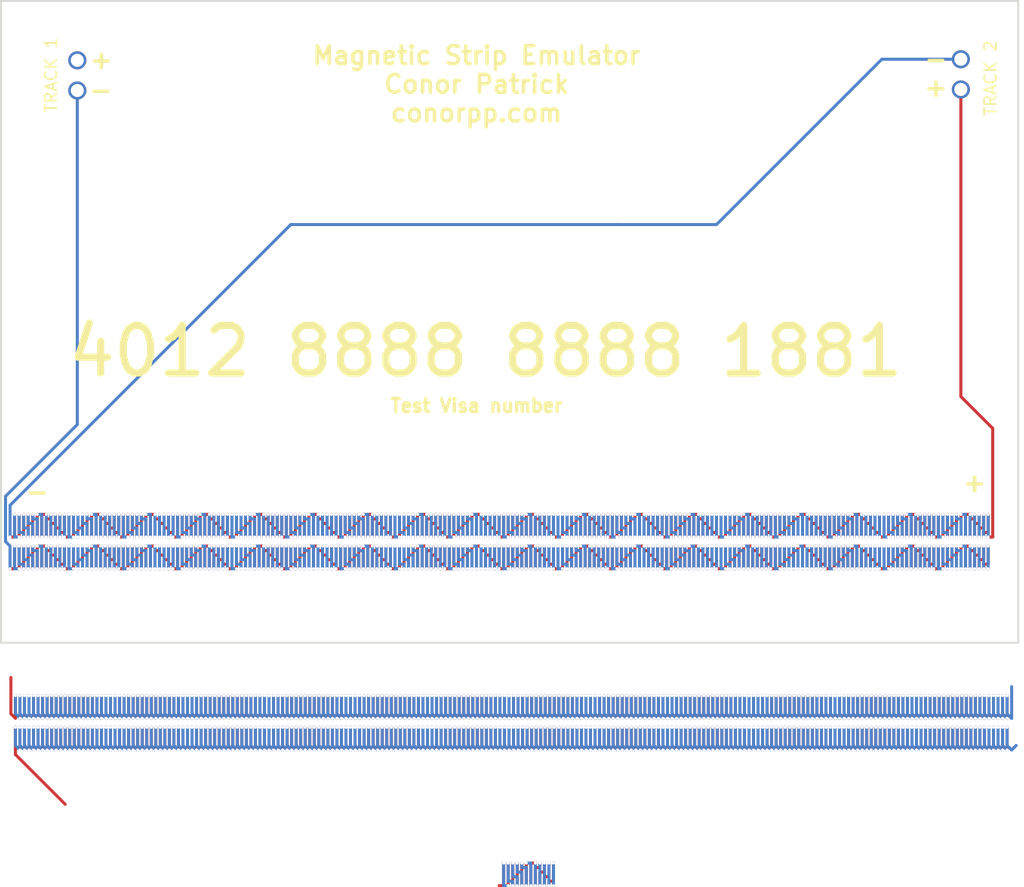
<source format=kicad_pcb>
(kicad_pcb (version 4) (host pcbnew 4.0.4+e1-6308~48~ubuntu14.04.1-stable)
  (layers (0 F.Cu signal) (31 B.Cu signal) (34 B.Paste user) (35 F.Paste user) (36 B.SilkS user) (37 F.SilkS user) (38 B.Mask user) (39 F.Mask user) (44 Edge.Cuts user))
  (net 0 "")
  (net 1 +1)
  (net 2 -1)
  (net 3 +2)
  (net 4 -2)
  (module footprints:2pin-header (layer F.Cu) (at 81.35 70 90)
    (fp_text reference "TRACK 1" (at -1.2256 2.87344 90) (layer F.SilkS))
    (fp_text value 2pin-header)
    (pad 2 thru_hole circle (at 0 5.08 90) (size 1.524 1.524) (drill 1.1) (layers *.Cu *.Mask) (net 1 +1))
    (pad 1 thru_hole circle (at -2.54 5.08 90) (size 1.524 1.524) (drill 1.1) (layers *.Cu *.Mask) (net 2 -1))
  )
  (module footprints:2pin-header (layer F.Cu) (at 165.85 72.45 270)
    (fp_text reference "TRACK 2" (at -0.94016 2.58544 270) (layer F.SilkS))
    (fp_text value 2pin-header)
    (pad 2 thru_hole circle (at 0 5.08 270) (size 1.524 1.524) (drill 1.1) (layers *.Cu *.Mask) (net 3 +2))
    (pad 1 thru_hole circle (at -2.54 5.08 270) (size 1.524 1.524) (drill 1.1) (layers *.Cu *.Mask) (net 4 -2))
  )
  (gr_text "Test Visa number" (at 120.015 99.06) (layer F.SilkS) (effects (font (size 1.1 1.1) (thickness 0.275))))
  (gr_text "4012 8888 8888 1881" (at 120.777 94.488) (layer F.SilkS) (effects (font (size 4 4) (thickness 0.6))))
  (gr_text + (at 161.925 105.537) (layer F.SilkS) (effects (font (size 1.5 1.5) (thickness 0.3))))
  (gr_text - (at 83.058 106.299) (layer F.SilkS) (effects (font (size 1.5 1.5) (thickness 0.3))))
  (gr_text "Magnetic Strip Emulator\nConor Patrick\nconorpp.com" (at 120.015 72.009) (layer F.SilkS) (effects (font (size 1.5 1.5) (thickness 0.3))))
  (gr_text - (at 158.67544 69.91392) (layer F.SilkS) (effects (font (size 1.5 1.5) (thickness 0.3))))
  (gr_text + (at 158.67544 72.29136) (layer F.SilkS) (effects (font (size 1.5 1.5) (thickness 0.3))))
  (gr_text + (at 88.45 69.95) (layer F.SilkS) (effects (font (size 1.5 1.5) (thickness 0.3))))
  (gr_text - (at 88.4 72.5) (layer F.SilkS) (effects (font (size 1.5 1.5) (thickness 0.3))))
  (gr_line (start 80 119) (end 80 65) (angle 90) (layer Edge.Cuts) (width 0.15))
  (gr_line (start 165.6 119) (end 80 119) (angle 90) (layer Edge.Cuts) (width 0.15))
  (gr_line (start 165.6 65) (end 165.6 119) (angle 90) (layer Edge.Cuts) (width 0.15))
  (gr_line (start 80 65) (end 165.6 65) (angle 90) (layer Edge.Cuts) (width 0.15))
  (segment (start 163.068 110.109) (end 163.449 110.109) (width 0.254) (layer F.Cu) (net 0))
  (segment (start 131.826 83.82) (end 140.208 83.82) (width 0.254) (layer B.Cu) (net 0))
  (segment (start 80.772 107.442) (end 104.394 83.82) (width 0.254) (layer B.Cu) (net 0))
  (segment (start 104.394 83.82) (end 131.826 83.82) (width 0.254) (layer B.Cu) (net 0))
  (segment (start 80.772 110.109) (end 80.772 107.442) (width 0.254) (layer B.Cu) (net 0))
  (segment (start 160.77 69.91) (end 154.118 69.91) (width 0.254) (layer B.Cu) (net 0))
  (segment (start 140.208 83.82) (end 154.118 69.91) (width 0.254) (layer B.Cu) (net 0))
  (via (at 161.163 110.109) (size 0.255) (drill 0.254) (layers F.Cu B.Cu) (net 0))
  (segment (start 161.163 108.204) (end 161.163 110.109) (width 0.254) (layer B.Cu) (net 0))
  (via (at 159.639 108.204) (size 0.255) (drill 0.254) (layers F.Cu B.Cu) (net 0))
  (segment (start 159.258 109.728) (end 159.639 109.728) (width 0.254) (layer B.Cu) (net 0))
  (segment (start 159.639 109.728) (end 159.639 110.109) (width 0.254) (layer B.Cu) (net 0))
  (segment (start 158.496 110.109) (end 158.877 110.109) (width 0.254) (layer F.Cu) (net 0))
  (segment (start 159.639 108.204) (end 159.639 110.109) (width 0.254) (layer F.Cu) (net 0))
  (via (at 159.258 108.204) (size 0.255) (drill 0.254) (layers F.Cu B.Cu) (net 0))
  (segment (start 158.877 108.204) (end 158.877 110.109) (width 0.254) (layer B.Cu) (net 0))
  (segment (start 158.877 110.109) (end 159.258 110.109) (width 0.254) (layer B.Cu) (net 0))
  (via (at 159.258 110.109) (size 0.255) (drill 0.254) (layers F.Cu B.Cu) (net 0))
  (segment (start 159.258 110.109) (end 159.258 108.204) (width 0.254) (layer F.Cu) (net 0))
  (segment (start 158.877 108.204) (end 158.877 110.109) (width 0.254) (layer F.Cu) (net 0))
  (via (at 158.877 108.204) (size 0.255) (drill 0.254) (layers F.Cu B.Cu) (net 0))
  (via (at 159.639 110.109) (size 0.255) (drill 0.254) (layers F.Cu B.Cu) (net 0))
  (segment (start 159.258 108.204) (end 159.258 109.728) (width 0.254) (layer B.Cu) (net 0))
  (segment (start 159.639 109.347) (end 160.02 109.347) (width 0.254) (layer B.Cu) (net 0))
  (segment (start 160.02 109.347) (end 160.02 110.109) (width 0.254) (layer B.Cu) (net 0))
  (via (at 160.02 110.109) (size 0.255) (drill 0.254) (layers F.Cu B.Cu) (net 0))
  (segment (start 160.02 110.109) (end 160.02 108.204) (width 0.254) (layer F.Cu) (net 0))
  (segment (start 159.639 108.204) (end 159.639 109.347) (width 0.254) (layer B.Cu) (net 0))
  (via (at 160.401 108.204) (size 0.255) (drill 0.254) (layers F.Cu B.Cu) (net 0))
  (segment (start 160.02 108.966) (end 160.401 108.966) (width 0.254) (layer B.Cu) (net 0))
  (segment (start 160.401 108.966) (end 160.401 110.109) (width 0.254) (layer B.Cu) (net 0))
  (via (at 160.401 110.109) (size 0.255) (drill 0.254) (layers F.Cu B.Cu) (net 0))
  (segment (start 160.401 110.109) (end 160.401 108.204) (width 0.254) (layer F.Cu) (net 0))
  (segment (start 160.02 108.204) (end 160.02 108.966) (width 0.254) (layer B.Cu) (net 0))
  (segment (start 160.401 108.204) (end 160.401 108.585) (width 0.254) (layer B.Cu) (net 0))
  (segment (start 160.782 110.109) (end 160.782 108.204) (width 0.254) (layer F.Cu) (net 0))
  (via (at 160.782 110.109) (size 0.255) (drill 0.254) (layers F.Cu B.Cu) (net 0))
  (segment (start 160.782 108.585) (end 160.782 110.109) (width 0.254) (layer B.Cu) (net 0))
  (segment (start 160.401 108.585) (end 160.782 108.585) (width 0.254) (layer B.Cu) (net 0))
  (via (at 160.782 108.204) (size 0.255) (drill 0.254) (layers F.Cu B.Cu) (net 0))
  (via (at 160.02 108.204) (size 0.255) (drill 0.254) (layers F.Cu B.Cu) (net 0))
  (segment (start 160.782 108.204) (end 161.163 108.204) (width 0.254) (layer B.Cu) (net 0))
  (via (at 163.068 108.204) (size 0.255) (drill 0.254) (layers F.Cu B.Cu) (net 0))
  (segment (start 163.068 110.109) (end 163.068 108.204) (width 0.254) (layer B.Cu) (net 0))
  (via (at 163.068 110.109) (size 0.255) (drill 0.254) (layers F.Cu B.Cu) (net 0))
  (segment (start 161.163 108.204) (end 161.544 108.204) (width 0.254) (layer F.Cu) (net 0))
  (segment (start 161.163 110.109) (end 161.163 108.204) (width 0.254) (layer F.Cu) (net 0))
  (segment (start 162.687 109.728) (end 163.068 109.728) (width 0.254) (layer F.Cu) (net 0))
  (segment (start 162.687 110.109) (end 162.687 109.728) (width 0.254) (layer F.Cu) (net 0))
  (via (at 162.687 110.109) (size 0.255) (drill 0.254) (layers F.Cu B.Cu) (net 0))
  (segment (start 162.687 108.204) (end 162.687 110.109) (width 0.254) (layer B.Cu) (net 0))
  (via (at 162.687 108.204) (size 0.255) (drill 0.254) (layers F.Cu B.Cu) (net 0))
  (segment (start 162.687 109.347) (end 162.687 108.204) (width 0.254) (layer F.Cu) (net 0))
  (segment (start 162.306 109.347) (end 162.687 109.347) (width 0.254) (layer F.Cu) (net 0))
  (segment (start 162.306 110.109) (end 162.306 109.347) (width 0.254) (layer F.Cu) (net 0))
  (via (at 162.306 110.109) (size 0.255) (drill 0.254) (layers F.Cu B.Cu) (net 0))
  (segment (start 162.306 108.204) (end 162.306 110.109) (width 0.254) (layer B.Cu) (net 0))
  (via (at 162.306 108.204) (size 0.255) (drill 0.254) (layers F.Cu B.Cu) (net 0))
  (segment (start 162.306 108.966) (end 162.306 108.204) (width 0.254) (layer F.Cu) (net 0))
  (segment (start 161.925 108.966) (end 162.306 108.966) (width 0.254) (layer F.Cu) (net 0))
  (segment (start 161.925 110.109) (end 161.925 108.966) (width 0.254) (layer F.Cu) (net 0))
  (via (at 161.925 110.109) (size 0.255) (drill 0.254) (layers F.Cu B.Cu) (net 0))
  (segment (start 161.925 108.204) (end 161.925 110.109) (width 0.254) (layer B.Cu) (net 0))
  (via (at 161.925 108.204) (size 0.255) (drill 0.254) (layers F.Cu B.Cu) (net 0))
  (segment (start 161.925 108.585) (end 161.925 108.204) (width 0.254) (layer F.Cu) (net 0))
  (segment (start 161.544 108.585) (end 161.925 108.585) (width 0.254) (layer F.Cu) (net 0))
  (segment (start 161.544 110.109) (end 161.544 108.585) (width 0.254) (layer F.Cu) (net 0))
  (via (at 161.544 110.109) (size 0.255) (drill 0.254) (layers F.Cu B.Cu) (net 0))
  (segment (start 161.544 108.204) (end 161.544 110.109) (width 0.254) (layer B.Cu) (net 0))
  (via (at 161.544 108.204) (size 0.255) (drill 0.254) (layers F.Cu B.Cu) (net 0))
  (segment (start 163.068 109.728) (end 163.068 108.204) (width 0.254) (layer F.Cu) (net 0))
  (via (at 156.591 110.109) (size 0.255) (drill 0.254) (layers F.Cu B.Cu) (net 0))
  (segment (start 156.591 108.204) (end 156.591 110.109) (width 0.254) (layer B.Cu) (net 0))
  (via (at 155.067 108.204) (size 0.255) (drill 0.254) (layers F.Cu B.Cu) (net 0))
  (segment (start 154.686 109.728) (end 155.067 109.728) (width 0.254) (layer B.Cu) (net 0))
  (segment (start 155.067 109.728) (end 155.067 110.109) (width 0.254) (layer B.Cu) (net 0))
  (segment (start 153.924 110.109) (end 154.305 110.109) (width 0.254) (layer F.Cu) (net 0))
  (segment (start 155.067 108.204) (end 155.067 110.109) (width 0.254) (layer F.Cu) (net 0))
  (via (at 154.686 108.204) (size 0.255) (drill 0.254) (layers F.Cu B.Cu) (net 0))
  (segment (start 154.305 108.204) (end 154.305 110.109) (width 0.254) (layer B.Cu) (net 0))
  (segment (start 154.305 110.109) (end 154.686 110.109) (width 0.254) (layer B.Cu) (net 0))
  (via (at 154.686 110.109) (size 0.255) (drill 0.254) (layers F.Cu B.Cu) (net 0))
  (segment (start 154.686 110.109) (end 154.686 108.204) (width 0.254) (layer F.Cu) (net 0))
  (segment (start 154.305 108.204) (end 154.305 110.109) (width 0.254) (layer F.Cu) (net 0))
  (via (at 154.305 108.204) (size 0.255) (drill 0.254) (layers F.Cu B.Cu) (net 0))
  (via (at 155.067 110.109) (size 0.255) (drill 0.254) (layers F.Cu B.Cu) (net 0))
  (segment (start 154.686 108.204) (end 154.686 109.728) (width 0.254) (layer B.Cu) (net 0))
  (segment (start 155.067 109.347) (end 155.448 109.347) (width 0.254) (layer B.Cu) (net 0))
  (segment (start 155.448 109.347) (end 155.448 110.109) (width 0.254) (layer B.Cu) (net 0))
  (via (at 155.448 110.109) (size 0.255) (drill 0.254) (layers F.Cu B.Cu) (net 0))
  (segment (start 155.448 110.109) (end 155.448 108.204) (width 0.254) (layer F.Cu) (net 0))
  (segment (start 155.067 108.204) (end 155.067 109.347) (width 0.254) (layer B.Cu) (net 0))
  (via (at 155.829 108.204) (size 0.255) (drill 0.254) (layers F.Cu B.Cu) (net 0))
  (segment (start 155.448 108.966) (end 155.829 108.966) (width 0.254) (layer B.Cu) (net 0))
  (segment (start 155.829 108.966) (end 155.829 110.109) (width 0.254) (layer B.Cu) (net 0))
  (via (at 155.829 110.109) (size 0.255) (drill 0.254) (layers F.Cu B.Cu) (net 0))
  (segment (start 155.829 110.109) (end 155.829 108.204) (width 0.254) (layer F.Cu) (net 0))
  (segment (start 155.448 108.204) (end 155.448 108.966) (width 0.254) (layer B.Cu) (net 0))
  (segment (start 155.829 108.204) (end 155.829 108.585) (width 0.254) (layer B.Cu) (net 0))
  (segment (start 156.21 110.109) (end 156.21 108.204) (width 0.254) (layer F.Cu) (net 0))
  (via (at 156.21 110.109) (size 0.255) (drill 0.254) (layers F.Cu B.Cu) (net 0))
  (segment (start 156.21 108.585) (end 156.21 110.109) (width 0.254) (layer B.Cu) (net 0))
  (segment (start 155.829 108.585) (end 156.21 108.585) (width 0.254) (layer B.Cu) (net 0))
  (via (at 156.21 108.204) (size 0.255) (drill 0.254) (layers F.Cu B.Cu) (net 0))
  (via (at 155.448 108.204) (size 0.255) (drill 0.254) (layers F.Cu B.Cu) (net 0))
  (segment (start 156.21 108.204) (end 156.591 108.204) (width 0.254) (layer B.Cu) (net 0))
  (via (at 158.496 108.204) (size 0.255) (drill 0.254) (layers F.Cu B.Cu) (net 0))
  (segment (start 158.496 108.204) (end 158.496 110.109) (width 0.254) (layer B.Cu) (net 0))
  (via (at 158.496 110.109) (size 0.255) (drill 0.254) (layers F.Cu B.Cu) (net 0))
  (segment (start 156.591 108.204) (end 156.972 108.204) (width 0.254) (layer F.Cu) (net 0))
  (segment (start 156.591 110.109) (end 156.591 108.204) (width 0.254) (layer F.Cu) (net 0))
  (segment (start 158.115 109.728) (end 158.496 109.728) (width 0.254) (layer F.Cu) (net 0))
  (segment (start 158.115 110.109) (end 158.115 109.728) (width 0.254) (layer F.Cu) (net 0))
  (via (at 158.115 110.109) (size 0.255) (drill 0.254) (layers F.Cu B.Cu) (net 0))
  (segment (start 158.115 108.204) (end 158.115 110.109) (width 0.254) (layer B.Cu) (net 0))
  (via (at 158.115 108.204) (size 0.255) (drill 0.254) (layers F.Cu B.Cu) (net 0))
  (segment (start 158.115 109.347) (end 158.115 108.204) (width 0.254) (layer F.Cu) (net 0))
  (segment (start 157.734 109.347) (end 158.115 109.347) (width 0.254) (layer F.Cu) (net 0))
  (segment (start 157.734 110.109) (end 157.734 109.347) (width 0.254) (layer F.Cu) (net 0))
  (via (at 157.734 110.109) (size 0.255) (drill 0.254) (layers F.Cu B.Cu) (net 0))
  (segment (start 157.734 108.204) (end 157.734 110.109) (width 0.254) (layer B.Cu) (net 0))
  (via (at 157.734 108.204) (size 0.255) (drill 0.254) (layers F.Cu B.Cu) (net 0))
  (segment (start 157.734 108.966) (end 157.734 108.204) (width 0.254) (layer F.Cu) (net 0))
  (segment (start 157.353 108.966) (end 157.734 108.966) (width 0.254) (layer F.Cu) (net 0))
  (segment (start 157.353 110.109) (end 157.353 108.966) (width 0.254) (layer F.Cu) (net 0))
  (via (at 157.353 110.109) (size 0.255) (drill 0.254) (layers F.Cu B.Cu) (net 0))
  (segment (start 157.353 108.204) (end 157.353 110.109) (width 0.254) (layer B.Cu) (net 0))
  (via (at 157.353 108.204) (size 0.255) (drill 0.254) (layers F.Cu B.Cu) (net 0))
  (segment (start 157.353 108.585) (end 157.353 108.204) (width 0.254) (layer F.Cu) (net 0))
  (segment (start 156.972 108.585) (end 157.353 108.585) (width 0.254) (layer F.Cu) (net 0))
  (segment (start 156.972 110.109) (end 156.972 108.585) (width 0.254) (layer F.Cu) (net 0))
  (via (at 156.972 110.109) (size 0.255) (drill 0.254) (layers F.Cu B.Cu) (net 0))
  (segment (start 156.972 108.204) (end 156.972 110.109) (width 0.254) (layer B.Cu) (net 0))
  (via (at 156.972 108.204) (size 0.255) (drill 0.254) (layers F.Cu B.Cu) (net 0))
  (segment (start 158.496 109.728) (end 158.496 108.204) (width 0.254) (layer F.Cu) (net 0))
  (segment (start 121.92 109.728) (end 121.92 108.204) (width 0.254) (layer F.Cu) (net 0))
  (via (at 120.396 108.204) (size 0.255) (drill 0.254) (layers F.Cu B.Cu) (net 0))
  (segment (start 120.396 108.204) (end 120.396 110.109) (width 0.254) (layer B.Cu) (net 0))
  (via (at 120.396 110.109) (size 0.255) (drill 0.254) (layers F.Cu B.Cu) (net 0))
  (segment (start 120.396 110.109) (end 120.396 108.585) (width 0.254) (layer F.Cu) (net 0))
  (segment (start 120.396 108.585) (end 120.777 108.585) (width 0.254) (layer F.Cu) (net 0))
  (segment (start 120.777 108.585) (end 120.777 108.204) (width 0.254) (layer F.Cu) (net 0))
  (via (at 120.777 108.204) (size 0.255) (drill 0.254) (layers F.Cu B.Cu) (net 0))
  (segment (start 120.777 108.204) (end 120.777 110.109) (width 0.254) (layer B.Cu) (net 0))
  (via (at 120.777 110.109) (size 0.255) (drill 0.254) (layers F.Cu B.Cu) (net 0))
  (segment (start 120.777 110.109) (end 120.777 108.966) (width 0.254) (layer F.Cu) (net 0))
  (segment (start 120.777 108.966) (end 121.158 108.966) (width 0.254) (layer F.Cu) (net 0))
  (segment (start 121.158 108.966) (end 121.158 108.204) (width 0.254) (layer F.Cu) (net 0))
  (via (at 121.158 108.204) (size 0.255) (drill 0.254) (layers F.Cu B.Cu) (net 0))
  (segment (start 121.158 108.204) (end 121.158 110.109) (width 0.254) (layer B.Cu) (net 0))
  (via (at 121.158 110.109) (size 0.255) (drill 0.254) (layers F.Cu B.Cu) (net 0))
  (segment (start 121.158 110.109) (end 121.158 109.347) (width 0.254) (layer F.Cu) (net 0))
  (segment (start 121.158 109.347) (end 121.539 109.347) (width 0.254) (layer F.Cu) (net 0))
  (segment (start 121.539 109.347) (end 121.539 108.204) (width 0.254) (layer F.Cu) (net 0))
  (via (at 121.539 108.204) (size 0.255) (drill 0.254) (layers F.Cu B.Cu) (net 0))
  (segment (start 121.539 108.204) (end 121.539 110.109) (width 0.254) (layer B.Cu) (net 0))
  (via (at 121.539 110.109) (size 0.255) (drill 0.254) (layers F.Cu B.Cu) (net 0))
  (segment (start 121.539 110.109) (end 121.539 109.728) (width 0.254) (layer F.Cu) (net 0))
  (segment (start 121.539 109.728) (end 121.92 109.728) (width 0.254) (layer F.Cu) (net 0))
  (segment (start 120.015 110.109) (end 120.015 108.204) (width 0.254) (layer F.Cu) (net 0))
  (segment (start 120.015 108.204) (end 120.396 108.204) (width 0.254) (layer F.Cu) (net 0))
  (via (at 121.92 110.109) (size 0.255) (drill 0.254) (layers F.Cu B.Cu) (net 0))
  (segment (start 121.92 108.204) (end 121.92 110.109) (width 0.254) (layer B.Cu) (net 0))
  (via (at 121.92 108.204) (size 0.255) (drill 0.254) (layers F.Cu B.Cu) (net 0))
  (segment (start 119.634 108.204) (end 120.015 108.204) (width 0.254) (layer B.Cu) (net 0))
  (via (at 118.872 108.204) (size 0.255) (drill 0.254) (layers F.Cu B.Cu) (net 0))
  (via (at 119.634 108.204) (size 0.255) (drill 0.254) (layers F.Cu B.Cu) (net 0))
  (segment (start 119.253 108.585) (end 119.634 108.585) (width 0.254) (layer B.Cu) (net 0))
  (segment (start 119.634 108.585) (end 119.634 110.109) (width 0.254) (layer B.Cu) (net 0))
  (via (at 119.634 110.109) (size 0.255) (drill 0.254) (layers F.Cu B.Cu) (net 0))
  (segment (start 119.634 110.109) (end 119.634 108.204) (width 0.254) (layer F.Cu) (net 0))
  (segment (start 119.253 108.204) (end 119.253 108.585) (width 0.254) (layer B.Cu) (net 0))
  (segment (start 118.872 108.204) (end 118.872 108.966) (width 0.254) (layer B.Cu) (net 0))
  (segment (start 119.253 110.109) (end 119.253 108.204) (width 0.254) (layer F.Cu) (net 0))
  (via (at 119.253 110.109) (size 0.255) (drill 0.254) (layers F.Cu B.Cu) (net 0))
  (segment (start 119.253 108.966) (end 119.253 110.109) (width 0.254) (layer B.Cu) (net 0))
  (segment (start 118.872 108.966) (end 119.253 108.966) (width 0.254) (layer B.Cu) (net 0))
  (via (at 119.253 108.204) (size 0.255) (drill 0.254) (layers F.Cu B.Cu) (net 0))
  (segment (start 118.491 108.204) (end 118.491 109.347) (width 0.254) (layer B.Cu) (net 0))
  (segment (start 118.872 110.109) (end 118.872 108.204) (width 0.254) (layer F.Cu) (net 0))
  (via (at 118.872 110.109) (size 0.255) (drill 0.254) (layers F.Cu B.Cu) (net 0))
  (segment (start 118.872 109.347) (end 118.872 110.109) (width 0.254) (layer B.Cu) (net 0))
  (segment (start 118.491 109.347) (end 118.872 109.347) (width 0.254) (layer B.Cu) (net 0))
  (segment (start 118.11 108.204) (end 118.11 109.728) (width 0.254) (layer B.Cu) (net 0))
  (via (at 118.491 110.109) (size 0.255) (drill 0.254) (layers F.Cu B.Cu) (net 0))
  (via (at 117.729 108.204) (size 0.255) (drill 0.254) (layers F.Cu B.Cu) (net 0))
  (segment (start 117.729 108.204) (end 117.729 110.109) (width 0.254) (layer F.Cu) (net 0))
  (segment (start 118.11 110.109) (end 118.11 108.204) (width 0.254) (layer F.Cu) (net 0))
  (via (at 118.11 110.109) (size 0.255) (drill 0.254) (layers F.Cu B.Cu) (net 0))
  (segment (start 117.729 110.109) (end 118.11 110.109) (width 0.254) (layer B.Cu) (net 0))
  (segment (start 117.729 108.204) (end 117.729 110.109) (width 0.254) (layer B.Cu) (net 0))
  (via (at 118.11 108.204) (size 0.255) (drill 0.254) (layers F.Cu B.Cu) (net 0))
  (segment (start 118.491 108.204) (end 118.491 110.109) (width 0.254) (layer F.Cu) (net 0))
  (segment (start 117.348 110.109) (end 117.729 110.109) (width 0.254) (layer F.Cu) (net 0))
  (segment (start 118.491 109.728) (end 118.491 110.109) (width 0.254) (layer B.Cu) (net 0))
  (segment (start 118.11 109.728) (end 118.491 109.728) (width 0.254) (layer B.Cu) (net 0))
  (via (at 118.491 108.204) (size 0.255) (drill 0.254) (layers F.Cu B.Cu) (net 0))
  (segment (start 120.015 108.204) (end 120.015 110.109) (width 0.254) (layer B.Cu) (net 0))
  (via (at 120.015 110.109) (size 0.255) (drill 0.254) (layers F.Cu B.Cu) (net 0))
  (via (at 124.587 110.109) (size 0.255) (drill 0.254) (layers F.Cu B.Cu) (net 0))
  (segment (start 124.587 108.204) (end 124.587 110.109) (width 0.254) (layer B.Cu) (net 0))
  (via (at 123.063 108.204) (size 0.255) (drill 0.254) (layers F.Cu B.Cu) (net 0))
  (segment (start 122.682 109.728) (end 123.063 109.728) (width 0.254) (layer B.Cu) (net 0))
  (segment (start 123.063 109.728) (end 123.063 110.109) (width 0.254) (layer B.Cu) (net 0))
  (segment (start 121.92 110.109) (end 122.301 110.109) (width 0.254) (layer F.Cu) (net 0))
  (segment (start 123.063 108.204) (end 123.063 110.109) (width 0.254) (layer F.Cu) (net 0))
  (via (at 122.682 108.204) (size 0.255) (drill 0.254) (layers F.Cu B.Cu) (net 0))
  (segment (start 122.301 108.204) (end 122.301 110.109) (width 0.254) (layer B.Cu) (net 0))
  (segment (start 122.301 110.109) (end 122.682 110.109) (width 0.254) (layer B.Cu) (net 0))
  (via (at 122.682 110.109) (size 0.255) (drill 0.254) (layers F.Cu B.Cu) (net 0))
  (segment (start 122.682 110.109) (end 122.682 108.204) (width 0.254) (layer F.Cu) (net 0))
  (segment (start 122.301 108.204) (end 122.301 110.109) (width 0.254) (layer F.Cu) (net 0))
  (via (at 122.301 108.204) (size 0.255) (drill 0.254) (layers F.Cu B.Cu) (net 0))
  (via (at 123.063 110.109) (size 0.255) (drill 0.254) (layers F.Cu B.Cu) (net 0))
  (segment (start 122.682 108.204) (end 122.682 109.728) (width 0.254) (layer B.Cu) (net 0))
  (segment (start 123.063 109.347) (end 123.444 109.347) (width 0.254) (layer B.Cu) (net 0))
  (segment (start 123.444 109.347) (end 123.444 110.109) (width 0.254) (layer B.Cu) (net 0))
  (via (at 123.444 110.109) (size 0.255) (drill 0.254) (layers F.Cu B.Cu) (net 0))
  (segment (start 123.444 110.109) (end 123.444 108.204) (width 0.254) (layer F.Cu) (net 0))
  (segment (start 123.063 108.204) (end 123.063 109.347) (width 0.254) (layer B.Cu) (net 0))
  (via (at 123.825 108.204) (size 0.255) (drill 0.254) (layers F.Cu B.Cu) (net 0))
  (segment (start 123.444 108.966) (end 123.825 108.966) (width 0.254) (layer B.Cu) (net 0))
  (segment (start 123.825 108.966) (end 123.825 110.109) (width 0.254) (layer B.Cu) (net 0))
  (via (at 123.825 110.109) (size 0.255) (drill 0.254) (layers F.Cu B.Cu) (net 0))
  (segment (start 123.825 110.109) (end 123.825 108.204) (width 0.254) (layer F.Cu) (net 0))
  (segment (start 123.444 108.204) (end 123.444 108.966) (width 0.254) (layer B.Cu) (net 0))
  (segment (start 123.825 108.204) (end 123.825 108.585) (width 0.254) (layer B.Cu) (net 0))
  (segment (start 124.206 110.109) (end 124.206 108.204) (width 0.254) (layer F.Cu) (net 0))
  (via (at 124.206 110.109) (size 0.255) (drill 0.254) (layers F.Cu B.Cu) (net 0))
  (segment (start 124.206 108.585) (end 124.206 110.109) (width 0.254) (layer B.Cu) (net 0))
  (segment (start 123.825 108.585) (end 124.206 108.585) (width 0.254) (layer B.Cu) (net 0))
  (via (at 124.206 108.204) (size 0.255) (drill 0.254) (layers F.Cu B.Cu) (net 0))
  (via (at 123.444 108.204) (size 0.255) (drill 0.254) (layers F.Cu B.Cu) (net 0))
  (segment (start 124.206 108.204) (end 124.587 108.204) (width 0.254) (layer B.Cu) (net 0))
  (via (at 126.492 108.204) (size 0.255) (drill 0.254) (layers F.Cu B.Cu) (net 0))
  (segment (start 126.492 108.204) (end 126.492 110.109) (width 0.254) (layer B.Cu) (net 0))
  (via (at 126.492 110.109) (size 0.255) (drill 0.254) (layers F.Cu B.Cu) (net 0))
  (segment (start 124.587 108.204) (end 124.968 108.204) (width 0.254) (layer F.Cu) (net 0))
  (segment (start 124.587 110.109) (end 124.587 108.204) (width 0.254) (layer F.Cu) (net 0))
  (segment (start 126.111 109.728) (end 126.492 109.728) (width 0.254) (layer F.Cu) (net 0))
  (segment (start 126.111 110.109) (end 126.111 109.728) (width 0.254) (layer F.Cu) (net 0))
  (via (at 126.111 110.109) (size 0.255) (drill 0.254) (layers F.Cu B.Cu) (net 0))
  (segment (start 126.111 108.204) (end 126.111 110.109) (width 0.254) (layer B.Cu) (net 0))
  (via (at 126.111 108.204) (size 0.255) (drill 0.254) (layers F.Cu B.Cu) (net 0))
  (segment (start 126.111 109.347) (end 126.111 108.204) (width 0.254) (layer F.Cu) (net 0))
  (segment (start 125.73 109.347) (end 126.111 109.347) (width 0.254) (layer F.Cu) (net 0))
  (segment (start 125.73 110.109) (end 125.73 109.347) (width 0.254) (layer F.Cu) (net 0))
  (via (at 125.73 110.109) (size 0.255) (drill 0.254) (layers F.Cu B.Cu) (net 0))
  (segment (start 125.73 108.204) (end 125.73 110.109) (width 0.254) (layer B.Cu) (net 0))
  (via (at 125.73 108.204) (size 0.255) (drill 0.254) (layers F.Cu B.Cu) (net 0))
  (segment (start 125.73 108.966) (end 125.73 108.204) (width 0.254) (layer F.Cu) (net 0))
  (segment (start 125.349 108.966) (end 125.73 108.966) (width 0.254) (layer F.Cu) (net 0))
  (segment (start 125.349 110.109) (end 125.349 108.966) (width 0.254) (layer F.Cu) (net 0))
  (via (at 125.349 110.109) (size 0.255) (drill 0.254) (layers F.Cu B.Cu) (net 0))
  (segment (start 125.349 108.204) (end 125.349 110.109) (width 0.254) (layer B.Cu) (net 0))
  (via (at 125.349 108.204) (size 0.255) (drill 0.254) (layers F.Cu B.Cu) (net 0))
  (segment (start 125.349 108.585) (end 125.349 108.204) (width 0.254) (layer F.Cu) (net 0))
  (segment (start 124.968 108.585) (end 125.349 108.585) (width 0.254) (layer F.Cu) (net 0))
  (segment (start 124.968 110.109) (end 124.968 108.585) (width 0.254) (layer F.Cu) (net 0))
  (via (at 124.968 110.109) (size 0.255) (drill 0.254) (layers F.Cu B.Cu) (net 0))
  (segment (start 124.968 108.204) (end 124.968 110.109) (width 0.254) (layer B.Cu) (net 0))
  (via (at 124.968 108.204) (size 0.255) (drill 0.254) (layers F.Cu B.Cu) (net 0))
  (segment (start 126.492 109.728) (end 126.492 108.204) (width 0.254) (layer F.Cu) (net 0))
  (segment (start 135.636 109.728) (end 135.636 108.204) (width 0.254) (layer F.Cu) (net 0))
  (via (at 134.112 108.204) (size 0.255) (drill 0.254) (layers F.Cu B.Cu) (net 0))
  (segment (start 134.112 108.204) (end 134.112 110.109) (width 0.254) (layer B.Cu) (net 0))
  (via (at 134.112 110.109) (size 0.255) (drill 0.254) (layers F.Cu B.Cu) (net 0))
  (segment (start 134.112 110.109) (end 134.112 108.585) (width 0.254) (layer F.Cu) (net 0))
  (segment (start 134.112 108.585) (end 134.493 108.585) (width 0.254) (layer F.Cu) (net 0))
  (segment (start 134.493 108.585) (end 134.493 108.204) (width 0.254) (layer F.Cu) (net 0))
  (via (at 134.493 108.204) (size 0.255) (drill 0.254) (layers F.Cu B.Cu) (net 0))
  (segment (start 134.493 108.204) (end 134.493 110.109) (width 0.254) (layer B.Cu) (net 0))
  (via (at 134.493 110.109) (size 0.255) (drill 0.254) (layers F.Cu B.Cu) (net 0))
  (segment (start 134.493 110.109) (end 134.493 108.966) (width 0.254) (layer F.Cu) (net 0))
  (segment (start 134.493 108.966) (end 134.874 108.966) (width 0.254) (layer F.Cu) (net 0))
  (segment (start 134.874 108.966) (end 134.874 108.204) (width 0.254) (layer F.Cu) (net 0))
  (via (at 134.874 108.204) (size 0.255) (drill 0.254) (layers F.Cu B.Cu) (net 0))
  (segment (start 134.874 108.204) (end 134.874 110.109) (width 0.254) (layer B.Cu) (net 0))
  (via (at 134.874 110.109) (size 0.255) (drill 0.254) (layers F.Cu B.Cu) (net 0))
  (segment (start 134.874 110.109) (end 134.874 109.347) (width 0.254) (layer F.Cu) (net 0))
  (segment (start 134.874 109.347) (end 135.255 109.347) (width 0.254) (layer F.Cu) (net 0))
  (segment (start 135.255 109.347) (end 135.255 108.204) (width 0.254) (layer F.Cu) (net 0))
  (via (at 135.255 108.204) (size 0.255) (drill 0.254) (layers F.Cu B.Cu) (net 0))
  (segment (start 135.255 108.204) (end 135.255 110.109) (width 0.254) (layer B.Cu) (net 0))
  (via (at 135.255 110.109) (size 0.255) (drill 0.254) (layers F.Cu B.Cu) (net 0))
  (segment (start 135.255 110.109) (end 135.255 109.728) (width 0.254) (layer F.Cu) (net 0))
  (segment (start 135.255 109.728) (end 135.636 109.728) (width 0.254) (layer F.Cu) (net 0))
  (segment (start 133.731 110.109) (end 133.731 108.204) (width 0.254) (layer F.Cu) (net 0))
  (segment (start 133.731 108.204) (end 134.112 108.204) (width 0.254) (layer F.Cu) (net 0))
  (via (at 135.636 110.109) (size 0.255) (drill 0.254) (layers F.Cu B.Cu) (net 0))
  (segment (start 135.636 108.204) (end 135.636 110.109) (width 0.254) (layer B.Cu) (net 0))
  (via (at 135.636 108.204) (size 0.255) (drill 0.254) (layers F.Cu B.Cu) (net 0))
  (segment (start 133.35 108.204) (end 133.731 108.204) (width 0.254) (layer B.Cu) (net 0))
  (via (at 132.588 108.204) (size 0.255) (drill 0.254) (layers F.Cu B.Cu) (net 0))
  (via (at 133.35 108.204) (size 0.255) (drill 0.254) (layers F.Cu B.Cu) (net 0))
  (segment (start 132.969 108.585) (end 133.35 108.585) (width 0.254) (layer B.Cu) (net 0))
  (segment (start 133.35 108.585) (end 133.35 110.109) (width 0.254) (layer B.Cu) (net 0))
  (via (at 133.35 110.109) (size 0.255) (drill 0.254) (layers F.Cu B.Cu) (net 0))
  (segment (start 133.35 110.109) (end 133.35 108.204) (width 0.254) (layer F.Cu) (net 0))
  (segment (start 132.969 108.204) (end 132.969 108.585) (width 0.254) (layer B.Cu) (net 0))
  (segment (start 132.588 108.204) (end 132.588 108.966) (width 0.254) (layer B.Cu) (net 0))
  (segment (start 132.969 110.109) (end 132.969 108.204) (width 0.254) (layer F.Cu) (net 0))
  (via (at 132.969 110.109) (size 0.255) (drill 0.254) (layers F.Cu B.Cu) (net 0))
  (segment (start 132.969 108.966) (end 132.969 110.109) (width 0.254) (layer B.Cu) (net 0))
  (segment (start 132.588 108.966) (end 132.969 108.966) (width 0.254) (layer B.Cu) (net 0))
  (via (at 132.969 108.204) (size 0.255) (drill 0.254) (layers F.Cu B.Cu) (net 0))
  (segment (start 132.207 108.204) (end 132.207 109.347) (width 0.254) (layer B.Cu) (net 0))
  (segment (start 132.588 110.109) (end 132.588 108.204) (width 0.254) (layer F.Cu) (net 0))
  (via (at 132.588 110.109) (size 0.255) (drill 0.254) (layers F.Cu B.Cu) (net 0))
  (segment (start 132.588 109.347) (end 132.588 110.109) (width 0.254) (layer B.Cu) (net 0))
  (segment (start 132.207 109.347) (end 132.588 109.347) (width 0.254) (layer B.Cu) (net 0))
  (segment (start 131.826 108.204) (end 131.826 109.728) (width 0.254) (layer B.Cu) (net 0))
  (via (at 132.207 110.109) (size 0.255) (drill 0.254) (layers F.Cu B.Cu) (net 0))
  (via (at 131.445 108.204) (size 0.255) (drill 0.254) (layers F.Cu B.Cu) (net 0))
  (segment (start 131.445 108.204) (end 131.445 110.109) (width 0.254) (layer F.Cu) (net 0))
  (segment (start 131.826 110.109) (end 131.826 108.204) (width 0.254) (layer F.Cu) (net 0))
  (via (at 131.826 110.109) (size 0.255) (drill 0.254) (layers F.Cu B.Cu) (net 0))
  (segment (start 131.445 110.109) (end 131.826 110.109) (width 0.254) (layer B.Cu) (net 0))
  (segment (start 131.445 108.204) (end 131.445 110.109) (width 0.254) (layer B.Cu) (net 0))
  (via (at 131.826 108.204) (size 0.255) (drill 0.254) (layers F.Cu B.Cu) (net 0))
  (segment (start 132.207 108.204) (end 132.207 110.109) (width 0.254) (layer F.Cu) (net 0))
  (segment (start 131.064 110.109) (end 131.445 110.109) (width 0.254) (layer F.Cu) (net 0))
  (segment (start 132.207 109.728) (end 132.207 110.109) (width 0.254) (layer B.Cu) (net 0))
  (segment (start 131.826 109.728) (end 132.207 109.728) (width 0.254) (layer B.Cu) (net 0))
  (via (at 132.207 108.204) (size 0.255) (drill 0.254) (layers F.Cu B.Cu) (net 0))
  (segment (start 133.731 108.204) (end 133.731 110.109) (width 0.254) (layer B.Cu) (net 0))
  (via (at 133.731 110.109) (size 0.255) (drill 0.254) (layers F.Cu B.Cu) (net 0))
  (via (at 129.159 110.109) (size 0.255) (drill 0.254) (layers F.Cu B.Cu) (net 0))
  (segment (start 129.159 108.204) (end 129.159 110.109) (width 0.254) (layer B.Cu) (net 0))
  (via (at 127.635 108.204) (size 0.255) (drill 0.254) (layers F.Cu B.Cu) (net 0))
  (segment (start 127.254 109.728) (end 127.635 109.728) (width 0.254) (layer B.Cu) (net 0))
  (segment (start 127.635 109.728) (end 127.635 110.109) (width 0.254) (layer B.Cu) (net 0))
  (segment (start 126.492 110.109) (end 126.873 110.109) (width 0.254) (layer F.Cu) (net 0))
  (segment (start 127.635 108.204) (end 127.635 110.109) (width 0.254) (layer F.Cu) (net 0))
  (via (at 127.254 108.204) (size 0.255) (drill 0.254) (layers F.Cu B.Cu) (net 0))
  (segment (start 126.873 108.204) (end 126.873 110.109) (width 0.254) (layer B.Cu) (net 0))
  (segment (start 126.873 110.109) (end 127.254 110.109) (width 0.254) (layer B.Cu) (net 0))
  (via (at 127.254 110.109) (size 0.255) (drill 0.254) (layers F.Cu B.Cu) (net 0))
  (segment (start 127.254 110.109) (end 127.254 108.204) (width 0.254) (layer F.Cu) (net 0))
  (segment (start 126.873 108.204) (end 126.873 110.109) (width 0.254) (layer F.Cu) (net 0))
  (via (at 126.873 108.204) (size 0.255) (drill 0.254) (layers F.Cu B.Cu) (net 0))
  (via (at 127.635 110.109) (size 0.255) (drill 0.254) (layers F.Cu B.Cu) (net 0))
  (segment (start 127.254 108.204) (end 127.254 109.728) (width 0.254) (layer B.Cu) (net 0))
  (segment (start 127.635 109.347) (end 128.016 109.347) (width 0.254) (layer B.Cu) (net 0))
  (segment (start 128.016 109.347) (end 128.016 110.109) (width 0.254) (layer B.Cu) (net 0))
  (via (at 128.016 110.109) (size 0.255) (drill 0.254) (layers F.Cu B.Cu) (net 0))
  (segment (start 128.016 110.109) (end 128.016 108.204) (width 0.254) (layer F.Cu) (net 0))
  (segment (start 127.635 108.204) (end 127.635 109.347) (width 0.254) (layer B.Cu) (net 0))
  (via (at 128.397 108.204) (size 0.255) (drill 0.254) (layers F.Cu B.Cu) (net 0))
  (segment (start 128.016 108.966) (end 128.397 108.966) (width 0.254) (layer B.Cu) (net 0))
  (segment (start 128.397 108.966) (end 128.397 110.109) (width 0.254) (layer B.Cu) (net 0))
  (via (at 128.397 110.109) (size 0.255) (drill 0.254) (layers F.Cu B.Cu) (net 0))
  (segment (start 128.397 110.109) (end 128.397 108.204) (width 0.254) (layer F.Cu) (net 0))
  (segment (start 128.016 108.204) (end 128.016 108.966) (width 0.254) (layer B.Cu) (net 0))
  (segment (start 128.397 108.204) (end 128.397 108.585) (width 0.254) (layer B.Cu) (net 0))
  (segment (start 128.778 110.109) (end 128.778 108.204) (width 0.254) (layer F.Cu) (net 0))
  (via (at 128.778 110.109) (size 0.255) (drill 0.254) (layers F.Cu B.Cu) (net 0))
  (segment (start 128.778 108.585) (end 128.778 110.109) (width 0.254) (layer B.Cu) (net 0))
  (segment (start 128.397 108.585) (end 128.778 108.585) (width 0.254) (layer B.Cu) (net 0))
  (via (at 128.778 108.204) (size 0.255) (drill 0.254) (layers F.Cu B.Cu) (net 0))
  (via (at 128.016 108.204) (size 0.255) (drill 0.254) (layers F.Cu B.Cu) (net 0))
  (segment (start 128.778 108.204) (end 129.159 108.204) (width 0.254) (layer B.Cu) (net 0))
  (via (at 131.064 108.204) (size 0.255) (drill 0.254) (layers F.Cu B.Cu) (net 0))
  (segment (start 131.064 108.204) (end 131.064 110.109) (width 0.254) (layer B.Cu) (net 0))
  (via (at 131.064 110.109) (size 0.255) (drill 0.254) (layers F.Cu B.Cu) (net 0))
  (segment (start 129.159 108.204) (end 129.54 108.204) (width 0.254) (layer F.Cu) (net 0))
  (segment (start 129.159 110.109) (end 129.159 108.204) (width 0.254) (layer F.Cu) (net 0))
  (segment (start 130.683 109.728) (end 131.064 109.728) (width 0.254) (layer F.Cu) (net 0))
  (segment (start 130.683 110.109) (end 130.683 109.728) (width 0.254) (layer F.Cu) (net 0))
  (via (at 130.683 110.109) (size 0.255) (drill 0.254) (layers F.Cu B.Cu) (net 0))
  (segment (start 130.683 108.204) (end 130.683 110.109) (width 0.254) (layer B.Cu) (net 0))
  (via (at 130.683 108.204) (size 0.255) (drill 0.254) (layers F.Cu B.Cu) (net 0))
  (segment (start 130.683 109.347) (end 130.683 108.204) (width 0.254) (layer F.Cu) (net 0))
  (segment (start 130.302 109.347) (end 130.683 109.347) (width 0.254) (layer F.Cu) (net 0))
  (segment (start 130.302 110.109) (end 130.302 109.347) (width 0.254) (layer F.Cu) (net 0))
  (via (at 130.302 110.109) (size 0.255) (drill 0.254) (layers F.Cu B.Cu) (net 0))
  (segment (start 130.302 108.204) (end 130.302 110.109) (width 0.254) (layer B.Cu) (net 0))
  (via (at 130.302 108.204) (size 0.255) (drill 0.254) (layers F.Cu B.Cu) (net 0))
  (segment (start 130.302 108.966) (end 130.302 108.204) (width 0.254) (layer F.Cu) (net 0))
  (segment (start 129.921 108.966) (end 130.302 108.966) (width 0.254) (layer F.Cu) (net 0))
  (segment (start 129.921 110.109) (end 129.921 108.966) (width 0.254) (layer F.Cu) (net 0))
  (via (at 129.921 110.109) (size 0.255) (drill 0.254) (layers F.Cu B.Cu) (net 0))
  (segment (start 129.921 108.204) (end 129.921 110.109) (width 0.254) (layer B.Cu) (net 0))
  (via (at 129.921 108.204) (size 0.255) (drill 0.254) (layers F.Cu B.Cu) (net 0))
  (segment (start 129.921 108.585) (end 129.921 108.204) (width 0.254) (layer F.Cu) (net 0))
  (segment (start 129.54 108.585) (end 129.921 108.585) (width 0.254) (layer F.Cu) (net 0))
  (segment (start 129.54 110.109) (end 129.54 108.585) (width 0.254) (layer F.Cu) (net 0))
  (via (at 129.54 110.109) (size 0.255) (drill 0.254) (layers F.Cu B.Cu) (net 0))
  (segment (start 129.54 108.204) (end 129.54 110.109) (width 0.254) (layer B.Cu) (net 0))
  (via (at 129.54 108.204) (size 0.255) (drill 0.254) (layers F.Cu B.Cu) (net 0))
  (segment (start 131.064 109.728) (end 131.064 108.204) (width 0.254) (layer F.Cu) (net 0))
  (segment (start 149.352 109.728) (end 149.352 108.204) (width 0.254) (layer F.Cu) (net 0))
  (via (at 147.828 108.204) (size 0.255) (drill 0.254) (layers F.Cu B.Cu) (net 0))
  (segment (start 147.828 108.204) (end 147.828 110.109) (width 0.254) (layer B.Cu) (net 0))
  (via (at 147.828 110.109) (size 0.255) (drill 0.254) (layers F.Cu B.Cu) (net 0))
  (segment (start 147.828 110.109) (end 147.828 108.585) (width 0.254) (layer F.Cu) (net 0))
  (segment (start 147.828 108.585) (end 148.209 108.585) (width 0.254) (layer F.Cu) (net 0))
  (segment (start 148.209 108.585) (end 148.209 108.204) (width 0.254) (layer F.Cu) (net 0))
  (via (at 148.209 108.204) (size 0.255) (drill 0.254) (layers F.Cu B.Cu) (net 0))
  (segment (start 148.209 108.204) (end 148.209 110.109) (width 0.254) (layer B.Cu) (net 0))
  (via (at 148.209 110.109) (size 0.255) (drill 0.254) (layers F.Cu B.Cu) (net 0))
  (segment (start 148.209 110.109) (end 148.209 108.966) (width 0.254) (layer F.Cu) (net 0))
  (segment (start 148.209 108.966) (end 148.59 108.966) (width 0.254) (layer F.Cu) (net 0))
  (segment (start 148.59 108.966) (end 148.59 108.204) (width 0.254) (layer F.Cu) (net 0))
  (via (at 148.59 108.204) (size 0.255) (drill 0.254) (layers F.Cu B.Cu) (net 0))
  (segment (start 148.59 108.204) (end 148.59 110.109) (width 0.254) (layer B.Cu) (net 0))
  (via (at 148.59 110.109) (size 0.255) (drill 0.254) (layers F.Cu B.Cu) (net 0))
  (segment (start 148.59 110.109) (end 148.59 109.347) (width 0.254) (layer F.Cu) (net 0))
  (segment (start 148.59 109.347) (end 148.971 109.347) (width 0.254) (layer F.Cu) (net 0))
  (segment (start 148.971 109.347) (end 148.971 108.204) (width 0.254) (layer F.Cu) (net 0))
  (via (at 148.971 108.204) (size 0.255) (drill 0.254) (layers F.Cu B.Cu) (net 0))
  (segment (start 148.971 108.204) (end 148.971 110.109) (width 0.254) (layer B.Cu) (net 0))
  (via (at 148.971 110.109) (size 0.255) (drill 0.254) (layers F.Cu B.Cu) (net 0))
  (segment (start 148.971 110.109) (end 148.971 109.728) (width 0.254) (layer F.Cu) (net 0))
  (segment (start 148.971 109.728) (end 149.352 109.728) (width 0.254) (layer F.Cu) (net 0))
  (segment (start 147.447 110.109) (end 147.447 108.204) (width 0.254) (layer F.Cu) (net 0))
  (segment (start 147.447 108.204) (end 147.828 108.204) (width 0.254) (layer F.Cu) (net 0))
  (via (at 149.352 110.109) (size 0.255) (drill 0.254) (layers F.Cu B.Cu) (net 0))
  (segment (start 149.352 108.204) (end 149.352 110.109) (width 0.254) (layer B.Cu) (net 0))
  (via (at 149.352 108.204) (size 0.255) (drill 0.254) (layers F.Cu B.Cu) (net 0))
  (segment (start 147.066 108.204) (end 147.447 108.204) (width 0.254) (layer B.Cu) (net 0))
  (via (at 146.304 108.204) (size 0.255) (drill 0.254) (layers F.Cu B.Cu) (net 0))
  (via (at 147.066 108.204) (size 0.255) (drill 0.254) (layers F.Cu B.Cu) (net 0))
  (segment (start 146.685 108.585) (end 147.066 108.585) (width 0.254) (layer B.Cu) (net 0))
  (segment (start 147.066 108.585) (end 147.066 110.109) (width 0.254) (layer B.Cu) (net 0))
  (via (at 147.066 110.109) (size 0.255) (drill 0.254) (layers F.Cu B.Cu) (net 0))
  (segment (start 147.066 110.109) (end 147.066 108.204) (width 0.254) (layer F.Cu) (net 0))
  (segment (start 146.685 108.204) (end 146.685 108.585) (width 0.254) (layer B.Cu) (net 0))
  (segment (start 146.304 108.204) (end 146.304 108.966) (width 0.254) (layer B.Cu) (net 0))
  (segment (start 146.685 110.109) (end 146.685 108.204) (width 0.254) (layer F.Cu) (net 0))
  (via (at 146.685 110.109) (size 0.255) (drill 0.254) (layers F.Cu B.Cu) (net 0))
  (segment (start 146.685 108.966) (end 146.685 110.109) (width 0.254) (layer B.Cu) (net 0))
  (segment (start 146.304 108.966) (end 146.685 108.966) (width 0.254) (layer B.Cu) (net 0))
  (via (at 146.685 108.204) (size 0.255) (drill 0.254) (layers F.Cu B.Cu) (net 0))
  (segment (start 145.923 108.204) (end 145.923 109.347) (width 0.254) (layer B.Cu) (net 0))
  (segment (start 146.304 110.109) (end 146.304 108.204) (width 0.254) (layer F.Cu) (net 0))
  (via (at 146.304 110.109) (size 0.255) (drill 0.254) (layers F.Cu B.Cu) (net 0))
  (segment (start 146.304 109.347) (end 146.304 110.109) (width 0.254) (layer B.Cu) (net 0))
  (segment (start 145.923 109.347) (end 146.304 109.347) (width 0.254) (layer B.Cu) (net 0))
  (segment (start 145.542 108.204) (end 145.542 109.728) (width 0.254) (layer B.Cu) (net 0))
  (via (at 145.923 110.109) (size 0.255) (drill 0.254) (layers F.Cu B.Cu) (net 0))
  (via (at 145.161 108.204) (size 0.255) (drill 0.254) (layers F.Cu B.Cu) (net 0))
  (segment (start 145.161 108.204) (end 145.161 110.109) (width 0.254) (layer F.Cu) (net 0))
  (segment (start 145.542 110.109) (end 145.542 108.204) (width 0.254) (layer F.Cu) (net 0))
  (via (at 145.542 110.109) (size 0.255) (drill 0.254) (layers F.Cu B.Cu) (net 0))
  (segment (start 145.161 110.109) (end 145.542 110.109) (width 0.254) (layer B.Cu) (net 0))
  (segment (start 145.161 108.204) (end 145.161 110.109) (width 0.254) (layer B.Cu) (net 0))
  (via (at 145.542 108.204) (size 0.255) (drill 0.254) (layers F.Cu B.Cu) (net 0))
  (segment (start 145.923 108.204) (end 145.923 110.109) (width 0.254) (layer F.Cu) (net 0))
  (segment (start 144.78 110.109) (end 145.161 110.109) (width 0.254) (layer F.Cu) (net 0))
  (segment (start 145.923 109.728) (end 145.923 110.109) (width 0.254) (layer B.Cu) (net 0))
  (segment (start 145.542 109.728) (end 145.923 109.728) (width 0.254) (layer B.Cu) (net 0))
  (via (at 145.923 108.204) (size 0.255) (drill 0.254) (layers F.Cu B.Cu) (net 0))
  (segment (start 147.447 108.204) (end 147.447 110.109) (width 0.254) (layer B.Cu) (net 0))
  (via (at 147.447 110.109) (size 0.255) (drill 0.254) (layers F.Cu B.Cu) (net 0))
  (via (at 152.019 110.109) (size 0.255) (drill 0.254) (layers F.Cu B.Cu) (net 0))
  (segment (start 152.019 108.204) (end 152.019 110.109) (width 0.254) (layer B.Cu) (net 0))
  (via (at 150.495 108.204) (size 0.255) (drill 0.254) (layers F.Cu B.Cu) (net 0))
  (segment (start 150.114 109.728) (end 150.495 109.728) (width 0.254) (layer B.Cu) (net 0))
  (segment (start 150.495 109.728) (end 150.495 110.109) (width 0.254) (layer B.Cu) (net 0))
  (segment (start 149.352 110.109) (end 149.733 110.109) (width 0.254) (layer F.Cu) (net 0))
  (segment (start 150.495 108.204) (end 150.495 110.109) (width 0.254) (layer F.Cu) (net 0))
  (via (at 150.114 108.204) (size 0.255) (drill 0.254) (layers F.Cu B.Cu) (net 0))
  (segment (start 149.733 108.204) (end 149.733 110.109) (width 0.254) (layer B.Cu) (net 0))
  (segment (start 149.733 110.109) (end 150.114 110.109) (width 0.254) (layer B.Cu) (net 0))
  (via (at 150.114 110.109) (size 0.255) (drill 0.254) (layers F.Cu B.Cu) (net 0))
  (segment (start 150.114 110.109) (end 150.114 108.204) (width 0.254) (layer F.Cu) (net 0))
  (segment (start 149.733 108.204) (end 149.733 110.109) (width 0.254) (layer F.Cu) (net 0))
  (via (at 149.733 108.204) (size 0.255) (drill 0.254) (layers F.Cu B.Cu) (net 0))
  (via (at 150.495 110.109) (size 0.255) (drill 0.254) (layers F.Cu B.Cu) (net 0))
  (segment (start 150.114 108.204) (end 150.114 109.728) (width 0.254) (layer B.Cu) (net 0))
  (segment (start 150.495 109.347) (end 150.876 109.347) (width 0.254) (layer B.Cu) (net 0))
  (segment (start 150.876 109.347) (end 150.876 110.109) (width 0.254) (layer B.Cu) (net 0))
  (via (at 150.876 110.109) (size 0.255) (drill 0.254) (layers F.Cu B.Cu) (net 0))
  (segment (start 150.876 110.109) (end 150.876 108.204) (width 0.254) (layer F.Cu) (net 0))
  (segment (start 150.495 108.204) (end 150.495 109.347) (width 0.254) (layer B.Cu) (net 0))
  (via (at 151.257 108.204) (size 0.255) (drill 0.254) (layers F.Cu B.Cu) (net 0))
  (segment (start 150.876 108.966) (end 151.257 108.966) (width 0.254) (layer B.Cu) (net 0))
  (segment (start 151.257 108.966) (end 151.257 110.109) (width 0.254) (layer B.Cu) (net 0))
  (via (at 151.257 110.109) (size 0.255) (drill 0.254) (layers F.Cu B.Cu) (net 0))
  (segment (start 151.257 110.109) (end 151.257 108.204) (width 0.254) (layer F.Cu) (net 0))
  (segment (start 150.876 108.204) (end 150.876 108.966) (width 0.254) (layer B.Cu) (net 0))
  (segment (start 151.257 108.204) (end 151.257 108.585) (width 0.254) (layer B.Cu) (net 0))
  (segment (start 151.638 110.109) (end 151.638 108.204) (width 0.254) (layer F.Cu) (net 0))
  (via (at 151.638 110.109) (size 0.255) (drill 0.254) (layers F.Cu B.Cu) (net 0))
  (segment (start 151.638 108.585) (end 151.638 110.109) (width 0.254) (layer B.Cu) (net 0))
  (segment (start 151.257 108.585) (end 151.638 108.585) (width 0.254) (layer B.Cu) (net 0))
  (via (at 151.638 108.204) (size 0.255) (drill 0.254) (layers F.Cu B.Cu) (net 0))
  (via (at 150.876 108.204) (size 0.255) (drill 0.254) (layers F.Cu B.Cu) (net 0))
  (segment (start 151.638 108.204) (end 152.019 108.204) (width 0.254) (layer B.Cu) (net 0))
  (via (at 153.924 108.204) (size 0.255) (drill 0.254) (layers F.Cu B.Cu) (net 0))
  (segment (start 153.924 108.204) (end 153.924 110.109) (width 0.254) (layer B.Cu) (net 0))
  (via (at 153.924 110.109) (size 0.255) (drill 0.254) (layers F.Cu B.Cu) (net 0))
  (segment (start 152.019 108.204) (end 152.4 108.204) (width 0.254) (layer F.Cu) (net 0))
  (segment (start 152.019 110.109) (end 152.019 108.204) (width 0.254) (layer F.Cu) (net 0))
  (segment (start 153.543 109.728) (end 153.924 109.728) (width 0.254) (layer F.Cu) (net 0))
  (segment (start 153.543 110.109) (end 153.543 109.728) (width 0.254) (layer F.Cu) (net 0))
  (via (at 153.543 110.109) (size 0.255) (drill 0.254) (layers F.Cu B.Cu) (net 0))
  (segment (start 153.543 108.204) (end 153.543 110.109) (width 0.254) (layer B.Cu) (net 0))
  (via (at 153.543 108.204) (size 0.255) (drill 0.254) (layers F.Cu B.Cu) (net 0))
  (segment (start 153.543 109.347) (end 153.543 108.204) (width 0.254) (layer F.Cu) (net 0))
  (segment (start 153.162 109.347) (end 153.543 109.347) (width 0.254) (layer F.Cu) (net 0))
  (segment (start 153.162 110.109) (end 153.162 109.347) (width 0.254) (layer F.Cu) (net 0))
  (via (at 153.162 110.109) (size 0.255) (drill 0.254) (layers F.Cu B.Cu) (net 0))
  (segment (start 153.162 108.204) (end 153.162 110.109) (width 0.254) (layer B.Cu) (net 0))
  (via (at 153.162 108.204) (size 0.255) (drill 0.254) (layers F.Cu B.Cu) (net 0))
  (segment (start 153.162 108.966) (end 153.162 108.204) (width 0.254) (layer F.Cu) (net 0))
  (segment (start 152.781 108.966) (end 153.162 108.966) (width 0.254) (layer F.Cu) (net 0))
  (segment (start 152.781 110.109) (end 152.781 108.966) (width 0.254) (layer F.Cu) (net 0))
  (via (at 152.781 110.109) (size 0.255) (drill 0.254) (layers F.Cu B.Cu) (net 0))
  (segment (start 152.781 108.204) (end 152.781 110.109) (width 0.254) (layer B.Cu) (net 0))
  (via (at 152.781 108.204) (size 0.255) (drill 0.254) (layers F.Cu B.Cu) (net 0))
  (segment (start 152.781 108.585) (end 152.781 108.204) (width 0.254) (layer F.Cu) (net 0))
  (segment (start 152.4 108.585) (end 152.781 108.585) (width 0.254) (layer F.Cu) (net 0))
  (segment (start 152.4 110.109) (end 152.4 108.585) (width 0.254) (layer F.Cu) (net 0))
  (via (at 152.4 110.109) (size 0.255) (drill 0.254) (layers F.Cu B.Cu) (net 0))
  (segment (start 152.4 108.204) (end 152.4 110.109) (width 0.254) (layer B.Cu) (net 0))
  (via (at 152.4 108.204) (size 0.255) (drill 0.254) (layers F.Cu B.Cu) (net 0))
  (segment (start 153.924 109.728) (end 153.924 108.204) (width 0.254) (layer F.Cu) (net 0))
  (segment (start 144.78 109.728) (end 144.78 108.204) (width 0.254) (layer F.Cu) (net 0))
  (via (at 143.256 108.204) (size 0.255) (drill 0.254) (layers F.Cu B.Cu) (net 0))
  (segment (start 143.256 108.204) (end 143.256 110.109) (width 0.254) (layer B.Cu) (net 0))
  (via (at 143.256 110.109) (size 0.255) (drill 0.254) (layers F.Cu B.Cu) (net 0))
  (segment (start 143.256 110.109) (end 143.256 108.585) (width 0.254) (layer F.Cu) (net 0))
  (segment (start 143.256 108.585) (end 143.637 108.585) (width 0.254) (layer F.Cu) (net 0))
  (segment (start 143.637 108.585) (end 143.637 108.204) (width 0.254) (layer F.Cu) (net 0))
  (via (at 143.637 108.204) (size 0.255) (drill 0.254) (layers F.Cu B.Cu) (net 0))
  (segment (start 143.637 108.204) (end 143.637 110.109) (width 0.254) (layer B.Cu) (net 0))
  (via (at 143.637 110.109) (size 0.255) (drill 0.254) (layers F.Cu B.Cu) (net 0))
  (segment (start 143.637 110.109) (end 143.637 108.966) (width 0.254) (layer F.Cu) (net 0))
  (segment (start 143.637 108.966) (end 144.018 108.966) (width 0.254) (layer F.Cu) (net 0))
  (segment (start 144.018 108.966) (end 144.018 108.204) (width 0.254) (layer F.Cu) (net 0))
  (via (at 144.018 108.204) (size 0.255) (drill 0.254) (layers F.Cu B.Cu) (net 0))
  (segment (start 144.018 108.204) (end 144.018 110.109) (width 0.254) (layer B.Cu) (net 0))
  (via (at 144.018 110.109) (size 0.255) (drill 0.254) (layers F.Cu B.Cu) (net 0))
  (segment (start 144.018 110.109) (end 144.018 109.347) (width 0.254) (layer F.Cu) (net 0))
  (segment (start 144.018 109.347) (end 144.399 109.347) (width 0.254) (layer F.Cu) (net 0))
  (segment (start 144.399 109.347) (end 144.399 108.204) (width 0.254) (layer F.Cu) (net 0))
  (via (at 144.399 108.204) (size 0.255) (drill 0.254) (layers F.Cu B.Cu) (net 0))
  (segment (start 144.399 108.204) (end 144.399 110.109) (width 0.254) (layer B.Cu) (net 0))
  (via (at 144.399 110.109) (size 0.255) (drill 0.254) (layers F.Cu B.Cu) (net 0))
  (segment (start 144.399 110.109) (end 144.399 109.728) (width 0.254) (layer F.Cu) (net 0))
  (segment (start 144.399 109.728) (end 144.78 109.728) (width 0.254) (layer F.Cu) (net 0))
  (segment (start 142.875 110.109) (end 142.875 108.204) (width 0.254) (layer F.Cu) (net 0))
  (segment (start 142.875 108.204) (end 143.256 108.204) (width 0.254) (layer F.Cu) (net 0))
  (via (at 144.78 110.109) (size 0.255) (drill 0.254) (layers F.Cu B.Cu) (net 0))
  (segment (start 144.78 108.204) (end 144.78 110.109) (width 0.254) (layer B.Cu) (net 0))
  (via (at 144.78 108.204) (size 0.255) (drill 0.254) (layers F.Cu B.Cu) (net 0))
  (segment (start 142.494 108.204) (end 142.875 108.204) (width 0.254) (layer B.Cu) (net 0))
  (via (at 141.732 108.204) (size 0.255) (drill 0.254) (layers F.Cu B.Cu) (net 0))
  (via (at 142.494 108.204) (size 0.255) (drill 0.254) (layers F.Cu B.Cu) (net 0))
  (segment (start 142.113 108.585) (end 142.494 108.585) (width 0.254) (layer B.Cu) (net 0))
  (segment (start 142.494 108.585) (end 142.494 110.109) (width 0.254) (layer B.Cu) (net 0))
  (via (at 142.494 110.109) (size 0.255) (drill 0.254) (layers F.Cu B.Cu) (net 0))
  (segment (start 142.494 110.109) (end 142.494 108.204) (width 0.254) (layer F.Cu) (net 0))
  (segment (start 142.113 108.204) (end 142.113 108.585) (width 0.254) (layer B.Cu) (net 0))
  (segment (start 141.732 108.204) (end 141.732 108.966) (width 0.254) (layer B.Cu) (net 0))
  (segment (start 142.113 110.109) (end 142.113 108.204) (width 0.254) (layer F.Cu) (net 0))
  (via (at 142.113 110.109) (size 0.255) (drill 0.254) (layers F.Cu B.Cu) (net 0))
  (segment (start 142.113 108.966) (end 142.113 110.109) (width 0.254) (layer B.Cu) (net 0))
  (segment (start 141.732 108.966) (end 142.113 108.966) (width 0.254) (layer B.Cu) (net 0))
  (via (at 142.113 108.204) (size 0.255) (drill 0.254) (layers F.Cu B.Cu) (net 0))
  (segment (start 141.351 108.204) (end 141.351 109.347) (width 0.254) (layer B.Cu) (net 0))
  (segment (start 141.732 110.109) (end 141.732 108.204) (width 0.254) (layer F.Cu) (net 0))
  (via (at 141.732 110.109) (size 0.255) (drill 0.254) (layers F.Cu B.Cu) (net 0))
  (segment (start 141.732 109.347) (end 141.732 110.109) (width 0.254) (layer B.Cu) (net 0))
  (segment (start 141.351 109.347) (end 141.732 109.347) (width 0.254) (layer B.Cu) (net 0))
  (segment (start 140.97 108.204) (end 140.97 109.728) (width 0.254) (layer B.Cu) (net 0))
  (via (at 141.351 110.109) (size 0.255) (drill 0.254) (layers F.Cu B.Cu) (net 0))
  (via (at 140.589 108.204) (size 0.255) (drill 0.254) (layers F.Cu B.Cu) (net 0))
  (segment (start 140.589 108.204) (end 140.589 110.109) (width 0.254) (layer F.Cu) (net 0))
  (segment (start 140.97 110.109) (end 140.97 108.204) (width 0.254) (layer F.Cu) (net 0))
  (via (at 140.97 110.109) (size 0.255) (drill 0.254) (layers F.Cu B.Cu) (net 0))
  (segment (start 140.589 110.109) (end 140.97 110.109) (width 0.254) (layer B.Cu) (net 0))
  (segment (start 140.589 108.204) (end 140.589 110.109) (width 0.254) (layer B.Cu) (net 0))
  (via (at 140.97 108.204) (size 0.255) (drill 0.254) (layers F.Cu B.Cu) (net 0))
  (segment (start 141.351 108.204) (end 141.351 110.109) (width 0.254) (layer F.Cu) (net 0))
  (segment (start 140.208 110.109) (end 140.589 110.109) (width 0.254) (layer F.Cu) (net 0))
  (segment (start 141.351 109.728) (end 141.351 110.109) (width 0.254) (layer B.Cu) (net 0))
  (segment (start 140.97 109.728) (end 141.351 109.728) (width 0.254) (layer B.Cu) (net 0))
  (via (at 141.351 108.204) (size 0.255) (drill 0.254) (layers F.Cu B.Cu) (net 0))
  (segment (start 142.875 108.204) (end 142.875 110.109) (width 0.254) (layer B.Cu) (net 0))
  (via (at 142.875 110.109) (size 0.255) (drill 0.254) (layers F.Cu B.Cu) (net 0))
  (via (at 138.303 110.109) (size 0.255) (drill 0.254) (layers F.Cu B.Cu) (net 0))
  (segment (start 138.303 108.204) (end 138.303 110.109) (width 0.254) (layer B.Cu) (net 0))
  (via (at 136.779 108.204) (size 0.255) (drill 0.254) (layers F.Cu B.Cu) (net 0))
  (segment (start 136.398 109.728) (end 136.779 109.728) (width 0.254) (layer B.Cu) (net 0))
  (segment (start 136.779 109.728) (end 136.779 110.109) (width 0.254) (layer B.Cu) (net 0))
  (segment (start 135.636 110.109) (end 136.017 110.109) (width 0.254) (layer F.Cu) (net 0))
  (segment (start 136.779 108.204) (end 136.779 110.109) (width 0.254) (layer F.Cu) (net 0))
  (via (at 136.398 108.204) (size 0.255) (drill 0.254) (layers F.Cu B.Cu) (net 0))
  (segment (start 136.017 108.204) (end 136.017 110.109) (width 0.254) (layer B.Cu) (net 0))
  (segment (start 136.017 110.109) (end 136.398 110.109) (width 0.254) (layer B.Cu) (net 0))
  (via (at 136.398 110.109) (size 0.255) (drill 0.254) (layers F.Cu B.Cu) (net 0))
  (segment (start 136.398 110.109) (end 136.398 108.204) (width 0.254) (layer F.Cu) (net 0))
  (segment (start 136.017 108.204) (end 136.017 110.109) (width 0.254) (layer F.Cu) (net 0))
  (via (at 136.017 108.204) (size 0.255) (drill 0.254) (layers F.Cu B.Cu) (net 0))
  (via (at 136.779 110.109) (size 0.255) (drill 0.254) (layers F.Cu B.Cu) (net 0))
  (segment (start 136.398 108.204) (end 136.398 109.728) (width 0.254) (layer B.Cu) (net 0))
  (segment (start 136.779 109.347) (end 137.16 109.347) (width 0.254) (layer B.Cu) (net 0))
  (segment (start 137.16 109.347) (end 137.16 110.109) (width 0.254) (layer B.Cu) (net 0))
  (via (at 137.16 110.109) (size 0.255) (drill 0.254) (layers F.Cu B.Cu) (net 0))
  (segment (start 137.16 110.109) (end 137.16 108.204) (width 0.254) (layer F.Cu) (net 0))
  (segment (start 136.779 108.204) (end 136.779 109.347) (width 0.254) (layer B.Cu) (net 0))
  (via (at 137.541 108.204) (size 0.255) (drill 0.254) (layers F.Cu B.Cu) (net 0))
  (segment (start 137.16 108.966) (end 137.541 108.966) (width 0.254) (layer B.Cu) (net 0))
  (segment (start 137.541 108.966) (end 137.541 110.109) (width 0.254) (layer B.Cu) (net 0))
  (via (at 137.541 110.109) (size 0.255) (drill 0.254) (layers F.Cu B.Cu) (net 0))
  (segment (start 137.541 110.109) (end 137.541 108.204) (width 0.254) (layer F.Cu) (net 0))
  (segment (start 137.16 108.204) (end 137.16 108.966) (width 0.254) (layer B.Cu) (net 0))
  (segment (start 137.541 108.204) (end 137.541 108.585) (width 0.254) (layer B.Cu) (net 0))
  (segment (start 137.922 110.109) (end 137.922 108.204) (width 0.254) (layer F.Cu) (net 0))
  (via (at 137.922 110.109) (size 0.255) (drill 0.254) (layers F.Cu B.Cu) (net 0))
  (segment (start 137.922 108.585) (end 137.922 110.109) (width 0.254) (layer B.Cu) (net 0))
  (segment (start 137.541 108.585) (end 137.922 108.585) (width 0.254) (layer B.Cu) (net 0))
  (via (at 137.922 108.204) (size 0.255) (drill 0.254) (layers F.Cu B.Cu) (net 0))
  (via (at 137.16 108.204) (size 0.255) (drill 0.254) (layers F.Cu B.Cu) (net 0))
  (segment (start 137.922 108.204) (end 138.303 108.204) (width 0.254) (layer B.Cu) (net 0))
  (via (at 140.208 108.204) (size 0.255) (drill 0.254) (layers F.Cu B.Cu) (net 0))
  (segment (start 140.208 108.204) (end 140.208 110.109) (width 0.254) (layer B.Cu) (net 0))
  (via (at 140.208 110.109) (size 0.255) (drill 0.254) (layers F.Cu B.Cu) (net 0))
  (segment (start 138.303 108.204) (end 138.684 108.204) (width 0.254) (layer F.Cu) (net 0))
  (segment (start 138.303 110.109) (end 138.303 108.204) (width 0.254) (layer F.Cu) (net 0))
  (segment (start 139.827 109.728) (end 140.208 109.728) (width 0.254) (layer F.Cu) (net 0))
  (segment (start 139.827 110.109) (end 139.827 109.728) (width 0.254) (layer F.Cu) (net 0))
  (via (at 139.827 110.109) (size 0.255) (drill 0.254) (layers F.Cu B.Cu) (net 0))
  (segment (start 139.827 108.204) (end 139.827 110.109) (width 0.254) (layer B.Cu) (net 0))
  (via (at 139.827 108.204) (size 0.255) (drill 0.254) (layers F.Cu B.Cu) (net 0))
  (segment (start 139.827 109.347) (end 139.827 108.204) (width 0.254) (layer F.Cu) (net 0))
  (segment (start 139.446 109.347) (end 139.827 109.347) (width 0.254) (layer F.Cu) (net 0))
  (segment (start 139.446 110.109) (end 139.446 109.347) (width 0.254) (layer F.Cu) (net 0))
  (via (at 139.446 110.109) (size 0.255) (drill 0.254) (layers F.Cu B.Cu) (net 0))
  (segment (start 139.446 108.204) (end 139.446 110.109) (width 0.254) (layer B.Cu) (net 0))
  (via (at 139.446 108.204) (size 0.255) (drill 0.254) (layers F.Cu B.Cu) (net 0))
  (segment (start 139.446 108.966) (end 139.446 108.204) (width 0.254) (layer F.Cu) (net 0))
  (segment (start 139.065 108.966) (end 139.446 108.966) (width 0.254) (layer F.Cu) (net 0))
  (segment (start 139.065 110.109) (end 139.065 108.966) (width 0.254) (layer F.Cu) (net 0))
  (via (at 139.065 110.109) (size 0.255) (drill 0.254) (layers F.Cu B.Cu) (net 0))
  (segment (start 139.065 108.204) (end 139.065 110.109) (width 0.254) (layer B.Cu) (net 0))
  (via (at 139.065 108.204) (size 0.255) (drill 0.254) (layers F.Cu B.Cu) (net 0))
  (segment (start 139.065 108.585) (end 139.065 108.204) (width 0.254) (layer F.Cu) (net 0))
  (segment (start 138.684 108.585) (end 139.065 108.585) (width 0.254) (layer F.Cu) (net 0))
  (segment (start 138.684 110.109) (end 138.684 108.585) (width 0.254) (layer F.Cu) (net 0))
  (via (at 138.684 110.109) (size 0.255) (drill 0.254) (layers F.Cu B.Cu) (net 0))
  (segment (start 138.684 108.204) (end 138.684 110.109) (width 0.254) (layer B.Cu) (net 0))
  (via (at 138.684 108.204) (size 0.255) (drill 0.254) (layers F.Cu B.Cu) (net 0))
  (segment (start 140.208 109.728) (end 140.208 108.204) (width 0.254) (layer F.Cu) (net 0))
  (segment (start 103.632 109.728) (end 103.632 108.204) (width 0.254) (layer F.Cu) (net 0))
  (via (at 102.108 108.204) (size 0.255) (drill 0.254) (layers F.Cu B.Cu) (net 0))
  (segment (start 102.108 108.204) (end 102.108 110.109) (width 0.254) (layer B.Cu) (net 0))
  (via (at 102.108 110.109) (size 0.255) (drill 0.254) (layers F.Cu B.Cu) (net 0))
  (segment (start 102.108 110.109) (end 102.108 108.585) (width 0.254) (layer F.Cu) (net 0))
  (segment (start 102.108 108.585) (end 102.489 108.585) (width 0.254) (layer F.Cu) (net 0))
  (segment (start 102.489 108.585) (end 102.489 108.204) (width 0.254) (layer F.Cu) (net 0))
  (via (at 102.489 108.204) (size 0.255) (drill 0.254) (layers F.Cu B.Cu) (net 0))
  (segment (start 102.489 108.204) (end 102.489 110.109) (width 0.254) (layer B.Cu) (net 0))
  (via (at 102.489 110.109) (size 0.255) (drill 0.254) (layers F.Cu B.Cu) (net 0))
  (segment (start 102.489 110.109) (end 102.489 108.966) (width 0.254) (layer F.Cu) (net 0))
  (segment (start 102.489 108.966) (end 102.87 108.966) (width 0.254) (layer F.Cu) (net 0))
  (segment (start 102.87 108.966) (end 102.87 108.204) (width 0.254) (layer F.Cu) (net 0))
  (via (at 102.87 108.204) (size 0.255) (drill 0.254) (layers F.Cu B.Cu) (net 0))
  (segment (start 102.87 108.204) (end 102.87 110.109) (width 0.254) (layer B.Cu) (net 0))
  (via (at 102.87 110.109) (size 0.255) (drill 0.254) (layers F.Cu B.Cu) (net 0))
  (segment (start 102.87 110.109) (end 102.87 109.347) (width 0.254) (layer F.Cu) (net 0))
  (segment (start 102.87 109.347) (end 103.251 109.347) (width 0.254) (layer F.Cu) (net 0))
  (segment (start 103.251 109.347) (end 103.251 108.204) (width 0.254) (layer F.Cu) (net 0))
  (via (at 103.251 108.204) (size 0.255) (drill 0.254) (layers F.Cu B.Cu) (net 0))
  (segment (start 103.251 108.204) (end 103.251 110.109) (width 0.254) (layer B.Cu) (net 0))
  (via (at 103.251 110.109) (size 0.255) (drill 0.254) (layers F.Cu B.Cu) (net 0))
  (segment (start 103.251 110.109) (end 103.251 109.728) (width 0.254) (layer F.Cu) (net 0))
  (segment (start 103.251 109.728) (end 103.632 109.728) (width 0.254) (layer F.Cu) (net 0))
  (segment (start 101.727 110.109) (end 101.727 108.204) (width 0.254) (layer F.Cu) (net 0))
  (segment (start 101.727 108.204) (end 102.108 108.204) (width 0.254) (layer F.Cu) (net 0))
  (via (at 103.632 110.109) (size 0.255) (drill 0.254) (layers F.Cu B.Cu) (net 0))
  (segment (start 103.632 108.204) (end 103.632 110.109) (width 0.254) (layer B.Cu) (net 0))
  (via (at 103.632 108.204) (size 0.255) (drill 0.254) (layers F.Cu B.Cu) (net 0))
  (segment (start 101.346 108.204) (end 101.727 108.204) (width 0.254) (layer B.Cu) (net 0))
  (via (at 100.584 108.204) (size 0.255) (drill 0.254) (layers F.Cu B.Cu) (net 0))
  (via (at 101.346 108.204) (size 0.255) (drill 0.254) (layers F.Cu B.Cu) (net 0))
  (segment (start 100.965 108.585) (end 101.346 108.585) (width 0.254) (layer B.Cu) (net 0))
  (segment (start 101.346 108.585) (end 101.346 110.109) (width 0.254) (layer B.Cu) (net 0))
  (via (at 101.346 110.109) (size 0.255) (drill 0.254) (layers F.Cu B.Cu) (net 0))
  (segment (start 101.346 110.109) (end 101.346 108.204) (width 0.254) (layer F.Cu) (net 0))
  (segment (start 100.965 108.204) (end 100.965 108.585) (width 0.254) (layer B.Cu) (net 0))
  (segment (start 100.584 108.204) (end 100.584 108.966) (width 0.254) (layer B.Cu) (net 0))
  (segment (start 100.965 110.109) (end 100.965 108.204) (width 0.254) (layer F.Cu) (net 0))
  (via (at 100.965 110.109) (size 0.255) (drill 0.254) (layers F.Cu B.Cu) (net 0))
  (segment (start 100.965 108.966) (end 100.965 110.109) (width 0.254) (layer B.Cu) (net 0))
  (segment (start 100.584 108.966) (end 100.965 108.966) (width 0.254) (layer B.Cu) (net 0))
  (via (at 100.965 108.204) (size 0.255) (drill 0.254) (layers F.Cu B.Cu) (net 0))
  (segment (start 100.203 108.204) (end 100.203 109.347) (width 0.254) (layer B.Cu) (net 0))
  (segment (start 100.584 110.109) (end 100.584 108.204) (width 0.254) (layer F.Cu) (net 0))
  (via (at 100.584 110.109) (size 0.255) (drill 0.254) (layers F.Cu B.Cu) (net 0))
  (segment (start 100.584 109.347) (end 100.584 110.109) (width 0.254) (layer B.Cu) (net 0))
  (segment (start 100.203 109.347) (end 100.584 109.347) (width 0.254) (layer B.Cu) (net 0))
  (segment (start 99.822 108.204) (end 99.822 109.728) (width 0.254) (layer B.Cu) (net 0))
  (via (at 100.203 110.109) (size 0.255) (drill 0.254) (layers F.Cu B.Cu) (net 0))
  (via (at 99.441 108.204) (size 0.255) (drill 0.254) (layers F.Cu B.Cu) (net 0))
  (segment (start 99.441 108.204) (end 99.441 110.109) (width 0.254) (layer F.Cu) (net 0))
  (segment (start 99.822 110.109) (end 99.822 108.204) (width 0.254) (layer F.Cu) (net 0))
  (via (at 99.822 110.109) (size 0.255) (drill 0.254) (layers F.Cu B.Cu) (net 0))
  (segment (start 99.441 110.109) (end 99.822 110.109) (width 0.254) (layer B.Cu) (net 0))
  (segment (start 99.441 108.204) (end 99.441 110.109) (width 0.254) (layer B.Cu) (net 0))
  (via (at 99.822 108.204) (size 0.255) (drill 0.254) (layers F.Cu B.Cu) (net 0))
  (segment (start 100.203 108.204) (end 100.203 110.109) (width 0.254) (layer F.Cu) (net 0))
  (segment (start 99.06 110.109) (end 99.441 110.109) (width 0.254) (layer F.Cu) (net 0))
  (segment (start 100.203 109.728) (end 100.203 110.109) (width 0.254) (layer B.Cu) (net 0))
  (segment (start 99.822 109.728) (end 100.203 109.728) (width 0.254) (layer B.Cu) (net 0))
  (via (at 100.203 108.204) (size 0.255) (drill 0.254) (layers F.Cu B.Cu) (net 0))
  (segment (start 101.727 108.204) (end 101.727 110.109) (width 0.254) (layer B.Cu) (net 0))
  (via (at 101.727 110.109) (size 0.255) (drill 0.254) (layers F.Cu B.Cu) (net 0))
  (via (at 106.299 110.109) (size 0.255) (drill 0.254) (layers F.Cu B.Cu) (net 0))
  (segment (start 106.299 108.204) (end 106.299 110.109) (width 0.254) (layer B.Cu) (net 0))
  (via (at 104.775 108.204) (size 0.255) (drill 0.254) (layers F.Cu B.Cu) (net 0))
  (segment (start 104.394 109.728) (end 104.775 109.728) (width 0.254) (layer B.Cu) (net 0))
  (segment (start 104.775 109.728) (end 104.775 110.109) (width 0.254) (layer B.Cu) (net 0))
  (segment (start 103.632 110.109) (end 104.013 110.109) (width 0.254) (layer F.Cu) (net 0))
  (segment (start 104.775 108.204) (end 104.775 110.109) (width 0.254) (layer F.Cu) (net 0))
  (via (at 104.394 108.204) (size 0.255) (drill 0.254) (layers F.Cu B.Cu) (net 0))
  (segment (start 104.013 108.204) (end 104.013 110.109) (width 0.254) (layer B.Cu) (net 0))
  (segment (start 104.013 110.109) (end 104.394 110.109) (width 0.254) (layer B.Cu) (net 0))
  (via (at 104.394 110.109) (size 0.255) (drill 0.254) (layers F.Cu B.Cu) (net 0))
  (segment (start 104.394 110.109) (end 104.394 108.204) (width 0.254) (layer F.Cu) (net 0))
  (segment (start 104.013 108.204) (end 104.013 110.109) (width 0.254) (layer F.Cu) (net 0))
  (via (at 104.013 108.204) (size 0.255) (drill 0.254) (layers F.Cu B.Cu) (net 0))
  (via (at 104.775 110.109) (size 0.255) (drill 0.254) (layers F.Cu B.Cu) (net 0))
  (segment (start 104.394 108.204) (end 104.394 109.728) (width 0.254) (layer B.Cu) (net 0))
  (segment (start 104.775 109.347) (end 105.156 109.347) (width 0.254) (layer B.Cu) (net 0))
  (segment (start 105.156 109.347) (end 105.156 110.109) (width 0.254) (layer B.Cu) (net 0))
  (via (at 105.156 110.109) (size 0.255) (drill 0.254) (layers F.Cu B.Cu) (net 0))
  (segment (start 105.156 110.109) (end 105.156 108.204) (width 0.254) (layer F.Cu) (net 0))
  (segment (start 104.775 108.204) (end 104.775 109.347) (width 0.254) (layer B.Cu) (net 0))
  (via (at 105.537 108.204) (size 0.255) (drill 0.254) (layers F.Cu B.Cu) (net 0))
  (segment (start 105.156 108.966) (end 105.537 108.966) (width 0.254) (layer B.Cu) (net 0))
  (segment (start 105.537 108.966) (end 105.537 110.109) (width 0.254) (layer B.Cu) (net 0))
  (via (at 105.537 110.109) (size 0.255) (drill 0.254) (layers F.Cu B.Cu) (net 0))
  (segment (start 105.537 110.109) (end 105.537 108.204) (width 0.254) (layer F.Cu) (net 0))
  (segment (start 105.156 108.204) (end 105.156 108.966) (width 0.254) (layer B.Cu) (net 0))
  (segment (start 105.537 108.204) (end 105.537 108.585) (width 0.254) (layer B.Cu) (net 0))
  (segment (start 105.918 110.109) (end 105.918 108.204) (width 0.254) (layer F.Cu) (net 0))
  (via (at 105.918 110.109) (size 0.255) (drill 0.254) (layers F.Cu B.Cu) (net 0))
  (segment (start 105.918 108.585) (end 105.918 110.109) (width 0.254) (layer B.Cu) (net 0))
  (segment (start 105.537 108.585) (end 105.918 108.585) (width 0.254) (layer B.Cu) (net 0))
  (via (at 105.918 108.204) (size 0.255) (drill 0.254) (layers F.Cu B.Cu) (net 0))
  (via (at 105.156 108.204) (size 0.255) (drill 0.254) (layers F.Cu B.Cu) (net 0))
  (segment (start 105.918 108.204) (end 106.299 108.204) (width 0.254) (layer B.Cu) (net 0))
  (via (at 108.204 108.204) (size 0.255) (drill 0.254) (layers F.Cu B.Cu) (net 0))
  (segment (start 108.204 108.204) (end 108.204 110.109) (width 0.254) (layer B.Cu) (net 0))
  (via (at 108.204 110.109) (size 0.255) (drill 0.254) (layers F.Cu B.Cu) (net 0))
  (segment (start 106.299 108.204) (end 106.68 108.204) (width 0.254) (layer F.Cu) (net 0))
  (segment (start 106.299 110.109) (end 106.299 108.204) (width 0.254) (layer F.Cu) (net 0))
  (segment (start 107.823 109.728) (end 108.204 109.728) (width 0.254) (layer F.Cu) (net 0))
  (segment (start 107.823 110.109) (end 107.823 109.728) (width 0.254) (layer F.Cu) (net 0))
  (via (at 107.823 110.109) (size 0.255) (drill 0.254) (layers F.Cu B.Cu) (net 0))
  (segment (start 107.823 108.204) (end 107.823 110.109) (width 0.254) (layer B.Cu) (net 0))
  (via (at 107.823 108.204) (size 0.255) (drill 0.254) (layers F.Cu B.Cu) (net 0))
  (segment (start 107.823 109.347) (end 107.823 108.204) (width 0.254) (layer F.Cu) (net 0))
  (segment (start 107.442 109.347) (end 107.823 109.347) (width 0.254) (layer F.Cu) (net 0))
  (segment (start 107.442 110.109) (end 107.442 109.347) (width 0.254) (layer F.Cu) (net 0))
  (via (at 107.442 110.109) (size 0.255) (drill 0.254) (layers F.Cu B.Cu) (net 0))
  (segment (start 107.442 108.204) (end 107.442 110.109) (width 0.254) (layer B.Cu) (net 0))
  (via (at 107.442 108.204) (size 0.255) (drill 0.254) (layers F.Cu B.Cu) (net 0))
  (segment (start 107.442 108.966) (end 107.442 108.204) (width 0.254) (layer F.Cu) (net 0))
  (segment (start 107.061 108.966) (end 107.442 108.966) (width 0.254) (layer F.Cu) (net 0))
  (segment (start 107.061 110.109) (end 107.061 108.966) (width 0.254) (layer F.Cu) (net 0))
  (via (at 107.061 110.109) (size 0.255) (drill 0.254) (layers F.Cu B.Cu) (net 0))
  (segment (start 107.061 108.204) (end 107.061 110.109) (width 0.254) (layer B.Cu) (net 0))
  (via (at 107.061 108.204) (size 0.255) (drill 0.254) (layers F.Cu B.Cu) (net 0))
  (segment (start 107.061 108.585) (end 107.061 108.204) (width 0.254) (layer F.Cu) (net 0))
  (segment (start 106.68 108.585) (end 107.061 108.585) (width 0.254) (layer F.Cu) (net 0))
  (segment (start 106.68 110.109) (end 106.68 108.585) (width 0.254) (layer F.Cu) (net 0))
  (via (at 106.68 110.109) (size 0.255) (drill 0.254) (layers F.Cu B.Cu) (net 0))
  (segment (start 106.68 108.204) (end 106.68 110.109) (width 0.254) (layer B.Cu) (net 0))
  (via (at 106.68 108.204) (size 0.255) (drill 0.254) (layers F.Cu B.Cu) (net 0))
  (segment (start 108.204 109.728) (end 108.204 108.204) (width 0.254) (layer F.Cu) (net 0))
  (segment (start 117.348 109.728) (end 117.348 108.204) (width 0.254) (layer F.Cu) (net 0))
  (via (at 115.824 108.204) (size 0.255) (drill 0.254) (layers F.Cu B.Cu) (net 0))
  (segment (start 115.824 108.204) (end 115.824 110.109) (width 0.254) (layer B.Cu) (net 0))
  (via (at 115.824 110.109) (size 0.255) (drill 0.254) (layers F.Cu B.Cu) (net 0))
  (segment (start 115.824 110.109) (end 115.824 108.585) (width 0.254) (layer F.Cu) (net 0))
  (segment (start 115.824 108.585) (end 116.205 108.585) (width 0.254) (layer F.Cu) (net 0))
  (segment (start 116.205 108.585) (end 116.205 108.204) (width 0.254) (layer F.Cu) (net 0))
  (via (at 116.205 108.204) (size 0.255) (drill 0.254) (layers F.Cu B.Cu) (net 0))
  (segment (start 116.205 108.204) (end 116.205 110.109) (width 0.254) (layer B.Cu) (net 0))
  (via (at 116.205 110.109) (size 0.255) (drill 0.254) (layers F.Cu B.Cu) (net 0))
  (segment (start 116.205 110.109) (end 116.205 108.966) (width 0.254) (layer F.Cu) (net 0))
  (segment (start 116.205 108.966) (end 116.586 108.966) (width 0.254) (layer F.Cu) (net 0))
  (segment (start 116.586 108.966) (end 116.586 108.204) (width 0.254) (layer F.Cu) (net 0))
  (via (at 116.586 108.204) (size 0.255) (drill 0.254) (layers F.Cu B.Cu) (net 0))
  (segment (start 116.586 108.204) (end 116.586 110.109) (width 0.254) (layer B.Cu) (net 0))
  (via (at 116.586 110.109) (size 0.255) (drill 0.254) (layers F.Cu B.Cu) (net 0))
  (segment (start 116.586 110.109) (end 116.586 109.347) (width 0.254) (layer F.Cu) (net 0))
  (segment (start 116.586 109.347) (end 116.967 109.347) (width 0.254) (layer F.Cu) (net 0))
  (segment (start 116.967 109.347) (end 116.967 108.204) (width 0.254) (layer F.Cu) (net 0))
  (via (at 116.967 108.204) (size 0.255) (drill 0.254) (layers F.Cu B.Cu) (net 0))
  (segment (start 116.967 108.204) (end 116.967 110.109) (width 0.254) (layer B.Cu) (net 0))
  (via (at 116.967 110.109) (size 0.255) (drill 0.254) (layers F.Cu B.Cu) (net 0))
  (segment (start 116.967 110.109) (end 116.967 109.728) (width 0.254) (layer F.Cu) (net 0))
  (segment (start 116.967 109.728) (end 117.348 109.728) (width 0.254) (layer F.Cu) (net 0))
  (segment (start 115.443 110.109) (end 115.443 108.204) (width 0.254) (layer F.Cu) (net 0))
  (segment (start 115.443 108.204) (end 115.824 108.204) (width 0.254) (layer F.Cu) (net 0))
  (via (at 117.348 110.109) (size 0.255) (drill 0.254) (layers F.Cu B.Cu) (net 0))
  (segment (start 117.348 108.204) (end 117.348 110.109) (width 0.254) (layer B.Cu) (net 0))
  (via (at 117.348 108.204) (size 0.255) (drill 0.254) (layers F.Cu B.Cu) (net 0))
  (segment (start 115.062 108.204) (end 115.443 108.204) (width 0.254) (layer B.Cu) (net 0))
  (via (at 114.3 108.204) (size 0.255) (drill 0.254) (layers F.Cu B.Cu) (net 0))
  (via (at 115.062 108.204) (size 0.255) (drill 0.254) (layers F.Cu B.Cu) (net 0))
  (segment (start 114.681 108.585) (end 115.062 108.585) (width 0.254) (layer B.Cu) (net 0))
  (segment (start 115.062 108.585) (end 115.062 110.109) (width 0.254) (layer B.Cu) (net 0))
  (via (at 115.062 110.109) (size 0.255) (drill 0.254) (layers F.Cu B.Cu) (net 0))
  (segment (start 115.062 110.109) (end 115.062 108.204) (width 0.254) (layer F.Cu) (net 0))
  (segment (start 114.681 108.204) (end 114.681 108.585) (width 0.254) (layer B.Cu) (net 0))
  (segment (start 114.3 108.204) (end 114.3 108.966) (width 0.254) (layer B.Cu) (net 0))
  (segment (start 114.681 110.109) (end 114.681 108.204) (width 0.254) (layer F.Cu) (net 0))
  (via (at 114.681 110.109) (size 0.255) (drill 0.254) (layers F.Cu B.Cu) (net 0))
  (segment (start 114.681 108.966) (end 114.681 110.109) (width 0.254) (layer B.Cu) (net 0))
  (segment (start 114.3 108.966) (end 114.681 108.966) (width 0.254) (layer B.Cu) (net 0))
  (via (at 114.681 108.204) (size 0.255) (drill 0.254) (layers F.Cu B.Cu) (net 0))
  (segment (start 113.919 108.204) (end 113.919 109.347) (width 0.254) (layer B.Cu) (net 0))
  (segment (start 114.3 110.109) (end 114.3 108.204) (width 0.254) (layer F.Cu) (net 0))
  (via (at 114.3 110.109) (size 0.255) (drill 0.254) (layers F.Cu B.Cu) (net 0))
  (segment (start 114.3 109.347) (end 114.3 110.109) (width 0.254) (layer B.Cu) (net 0))
  (segment (start 113.919 109.347) (end 114.3 109.347) (width 0.254) (layer B.Cu) (net 0))
  (segment (start 113.538 108.204) (end 113.538 109.728) (width 0.254) (layer B.Cu) (net 0))
  (via (at 113.919 110.109) (size 0.255) (drill 0.254) (layers F.Cu B.Cu) (net 0))
  (via (at 113.157 108.204) (size 0.255) (drill 0.254) (layers F.Cu B.Cu) (net 0))
  (segment (start 113.157 108.204) (end 113.157 110.109) (width 0.254) (layer F.Cu) (net 0))
  (segment (start 113.538 110.109) (end 113.538 108.204) (width 0.254) (layer F.Cu) (net 0))
  (via (at 113.538 110.109) (size 0.255) (drill 0.254) (layers F.Cu B.Cu) (net 0))
  (segment (start 113.157 110.109) (end 113.538 110.109) (width 0.254) (layer B.Cu) (net 0))
  (segment (start 113.157 108.204) (end 113.157 110.109) (width 0.254) (layer B.Cu) (net 0))
  (via (at 113.538 108.204) (size 0.255) (drill 0.254) (layers F.Cu B.Cu) (net 0))
  (segment (start 113.919 108.204) (end 113.919 110.109) (width 0.254) (layer F.Cu) (net 0))
  (segment (start 112.776 110.109) (end 113.157 110.109) (width 0.254) (layer F.Cu) (net 0))
  (segment (start 113.919 109.728) (end 113.919 110.109) (width 0.254) (layer B.Cu) (net 0))
  (segment (start 113.538 109.728) (end 113.919 109.728) (width 0.254) (layer B.Cu) (net 0))
  (via (at 113.919 108.204) (size 0.255) (drill 0.254) (layers F.Cu B.Cu) (net 0))
  (segment (start 115.443 108.204) (end 115.443 110.109) (width 0.254) (layer B.Cu) (net 0))
  (via (at 115.443 110.109) (size 0.255) (drill 0.254) (layers F.Cu B.Cu) (net 0))
  (via (at 110.871 110.109) (size 0.255) (drill 0.254) (layers F.Cu B.Cu) (net 0))
  (segment (start 110.871 108.204) (end 110.871 110.109) (width 0.254) (layer B.Cu) (net 0))
  (via (at 109.347 108.204) (size 0.255) (drill 0.254) (layers F.Cu B.Cu) (net 0))
  (segment (start 108.966 109.728) (end 109.347 109.728) (width 0.254) (layer B.Cu) (net 0))
  (segment (start 109.347 109.728) (end 109.347 110.109) (width 0.254) (layer B.Cu) (net 0))
  (segment (start 108.204 110.109) (end 108.585 110.109) (width 0.254) (layer F.Cu) (net 0))
  (segment (start 109.347 108.204) (end 109.347 110.109) (width 0.254) (layer F.Cu) (net 0))
  (via (at 108.966 108.204) (size 0.255) (drill 0.254) (layers F.Cu B.Cu) (net 0))
  (segment (start 108.585 108.204) (end 108.585 110.109) (width 0.254) (layer B.Cu) (net 0))
  (segment (start 108.585 110.109) (end 108.966 110.109) (width 0.254) (layer B.Cu) (net 0))
  (via (at 108.966 110.109) (size 0.255) (drill 0.254) (layers F.Cu B.Cu) (net 0))
  (segment (start 108.966 110.109) (end 108.966 108.204) (width 0.254) (layer F.Cu) (net 0))
  (segment (start 108.585 108.204) (end 108.585 110.109) (width 0.254) (layer F.Cu) (net 0))
  (via (at 108.585 108.204) (size 0.255) (drill 0.254) (layers F.Cu B.Cu) (net 0))
  (via (at 109.347 110.109) (size 0.255) (drill 0.254) (layers F.Cu B.Cu) (net 0))
  (segment (start 108.966 108.204) (end 108.966 109.728) (width 0.254) (layer B.Cu) (net 0))
  (segment (start 109.347 109.347) (end 109.728 109.347) (width 0.254) (layer B.Cu) (net 0))
  (segment (start 109.728 109.347) (end 109.728 110.109) (width 0.254) (layer B.Cu) (net 0))
  (via (at 109.728 110.109) (size 0.255) (drill 0.254) (layers F.Cu B.Cu) (net 0))
  (segment (start 109.728 110.109) (end 109.728 108.204) (width 0.254) (layer F.Cu) (net 0))
  (segment (start 109.347 108.204) (end 109.347 109.347) (width 0.254) (layer B.Cu) (net 0))
  (via (at 110.109 108.204) (size 0.255) (drill 0.254) (layers F.Cu B.Cu) (net 0))
  (segment (start 109.728 108.966) (end 110.109 108.966) (width 0.254) (layer B.Cu) (net 0))
  (segment (start 110.109 108.966) (end 110.109 110.109) (width 0.254) (layer B.Cu) (net 0))
  (via (at 110.109 110.109) (size 0.255) (drill 0.254) (layers F.Cu B.Cu) (net 0))
  (segment (start 110.109 110.109) (end 110.109 108.204) (width 0.254) (layer F.Cu) (net 0))
  (segment (start 109.728 108.204) (end 109.728 108.966) (width 0.254) (layer B.Cu) (net 0))
  (segment (start 110.109 108.204) (end 110.109 108.585) (width 0.254) (layer B.Cu) (net 0))
  (segment (start 110.49 110.109) (end 110.49 108.204) (width 0.254) (layer F.Cu) (net 0))
  (via (at 110.49 110.109) (size 0.255) (drill 0.254) (layers F.Cu B.Cu) (net 0))
  (segment (start 110.49 108.585) (end 110.49 110.109) (width 0.254) (layer B.Cu) (net 0))
  (segment (start 110.109 108.585) (end 110.49 108.585) (width 0.254) (layer B.Cu) (net 0))
  (via (at 110.49 108.204) (size 0.255) (drill 0.254) (layers F.Cu B.Cu) (net 0))
  (via (at 109.728 108.204) (size 0.255) (drill 0.254) (layers F.Cu B.Cu) (net 0))
  (segment (start 110.49 108.204) (end 110.871 108.204) (width 0.254) (layer B.Cu) (net 0))
  (via (at 112.776 108.204) (size 0.255) (drill 0.254) (layers F.Cu B.Cu) (net 0))
  (segment (start 112.776 108.204) (end 112.776 110.109) (width 0.254) (layer B.Cu) (net 0))
  (via (at 112.776 110.109) (size 0.255) (drill 0.254) (layers F.Cu B.Cu) (net 0))
  (segment (start 110.871 108.204) (end 111.252 108.204) (width 0.254) (layer F.Cu) (net 0))
  (segment (start 110.871 110.109) (end 110.871 108.204) (width 0.254) (layer F.Cu) (net 0))
  (segment (start 112.395 109.728) (end 112.776 109.728) (width 0.254) (layer F.Cu) (net 0))
  (segment (start 112.395 110.109) (end 112.395 109.728) (width 0.254) (layer F.Cu) (net 0))
  (via (at 112.395 110.109) (size 0.255) (drill 0.254) (layers F.Cu B.Cu) (net 0))
  (segment (start 112.395 108.204) (end 112.395 110.109) (width 0.254) (layer B.Cu) (net 0))
  (via (at 112.395 108.204) (size 0.255) (drill 0.254) (layers F.Cu B.Cu) (net 0))
  (segment (start 112.395 109.347) (end 112.395 108.204) (width 0.254) (layer F.Cu) (net 0))
  (segment (start 112.014 109.347) (end 112.395 109.347) (width 0.254) (layer F.Cu) (net 0))
  (segment (start 112.014 110.109) (end 112.014 109.347) (width 0.254) (layer F.Cu) (net 0))
  (via (at 112.014 110.109) (size 0.255) (drill 0.254) (layers F.Cu B.Cu) (net 0))
  (segment (start 112.014 108.204) (end 112.014 110.109) (width 0.254) (layer B.Cu) (net 0))
  (via (at 112.014 108.204) (size 0.255) (drill 0.254) (layers F.Cu B.Cu) (net 0))
  (segment (start 112.014 108.966) (end 112.014 108.204) (width 0.254) (layer F.Cu) (net 0))
  (segment (start 111.633 108.966) (end 112.014 108.966) (width 0.254) (layer F.Cu) (net 0))
  (segment (start 111.633 110.109) (end 111.633 108.966) (width 0.254) (layer F.Cu) (net 0))
  (via (at 111.633 110.109) (size 0.255) (drill 0.254) (layers F.Cu B.Cu) (net 0))
  (segment (start 111.633 108.204) (end 111.633 110.109) (width 0.254) (layer B.Cu) (net 0))
  (via (at 111.633 108.204) (size 0.255) (drill 0.254) (layers F.Cu B.Cu) (net 0))
  (segment (start 111.633 108.585) (end 111.633 108.204) (width 0.254) (layer F.Cu) (net 0))
  (segment (start 111.252 108.585) (end 111.633 108.585) (width 0.254) (layer F.Cu) (net 0))
  (segment (start 111.252 110.109) (end 111.252 108.585) (width 0.254) (layer F.Cu) (net 0))
  (via (at 111.252 110.109) (size 0.255) (drill 0.254) (layers F.Cu B.Cu) (net 0))
  (segment (start 111.252 108.204) (end 111.252 110.109) (width 0.254) (layer B.Cu) (net 0))
  (via (at 111.252 108.204) (size 0.255) (drill 0.254) (layers F.Cu B.Cu) (net 0))
  (segment (start 112.776 109.728) (end 112.776 108.204) (width 0.254) (layer F.Cu) (net 0))
  (segment (start 94.488 109.728) (end 94.488 108.204) (width 0.254) (layer F.Cu) (net 0))
  (via (at 92.964 108.204) (size 0.255) (drill 0.254) (layers F.Cu B.Cu) (net 0))
  (segment (start 92.964 108.204) (end 92.964 110.109) (width 0.254) (layer B.Cu) (net 0))
  (via (at 92.964 110.109) (size 0.255) (drill 0.254) (layers F.Cu B.Cu) (net 0))
  (segment (start 92.964 110.109) (end 92.964 108.585) (width 0.254) (layer F.Cu) (net 0))
  (segment (start 92.964 108.585) (end 93.345 108.585) (width 0.254) (layer F.Cu) (net 0))
  (segment (start 93.345 108.585) (end 93.345 108.204) (width 0.254) (layer F.Cu) (net 0))
  (via (at 93.345 108.204) (size 0.255) (drill 0.254) (layers F.Cu B.Cu) (net 0))
  (segment (start 93.345 108.204) (end 93.345 110.109) (width 0.254) (layer B.Cu) (net 0))
  (via (at 93.345 110.109) (size 0.255) (drill 0.254) (layers F.Cu B.Cu) (net 0))
  (segment (start 93.345 110.109) (end 93.345 108.966) (width 0.254) (layer F.Cu) (net 0))
  (segment (start 93.345 108.966) (end 93.726 108.966) (width 0.254) (layer F.Cu) (net 0))
  (segment (start 93.726 108.966) (end 93.726 108.204) (width 0.254) (layer F.Cu) (net 0))
  (via (at 93.726 108.204) (size 0.255) (drill 0.254) (layers F.Cu B.Cu) (net 0))
  (segment (start 93.726 108.204) (end 93.726 110.109) (width 0.254) (layer B.Cu) (net 0))
  (via (at 93.726 110.109) (size 0.255) (drill 0.254) (layers F.Cu B.Cu) (net 0))
  (segment (start 93.726 110.109) (end 93.726 109.347) (width 0.254) (layer F.Cu) (net 0))
  (segment (start 93.726 109.347) (end 94.107 109.347) (width 0.254) (layer F.Cu) (net 0))
  (segment (start 94.107 109.347) (end 94.107 108.204) (width 0.254) (layer F.Cu) (net 0))
  (via (at 94.107 108.204) (size 0.255) (drill 0.254) (layers F.Cu B.Cu) (net 0))
  (segment (start 94.107 108.204) (end 94.107 110.109) (width 0.254) (layer B.Cu) (net 0))
  (via (at 94.107 110.109) (size 0.255) (drill 0.254) (layers F.Cu B.Cu) (net 0))
  (segment (start 94.107 110.109) (end 94.107 109.728) (width 0.254) (layer F.Cu) (net 0))
  (segment (start 94.107 109.728) (end 94.488 109.728) (width 0.254) (layer F.Cu) (net 0))
  (segment (start 92.583 110.109) (end 92.583 108.204) (width 0.254) (layer F.Cu) (net 0))
  (segment (start 92.583 108.204) (end 92.964 108.204) (width 0.254) (layer F.Cu) (net 0))
  (via (at 94.488 110.109) (size 0.255) (drill 0.254) (layers F.Cu B.Cu) (net 0))
  (segment (start 94.488 108.204) (end 94.488 110.109) (width 0.254) (layer B.Cu) (net 0))
  (via (at 94.488 108.204) (size 0.255) (drill 0.254) (layers F.Cu B.Cu) (net 0))
  (segment (start 92.202 108.204) (end 92.583 108.204) (width 0.254) (layer B.Cu) (net 0))
  (via (at 91.44 108.204) (size 0.255) (drill 0.254) (layers F.Cu B.Cu) (net 0))
  (via (at 92.202 108.204) (size 0.255) (drill 0.254) (layers F.Cu B.Cu) (net 0))
  (segment (start 91.821 108.585) (end 92.202 108.585) (width 0.254) (layer B.Cu) (net 0))
  (segment (start 92.202 108.585) (end 92.202 110.109) (width 0.254) (layer B.Cu) (net 0))
  (via (at 92.202 110.109) (size 0.255) (drill 0.254) (layers F.Cu B.Cu) (net 0))
  (segment (start 92.202 110.109) (end 92.202 108.204) (width 0.254) (layer F.Cu) (net 0))
  (segment (start 91.821 108.204) (end 91.821 108.585) (width 0.254) (layer B.Cu) (net 0))
  (segment (start 91.44 108.204) (end 91.44 108.966) (width 0.254) (layer B.Cu) (net 0))
  (segment (start 91.821 110.109) (end 91.821 108.204) (width 0.254) (layer F.Cu) (net 0))
  (via (at 91.821 110.109) (size 0.255) (drill 0.254) (layers F.Cu B.Cu) (net 0))
  (segment (start 91.821 108.966) (end 91.821 110.109) (width 0.254) (layer B.Cu) (net 0))
  (segment (start 91.44 108.966) (end 91.821 108.966) (width 0.254) (layer B.Cu) (net 0))
  (via (at 91.821 108.204) (size 0.255) (drill 0.254) (layers F.Cu B.Cu) (net 0))
  (segment (start 91.059 108.204) (end 91.059 109.347) (width 0.254) (layer B.Cu) (net 0))
  (segment (start 91.44 110.109) (end 91.44 108.204) (width 0.254) (layer F.Cu) (net 0))
  (via (at 91.44 110.109) (size 0.255) (drill 0.254) (layers F.Cu B.Cu) (net 0))
  (segment (start 91.44 109.347) (end 91.44 110.109) (width 0.254) (layer B.Cu) (net 0))
  (segment (start 91.059 109.347) (end 91.44 109.347) (width 0.254) (layer B.Cu) (net 0))
  (segment (start 90.678 108.204) (end 90.678 109.728) (width 0.254) (layer B.Cu) (net 0))
  (via (at 91.059 110.109) (size 0.255) (drill 0.254) (layers F.Cu B.Cu) (net 0))
  (via (at 90.297 108.204) (size 0.255) (drill 0.254) (layers F.Cu B.Cu) (net 0))
  (segment (start 90.297 108.204) (end 90.297 110.109) (width 0.254) (layer F.Cu) (net 0))
  (segment (start 90.678 110.109) (end 90.678 108.204) (width 0.254) (layer F.Cu) (net 0))
  (via (at 90.678 110.109) (size 0.255) (drill 0.254) (layers F.Cu B.Cu) (net 0))
  (segment (start 90.297 110.109) (end 90.678 110.109) (width 0.254) (layer B.Cu) (net 0))
  (segment (start 90.297 108.204) (end 90.297 110.109) (width 0.254) (layer B.Cu) (net 0))
  (via (at 90.678 108.204) (size 0.255) (drill 0.254) (layers F.Cu B.Cu) (net 0))
  (segment (start 91.059 108.204) (end 91.059 110.109) (width 0.254) (layer F.Cu) (net 0))
  (segment (start 89.916 110.109) (end 90.297 110.109) (width 0.254) (layer F.Cu) (net 0))
  (segment (start 91.059 109.728) (end 91.059 110.109) (width 0.254) (layer B.Cu) (net 0))
  (segment (start 90.678 109.728) (end 91.059 109.728) (width 0.254) (layer B.Cu) (net 0))
  (via (at 91.059 108.204) (size 0.255) (drill 0.254) (layers F.Cu B.Cu) (net 0))
  (segment (start 92.583 108.204) (end 92.583 110.109) (width 0.254) (layer B.Cu) (net 0))
  (via (at 92.583 110.109) (size 0.255) (drill 0.254) (layers F.Cu B.Cu) (net 0))
  (via (at 97.155 110.109) (size 0.255) (drill 0.254) (layers F.Cu B.Cu) (net 0))
  (segment (start 97.155 108.204) (end 97.155 110.109) (width 0.254) (layer B.Cu) (net 0))
  (via (at 95.631 108.204) (size 0.255) (drill 0.254) (layers F.Cu B.Cu) (net 0))
  (segment (start 95.25 109.728) (end 95.631 109.728) (width 0.254) (layer B.Cu) (net 0))
  (segment (start 95.631 109.728) (end 95.631 110.109) (width 0.254) (layer B.Cu) (net 0))
  (segment (start 94.488 110.109) (end 94.869 110.109) (width 0.254) (layer F.Cu) (net 0))
  (segment (start 95.631 108.204) (end 95.631 110.109) (width 0.254) (layer F.Cu) (net 0))
  (via (at 95.25 108.204) (size 0.255) (drill 0.254) (layers F.Cu B.Cu) (net 0))
  (segment (start 94.869 108.204) (end 94.869 110.109) (width 0.254) (layer B.Cu) (net 0))
  (segment (start 94.869 110.109) (end 95.25 110.109) (width 0.254) (layer B.Cu) (net 0))
  (via (at 95.25 110.109) (size 0.255) (drill 0.254) (layers F.Cu B.Cu) (net 0))
  (segment (start 95.25 110.109) (end 95.25 108.204) (width 0.254) (layer F.Cu) (net 0))
  (segment (start 94.869 108.204) (end 94.869 110.109) (width 0.254) (layer F.Cu) (net 0))
  (via (at 94.869 108.204) (size 0.255) (drill 0.254) (layers F.Cu B.Cu) (net 0))
  (via (at 95.631 110.109) (size 0.255) (drill 0.254) (layers F.Cu B.Cu) (net 0))
  (segment (start 95.25 108.204) (end 95.25 109.728) (width 0.254) (layer B.Cu) (net 0))
  (segment (start 95.631 109.347) (end 96.012 109.347) (width 0.254) (layer B.Cu) (net 0))
  (segment (start 96.012 109.347) (end 96.012 110.109) (width 0.254) (layer B.Cu) (net 0))
  (via (at 96.012 110.109) (size 0.255) (drill 0.254) (layers F.Cu B.Cu) (net 0))
  (segment (start 96.012 110.109) (end 96.012 108.204) (width 0.254) (layer F.Cu) (net 0))
  (segment (start 95.631 108.204) (end 95.631 109.347) (width 0.254) (layer B.Cu) (net 0))
  (via (at 96.393 108.204) (size 0.255) (drill 0.254) (layers F.Cu B.Cu) (net 0))
  (segment (start 96.012 108.966) (end 96.393 108.966) (width 0.254) (layer B.Cu) (net 0))
  (segment (start 96.393 108.966) (end 96.393 110.109) (width 0.254) (layer B.Cu) (net 0))
  (via (at 96.393 110.109) (size 0.255) (drill 0.254) (layers F.Cu B.Cu) (net 0))
  (segment (start 96.393 110.109) (end 96.393 108.204) (width 0.254) (layer F.Cu) (net 0))
  (segment (start 96.012 108.204) (end 96.012 108.966) (width 0.254) (layer B.Cu) (net 0))
  (segment (start 96.393 108.204) (end 96.393 108.585) (width 0.254) (layer B.Cu) (net 0))
  (segment (start 96.774 110.109) (end 96.774 108.204) (width 0.254) (layer F.Cu) (net 0))
  (via (at 96.774 110.109) (size 0.255) (drill 0.254) (layers F.Cu B.Cu) (net 0))
  (segment (start 96.774 108.585) (end 96.774 110.109) (width 0.254) (layer B.Cu) (net 0))
  (segment (start 96.393 108.585) (end 96.774 108.585) (width 0.254) (layer B.Cu) (net 0))
  (via (at 96.774 108.204) (size 0.255) (drill 0.254) (layers F.Cu B.Cu) (net 0))
  (via (at 96.012 108.204) (size 0.255) (drill 0.254) (layers F.Cu B.Cu) (net 0))
  (segment (start 96.774 108.204) (end 97.155 108.204) (width 0.254) (layer B.Cu) (net 0))
  (via (at 99.06 108.204) (size 0.255) (drill 0.254) (layers F.Cu B.Cu) (net 0))
  (segment (start 99.06 108.204) (end 99.06 110.109) (width 0.254) (layer B.Cu) (net 0))
  (via (at 99.06 110.109) (size 0.255) (drill 0.254) (layers F.Cu B.Cu) (net 0))
  (segment (start 97.155 108.204) (end 97.536 108.204) (width 0.254) (layer F.Cu) (net 0))
  (segment (start 97.155 110.109) (end 97.155 108.204) (width 0.254) (layer F.Cu) (net 0))
  (segment (start 98.679 109.728) (end 99.06 109.728) (width 0.254) (layer F.Cu) (net 0))
  (segment (start 98.679 110.109) (end 98.679 109.728) (width 0.254) (layer F.Cu) (net 0))
  (via (at 98.679 110.109) (size 0.255) (drill 0.254) (layers F.Cu B.Cu) (net 0))
  (segment (start 98.679 108.204) (end 98.679 110.109) (width 0.254) (layer B.Cu) (net 0))
  (via (at 98.679 108.204) (size 0.255) (drill 0.254) (layers F.Cu B.Cu) (net 0))
  (segment (start 98.679 109.347) (end 98.679 108.204) (width 0.254) (layer F.Cu) (net 0))
  (segment (start 98.298 109.347) (end 98.679 109.347) (width 0.254) (layer F.Cu) (net 0))
  (segment (start 98.298 110.109) (end 98.298 109.347) (width 0.254) (layer F.Cu) (net 0))
  (via (at 98.298 110.109) (size 0.255) (drill 0.254) (layers F.Cu B.Cu) (net 0))
  (segment (start 98.298 108.204) (end 98.298 110.109) (width 0.254) (layer B.Cu) (net 0))
  (via (at 98.298 108.204) (size 0.255) (drill 0.254) (layers F.Cu B.Cu) (net 0))
  (segment (start 98.298 108.966) (end 98.298 108.204) (width 0.254) (layer F.Cu) (net 0))
  (segment (start 97.917 108.966) (end 98.298 108.966) (width 0.254) (layer F.Cu) (net 0))
  (segment (start 97.917 110.109) (end 97.917 108.966) (width 0.254) (layer F.Cu) (net 0))
  (via (at 97.917 110.109) (size 0.255) (drill 0.254) (layers F.Cu B.Cu) (net 0))
  (segment (start 97.917 108.204) (end 97.917 110.109) (width 0.254) (layer B.Cu) (net 0))
  (via (at 97.917 108.204) (size 0.255) (drill 0.254) (layers F.Cu B.Cu) (net 0))
  (segment (start 97.917 108.585) (end 97.917 108.204) (width 0.254) (layer F.Cu) (net 0))
  (segment (start 97.536 108.585) (end 97.917 108.585) (width 0.254) (layer F.Cu) (net 0))
  (segment (start 97.536 110.109) (end 97.536 108.585) (width 0.254) (layer F.Cu) (net 0))
  (via (at 97.536 110.109) (size 0.255) (drill 0.254) (layers F.Cu B.Cu) (net 0))
  (segment (start 97.536 108.204) (end 97.536 110.109) (width 0.254) (layer B.Cu) (net 0))
  (via (at 97.536 108.204) (size 0.255) (drill 0.254) (layers F.Cu B.Cu) (net 0))
  (segment (start 99.06 109.728) (end 99.06 108.204) (width 0.254) (layer F.Cu) (net 0))
  (segment (start 89.916 109.728) (end 89.916 108.204) (width 0.254) (layer F.Cu) (net 0))
  (via (at 88.392 108.204) (size 0.255) (drill 0.254) (layers F.Cu B.Cu) (net 0))
  (segment (start 88.392 108.204) (end 88.392 110.109) (width 0.254) (layer B.Cu) (net 0))
  (via (at 88.392 110.109) (size 0.255) (drill 0.254) (layers F.Cu B.Cu) (net 0))
  (segment (start 88.392 110.109) (end 88.392 108.585) (width 0.254) (layer F.Cu) (net 0))
  (segment (start 88.392 108.585) (end 88.773 108.585) (width 0.254) (layer F.Cu) (net 0))
  (segment (start 88.773 108.585) (end 88.773 108.204) (width 0.254) (layer F.Cu) (net 0))
  (via (at 88.773 108.204) (size 0.255) (drill 0.254) (layers F.Cu B.Cu) (net 0))
  (segment (start 88.773 108.204) (end 88.773 110.109) (width 0.254) (layer B.Cu) (net 0))
  (via (at 88.773 110.109) (size 0.255) (drill 0.254) (layers F.Cu B.Cu) (net 0))
  (segment (start 88.773 110.109) (end 88.773 108.966) (width 0.254) (layer F.Cu) (net 0))
  (segment (start 88.773 108.966) (end 89.154 108.966) (width 0.254) (layer F.Cu) (net 0))
  (segment (start 89.154 108.966) (end 89.154 108.204) (width 0.254) (layer F.Cu) (net 0))
  (via (at 89.154 108.204) (size 0.255) (drill 0.254) (layers F.Cu B.Cu) (net 0))
  (segment (start 89.154 108.204) (end 89.154 110.109) (width 0.254) (layer B.Cu) (net 0))
  (via (at 89.154 110.109) (size 0.255) (drill 0.254) (layers F.Cu B.Cu) (net 0))
  (segment (start 89.154 110.109) (end 89.154 109.347) (width 0.254) (layer F.Cu) (net 0))
  (segment (start 89.154 109.347) (end 89.535 109.347) (width 0.254) (layer F.Cu) (net 0))
  (segment (start 89.535 109.347) (end 89.535 108.204) (width 0.254) (layer F.Cu) (net 0))
  (via (at 89.535 108.204) (size 0.255) (drill 0.254) (layers F.Cu B.Cu) (net 0))
  (segment (start 89.535 108.204) (end 89.535 110.109) (width 0.254) (layer B.Cu) (net 0))
  (via (at 89.535 110.109) (size 0.255) (drill 0.254) (layers F.Cu B.Cu) (net 0))
  (segment (start 89.535 110.109) (end 89.535 109.728) (width 0.254) (layer F.Cu) (net 0))
  (segment (start 89.535 109.728) (end 89.916 109.728) (width 0.254) (layer F.Cu) (net 0))
  (segment (start 88.011 110.109) (end 88.011 108.204) (width 0.254) (layer F.Cu) (net 0))
  (segment (start 88.011 108.204) (end 88.392 108.204) (width 0.254) (layer F.Cu) (net 0))
  (via (at 89.916 110.109) (size 0.255) (drill 0.254) (layers F.Cu B.Cu) (net 0))
  (segment (start 89.916 108.204) (end 89.916 110.109) (width 0.254) (layer B.Cu) (net 0))
  (via (at 89.916 108.204) (size 0.255) (drill 0.254) (layers F.Cu B.Cu) (net 0))
  (segment (start 87.63 108.204) (end 88.011 108.204) (width 0.254) (layer B.Cu) (net 0))
  (via (at 86.868 108.204) (size 0.255) (drill 0.254) (layers F.Cu B.Cu) (net 0))
  (via (at 87.63 108.204) (size 0.255) (drill 0.254) (layers F.Cu B.Cu) (net 0))
  (segment (start 87.249 108.585) (end 87.63 108.585) (width 0.254) (layer B.Cu) (net 0))
  (segment (start 87.63 108.585) (end 87.63 110.109) (width 0.254) (layer B.Cu) (net 0))
  (via (at 87.63 110.109) (size 0.255) (drill 0.254) (layers F.Cu B.Cu) (net 0))
  (segment (start 87.63 110.109) (end 87.63 108.204) (width 0.254) (layer F.Cu) (net 0))
  (segment (start 87.249 108.204) (end 87.249 108.585) (width 0.254) (layer B.Cu) (net 0))
  (segment (start 86.868 108.204) (end 86.868 108.966) (width 0.254) (layer B.Cu) (net 0))
  (segment (start 87.249 110.109) (end 87.249 108.204) (width 0.254) (layer F.Cu) (net 0))
  (via (at 87.249 110.109) (size 0.255) (drill 0.254) (layers F.Cu B.Cu) (net 0))
  (segment (start 87.249 108.966) (end 87.249 110.109) (width 0.254) (layer B.Cu) (net 0))
  (segment (start 86.868 108.966) (end 87.249 108.966) (width 0.254) (layer B.Cu) (net 0))
  (via (at 87.249 108.204) (size 0.255) (drill 0.254) (layers F.Cu B.Cu) (net 0))
  (segment (start 86.487 108.204) (end 86.487 109.347) (width 0.254) (layer B.Cu) (net 0))
  (segment (start 86.868 110.109) (end 86.868 108.204) (width 0.254) (layer F.Cu) (net 0))
  (via (at 86.868 110.109) (size 0.255) (drill 0.254) (layers F.Cu B.Cu) (net 0))
  (segment (start 86.868 109.347) (end 86.868 110.109) (width 0.254) (layer B.Cu) (net 0))
  (segment (start 86.487 109.347) (end 86.868 109.347) (width 0.254) (layer B.Cu) (net 0))
  (segment (start 86.106 108.204) (end 86.106 109.728) (width 0.254) (layer B.Cu) (net 0))
  (via (at 86.487 110.109) (size 0.255) (drill 0.254) (layers F.Cu B.Cu) (net 0))
  (via (at 85.725 108.204) (size 0.255) (drill 0.254) (layers F.Cu B.Cu) (net 0))
  (segment (start 85.725 108.204) (end 85.725 110.109) (width 0.254) (layer F.Cu) (net 0))
  (segment (start 86.106 110.109) (end 86.106 108.204) (width 0.254) (layer F.Cu) (net 0))
  (via (at 86.106 110.109) (size 0.255) (drill 0.254) (layers F.Cu B.Cu) (net 0))
  (segment (start 85.725 110.109) (end 86.106 110.109) (width 0.254) (layer B.Cu) (net 0))
  (segment (start 85.725 108.204) (end 85.725 110.109) (width 0.254) (layer B.Cu) (net 0))
  (via (at 86.106 108.204) (size 0.255) (drill 0.254) (layers F.Cu B.Cu) (net 0))
  (segment (start 86.487 108.204) (end 86.487 110.109) (width 0.254) (layer F.Cu) (net 0))
  (segment (start 85.344 110.109) (end 85.725 110.109) (width 0.254) (layer F.Cu) (net 0))
  (segment (start 86.487 109.728) (end 86.487 110.109) (width 0.254) (layer B.Cu) (net 0))
  (segment (start 86.106 109.728) (end 86.487 109.728) (width 0.254) (layer B.Cu) (net 0))
  (via (at 86.487 108.204) (size 0.255) (drill 0.254) (layers F.Cu B.Cu) (net 0))
  (segment (start 88.011 108.204) (end 88.011 110.109) (width 0.254) (layer B.Cu) (net 0))
  (via (at 88.011 110.109) (size 0.255) (drill 0.254) (layers F.Cu B.Cu) (net 0))
  (via (at 83.439 110.109) (size 0.255) (drill 0.254) (layers F.Cu B.Cu) (net 0))
  (segment (start 83.439 108.204) (end 83.439 110.109) (width 0.254) (layer B.Cu) (net 0))
  (via (at 81.915 108.204) (size 0.255) (drill 0.254) (layers F.Cu B.Cu) (net 0))
  (segment (start 81.534 109.728) (end 81.915 109.728) (width 0.254) (layer B.Cu) (net 0))
  (segment (start 81.915 109.728) (end 81.915 110.109) (width 0.254) (layer B.Cu) (net 0))
  (segment (start 80.772 110.109) (end 81.153 110.109) (width 0.254) (layer F.Cu) (net 0))
  (segment (start 81.915 108.204) (end 81.915 110.109) (width 0.254) (layer F.Cu) (net 0))
  (via (at 81.534 108.204) (size 0.255) (drill 0.254) (layers F.Cu B.Cu) (net 0))
  (segment (start 81.153 108.204) (end 81.153 110.109) (width 0.254) (layer B.Cu) (net 0))
  (segment (start 81.153 110.109) (end 81.534 110.109) (width 0.254) (layer B.Cu) (net 0))
  (via (at 81.534 110.109) (size 0.255) (drill 0.254) (layers F.Cu B.Cu) (net 0))
  (segment (start 81.534 110.109) (end 81.534 108.204) (width 0.254) (layer F.Cu) (net 0))
  (segment (start 81.153 108.204) (end 81.153 110.109) (width 0.254) (layer F.Cu) (net 0))
  (via (at 81.153 108.204) (size 0.255) (drill 0.254) (layers F.Cu B.Cu) (net 0))
  (via (at 81.915 110.109) (size 0.255) (drill 0.254) (layers F.Cu B.Cu) (net 0))
  (segment (start 81.534 108.204) (end 81.534 109.728) (width 0.254) (layer B.Cu) (net 0))
  (segment (start 81.915 109.347) (end 82.296 109.347) (width 0.254) (layer B.Cu) (net 0))
  (segment (start 82.296 109.347) (end 82.296 110.109) (width 0.254) (layer B.Cu) (net 0))
  (via (at 82.296 110.109) (size 0.255) (drill 0.254) (layers F.Cu B.Cu) (net 0))
  (segment (start 82.296 110.109) (end 82.296 108.204) (width 0.254) (layer F.Cu) (net 0))
  (segment (start 81.915 108.204) (end 81.915 109.347) (width 0.254) (layer B.Cu) (net 0))
  (via (at 82.677 108.204) (size 0.255) (drill 0.254) (layers F.Cu B.Cu) (net 0))
  (segment (start 82.296 108.966) (end 82.677 108.966) (width 0.254) (layer B.Cu) (net 0))
  (segment (start 82.677 108.966) (end 82.677 110.109) (width 0.254) (layer B.Cu) (net 0))
  (via (at 82.677 110.109) (size 0.255) (drill 0.254) (layers F.Cu B.Cu) (net 0))
  (segment (start 82.677 110.109) (end 82.677 108.204) (width 0.254) (layer F.Cu) (net 0))
  (segment (start 82.296 108.204) (end 82.296 108.966) (width 0.254) (layer B.Cu) (net 0))
  (segment (start 82.677 108.204) (end 82.677 108.585) (width 0.254) (layer B.Cu) (net 0))
  (segment (start 83.058 110.109) (end 83.058 108.204) (width 0.254) (layer F.Cu) (net 0))
  (via (at 83.058 110.109) (size 0.255) (drill 0.254) (layers F.Cu B.Cu) (net 0))
  (segment (start 83.058 108.585) (end 83.058 110.109) (width 0.254) (layer B.Cu) (net 0))
  (segment (start 82.677 108.585) (end 83.058 108.585) (width 0.254) (layer B.Cu) (net 0))
  (via (at 83.058 108.204) (size 0.255) (drill 0.254) (layers F.Cu B.Cu) (net 0))
  (via (at 82.296 108.204) (size 0.255) (drill 0.254) (layers F.Cu B.Cu) (net 0))
  (segment (start 83.058 108.204) (end 83.439 108.204) (width 0.254) (layer B.Cu) (net 0))
  (via (at 85.344 108.204) (size 0.255) (drill 0.254) (layers F.Cu B.Cu) (net 0))
  (segment (start 85.344 108.204) (end 85.344 110.109) (width 0.254) (layer B.Cu) (net 0))
  (via (at 85.344 110.109) (size 0.255) (drill 0.254) (layers F.Cu B.Cu) (net 0))
  (segment (start 83.439 108.204) (end 83.82 108.204) (width 0.254) (layer F.Cu) (net 0))
  (segment (start 83.439 110.109) (end 83.439 108.204) (width 0.254) (layer F.Cu) (net 0))
  (segment (start 84.963 109.728) (end 85.344 109.728) (width 0.254) (layer F.Cu) (net 0))
  (segment (start 84.963 110.109) (end 84.963 109.728) (width 0.254) (layer F.Cu) (net 0))
  (via (at 84.963 110.109) (size 0.255) (drill 0.254) (layers F.Cu B.Cu) (net 0))
  (segment (start 84.963 108.204) (end 84.963 110.109) (width 0.254) (layer B.Cu) (net 0))
  (via (at 84.963 108.204) (size 0.255) (drill 0.254) (layers F.Cu B.Cu) (net 0))
  (segment (start 84.963 109.347) (end 84.963 108.204) (width 0.254) (layer F.Cu) (net 0))
  (segment (start 84.582 109.347) (end 84.963 109.347) (width 0.254) (layer F.Cu) (net 0))
  (segment (start 84.582 110.109) (end 84.582 109.347) (width 0.254) (layer F.Cu) (net 0))
  (via (at 84.582 110.109) (size 0.255) (drill 0.254) (layers F.Cu B.Cu) (net 0))
  (segment (start 84.582 108.204) (end 84.582 110.109) (width 0.254) (layer B.Cu) (net 0))
  (via (at 84.582 108.204) (size 0.255) (drill 0.254) (layers F.Cu B.Cu) (net 0))
  (segment (start 84.582 108.966) (end 84.582 108.204) (width 0.254) (layer F.Cu) (net 0))
  (segment (start 84.201 108.966) (end 84.582 108.966) (width 0.254) (layer F.Cu) (net 0))
  (segment (start 84.201 110.109) (end 84.201 108.966) (width 0.254) (layer F.Cu) (net 0))
  (via (at 84.201 110.109) (size 0.255) (drill 0.254) (layers F.Cu B.Cu) (net 0))
  (segment (start 84.201 108.204) (end 84.201 110.109) (width 0.254) (layer B.Cu) (net 0))
  (via (at 84.201 108.204) (size 0.255) (drill 0.254) (layers F.Cu B.Cu) (net 0))
  (segment (start 84.201 108.585) (end 84.201 108.204) (width 0.254) (layer F.Cu) (net 0))
  (segment (start 83.82 108.585) (end 84.201 108.585) (width 0.254) (layer F.Cu) (net 0))
  (segment (start 83.82 110.109) (end 83.82 108.585) (width 0.254) (layer F.Cu) (net 0))
  (via (at 83.82 110.109) (size 0.255) (drill 0.254) (layers F.Cu B.Cu) (net 0))
  (segment (start 83.82 108.204) (end 83.82 110.109) (width 0.254) (layer B.Cu) (net 0))
  (via (at 83.82 108.204) (size 0.255) (drill 0.254) (layers F.Cu B.Cu) (net 0))
  (segment (start 85.344 109.728) (end 85.344 108.204) (width 0.254) (layer F.Cu) (net 0))
  (via (at 80.772 110.109) (size 0.255) (drill 0.254) (layers F.Cu B.Cu) (net 0))
  (segment (start 160.77 98.286) (end 160.77 72.45) (width 0.254) (layer F.Cu) (net 0))
  (segment (start 163.449 100.965) (end 160.77 98.286) (width 0.254) (layer F.Cu) (net 0))
  (segment (start 163.449 108.204) (end 163.449 100.965) (width 0.254) (layer F.Cu) (net 0))
  (segment (start 163.449 110.109) (end 163.449 108.204) (width 0.254) (layer F.Cu) (net 0))
  (via (at 80.772 112.776) (size 0.255) (drill 0.254) (layers F.Cu B.Cu) (net 0))
  (via (at 161.163 112.776) (size 0.255) (drill 0.254) (layers F.Cu B.Cu) (net 0))
  (segment (start 161.163 110.871) (end 161.163 112.776) (width 0.254) (layer B.Cu) (net 0))
  (via (at 159.639 110.871) (size 0.255) (drill 0.254) (layers F.Cu B.Cu) (net 0))
  (segment (start 159.258 112.395) (end 159.639 112.395) (width 0.254) (layer B.Cu) (net 0))
  (segment (start 159.639 112.395) (end 159.639 112.776) (width 0.254) (layer B.Cu) (net 0))
  (segment (start 158.496 112.776) (end 158.877 112.776) (width 0.254) (layer F.Cu) (net 0))
  (segment (start 159.639 110.871) (end 159.639 112.776) (width 0.254) (layer F.Cu) (net 0))
  (via (at 159.258 110.871) (size 0.255) (drill 0.254) (layers F.Cu B.Cu) (net 0))
  (segment (start 158.877 110.871) (end 158.877 112.776) (width 0.254) (layer B.Cu) (net 0))
  (segment (start 158.877 112.776) (end 159.258 112.776) (width 0.254) (layer B.Cu) (net 0))
  (via (at 159.258 112.776) (size 0.255) (drill 0.254) (layers F.Cu B.Cu) (net 0))
  (segment (start 159.258 112.776) (end 159.258 110.871) (width 0.254) (layer F.Cu) (net 0))
  (segment (start 158.877 110.871) (end 158.877 112.776) (width 0.254) (layer F.Cu) (net 0))
  (via (at 158.877 110.871) (size 0.255) (drill 0.254) (layers F.Cu B.Cu) (net 0))
  (via (at 159.639 112.776) (size 0.255) (drill 0.254) (layers F.Cu B.Cu) (net 0))
  (segment (start 159.258 110.871) (end 159.258 112.395) (width 0.254) (layer B.Cu) (net 0))
  (segment (start 159.639 112.014) (end 160.02 112.014) (width 0.254) (layer B.Cu) (net 0))
  (segment (start 160.02 112.014) (end 160.02 112.776) (width 0.254) (layer B.Cu) (net 0))
  (via (at 160.02 112.776) (size 0.255) (drill 0.254) (layers F.Cu B.Cu) (net 0))
  (segment (start 160.02 112.776) (end 160.02 110.871) (width 0.254) (layer F.Cu) (net 0))
  (segment (start 159.639 110.871) (end 159.639 112.014) (width 0.254) (layer B.Cu) (net 0))
  (via (at 160.401 110.871) (size 0.255) (drill 0.254) (layers F.Cu B.Cu) (net 0))
  (segment (start 160.02 111.633) (end 160.401 111.633) (width 0.254) (layer B.Cu) (net 0))
  (segment (start 160.401 111.633) (end 160.401 112.776) (width 0.254) (layer B.Cu) (net 0))
  (via (at 160.401 112.776) (size 0.255) (drill 0.254) (layers F.Cu B.Cu) (net 0))
  (segment (start 160.401 112.776) (end 160.401 110.871) (width 0.254) (layer F.Cu) (net 0))
  (segment (start 160.02 110.871) (end 160.02 111.633) (width 0.254) (layer B.Cu) (net 0))
  (segment (start 160.401 110.871) (end 160.401 111.252) (width 0.254) (layer B.Cu) (net 0))
  (segment (start 160.782 112.776) (end 160.782 110.871) (width 0.254) (layer F.Cu) (net 0))
  (via (at 160.782 112.776) (size 0.255) (drill 0.254) (layers F.Cu B.Cu) (net 0))
  (segment (start 160.782 111.252) (end 160.782 112.776) (width 0.254) (layer B.Cu) (net 0))
  (segment (start 160.401 111.252) (end 160.782 111.252) (width 0.254) (layer B.Cu) (net 0))
  (via (at 160.782 110.871) (size 0.255) (drill 0.254) (layers F.Cu B.Cu) (net 0))
  (via (at 160.02 110.871) (size 0.255) (drill 0.254) (layers F.Cu B.Cu) (net 0))
  (segment (start 160.782 110.871) (end 161.163 110.871) (width 0.254) (layer B.Cu) (net 0))
  (via (at 163.068 110.871) (size 0.255) (drill 0.254) (layers F.Cu B.Cu) (net 0))
  (segment (start 163.068 112.776) (end 163.068 110.871) (width 0.254) (layer B.Cu) (net 0))
  (via (at 163.068 112.776) (size 0.255) (drill 0.254) (layers F.Cu B.Cu) (net 0))
  (segment (start 161.163 110.871) (end 161.544 110.871) (width 0.254) (layer F.Cu) (net 0))
  (segment (start 161.163 112.776) (end 161.163 110.871) (width 0.254) (layer F.Cu) (net 0))
  (segment (start 162.687 112.395) (end 163.068 112.395) (width 0.254) (layer F.Cu) (net 0))
  (segment (start 162.687 112.776) (end 162.687 112.395) (width 0.254) (layer F.Cu) (net 0))
  (via (at 162.687 112.776) (size 0.255) (drill 0.254) (layers F.Cu B.Cu) (net 0))
  (segment (start 162.687 110.871) (end 162.687 112.776) (width 0.254) (layer B.Cu) (net 0))
  (via (at 162.687 110.871) (size 0.255) (drill 0.254) (layers F.Cu B.Cu) (net 0))
  (segment (start 162.687 112.014) (end 162.687 110.871) (width 0.254) (layer F.Cu) (net 0))
  (segment (start 162.306 112.014) (end 162.687 112.014) (width 0.254) (layer F.Cu) (net 0))
  (segment (start 162.306 112.776) (end 162.306 112.014) (width 0.254) (layer F.Cu) (net 0))
  (via (at 162.306 112.776) (size 0.255) (drill 0.254) (layers F.Cu B.Cu) (net 0))
  (segment (start 162.306 110.871) (end 162.306 112.776) (width 0.254) (layer B.Cu) (net 0))
  (via (at 162.306 110.871) (size 0.255) (drill 0.254) (layers F.Cu B.Cu) (net 0))
  (segment (start 162.306 111.633) (end 162.306 110.871) (width 0.254) (layer F.Cu) (net 0))
  (segment (start 161.925 111.633) (end 162.306 111.633) (width 0.254) (layer F.Cu) (net 0))
  (segment (start 161.925 112.776) (end 161.925 111.633) (width 0.254) (layer F.Cu) (net 0))
  (via (at 161.925 112.776) (size 0.255) (drill 0.254) (layers F.Cu B.Cu) (net 0))
  (segment (start 161.925 110.871) (end 161.925 112.776) (width 0.254) (layer B.Cu) (net 0))
  (via (at 161.925 110.871) (size 0.255) (drill 0.254) (layers F.Cu B.Cu) (net 0))
  (segment (start 161.925 111.252) (end 161.925 110.871) (width 0.254) (layer F.Cu) (net 0))
  (segment (start 161.544 111.252) (end 161.925 111.252) (width 0.254) (layer F.Cu) (net 0))
  (segment (start 161.544 112.776) (end 161.544 111.252) (width 0.254) (layer F.Cu) (net 0))
  (via (at 161.544 112.776) (size 0.255) (drill 0.254) (layers F.Cu B.Cu) (net 0))
  (segment (start 161.544 110.871) (end 161.544 112.776) (width 0.254) (layer B.Cu) (net 0))
  (via (at 161.544 110.871) (size 0.255) (drill 0.254) (layers F.Cu B.Cu) (net 0))
  (segment (start 163.068 112.395) (end 163.068 110.871) (width 0.254) (layer F.Cu) (net 0))
  (via (at 156.591 112.776) (size 0.255) (drill 0.254) (layers F.Cu B.Cu) (net 0))
  (segment (start 156.591 110.871) (end 156.591 112.776) (width 0.254) (layer B.Cu) (net 0))
  (via (at 155.067 110.871) (size 0.255) (drill 0.254) (layers F.Cu B.Cu) (net 0))
  (segment (start 154.686 112.395) (end 155.067 112.395) (width 0.254) (layer B.Cu) (net 0))
  (segment (start 155.067 112.395) (end 155.067 112.776) (width 0.254) (layer B.Cu) (net 0))
  (segment (start 153.924 112.776) (end 154.305 112.776) (width 0.254) (layer F.Cu) (net 0))
  (segment (start 155.067 110.871) (end 155.067 112.776) (width 0.254) (layer F.Cu) (net 0))
  (via (at 154.686 110.871) (size 0.255) (drill 0.254) (layers F.Cu B.Cu) (net 0))
  (segment (start 154.305 110.871) (end 154.305 112.776) (width 0.254) (layer B.Cu) (net 0))
  (segment (start 154.305 112.776) (end 154.686 112.776) (width 0.254) (layer B.Cu) (net 0))
  (via (at 154.686 112.776) (size 0.255) (drill 0.254) (layers F.Cu B.Cu) (net 0))
  (segment (start 154.686 112.776) (end 154.686 110.871) (width 0.254) (layer F.Cu) (net 0))
  (segment (start 154.305 110.871) (end 154.305 112.776) (width 0.254) (layer F.Cu) (net 0))
  (via (at 154.305 110.871) (size 0.255) (drill 0.254) (layers F.Cu B.Cu) (net 0))
  (via (at 155.067 112.776) (size 0.255) (drill 0.254) (layers F.Cu B.Cu) (net 0))
  (segment (start 154.686 110.871) (end 154.686 112.395) (width 0.254) (layer B.Cu) (net 0))
  (segment (start 155.067 112.014) (end 155.448 112.014) (width 0.254) (layer B.Cu) (net 0))
  (segment (start 155.448 112.014) (end 155.448 112.776) (width 0.254) (layer B.Cu) (net 0))
  (via (at 155.448 112.776) (size 0.255) (drill 0.254) (layers F.Cu B.Cu) (net 0))
  (segment (start 155.448 112.776) (end 155.448 110.871) (width 0.254) (layer F.Cu) (net 0))
  (segment (start 155.067 110.871) (end 155.067 112.014) (width 0.254) (layer B.Cu) (net 0))
  (via (at 155.829 110.871) (size 0.255) (drill 0.254) (layers F.Cu B.Cu) (net 0))
  (segment (start 155.448 111.633) (end 155.829 111.633) (width 0.254) (layer B.Cu) (net 0))
  (segment (start 155.829 111.633) (end 155.829 112.776) (width 0.254) (layer B.Cu) (net 0))
  (via (at 155.829 112.776) (size 0.255) (drill 0.254) (layers F.Cu B.Cu) (net 0))
  (segment (start 155.829 112.776) (end 155.829 110.871) (width 0.254) (layer F.Cu) (net 0))
  (segment (start 155.448 110.871) (end 155.448 111.633) (width 0.254) (layer B.Cu) (net 0))
  (segment (start 155.829 110.871) (end 155.829 111.252) (width 0.254) (layer B.Cu) (net 0))
  (segment (start 156.21 112.776) (end 156.21 110.871) (width 0.254) (layer F.Cu) (net 0))
  (via (at 156.21 112.776) (size 0.255) (drill 0.254) (layers F.Cu B.Cu) (net 0))
  (segment (start 156.21 111.252) (end 156.21 112.776) (width 0.254) (layer B.Cu) (net 0))
  (segment (start 155.829 111.252) (end 156.21 111.252) (width 0.254) (layer B.Cu) (net 0))
  (via (at 156.21 110.871) (size 0.255) (drill 0.254) (layers F.Cu B.Cu) (net 0))
  (via (at 155.448 110.871) (size 0.255) (drill 0.254) (layers F.Cu B.Cu) (net 0))
  (segment (start 156.21 110.871) (end 156.591 110.871) (width 0.254) (layer B.Cu) (net 0))
  (via (at 158.496 110.871) (size 0.255) (drill 0.254) (layers F.Cu B.Cu) (net 0))
  (segment (start 158.496 110.871) (end 158.496 112.776) (width 0.254) (layer B.Cu) (net 0))
  (via (at 158.496 112.776) (size 0.255) (drill 0.254) (layers F.Cu B.Cu) (net 0))
  (segment (start 156.591 110.871) (end 156.972 110.871) (width 0.254) (layer F.Cu) (net 0))
  (segment (start 156.591 112.776) (end 156.591 110.871) (width 0.254) (layer F.Cu) (net 0))
  (segment (start 158.115 112.395) (end 158.496 112.395) (width 0.254) (layer F.Cu) (net 0))
  (segment (start 158.115 112.776) (end 158.115 112.395) (width 0.254) (layer F.Cu) (net 0))
  (via (at 158.115 112.776) (size 0.255) (drill 0.254) (layers F.Cu B.Cu) (net 0))
  (segment (start 158.115 110.871) (end 158.115 112.776) (width 0.254) (layer B.Cu) (net 0))
  (via (at 158.115 110.871) (size 0.255) (drill 0.254) (layers F.Cu B.Cu) (net 0))
  (segment (start 158.115 112.014) (end 158.115 110.871) (width 0.254) (layer F.Cu) (net 0))
  (segment (start 157.734 112.014) (end 158.115 112.014) (width 0.254) (layer F.Cu) (net 0))
  (segment (start 157.734 112.776) (end 157.734 112.014) (width 0.254) (layer F.Cu) (net 0))
  (via (at 157.734 112.776) (size 0.255) (drill 0.254) (layers F.Cu B.Cu) (net 0))
  (segment (start 157.734 110.871) (end 157.734 112.776) (width 0.254) (layer B.Cu) (net 0))
  (via (at 157.734 110.871) (size 0.255) (drill 0.254) (layers F.Cu B.Cu) (net 0))
  (segment (start 157.734 111.633) (end 157.734 110.871) (width 0.254) (layer F.Cu) (net 0))
  (segment (start 157.353 111.633) (end 157.734 111.633) (width 0.254) (layer F.Cu) (net 0))
  (segment (start 157.353 112.776) (end 157.353 111.633) (width 0.254) (layer F.Cu) (net 0))
  (via (at 157.353 112.776) (size 0.255) (drill 0.254) (layers F.Cu B.Cu) (net 0))
  (segment (start 157.353 110.871) (end 157.353 112.776) (width 0.254) (layer B.Cu) (net 0))
  (via (at 157.353 110.871) (size 0.255) (drill 0.254) (layers F.Cu B.Cu) (net 0))
  (segment (start 157.353 111.252) (end 157.353 110.871) (width 0.254) (layer F.Cu) (net 0))
  (segment (start 156.972 111.252) (end 157.353 111.252) (width 0.254) (layer F.Cu) (net 0))
  (segment (start 156.972 112.776) (end 156.972 111.252) (width 0.254) (layer F.Cu) (net 0))
  (via (at 156.972 112.776) (size 0.255) (drill 0.254) (layers F.Cu B.Cu) (net 0))
  (segment (start 156.972 110.871) (end 156.972 112.776) (width 0.254) (layer B.Cu) (net 0))
  (via (at 156.972 110.871) (size 0.255) (drill 0.254) (layers F.Cu B.Cu) (net 0))
  (segment (start 158.496 112.395) (end 158.496 110.871) (width 0.254) (layer F.Cu) (net 0))
  (segment (start 121.92 112.395) (end 121.92 110.871) (width 0.254) (layer F.Cu) (net 0))
  (via (at 120.396 110.871) (size 0.255) (drill 0.254) (layers F.Cu B.Cu) (net 0))
  (segment (start 120.396 110.871) (end 120.396 112.776) (width 0.254) (layer B.Cu) (net 0))
  (via (at 120.396 112.776) (size 0.255) (drill 0.254) (layers F.Cu B.Cu) (net 0))
  (segment (start 120.396 112.776) (end 120.396 111.252) (width 0.254) (layer F.Cu) (net 0))
  (segment (start 120.396 111.252) (end 120.777 111.252) (width 0.254) (layer F.Cu) (net 0))
  (segment (start 120.777 111.252) (end 120.777 110.871) (width 0.254) (layer F.Cu) (net 0))
  (via (at 120.777 110.871) (size 0.255) (drill 0.254) (layers F.Cu B.Cu) (net 0))
  (segment (start 120.777 110.871) (end 120.777 112.776) (width 0.254) (layer B.Cu) (net 0))
  (via (at 120.777 112.776) (size 0.255) (drill 0.254) (layers F.Cu B.Cu) (net 0))
  (segment (start 120.777 112.776) (end 120.777 111.633) (width 0.254) (layer F.Cu) (net 0))
  (segment (start 120.777 111.633) (end 121.158 111.633) (width 0.254) (layer F.Cu) (net 0))
  (segment (start 121.158 111.633) (end 121.158 110.871) (width 0.254) (layer F.Cu) (net 0))
  (via (at 121.158 110.871) (size 0.255) (drill 0.254) (layers F.Cu B.Cu) (net 0))
  (segment (start 121.158 110.871) (end 121.158 112.776) (width 0.254) (layer B.Cu) (net 0))
  (via (at 121.158 112.776) (size 0.255) (drill 0.254) (layers F.Cu B.Cu) (net 0))
  (segment (start 121.158 112.776) (end 121.158 112.014) (width 0.254) (layer F.Cu) (net 0))
  (segment (start 121.158 112.014) (end 121.539 112.014) (width 0.254) (layer F.Cu) (net 0))
  (segment (start 121.539 112.014) (end 121.539 110.871) (width 0.254) (layer F.Cu) (net 0))
  (via (at 121.539 110.871) (size 0.255) (drill 0.254) (layers F.Cu B.Cu) (net 0))
  (segment (start 121.539 110.871) (end 121.539 112.776) (width 0.254) (layer B.Cu) (net 0))
  (via (at 121.539 112.776) (size 0.255) (drill 0.254) (layers F.Cu B.Cu) (net 0))
  (segment (start 121.539 112.776) (end 121.539 112.395) (width 0.254) (layer F.Cu) (net 0))
  (segment (start 121.539 112.395) (end 121.92 112.395) (width 0.254) (layer F.Cu) (net 0))
  (segment (start 120.015 112.776) (end 120.015 110.871) (width 0.254) (layer F.Cu) (net 0))
  (segment (start 120.015 110.871) (end 120.396 110.871) (width 0.254) (layer F.Cu) (net 0))
  (via (at 121.92 112.776) (size 0.255) (drill 0.254) (layers F.Cu B.Cu) (net 0))
  (segment (start 121.92 110.871) (end 121.92 112.776) (width 0.254) (layer B.Cu) (net 0))
  (via (at 121.92 110.871) (size 0.255) (drill 0.254) (layers F.Cu B.Cu) (net 0))
  (segment (start 119.634 110.871) (end 120.015 110.871) (width 0.254) (layer B.Cu) (net 0))
  (via (at 118.872 110.871) (size 0.255) (drill 0.254) (layers F.Cu B.Cu) (net 0))
  (via (at 119.634 110.871) (size 0.255) (drill 0.254) (layers F.Cu B.Cu) (net 0))
  (segment (start 119.253 111.252) (end 119.634 111.252) (width 0.254) (layer B.Cu) (net 0))
  (segment (start 119.634 111.252) (end 119.634 112.776) (width 0.254) (layer B.Cu) (net 0))
  (via (at 119.634 112.776) (size 0.255) (drill 0.254) (layers F.Cu B.Cu) (net 0))
  (segment (start 119.634 112.776) (end 119.634 110.871) (width 0.254) (layer F.Cu) (net 0))
  (segment (start 119.253 110.871) (end 119.253 111.252) (width 0.254) (layer B.Cu) (net 0))
  (segment (start 118.872 110.871) (end 118.872 111.633) (width 0.254) (layer B.Cu) (net 0))
  (segment (start 119.253 112.776) (end 119.253 110.871) (width 0.254) (layer F.Cu) (net 0))
  (via (at 119.253 112.776) (size 0.255) (drill 0.254) (layers F.Cu B.Cu) (net 0))
  (segment (start 119.253 111.633) (end 119.253 112.776) (width 0.254) (layer B.Cu) (net 0))
  (segment (start 118.872 111.633) (end 119.253 111.633) (width 0.254) (layer B.Cu) (net 0))
  (via (at 119.253 110.871) (size 0.255) (drill 0.254) (layers F.Cu B.Cu) (net 0))
  (segment (start 118.491 110.871) (end 118.491 112.014) (width 0.254) (layer B.Cu) (net 0))
  (segment (start 118.872 112.776) (end 118.872 110.871) (width 0.254) (layer F.Cu) (net 0))
  (via (at 118.872 112.776) (size 0.255) (drill 0.254) (layers F.Cu B.Cu) (net 0))
  (segment (start 118.872 112.014) (end 118.872 112.776) (width 0.254) (layer B.Cu) (net 0))
  (segment (start 118.491 112.014) (end 118.872 112.014) (width 0.254) (layer B.Cu) (net 0))
  (segment (start 118.11 110.871) (end 118.11 112.395) (width 0.254) (layer B.Cu) (net 0))
  (via (at 118.491 112.776) (size 0.255) (drill 0.254) (layers F.Cu B.Cu) (net 0))
  (via (at 117.729 110.871) (size 0.255) (drill 0.254) (layers F.Cu B.Cu) (net 0))
  (segment (start 117.729 110.871) (end 117.729 112.776) (width 0.254) (layer F.Cu) (net 0))
  (segment (start 118.11 112.776) (end 118.11 110.871) (width 0.254) (layer F.Cu) (net 0))
  (via (at 118.11 112.776) (size 0.255) (drill 0.254) (layers F.Cu B.Cu) (net 0))
  (segment (start 117.729 112.776) (end 118.11 112.776) (width 0.254) (layer B.Cu) (net 0))
  (segment (start 117.729 110.871) (end 117.729 112.776) (width 0.254) (layer B.Cu) (net 0))
  (via (at 118.11 110.871) (size 0.255) (drill 0.254) (layers F.Cu B.Cu) (net 0))
  (segment (start 118.491 110.871) (end 118.491 112.776) (width 0.254) (layer F.Cu) (net 0))
  (segment (start 117.348 112.776) (end 117.729 112.776) (width 0.254) (layer F.Cu) (net 0))
  (segment (start 118.491 112.395) (end 118.491 112.776) (width 0.254) (layer B.Cu) (net 0))
  (segment (start 118.11 112.395) (end 118.491 112.395) (width 0.254) (layer B.Cu) (net 0))
  (via (at 118.491 110.871) (size 0.255) (drill 0.254) (layers F.Cu B.Cu) (net 0))
  (segment (start 120.015 110.871) (end 120.015 112.776) (width 0.254) (layer B.Cu) (net 0))
  (via (at 120.015 112.776) (size 0.255) (drill 0.254) (layers F.Cu B.Cu) (net 0))
  (via (at 124.587 112.776) (size 0.255) (drill 0.254) (layers F.Cu B.Cu) (net 0))
  (segment (start 124.587 110.871) (end 124.587 112.776) (width 0.254) (layer B.Cu) (net 0))
  (via (at 123.063 110.871) (size 0.255) (drill 0.254) (layers F.Cu B.Cu) (net 0))
  (segment (start 122.682 112.395) (end 123.063 112.395) (width 0.254) (layer B.Cu) (net 0))
  (segment (start 123.063 112.395) (end 123.063 112.776) (width 0.254) (layer B.Cu) (net 0))
  (segment (start 121.92 112.776) (end 122.301 112.776) (width 0.254) (layer F.Cu) (net 0))
  (segment (start 123.063 110.871) (end 123.063 112.776) (width 0.254) (layer F.Cu) (net 0))
  (via (at 122.682 110.871) (size 0.255) (drill 0.254) (layers F.Cu B.Cu) (net 0))
  (segment (start 122.301 110.871) (end 122.301 112.776) (width 0.254) (layer B.Cu) (net 0))
  (segment (start 122.301 112.776) (end 122.682 112.776) (width 0.254) (layer B.Cu) (net 0))
  (via (at 122.682 112.776) (size 0.255) (drill 0.254) (layers F.Cu B.Cu) (net 0))
  (segment (start 122.682 112.776) (end 122.682 110.871) (width 0.254) (layer F.Cu) (net 0))
  (segment (start 122.301 110.871) (end 122.301 112.776) (width 0.254) (layer F.Cu) (net 0))
  (via (at 122.301 110.871) (size 0.255) (drill 0.254) (layers F.Cu B.Cu) (net 0))
  (via (at 123.063 112.776) (size 0.255) (drill 0.254) (layers F.Cu B.Cu) (net 0))
  (segment (start 122.682 110.871) (end 122.682 112.395) (width 0.254) (layer B.Cu) (net 0))
  (segment (start 123.063 112.014) (end 123.444 112.014) (width 0.254) (layer B.Cu) (net 0))
  (segment (start 123.444 112.014) (end 123.444 112.776) (width 0.254) (layer B.Cu) (net 0))
  (via (at 123.444 112.776) (size 0.255) (drill 0.254) (layers F.Cu B.Cu) (net 0))
  (segment (start 123.444 112.776) (end 123.444 110.871) (width 0.254) (layer F.Cu) (net 0))
  (segment (start 123.063 110.871) (end 123.063 112.014) (width 0.254) (layer B.Cu) (net 0))
  (via (at 123.825 110.871) (size 0.255) (drill 0.254) (layers F.Cu B.Cu) (net 0))
  (segment (start 123.444 111.633) (end 123.825 111.633) (width 0.254) (layer B.Cu) (net 0))
  (segment (start 123.825 111.633) (end 123.825 112.776) (width 0.254) (layer B.Cu) (net 0))
  (via (at 123.825 112.776) (size 0.255) (drill 0.254) (layers F.Cu B.Cu) (net 0))
  (segment (start 123.825 112.776) (end 123.825 110.871) (width 0.254) (layer F.Cu) (net 0))
  (segment (start 123.444 110.871) (end 123.444 111.633) (width 0.254) (layer B.Cu) (net 0))
  (segment (start 123.825 110.871) (end 123.825 111.252) (width 0.254) (layer B.Cu) (net 0))
  (segment (start 124.206 112.776) (end 124.206 110.871) (width 0.254) (layer F.Cu) (net 0))
  (via (at 124.206 112.776) (size 0.255) (drill 0.254) (layers F.Cu B.Cu) (net 0))
  (segment (start 124.206 111.252) (end 124.206 112.776) (width 0.254) (layer B.Cu) (net 0))
  (segment (start 123.825 111.252) (end 124.206 111.252) (width 0.254) (layer B.Cu) (net 0))
  (via (at 124.206 110.871) (size 0.255) (drill 0.254) (layers F.Cu B.Cu) (net 0))
  (via (at 123.444 110.871) (size 0.255) (drill 0.254) (layers F.Cu B.Cu) (net 0))
  (segment (start 124.206 110.871) (end 124.587 110.871) (width 0.254) (layer B.Cu) (net 0))
  (via (at 126.492 110.871) (size 0.255) (drill 0.254) (layers F.Cu B.Cu) (net 0))
  (segment (start 126.492 110.871) (end 126.492 112.776) (width 0.254) (layer B.Cu) (net 0))
  (via (at 126.492 112.776) (size 0.255) (drill 0.254) (layers F.Cu B.Cu) (net 0))
  (segment (start 124.587 110.871) (end 124.968 110.871) (width 0.254) (layer F.Cu) (net 0))
  (segment (start 124.587 112.776) (end 124.587 110.871) (width 0.254) (layer F.Cu) (net 0))
  (segment (start 126.111 112.395) (end 126.492 112.395) (width 0.254) (layer F.Cu) (net 0))
  (segment (start 126.111 112.776) (end 126.111 112.395) (width 0.254) (layer F.Cu) (net 0))
  (via (at 126.111 112.776) (size 0.255) (drill 0.254) (layers F.Cu B.Cu) (net 0))
  (segment (start 126.111 110.871) (end 126.111 112.776) (width 0.254) (layer B.Cu) (net 0))
  (via (at 126.111 110.871) (size 0.255) (drill 0.254) (layers F.Cu B.Cu) (net 0))
  (segment (start 126.111 112.014) (end 126.111 110.871) (width 0.254) (layer F.Cu) (net 0))
  (segment (start 125.73 112.014) (end 126.111 112.014) (width 0.254) (layer F.Cu) (net 0))
  (segment (start 125.73 112.776) (end 125.73 112.014) (width 0.254) (layer F.Cu) (net 0))
  (via (at 125.73 112.776) (size 0.255) (drill 0.254) (layers F.Cu B.Cu) (net 0))
  (segment (start 125.73 110.871) (end 125.73 112.776) (width 0.254) (layer B.Cu) (net 0))
  (via (at 125.73 110.871) (size 0.255) (drill 0.254) (layers F.Cu B.Cu) (net 0))
  (segment (start 125.73 111.633) (end 125.73 110.871) (width 0.254) (layer F.Cu) (net 0))
  (segment (start 125.349 111.633) (end 125.73 111.633) (width 0.254) (layer F.Cu) (net 0))
  (segment (start 125.349 112.776) (end 125.349 111.633) (width 0.254) (layer F.Cu) (net 0))
  (via (at 125.349 112.776) (size 0.255) (drill 0.254) (layers F.Cu B.Cu) (net 0))
  (segment (start 125.349 110.871) (end 125.349 112.776) (width 0.254) (layer B.Cu) (net 0))
  (via (at 125.349 110.871) (size 0.255) (drill 0.254) (layers F.Cu B.Cu) (net 0))
  (segment (start 125.349 111.252) (end 125.349 110.871) (width 0.254) (layer F.Cu) (net 0))
  (segment (start 124.968 111.252) (end 125.349 111.252) (width 0.254) (layer F.Cu) (net 0))
  (segment (start 124.968 112.776) (end 124.968 111.252) (width 0.254) (layer F.Cu) (net 0))
  (via (at 124.968 112.776) (size 0.255) (drill 0.254) (layers F.Cu B.Cu) (net 0))
  (segment (start 124.968 110.871) (end 124.968 112.776) (width 0.254) (layer B.Cu) (net 0))
  (via (at 124.968 110.871) (size 0.255) (drill 0.254) (layers F.Cu B.Cu) (net 0))
  (segment (start 126.492 112.395) (end 126.492 110.871) (width 0.254) (layer F.Cu) (net 0))
  (segment (start 135.636 112.395) (end 135.636 110.871) (width 0.254) (layer F.Cu) (net 0))
  (via (at 134.112 110.871) (size 0.255) (drill 0.254) (layers F.Cu B.Cu) (net 0))
  (segment (start 134.112 110.871) (end 134.112 112.776) (width 0.254) (layer B.Cu) (net 0))
  (via (at 134.112 112.776) (size 0.255) (drill 0.254) (layers F.Cu B.Cu) (net 0))
  (segment (start 134.112 112.776) (end 134.112 111.252) (width 0.254) (layer F.Cu) (net 0))
  (segment (start 134.112 111.252) (end 134.493 111.252) (width 0.254) (layer F.Cu) (net 0))
  (segment (start 134.493 111.252) (end 134.493 110.871) (width 0.254) (layer F.Cu) (net 0))
  (via (at 134.493 110.871) (size 0.255) (drill 0.254) (layers F.Cu B.Cu) (net 0))
  (segment (start 134.493 110.871) (end 134.493 112.776) (width 0.254) (layer B.Cu) (net 0))
  (via (at 134.493 112.776) (size 0.255) (drill 0.254) (layers F.Cu B.Cu) (net 0))
  (segment (start 134.493 112.776) (end 134.493 111.633) (width 0.254) (layer F.Cu) (net 0))
  (segment (start 134.493 111.633) (end 134.874 111.633) (width 0.254) (layer F.Cu) (net 0))
  (segment (start 134.874 111.633) (end 134.874 110.871) (width 0.254) (layer F.Cu) (net 0))
  (via (at 134.874 110.871) (size 0.255) (drill 0.254) (layers F.Cu B.Cu) (net 0))
  (segment (start 134.874 110.871) (end 134.874 112.776) (width 0.254) (layer B.Cu) (net 0))
  (via (at 134.874 112.776) (size 0.255) (drill 0.254) (layers F.Cu B.Cu) (net 0))
  (segment (start 134.874 112.776) (end 134.874 112.014) (width 0.254) (layer F.Cu) (net 0))
  (segment (start 134.874 112.014) (end 135.255 112.014) (width 0.254) (layer F.Cu) (net 0))
  (segment (start 135.255 112.014) (end 135.255 110.871) (width 0.254) (layer F.Cu) (net 0))
  (via (at 135.255 110.871) (size 0.255) (drill 0.254) (layers F.Cu B.Cu) (net 0))
  (segment (start 135.255 110.871) (end 135.255 112.776) (width 0.254) (layer B.Cu) (net 0))
  (via (at 135.255 112.776) (size 0.255) (drill 0.254) (layers F.Cu B.Cu) (net 0))
  (segment (start 135.255 112.776) (end 135.255 112.395) (width 0.254) (layer F.Cu) (net 0))
  (segment (start 135.255 112.395) (end 135.636 112.395) (width 0.254) (layer F.Cu) (net 0))
  (segment (start 133.731 112.776) (end 133.731 110.871) (width 0.254) (layer F.Cu) (net 0))
  (segment (start 133.731 110.871) (end 134.112 110.871) (width 0.254) (layer F.Cu) (net 0))
  (via (at 135.636 112.776) (size 0.255) (drill 0.254) (layers F.Cu B.Cu) (net 0))
  (segment (start 135.636 110.871) (end 135.636 112.776) (width 0.254) (layer B.Cu) (net 0))
  (via (at 135.636 110.871) (size 0.255) (drill 0.254) (layers F.Cu B.Cu) (net 0))
  (segment (start 133.35 110.871) (end 133.731 110.871) (width 0.254) (layer B.Cu) (net 0))
  (via (at 132.588 110.871) (size 0.255) (drill 0.254) (layers F.Cu B.Cu) (net 0))
  (via (at 133.35 110.871) (size 0.255) (drill 0.254) (layers F.Cu B.Cu) (net 0))
  (segment (start 132.969 111.252) (end 133.35 111.252) (width 0.254) (layer B.Cu) (net 0))
  (segment (start 133.35 111.252) (end 133.35 112.776) (width 0.254) (layer B.Cu) (net 0))
  (via (at 133.35 112.776) (size 0.255) (drill 0.254) (layers F.Cu B.Cu) (net 0))
  (segment (start 133.35 112.776) (end 133.35 110.871) (width 0.254) (layer F.Cu) (net 0))
  (segment (start 132.969 110.871) (end 132.969 111.252) (width 0.254) (layer B.Cu) (net 0))
  (segment (start 132.588 110.871) (end 132.588 111.633) (width 0.254) (layer B.Cu) (net 0))
  (segment (start 132.969 112.776) (end 132.969 110.871) (width 0.254) (layer F.Cu) (net 0))
  (via (at 132.969 112.776) (size 0.255) (drill 0.254) (layers F.Cu B.Cu) (net 0))
  (segment (start 132.969 111.633) (end 132.969 112.776) (width 0.254) (layer B.Cu) (net 0))
  (segment (start 132.588 111.633) (end 132.969 111.633) (width 0.254) (layer B.Cu) (net 0))
  (via (at 132.969 110.871) (size 0.255) (drill 0.254) (layers F.Cu B.Cu) (net 0))
  (segment (start 132.207 110.871) (end 132.207 112.014) (width 0.254) (layer B.Cu) (net 0))
  (segment (start 132.588 112.776) (end 132.588 110.871) (width 0.254) (layer F.Cu) (net 0))
  (via (at 132.588 112.776) (size 0.255) (drill 0.254) (layers F.Cu B.Cu) (net 0))
  (segment (start 132.588 112.014) (end 132.588 112.776) (width 0.254) (layer B.Cu) (net 0))
  (segment (start 132.207 112.014) (end 132.588 112.014) (width 0.254) (layer B.Cu) (net 0))
  (segment (start 131.826 110.871) (end 131.826 112.395) (width 0.254) (layer B.Cu) (net 0))
  (via (at 132.207 112.776) (size 0.255) (drill 0.254) (layers F.Cu B.Cu) (net 0))
  (via (at 131.445 110.871) (size 0.255) (drill 0.254) (layers F.Cu B.Cu) (net 0))
  (segment (start 131.445 110.871) (end 131.445 112.776) (width 0.254) (layer F.Cu) (net 0))
  (segment (start 131.826 112.776) (end 131.826 110.871) (width 0.254) (layer F.Cu) (net 0))
  (via (at 131.826 112.776) (size 0.255) (drill 0.254) (layers F.Cu B.Cu) (net 0))
  (segment (start 131.445 112.776) (end 131.826 112.776) (width 0.254) (layer B.Cu) (net 0))
  (segment (start 131.445 110.871) (end 131.445 112.776) (width 0.254) (layer B.Cu) (net 0))
  (via (at 131.826 110.871) (size 0.255) (drill 0.254) (layers F.Cu B.Cu) (net 0))
  (segment (start 132.207 110.871) (end 132.207 112.776) (width 0.254) (layer F.Cu) (net 0))
  (segment (start 131.064 112.776) (end 131.445 112.776) (width 0.254) (layer F.Cu) (net 0))
  (segment (start 132.207 112.395) (end 132.207 112.776) (width 0.254) (layer B.Cu) (net 0))
  (segment (start 131.826 112.395) (end 132.207 112.395) (width 0.254) (layer B.Cu) (net 0))
  (via (at 132.207 110.871) (size 0.255) (drill 0.254) (layers F.Cu B.Cu) (net 0))
  (segment (start 133.731 110.871) (end 133.731 112.776) (width 0.254) (layer B.Cu) (net 0))
  (via (at 133.731 112.776) (size 0.255) (drill 0.254) (layers F.Cu B.Cu) (net 0))
  (via (at 129.159 112.776) (size 0.255) (drill 0.254) (layers F.Cu B.Cu) (net 0))
  (segment (start 129.159 110.871) (end 129.159 112.776) (width 0.254) (layer B.Cu) (net 0))
  (via (at 127.635 110.871) (size 0.255) (drill 0.254) (layers F.Cu B.Cu) (net 0))
  (segment (start 127.254 112.395) (end 127.635 112.395) (width 0.254) (layer B.Cu) (net 0))
  (segment (start 127.635 112.395) (end 127.635 112.776) (width 0.254) (layer B.Cu) (net 0))
  (segment (start 126.492 112.776) (end 126.873 112.776) (width 0.254) (layer F.Cu) (net 0))
  (segment (start 127.635 110.871) (end 127.635 112.776) (width 0.254) (layer F.Cu) (net 0))
  (via (at 127.254 110.871) (size 0.255) (drill 0.254) (layers F.Cu B.Cu) (net 0))
  (segment (start 126.873 110.871) (end 126.873 112.776) (width 0.254) (layer B.Cu) (net 0))
  (segment (start 126.873 112.776) (end 127.254 112.776) (width 0.254) (layer B.Cu) (net 0))
  (via (at 127.254 112.776) (size 0.255) (drill 0.254) (layers F.Cu B.Cu) (net 0))
  (segment (start 127.254 112.776) (end 127.254 110.871) (width 0.254) (layer F.Cu) (net 0))
  (segment (start 126.873 110.871) (end 126.873 112.776) (width 0.254) (layer F.Cu) (net 0))
  (via (at 126.873 110.871) (size 0.255) (drill 0.254) (layers F.Cu B.Cu) (net 0))
  (via (at 127.635 112.776) (size 0.255) (drill 0.254) (layers F.Cu B.Cu) (net 0))
  (segment (start 127.254 110.871) (end 127.254 112.395) (width 0.254) (layer B.Cu) (net 0))
  (segment (start 127.635 112.014) (end 128.016 112.014) (width 0.254) (layer B.Cu) (net 0))
  (segment (start 128.016 112.014) (end 128.016 112.776) (width 0.254) (layer B.Cu) (net 0))
  (via (at 128.016 112.776) (size 0.255) (drill 0.254) (layers F.Cu B.Cu) (net 0))
  (segment (start 128.016 112.776) (end 128.016 110.871) (width 0.254) (layer F.Cu) (net 0))
  (segment (start 127.635 110.871) (end 127.635 112.014) (width 0.254) (layer B.Cu) (net 0))
  (via (at 128.397 110.871) (size 0.255) (drill 0.254) (layers F.Cu B.Cu) (net 0))
  (segment (start 128.016 111.633) (end 128.397 111.633) (width 0.254) (layer B.Cu) (net 0))
  (segment (start 128.397 111.633) (end 128.397 112.776) (width 0.254) (layer B.Cu) (net 0))
  (via (at 128.397 112.776) (size 0.255) (drill 0.254) (layers F.Cu B.Cu) (net 0))
  (segment (start 128.397 112.776) (end 128.397 110.871) (width 0.254) (layer F.Cu) (net 0))
  (segment (start 128.016 110.871) (end 128.016 111.633) (width 0.254) (layer B.Cu) (net 0))
  (segment (start 128.397 110.871) (end 128.397 111.252) (width 0.254) (layer B.Cu) (net 0))
  (segment (start 128.778 112.776) (end 128.778 110.871) (width 0.254) (layer F.Cu) (net 0))
  (via (at 128.778 112.776) (size 0.255) (drill 0.254) (layers F.Cu B.Cu) (net 0))
  (segment (start 128.778 111.252) (end 128.778 112.776) (width 0.254) (layer B.Cu) (net 0))
  (segment (start 128.397 111.252) (end 128.778 111.252) (width 0.254) (layer B.Cu) (net 0))
  (via (at 128.778 110.871) (size 0.255) (drill 0.254) (layers F.Cu B.Cu) (net 0))
  (via (at 128.016 110.871) (size 0.255) (drill 0.254) (layers F.Cu B.Cu) (net 0))
  (segment (start 128.778 110.871) (end 129.159 110.871) (width 0.254) (layer B.Cu) (net 0))
  (via (at 131.064 110.871) (size 0.255) (drill 0.254) (layers F.Cu B.Cu) (net 0))
  (segment (start 131.064 110.871) (end 131.064 112.776) (width 0.254) (layer B.Cu) (net 0))
  (via (at 131.064 112.776) (size 0.255) (drill 0.254) (layers F.Cu B.Cu) (net 0))
  (segment (start 129.159 110.871) (end 129.54 110.871) (width 0.254) (layer F.Cu) (net 0))
  (segment (start 129.159 112.776) (end 129.159 110.871) (width 0.254) (layer F.Cu) (net 0))
  (segment (start 130.683 112.395) (end 131.064 112.395) (width 0.254) (layer F.Cu) (net 0))
  (segment (start 130.683 112.776) (end 130.683 112.395) (width 0.254) (layer F.Cu) (net 0))
  (via (at 130.683 112.776) (size 0.255) (drill 0.254) (layers F.Cu B.Cu) (net 0))
  (segment (start 130.683 110.871) (end 130.683 112.776) (width 0.254) (layer B.Cu) (net 0))
  (via (at 130.683 110.871) (size 0.255) (drill 0.254) (layers F.Cu B.Cu) (net 0))
  (segment (start 130.683 112.014) (end 130.683 110.871) (width 0.254) (layer F.Cu) (net 0))
  (segment (start 130.302 112.014) (end 130.683 112.014) (width 0.254) (layer F.Cu) (net 0))
  (segment (start 130.302 112.776) (end 130.302 112.014) (width 0.254) (layer F.Cu) (net 0))
  (via (at 130.302 112.776) (size 0.255) (drill 0.254) (layers F.Cu B.Cu) (net 0))
  (segment (start 130.302 110.871) (end 130.302 112.776) (width 0.254) (layer B.Cu) (net 0))
  (via (at 130.302 110.871) (size 0.255) (drill 0.254) (layers F.Cu B.Cu) (net 0))
  (segment (start 130.302 111.633) (end 130.302 110.871) (width 0.254) (layer F.Cu) (net 0))
  (segment (start 129.921 111.633) (end 130.302 111.633) (width 0.254) (layer F.Cu) (net 0))
  (segment (start 129.921 112.776) (end 129.921 111.633) (width 0.254) (layer F.Cu) (net 0))
  (via (at 129.921 112.776) (size 0.255) (drill 0.254) (layers F.Cu B.Cu) (net 0))
  (segment (start 129.921 110.871) (end 129.921 112.776) (width 0.254) (layer B.Cu) (net 0))
  (via (at 129.921 110.871) (size 0.255) (drill 0.254) (layers F.Cu B.Cu) (net 0))
  (segment (start 129.921 111.252) (end 129.921 110.871) (width 0.254) (layer F.Cu) (net 0))
  (segment (start 129.54 111.252) (end 129.921 111.252) (width 0.254) (layer F.Cu) (net 0))
  (segment (start 129.54 112.776) (end 129.54 111.252) (width 0.254) (layer F.Cu) (net 0))
  (via (at 129.54 112.776) (size 0.255) (drill 0.254) (layers F.Cu B.Cu) (net 0))
  (segment (start 129.54 110.871) (end 129.54 112.776) (width 0.254) (layer B.Cu) (net 0))
  (via (at 129.54 110.871) (size 0.255) (drill 0.254) (layers F.Cu B.Cu) (net 0))
  (segment (start 131.064 112.395) (end 131.064 110.871) (width 0.254) (layer F.Cu) (net 0))
  (segment (start 149.352 112.395) (end 149.352 110.871) (width 0.254) (layer F.Cu) (net 0))
  (via (at 147.828 110.871) (size 0.255) (drill 0.254) (layers F.Cu B.Cu) (net 0))
  (segment (start 147.828 110.871) (end 147.828 112.776) (width 0.254) (layer B.Cu) (net 0))
  (via (at 147.828 112.776) (size 0.255) (drill 0.254) (layers F.Cu B.Cu) (net 0))
  (segment (start 147.828 112.776) (end 147.828 111.252) (width 0.254) (layer F.Cu) (net 0))
  (segment (start 147.828 111.252) (end 148.209 111.252) (width 0.254) (layer F.Cu) (net 0))
  (segment (start 148.209 111.252) (end 148.209 110.871) (width 0.254) (layer F.Cu) (net 0))
  (via (at 148.209 110.871) (size 0.255) (drill 0.254) (layers F.Cu B.Cu) (net 0))
  (segment (start 148.209 110.871) (end 148.209 112.776) (width 0.254) (layer B.Cu) (net 0))
  (via (at 148.209 112.776) (size 0.255) (drill 0.254) (layers F.Cu B.Cu) (net 0))
  (segment (start 148.209 112.776) (end 148.209 111.633) (width 0.254) (layer F.Cu) (net 0))
  (segment (start 148.209 111.633) (end 148.59 111.633) (width 0.254) (layer F.Cu) (net 0))
  (segment (start 148.59 111.633) (end 148.59 110.871) (width 0.254) (layer F.Cu) (net 0))
  (via (at 148.59 110.871) (size 0.255) (drill 0.254) (layers F.Cu B.Cu) (net 0))
  (segment (start 148.59 110.871) (end 148.59 112.776) (width 0.254) (layer B.Cu) (net 0))
  (via (at 148.59 112.776) (size 0.255) (drill 0.254) (layers F.Cu B.Cu) (net 0))
  (segment (start 148.59 112.776) (end 148.59 112.014) (width 0.254) (layer F.Cu) (net 0))
  (segment (start 148.59 112.014) (end 148.971 112.014) (width 0.254) (layer F.Cu) (net 0))
  (segment (start 148.971 112.014) (end 148.971 110.871) (width 0.254) (layer F.Cu) (net 0))
  (via (at 148.971 110.871) (size 0.255) (drill 0.254) (layers F.Cu B.Cu) (net 0))
  (segment (start 148.971 110.871) (end 148.971 112.776) (width 0.254) (layer B.Cu) (net 0))
  (via (at 148.971 112.776) (size 0.255) (drill 0.254) (layers F.Cu B.Cu) (net 0))
  (segment (start 148.971 112.776) (end 148.971 112.395) (width 0.254) (layer F.Cu) (net 0))
  (segment (start 148.971 112.395) (end 149.352 112.395) (width 0.254) (layer F.Cu) (net 0))
  (segment (start 147.447 112.776) (end 147.447 110.871) (width 0.254) (layer F.Cu) (net 0))
  (segment (start 147.447 110.871) (end 147.828 110.871) (width 0.254) (layer F.Cu) (net 0))
  (via (at 149.352 112.776) (size 0.255) (drill 0.254) (layers F.Cu B.Cu) (net 0))
  (segment (start 149.352 110.871) (end 149.352 112.776) (width 0.254) (layer B.Cu) (net 0))
  (via (at 149.352 110.871) (size 0.255) (drill 0.254) (layers F.Cu B.Cu) (net 0))
  (segment (start 147.066 110.871) (end 147.447 110.871) (width 0.254) (layer B.Cu) (net 0))
  (via (at 146.304 110.871) (size 0.255) (drill 0.254) (layers F.Cu B.Cu) (net 0))
  (via (at 147.066 110.871) (size 0.255) (drill 0.254) (layers F.Cu B.Cu) (net 0))
  (segment (start 146.685 111.252) (end 147.066 111.252) (width 0.254) (layer B.Cu) (net 0))
  (segment (start 147.066 111.252) (end 147.066 112.776) (width 0.254) (layer B.Cu) (net 0))
  (via (at 147.066 112.776) (size 0.255) (drill 0.254) (layers F.Cu B.Cu) (net 0))
  (segment (start 147.066 112.776) (end 147.066 110.871) (width 0.254) (layer F.Cu) (net 0))
  (segment (start 146.685 110.871) (end 146.685 111.252) (width 0.254) (layer B.Cu) (net 0))
  (segment (start 146.304 110.871) (end 146.304 111.633) (width 0.254) (layer B.Cu) (net 0))
  (segment (start 146.685 112.776) (end 146.685 110.871) (width 0.254) (layer F.Cu) (net 0))
  (via (at 146.685 112.776) (size 0.255) (drill 0.254) (layers F.Cu B.Cu) (net 0))
  (segment (start 146.685 111.633) (end 146.685 112.776) (width 0.254) (layer B.Cu) (net 0))
  (segment (start 146.304 111.633) (end 146.685 111.633) (width 0.254) (layer B.Cu) (net 0))
  (via (at 146.685 110.871) (size 0.255) (drill 0.254) (layers F.Cu B.Cu) (net 0))
  (segment (start 145.923 110.871) (end 145.923 112.014) (width 0.254) (layer B.Cu) (net 0))
  (segment (start 146.304 112.776) (end 146.304 110.871) (width 0.254) (layer F.Cu) (net 0))
  (via (at 146.304 112.776) (size 0.255) (drill 0.254) (layers F.Cu B.Cu) (net 0))
  (segment (start 146.304 112.014) (end 146.304 112.776) (width 0.254) (layer B.Cu) (net 0))
  (segment (start 145.923 112.014) (end 146.304 112.014) (width 0.254) (layer B.Cu) (net 0))
  (segment (start 145.542 110.871) (end 145.542 112.395) (width 0.254) (layer B.Cu) (net 0))
  (via (at 145.923 112.776) (size 0.255) (drill 0.254) (layers F.Cu B.Cu) (net 0))
  (via (at 145.161 110.871) (size 0.255) (drill 0.254) (layers F.Cu B.Cu) (net 0))
  (segment (start 145.161 110.871) (end 145.161 112.776) (width 0.254) (layer F.Cu) (net 0))
  (segment (start 145.542 112.776) (end 145.542 110.871) (width 0.254) (layer F.Cu) (net 0))
  (via (at 145.542 112.776) (size 0.255) (drill 0.254) (layers F.Cu B.Cu) (net 0))
  (segment (start 145.161 112.776) (end 145.542 112.776) (width 0.254) (layer B.Cu) (net 0))
  (segment (start 145.161 110.871) (end 145.161 112.776) (width 0.254) (layer B.Cu) (net 0))
  (via (at 145.542 110.871) (size 0.255) (drill 0.254) (layers F.Cu B.Cu) (net 0))
  (segment (start 145.923 110.871) (end 145.923 112.776) (width 0.254) (layer F.Cu) (net 0))
  (segment (start 144.78 112.776) (end 145.161 112.776) (width 0.254) (layer F.Cu) (net 0))
  (segment (start 145.923 112.395) (end 145.923 112.776) (width 0.254) (layer B.Cu) (net 0))
  (segment (start 145.542 112.395) (end 145.923 112.395) (width 0.254) (layer B.Cu) (net 0))
  (via (at 145.923 110.871) (size 0.255) (drill 0.254) (layers F.Cu B.Cu) (net 0))
  (segment (start 147.447 110.871) (end 147.447 112.776) (width 0.254) (layer B.Cu) (net 0))
  (via (at 147.447 112.776) (size 0.255) (drill 0.254) (layers F.Cu B.Cu) (net 0))
  (via (at 152.019 112.776) (size 0.255) (drill 0.254) (layers F.Cu B.Cu) (net 0))
  (segment (start 152.019 110.871) (end 152.019 112.776) (width 0.254) (layer B.Cu) (net 0))
  (via (at 150.495 110.871) (size 0.255) (drill 0.254) (layers F.Cu B.Cu) (net 0))
  (segment (start 150.114 112.395) (end 150.495 112.395) (width 0.254) (layer B.Cu) (net 0))
  (segment (start 150.495 112.395) (end 150.495 112.776) (width 0.254) (layer B.Cu) (net 0))
  (segment (start 149.352 112.776) (end 149.733 112.776) (width 0.254) (layer F.Cu) (net 0))
  (segment (start 150.495 110.871) (end 150.495 112.776) (width 0.254) (layer F.Cu) (net 0))
  (via (at 150.114 110.871) (size 0.255) (drill 0.254) (layers F.Cu B.Cu) (net 0))
  (segment (start 149.733 110.871) (end 149.733 112.776) (width 0.254) (layer B.Cu) (net 0))
  (segment (start 149.733 112.776) (end 150.114 112.776) (width 0.254) (layer B.Cu) (net 0))
  (via (at 150.114 112.776) (size 0.255) (drill 0.254) (layers F.Cu B.Cu) (net 0))
  (segment (start 150.114 112.776) (end 150.114 110.871) (width 0.254) (layer F.Cu) (net 0))
  (segment (start 149.733 110.871) (end 149.733 112.776) (width 0.254) (layer F.Cu) (net 0))
  (via (at 149.733 110.871) (size 0.255) (drill 0.254) (layers F.Cu B.Cu) (net 0))
  (via (at 150.495 112.776) (size 0.255) (drill 0.254) (layers F.Cu B.Cu) (net 0))
  (segment (start 150.114 110.871) (end 150.114 112.395) (width 0.254) (layer B.Cu) (net 0))
  (segment (start 150.495 112.014) (end 150.876 112.014) (width 0.254) (layer B.Cu) (net 0))
  (segment (start 150.876 112.014) (end 150.876 112.776) (width 0.254) (layer B.Cu) (net 0))
  (via (at 150.876 112.776) (size 0.255) (drill 0.254) (layers F.Cu B.Cu) (net 0))
  (segment (start 150.876 112.776) (end 150.876 110.871) (width 0.254) (layer F.Cu) (net 0))
  (segment (start 150.495 110.871) (end 150.495 112.014) (width 0.254) (layer B.Cu) (net 0))
  (via (at 151.257 110.871) (size 0.255) (drill 0.254) (layers F.Cu B.Cu) (net 0))
  (segment (start 150.876 111.633) (end 151.257 111.633) (width 0.254) (layer B.Cu) (net 0))
  (segment (start 151.257 111.633) (end 151.257 112.776) (width 0.254) (layer B.Cu) (net 0))
  (via (at 151.257 112.776) (size 0.255) (drill 0.254) (layers F.Cu B.Cu) (net 0))
  (segment (start 151.257 112.776) (end 151.257 110.871) (width 0.254) (layer F.Cu) (net 0))
  (segment (start 150.876 110.871) (end 150.876 111.633) (width 0.254) (layer B.Cu) (net 0))
  (segment (start 151.257 110.871) (end 151.257 111.252) (width 0.254) (layer B.Cu) (net 0))
  (segment (start 151.638 112.776) (end 151.638 110.871) (width 0.254) (layer F.Cu) (net 0))
  (via (at 151.638 112.776) (size 0.255) (drill 0.254) (layers F.Cu B.Cu) (net 0))
  (segment (start 151.638 111.252) (end 151.638 112.776) (width 0.254) (layer B.Cu) (net 0))
  (segment (start 151.257 111.252) (end 151.638 111.252) (width 0.254) (layer B.Cu) (net 0))
  (via (at 151.638 110.871) (size 0.255) (drill 0.254) (layers F.Cu B.Cu) (net 0))
  (via (at 150.876 110.871) (size 0.255) (drill 0.254) (layers F.Cu B.Cu) (net 0))
  (segment (start 151.638 110.871) (end 152.019 110.871) (width 0.254) (layer B.Cu) (net 0))
  (via (at 153.924 110.871) (size 0.255) (drill 0.254) (layers F.Cu B.Cu) (net 0))
  (segment (start 153.924 110.871) (end 153.924 112.776) (width 0.254) (layer B.Cu) (net 0))
  (via (at 153.924 112.776) (size 0.255) (drill 0.254) (layers F.Cu B.Cu) (net 0))
  (segment (start 152.019 110.871) (end 152.4 110.871) (width 0.254) (layer F.Cu) (net 0))
  (segment (start 152.019 112.776) (end 152.019 110.871) (width 0.254) (layer F.Cu) (net 0))
  (segment (start 153.543 112.395) (end 153.924 112.395) (width 0.254) (layer F.Cu) (net 0))
  (segment (start 153.543 112.776) (end 153.543 112.395) (width 0.254) (layer F.Cu) (net 0))
  (via (at 153.543 112.776) (size 0.255) (drill 0.254) (layers F.Cu B.Cu) (net 0))
  (segment (start 153.543 110.871) (end 153.543 112.776) (width 0.254) (layer B.Cu) (net 0))
  (via (at 153.543 110.871) (size 0.255) (drill 0.254) (layers F.Cu B.Cu) (net 0))
  (segment (start 153.543 112.014) (end 153.543 110.871) (width 0.254) (layer F.Cu) (net 0))
  (segment (start 153.162 112.014) (end 153.543 112.014) (width 0.254) (layer F.Cu) (net 0))
  (segment (start 153.162 112.776) (end 153.162 112.014) (width 0.254) (layer F.Cu) (net 0))
  (via (at 153.162 112.776) (size 0.255) (drill 0.254) (layers F.Cu B.Cu) (net 0))
  (segment (start 153.162 110.871) (end 153.162 112.776) (width 0.254) (layer B.Cu) (net 0))
  (via (at 153.162 110.871) (size 0.255) (drill 0.254) (layers F.Cu B.Cu) (net 0))
  (segment (start 153.162 111.633) (end 153.162 110.871) (width 0.254) (layer F.Cu) (net 0))
  (segment (start 152.781 111.633) (end 153.162 111.633) (width 0.254) (layer F.Cu) (net 0))
  (segment (start 152.781 112.776) (end 152.781 111.633) (width 0.254) (layer F.Cu) (net 0))
  (via (at 152.781 112.776) (size 0.255) (drill 0.254) (layers F.Cu B.Cu) (net 0))
  (segment (start 152.781 110.871) (end 152.781 112.776) (width 0.254) (layer B.Cu) (net 0))
  (via (at 152.781 110.871) (size 0.255) (drill 0.254) (layers F.Cu B.Cu) (net 0))
  (segment (start 152.781 111.252) (end 152.781 110.871) (width 0.254) (layer F.Cu) (net 0))
  (segment (start 152.4 111.252) (end 152.781 111.252) (width 0.254) (layer F.Cu) (net 0))
  (segment (start 152.4 112.776) (end 152.4 111.252) (width 0.254) (layer F.Cu) (net 0))
  (via (at 152.4 112.776) (size 0.255) (drill 0.254) (layers F.Cu B.Cu) (net 0))
  (segment (start 152.4 110.871) (end 152.4 112.776) (width 0.254) (layer B.Cu) (net 0))
  (via (at 152.4 110.871) (size 0.255) (drill 0.254) (layers F.Cu B.Cu) (net 0))
  (segment (start 153.924 112.395) (end 153.924 110.871) (width 0.254) (layer F.Cu) (net 0))
  (segment (start 144.78 112.395) (end 144.78 110.871) (width 0.254) (layer F.Cu) (net 0))
  (via (at 143.256 110.871) (size 0.255) (drill 0.254) (layers F.Cu B.Cu) (net 0))
  (segment (start 143.256 110.871) (end 143.256 112.776) (width 0.254) (layer B.Cu) (net 0))
  (via (at 143.256 112.776) (size 0.255) (drill 0.254) (layers F.Cu B.Cu) (net 0))
  (segment (start 143.256 112.776) (end 143.256 111.252) (width 0.254) (layer F.Cu) (net 0))
  (segment (start 143.256 111.252) (end 143.637 111.252) (width 0.254) (layer F.Cu) (net 0))
  (segment (start 143.637 111.252) (end 143.637 110.871) (width 0.254) (layer F.Cu) (net 0))
  (via (at 143.637 110.871) (size 0.255) (drill 0.254) (layers F.Cu B.Cu) (net 0))
  (segment (start 143.637 110.871) (end 143.637 112.776) (width 0.254) (layer B.Cu) (net 0))
  (via (at 143.637 112.776) (size 0.255) (drill 0.254) (layers F.Cu B.Cu) (net 0))
  (segment (start 143.637 112.776) (end 143.637 111.633) (width 0.254) (layer F.Cu) (net 0))
  (segment (start 143.637 111.633) (end 144.018 111.633) (width 0.254) (layer F.Cu) (net 0))
  (segment (start 144.018 111.633) (end 144.018 110.871) (width 0.254) (layer F.Cu) (net 0))
  (via (at 144.018 110.871) (size 0.255) (drill 0.254) (layers F.Cu B.Cu) (net 0))
  (segment (start 144.018 110.871) (end 144.018 112.776) (width 0.254) (layer B.Cu) (net 0))
  (via (at 144.018 112.776) (size 0.255) (drill 0.254) (layers F.Cu B.Cu) (net 0))
  (segment (start 144.018 112.776) (end 144.018 112.014) (width 0.254) (layer F.Cu) (net 0))
  (segment (start 144.018 112.014) (end 144.399 112.014) (width 0.254) (layer F.Cu) (net 0))
  (segment (start 144.399 112.014) (end 144.399 110.871) (width 0.254) (layer F.Cu) (net 0))
  (via (at 144.399 110.871) (size 0.255) (drill 0.254) (layers F.Cu B.Cu) (net 0))
  (segment (start 144.399 110.871) (end 144.399 112.776) (width 0.254) (layer B.Cu) (net 0))
  (via (at 144.399 112.776) (size 0.255) (drill 0.254) (layers F.Cu B.Cu) (net 0))
  (segment (start 144.399 112.776) (end 144.399 112.395) (width 0.254) (layer F.Cu) (net 0))
  (segment (start 144.399 112.395) (end 144.78 112.395) (width 0.254) (layer F.Cu) (net 0))
  (segment (start 142.875 112.776) (end 142.875 110.871) (width 0.254) (layer F.Cu) (net 0))
  (segment (start 142.875 110.871) (end 143.256 110.871) (width 0.254) (layer F.Cu) (net 0))
  (via (at 144.78 112.776) (size 0.255) (drill 0.254) (layers F.Cu B.Cu) (net 0))
  (segment (start 144.78 110.871) (end 144.78 112.776) (width 0.254) (layer B.Cu) (net 0))
  (via (at 144.78 110.871) (size 0.255) (drill 0.254) (layers F.Cu B.Cu) (net 0))
  (segment (start 142.494 110.871) (end 142.875 110.871) (width 0.254) (layer B.Cu) (net 0))
  (via (at 141.732 110.871) (size 0.255) (drill 0.254) (layers F.Cu B.Cu) (net 0))
  (via (at 142.494 110.871) (size 0.255) (drill 0.254) (layers F.Cu B.Cu) (net 0))
  (segment (start 142.113 111.252) (end 142.494 111.252) (width 0.254) (layer B.Cu) (net 0))
  (segment (start 142.494 111.252) (end 142.494 112.776) (width 0.254) (layer B.Cu) (net 0))
  (via (at 142.494 112.776) (size 0.255) (drill 0.254) (layers F.Cu B.Cu) (net 0))
  (segment (start 142.494 112.776) (end 142.494 110.871) (width 0.254) (layer F.Cu) (net 0))
  (segment (start 142.113 110.871) (end 142.113 111.252) (width 0.254) (layer B.Cu) (net 0))
  (segment (start 141.732 110.871) (end 141.732 111.633) (width 0.254) (layer B.Cu) (net 0))
  (segment (start 142.113 112.776) (end 142.113 110.871) (width 0.254) (layer F.Cu) (net 0))
  (via (at 142.113 112.776) (size 0.255) (drill 0.254) (layers F.Cu B.Cu) (net 0))
  (segment (start 142.113 111.633) (end 142.113 112.776) (width 0.254) (layer B.Cu) (net 0))
  (segment (start 141.732 111.633) (end 142.113 111.633) (width 0.254) (layer B.Cu) (net 0))
  (via (at 142.113 110.871) (size 0.255) (drill 0.254) (layers F.Cu B.Cu) (net 0))
  (segment (start 141.351 110.871) (end 141.351 112.014) (width 0.254) (layer B.Cu) (net 0))
  (segment (start 141.732 112.776) (end 141.732 110.871) (width 0.254) (layer F.Cu) (net 0))
  (via (at 141.732 112.776) (size 0.255) (drill 0.254) (layers F.Cu B.Cu) (net 0))
  (segment (start 141.732 112.014) (end 141.732 112.776) (width 0.254) (layer B.Cu) (net 0))
  (segment (start 141.351 112.014) (end 141.732 112.014) (width 0.254) (layer B.Cu) (net 0))
  (segment (start 140.97 110.871) (end 140.97 112.395) (width 0.254) (layer B.Cu) (net 0))
  (via (at 141.351 112.776) (size 0.255) (drill 0.254) (layers F.Cu B.Cu) (net 0))
  (via (at 140.589 110.871) (size 0.255) (drill 0.254) (layers F.Cu B.Cu) (net 0))
  (segment (start 140.589 110.871) (end 140.589 112.776) (width 0.254) (layer F.Cu) (net 0))
  (segment (start 140.97 112.776) (end 140.97 110.871) (width 0.254) (layer F.Cu) (net 0))
  (via (at 140.97 112.776) (size 0.255) (drill 0.254) (layers F.Cu B.Cu) (net 0))
  (segment (start 140.589 112.776) (end 140.97 112.776) (width 0.254) (layer B.Cu) (net 0))
  (segment (start 140.589 110.871) (end 140.589 112.776) (width 0.254) (layer B.Cu) (net 0))
  (via (at 140.97 110.871) (size 0.255) (drill 0.254) (layers F.Cu B.Cu) (net 0))
  (segment (start 141.351 110.871) (end 141.351 112.776) (width 0.254) (layer F.Cu) (net 0))
  (segment (start 140.208 112.776) (end 140.589 112.776) (width 0.254) (layer F.Cu) (net 0))
  (segment (start 141.351 112.395) (end 141.351 112.776) (width 0.254) (layer B.Cu) (net 0))
  (segment (start 140.97 112.395) (end 141.351 112.395) (width 0.254) (layer B.Cu) (net 0))
  (via (at 141.351 110.871) (size 0.255) (drill 0.254) (layers F.Cu B.Cu) (net 0))
  (segment (start 142.875 110.871) (end 142.875 112.776) (width 0.254) (layer B.Cu) (net 0))
  (via (at 142.875 112.776) (size 0.255) (drill 0.254) (layers F.Cu B.Cu) (net 0))
  (via (at 138.303 112.776) (size 0.255) (drill 0.254) (layers F.Cu B.Cu) (net 0))
  (segment (start 138.303 110.871) (end 138.303 112.776) (width 0.254) (layer B.Cu) (net 0))
  (via (at 136.779 110.871) (size 0.255) (drill 0.254) (layers F.Cu B.Cu) (net 0))
  (segment (start 136.398 112.395) (end 136.779 112.395) (width 0.254) (layer B.Cu) (net 0))
  (segment (start 136.779 112.395) (end 136.779 112.776) (width 0.254) (layer B.Cu) (net 0))
  (segment (start 135.636 112.776) (end 136.017 112.776) (width 0.254) (layer F.Cu) (net 0))
  (segment (start 136.779 110.871) (end 136.779 112.776) (width 0.254) (layer F.Cu) (net 0))
  (via (at 136.398 110.871) (size 0.255) (drill 0.254) (layers F.Cu B.Cu) (net 0))
  (segment (start 136.017 110.871) (end 136.017 112.776) (width 0.254) (layer B.Cu) (net 0))
  (segment (start 136.017 112.776) (end 136.398 112.776) (width 0.254) (layer B.Cu) (net 0))
  (via (at 136.398 112.776) (size 0.255) (drill 0.254) (layers F.Cu B.Cu) (net 0))
  (segment (start 136.398 112.776) (end 136.398 110.871) (width 0.254) (layer F.Cu) (net 0))
  (segment (start 136.017 110.871) (end 136.017 112.776) (width 0.254) (layer F.Cu) (net 0))
  (via (at 136.017 110.871) (size 0.255) (drill 0.254) (layers F.Cu B.Cu) (net 0))
  (via (at 136.779 112.776) (size 0.255) (drill 0.254) (layers F.Cu B.Cu) (net 0))
  (segment (start 136.398 110.871) (end 136.398 112.395) (width 0.254) (layer B.Cu) (net 0))
  (segment (start 136.779 112.014) (end 137.16 112.014) (width 0.254) (layer B.Cu) (net 0))
  (segment (start 137.16 112.014) (end 137.16 112.776) (width 0.254) (layer B.Cu) (net 0))
  (via (at 137.16 112.776) (size 0.255) (drill 0.254) (layers F.Cu B.Cu) (net 0))
  (segment (start 137.16 112.776) (end 137.16 110.871) (width 0.254) (layer F.Cu) (net 0))
  (segment (start 136.779 110.871) (end 136.779 112.014) (width 0.254) (layer B.Cu) (net 0))
  (via (at 137.541 110.871) (size 0.255) (drill 0.254) (layers F.Cu B.Cu) (net 0))
  (segment (start 137.16 111.633) (end 137.541 111.633) (width 0.254) (layer B.Cu) (net 0))
  (segment (start 137.541 111.633) (end 137.541 112.776) (width 0.254) (layer B.Cu) (net 0))
  (via (at 137.541 112.776) (size 0.255) (drill 0.254) (layers F.Cu B.Cu) (net 0))
  (segment (start 137.541 112.776) (end 137.541 110.871) (width 0.254) (layer F.Cu) (net 0))
  (segment (start 137.16 110.871) (end 137.16 111.633) (width 0.254) (layer B.Cu) (net 0))
  (segment (start 137.541 110.871) (end 137.541 111.252) (width 0.254) (layer B.Cu) (net 0))
  (segment (start 137.922 112.776) (end 137.922 110.871) (width 0.254) (layer F.Cu) (net 0))
  (via (at 137.922 112.776) (size 0.255) (drill 0.254) (layers F.Cu B.Cu) (net 0))
  (segment (start 137.922 111.252) (end 137.922 112.776) (width 0.254) (layer B.Cu) (net 0))
  (segment (start 137.541 111.252) (end 137.922 111.252) (width 0.254) (layer B.Cu) (net 0))
  (via (at 137.922 110.871) (size 0.255) (drill 0.254) (layers F.Cu B.Cu) (net 0))
  (via (at 137.16 110.871) (size 0.255) (drill 0.254) (layers F.Cu B.Cu) (net 0))
  (segment (start 137.922 110.871) (end 138.303 110.871) (width 0.254) (layer B.Cu) (net 0))
  (via (at 140.208 110.871) (size 0.255) (drill 0.254) (layers F.Cu B.Cu) (net 0))
  (segment (start 140.208 110.871) (end 140.208 112.776) (width 0.254) (layer B.Cu) (net 0))
  (via (at 140.208 112.776) (size 0.255) (drill 0.254) (layers F.Cu B.Cu) (net 0))
  (segment (start 138.303 110.871) (end 138.684 110.871) (width 0.254) (layer F.Cu) (net 0))
  (segment (start 138.303 112.776) (end 138.303 110.871) (width 0.254) (layer F.Cu) (net 0))
  (segment (start 139.827 112.395) (end 140.208 112.395) (width 0.254) (layer F.Cu) (net 0))
  (segment (start 139.827 112.776) (end 139.827 112.395) (width 0.254) (layer F.Cu) (net 0))
  (via (at 139.827 112.776) (size 0.255) (drill 0.254) (layers F.Cu B.Cu) (net 0))
  (segment (start 139.827 110.871) (end 139.827 112.776) (width 0.254) (layer B.Cu) (net 0))
  (via (at 139.827 110.871) (size 0.255) (drill 0.254) (layers F.Cu B.Cu) (net 0))
  (segment (start 139.827 112.014) (end 139.827 110.871) (width 0.254) (layer F.Cu) (net 0))
  (segment (start 139.446 112.014) (end 139.827 112.014) (width 0.254) (layer F.Cu) (net 0))
  (segment (start 139.446 112.776) (end 139.446 112.014) (width 0.254) (layer F.Cu) (net 0))
  (via (at 139.446 112.776) (size 0.255) (drill 0.254) (layers F.Cu B.Cu) (net 0))
  (segment (start 139.446 110.871) (end 139.446 112.776) (width 0.254) (layer B.Cu) (net 0))
  (via (at 139.446 110.871) (size 0.255) (drill 0.254) (layers F.Cu B.Cu) (net 0))
  (segment (start 139.446 111.633) (end 139.446 110.871) (width 0.254) (layer F.Cu) (net 0))
  (segment (start 139.065 111.633) (end 139.446 111.633) (width 0.254) (layer F.Cu) (net 0))
  (segment (start 139.065 112.776) (end 139.065 111.633) (width 0.254) (layer F.Cu) (net 0))
  (via (at 139.065 112.776) (size 0.255) (drill 0.254) (layers F.Cu B.Cu) (net 0))
  (segment (start 139.065 110.871) (end 139.065 112.776) (width 0.254) (layer B.Cu) (net 0))
  (via (at 139.065 110.871) (size 0.255) (drill 0.254) (layers F.Cu B.Cu) (net 0))
  (segment (start 139.065 111.252) (end 139.065 110.871) (width 0.254) (layer F.Cu) (net 0))
  (segment (start 138.684 111.252) (end 139.065 111.252) (width 0.254) (layer F.Cu) (net 0))
  (segment (start 138.684 112.776) (end 138.684 111.252) (width 0.254) (layer F.Cu) (net 0))
  (via (at 138.684 112.776) (size 0.255) (drill 0.254) (layers F.Cu B.Cu) (net 0))
  (segment (start 138.684 110.871) (end 138.684 112.776) (width 0.254) (layer B.Cu) (net 0))
  (via (at 138.684 110.871) (size 0.255) (drill 0.254) (layers F.Cu B.Cu) (net 0))
  (segment (start 140.208 112.395) (end 140.208 110.871) (width 0.254) (layer F.Cu) (net 0))
  (segment (start 103.632 112.395) (end 103.632 110.871) (width 0.254) (layer F.Cu) (net 0))
  (via (at 102.108 110.871) (size 0.255) (drill 0.254) (layers F.Cu B.Cu) (net 0))
  (segment (start 102.108 110.871) (end 102.108 112.776) (width 0.254) (layer B.Cu) (net 0))
  (via (at 102.108 112.776) (size 0.255) (drill 0.254) (layers F.Cu B.Cu) (net 0))
  (segment (start 102.108 112.776) (end 102.108 111.252) (width 0.254) (layer F.Cu) (net 0))
  (segment (start 102.108 111.252) (end 102.489 111.252) (width 0.254) (layer F.Cu) (net 0))
  (segment (start 102.489 111.252) (end 102.489 110.871) (width 0.254) (layer F.Cu) (net 0))
  (via (at 102.489 110.871) (size 0.255) (drill 0.254) (layers F.Cu B.Cu) (net 0))
  (segment (start 102.489 110.871) (end 102.489 112.776) (width 0.254) (layer B.Cu) (net 0))
  (via (at 102.489 112.776) (size 0.255) (drill 0.254) (layers F.Cu B.Cu) (net 0))
  (segment (start 102.489 112.776) (end 102.489 111.633) (width 0.254) (layer F.Cu) (net 0))
  (segment (start 102.489 111.633) (end 102.87 111.633) (width 0.254) (layer F.Cu) (net 0))
  (segment (start 102.87 111.633) (end 102.87 110.871) (width 0.254) (layer F.Cu) (net 0))
  (via (at 102.87 110.871) (size 0.255) (drill 0.254) (layers F.Cu B.Cu) (net 0))
  (segment (start 102.87 110.871) (end 102.87 112.776) (width 0.254) (layer B.Cu) (net 0))
  (via (at 102.87 112.776) (size 0.255) (drill 0.254) (layers F.Cu B.Cu) (net 0))
  (segment (start 102.87 112.776) (end 102.87 112.014) (width 0.254) (layer F.Cu) (net 0))
  (segment (start 102.87 112.014) (end 103.251 112.014) (width 0.254) (layer F.Cu) (net 0))
  (segment (start 103.251 112.014) (end 103.251 110.871) (width 0.254) (layer F.Cu) (net 0))
  (via (at 103.251 110.871) (size 0.255) (drill 0.254) (layers F.Cu B.Cu) (net 0))
  (segment (start 103.251 110.871) (end 103.251 112.776) (width 0.254) (layer B.Cu) (net 0))
  (via (at 103.251 112.776) (size 0.255) (drill 0.254) (layers F.Cu B.Cu) (net 0))
  (segment (start 103.251 112.776) (end 103.251 112.395) (width 0.254) (layer F.Cu) (net 0))
  (segment (start 103.251 112.395) (end 103.632 112.395) (width 0.254) (layer F.Cu) (net 0))
  (segment (start 101.727 112.776) (end 101.727 110.871) (width 0.254) (layer F.Cu) (net 0))
  (segment (start 101.727 110.871) (end 102.108 110.871) (width 0.254) (layer F.Cu) (net 0))
  (via (at 103.632 112.776) (size 0.255) (drill 0.254) (layers F.Cu B.Cu) (net 0))
  (segment (start 103.632 110.871) (end 103.632 112.776) (width 0.254) (layer B.Cu) (net 0))
  (via (at 103.632 110.871) (size 0.255) (drill 0.254) (layers F.Cu B.Cu) (net 0))
  (segment (start 101.346 110.871) (end 101.727 110.871) (width 0.254) (layer B.Cu) (net 0))
  (via (at 100.584 110.871) (size 0.255) (drill 0.254) (layers F.Cu B.Cu) (net 0))
  (via (at 101.346 110.871) (size 0.255) (drill 0.254) (layers F.Cu B.Cu) (net 0))
  (segment (start 100.965 111.252) (end 101.346 111.252) (width 0.254) (layer B.Cu) (net 0))
  (segment (start 101.346 111.252) (end 101.346 112.776) (width 0.254) (layer B.Cu) (net 0))
  (via (at 101.346 112.776) (size 0.255) (drill 0.254) (layers F.Cu B.Cu) (net 0))
  (segment (start 101.346 112.776) (end 101.346 110.871) (width 0.254) (layer F.Cu) (net 0))
  (segment (start 100.965 110.871) (end 100.965 111.252) (width 0.254) (layer B.Cu) (net 0))
  (segment (start 100.584 110.871) (end 100.584 111.633) (width 0.254) (layer B.Cu) (net 0))
  (segment (start 100.965 112.776) (end 100.965 110.871) (width 0.254) (layer F.Cu) (net 0))
  (via (at 100.965 112.776) (size 0.255) (drill 0.254) (layers F.Cu B.Cu) (net 0))
  (segment (start 100.965 111.633) (end 100.965 112.776) (width 0.254) (layer B.Cu) (net 0))
  (segment (start 100.584 111.633) (end 100.965 111.633) (width 0.254) (layer B.Cu) (net 0))
  (via (at 100.965 110.871) (size 0.255) (drill 0.254) (layers F.Cu B.Cu) (net 0))
  (segment (start 100.203 110.871) (end 100.203 112.014) (width 0.254) (layer B.Cu) (net 0))
  (segment (start 100.584 112.776) (end 100.584 110.871) (width 0.254) (layer F.Cu) (net 0))
  (via (at 100.584 112.776) (size 0.255) (drill 0.254) (layers F.Cu B.Cu) (net 0))
  (segment (start 100.584 112.014) (end 100.584 112.776) (width 0.254) (layer B.Cu) (net 0))
  (segment (start 100.203 112.014) (end 100.584 112.014) (width 0.254) (layer B.Cu) (net 0))
  (segment (start 99.822 110.871) (end 99.822 112.395) (width 0.254) (layer B.Cu) (net 0))
  (via (at 100.203 112.776) (size 0.255) (drill 0.254) (layers F.Cu B.Cu) (net 0))
  (via (at 99.441 110.871) (size 0.255) (drill 0.254) (layers F.Cu B.Cu) (net 0))
  (segment (start 99.441 110.871) (end 99.441 112.776) (width 0.254) (layer F.Cu) (net 0))
  (segment (start 99.822 112.776) (end 99.822 110.871) (width 0.254) (layer F.Cu) (net 0))
  (via (at 99.822 112.776) (size 0.255) (drill 0.254) (layers F.Cu B.Cu) (net 0))
  (segment (start 99.441 112.776) (end 99.822 112.776) (width 0.254) (layer B.Cu) (net 0))
  (segment (start 99.441 110.871) (end 99.441 112.776) (width 0.254) (layer B.Cu) (net 0))
  (via (at 99.822 110.871) (size 0.255) (drill 0.254) (layers F.Cu B.Cu) (net 0))
  (segment (start 100.203 110.871) (end 100.203 112.776) (width 0.254) (layer F.Cu) (net 0))
  (segment (start 99.06 112.776) (end 99.441 112.776) (width 0.254) (layer F.Cu) (net 0))
  (segment (start 100.203 112.395) (end 100.203 112.776) (width 0.254) (layer B.Cu) (net 0))
  (segment (start 99.822 112.395) (end 100.203 112.395) (width 0.254) (layer B.Cu) (net 0))
  (via (at 100.203 110.871) (size 0.255) (drill 0.254) (layers F.Cu B.Cu) (net 0))
  (segment (start 101.727 110.871) (end 101.727 112.776) (width 0.254) (layer B.Cu) (net 0))
  (via (at 101.727 112.776) (size 0.255) (drill 0.254) (layers F.Cu B.Cu) (net 0))
  (via (at 106.299 112.776) (size 0.255) (drill 0.254) (layers F.Cu B.Cu) (net 0))
  (segment (start 106.299 110.871) (end 106.299 112.776) (width 0.254) (layer B.Cu) (net 0))
  (via (at 104.775 110.871) (size 0.255) (drill 0.254) (layers F.Cu B.Cu) (net 0))
  (segment (start 104.394 112.395) (end 104.775 112.395) (width 0.254) (layer B.Cu) (net 0))
  (segment (start 104.775 112.395) (end 104.775 112.776) (width 0.254) (layer B.Cu) (net 0))
  (segment (start 103.632 112.776) (end 104.013 112.776) (width 0.254) (layer F.Cu) (net 0))
  (segment (start 104.775 110.871) (end 104.775 112.776) (width 0.254) (layer F.Cu) (net 0))
  (via (at 104.394 110.871) (size 0.255) (drill 0.254) (layers F.Cu B.Cu) (net 0))
  (segment (start 104.013 110.871) (end 104.013 112.776) (width 0.254) (layer B.Cu) (net 0))
  (segment (start 104.013 112.776) (end 104.394 112.776) (width 0.254) (layer B.Cu) (net 0))
  (via (at 104.394 112.776) (size 0.255) (drill 0.254) (layers F.Cu B.Cu) (net 0))
  (segment (start 104.394 112.776) (end 104.394 110.871) (width 0.254) (layer F.Cu) (net 0))
  (segment (start 104.013 110.871) (end 104.013 112.776) (width 0.254) (layer F.Cu) (net 0))
  (via (at 104.013 110.871) (size 0.255) (drill 0.254) (layers F.Cu B.Cu) (net 0))
  (via (at 104.775 112.776) (size 0.255) (drill 0.254) (layers F.Cu B.Cu) (net 0))
  (segment (start 104.394 110.871) (end 104.394 112.395) (width 0.254) (layer B.Cu) (net 0))
  (segment (start 104.775 112.014) (end 105.156 112.014) (width 0.254) (layer B.Cu) (net 0))
  (segment (start 105.156 112.014) (end 105.156 112.776) (width 0.254) (layer B.Cu) (net 0))
  (via (at 105.156 112.776) (size 0.255) (drill 0.254) (layers F.Cu B.Cu) (net 0))
  (segment (start 105.156 112.776) (end 105.156 110.871) (width 0.254) (layer F.Cu) (net 0))
  (segment (start 104.775 110.871) (end 104.775 112.014) (width 0.254) (layer B.Cu) (net 0))
  (via (at 105.537 110.871) (size 0.255) (drill 0.254) (layers F.Cu B.Cu) (net 0))
  (segment (start 105.156 111.633) (end 105.537 111.633) (width 0.254) (layer B.Cu) (net 0))
  (segment (start 105.537 111.633) (end 105.537 112.776) (width 0.254) (layer B.Cu) (net 0))
  (via (at 105.537 112.776) (size 0.255) (drill 0.254) (layers F.Cu B.Cu) (net 0))
  (segment (start 105.537 112.776) (end 105.537 110.871) (width 0.254) (layer F.Cu) (net 0))
  (segment (start 105.156 110.871) (end 105.156 111.633) (width 0.254) (layer B.Cu) (net 0))
  (segment (start 105.537 110.871) (end 105.537 111.252) (width 0.254) (layer B.Cu) (net 0))
  (segment (start 105.918 112.776) (end 105.918 110.871) (width 0.254) (layer F.Cu) (net 0))
  (via (at 105.918 112.776) (size 0.255) (drill 0.254) (layers F.Cu B.Cu) (net 0))
  (segment (start 105.918 111.252) (end 105.918 112.776) (width 0.254) (layer B.Cu) (net 0))
  (segment (start 105.537 111.252) (end 105.918 111.252) (width 0.254) (layer B.Cu) (net 0))
  (via (at 105.918 110.871) (size 0.255) (drill 0.254) (layers F.Cu B.Cu) (net 0))
  (via (at 105.156 110.871) (size 0.255) (drill 0.254) (layers F.Cu B.Cu) (net 0))
  (segment (start 105.918 110.871) (end 106.299 110.871) (width 0.254) (layer B.Cu) (net 0))
  (via (at 108.204 110.871) (size 0.255) (drill 0.254) (layers F.Cu B.Cu) (net 0))
  (segment (start 108.204 110.871) (end 108.204 112.776) (width 0.254) (layer B.Cu) (net 0))
  (via (at 108.204 112.776) (size 0.255) (drill 0.254) (layers F.Cu B.Cu) (net 0))
  (segment (start 106.299 110.871) (end 106.68 110.871) (width 0.254) (layer F.Cu) (net 0))
  (segment (start 106.299 112.776) (end 106.299 110.871) (width 0.254) (layer F.Cu) (net 0))
  (segment (start 107.823 112.395) (end 108.204 112.395) (width 0.254) (layer F.Cu) (net 0))
  (segment (start 107.823 112.776) (end 107.823 112.395) (width 0.254) (layer F.Cu) (net 0))
  (via (at 107.823 112.776) (size 0.255) (drill 0.254) (layers F.Cu B.Cu) (net 0))
  (segment (start 107.823 110.871) (end 107.823 112.776) (width 0.254) (layer B.Cu) (net 0))
  (via (at 107.823 110.871) (size 0.255) (drill 0.254) (layers F.Cu B.Cu) (net 0))
  (segment (start 107.823 112.014) (end 107.823 110.871) (width 0.254) (layer F.Cu) (net 0))
  (segment (start 107.442 112.014) (end 107.823 112.014) (width 0.254) (layer F.Cu) (net 0))
  (segment (start 107.442 112.776) (end 107.442 112.014) (width 0.254) (layer F.Cu) (net 0))
  (via (at 107.442 112.776) (size 0.255) (drill 0.254) (layers F.Cu B.Cu) (net 0))
  (segment (start 107.442 110.871) (end 107.442 112.776) (width 0.254) (layer B.Cu) (net 0))
  (via (at 107.442 110.871) (size 0.255) (drill 0.254) (layers F.Cu B.Cu) (net 0))
  (segment (start 107.442 111.633) (end 107.442 110.871) (width 0.254) (layer F.Cu) (net 0))
  (segment (start 107.061 111.633) (end 107.442 111.633) (width 0.254) (layer F.Cu) (net 0))
  (segment (start 107.061 112.776) (end 107.061 111.633) (width 0.254) (layer F.Cu) (net 0))
  (via (at 107.061 112.776) (size 0.255) (drill 0.254) (layers F.Cu B.Cu) (net 0))
  (segment (start 107.061 110.871) (end 107.061 112.776) (width 0.254) (layer B.Cu) (net 0))
  (via (at 107.061 110.871) (size 0.255) (drill 0.254) (layers F.Cu B.Cu) (net 0))
  (segment (start 107.061 111.252) (end 107.061 110.871) (width 0.254) (layer F.Cu) (net 0))
  (segment (start 106.68 111.252) (end 107.061 111.252) (width 0.254) (layer F.Cu) (net 0))
  (segment (start 106.68 112.776) (end 106.68 111.252) (width 0.254) (layer F.Cu) (net 0))
  (via (at 106.68 112.776) (size 0.255) (drill 0.254) (layers F.Cu B.Cu) (net 0))
  (segment (start 106.68 110.871) (end 106.68 112.776) (width 0.254) (layer B.Cu) (net 0))
  (via (at 106.68 110.871) (size 0.255) (drill 0.254) (layers F.Cu B.Cu) (net 0))
  (segment (start 108.204 112.395) (end 108.204 110.871) (width 0.254) (layer F.Cu) (net 0))
  (segment (start 117.348 112.395) (end 117.348 110.871) (width 0.254) (layer F.Cu) (net 0))
  (via (at 115.824 110.871) (size 0.255) (drill 0.254) (layers F.Cu B.Cu) (net 0))
  (segment (start 115.824 110.871) (end 115.824 112.776) (width 0.254) (layer B.Cu) (net 0))
  (via (at 115.824 112.776) (size 0.255) (drill 0.254) (layers F.Cu B.Cu) (net 0))
  (segment (start 115.824 112.776) (end 115.824 111.252) (width 0.254) (layer F.Cu) (net 0))
  (segment (start 115.824 111.252) (end 116.205 111.252) (width 0.254) (layer F.Cu) (net 0))
  (segment (start 116.205 111.252) (end 116.205 110.871) (width 0.254) (layer F.Cu) (net 0))
  (via (at 116.205 110.871) (size 0.255) (drill 0.254) (layers F.Cu B.Cu) (net 0))
  (segment (start 116.205 110.871) (end 116.205 112.776) (width 0.254) (layer B.Cu) (net 0))
  (via (at 116.205 112.776) (size 0.255) (drill 0.254) (layers F.Cu B.Cu) (net 0))
  (segment (start 116.205 112.776) (end 116.205 111.633) (width 0.254) (layer F.Cu) (net 0))
  (segment (start 116.205 111.633) (end 116.586 111.633) (width 0.254) (layer F.Cu) (net 0))
  (segment (start 116.586 111.633) (end 116.586 110.871) (width 0.254) (layer F.Cu) (net 0))
  (via (at 116.586 110.871) (size 0.255) (drill 0.254) (layers F.Cu B.Cu) (net 0))
  (segment (start 116.586 110.871) (end 116.586 112.776) (width 0.254) (layer B.Cu) (net 0))
  (via (at 116.586 112.776) (size 0.255) (drill 0.254) (layers F.Cu B.Cu) (net 0))
  (segment (start 116.586 112.776) (end 116.586 112.014) (width 0.254) (layer F.Cu) (net 0))
  (segment (start 116.586 112.014) (end 116.967 112.014) (width 0.254) (layer F.Cu) (net 0))
  (segment (start 116.967 112.014) (end 116.967 110.871) (width 0.254) (layer F.Cu) (net 0))
  (via (at 116.967 110.871) (size 0.255) (drill 0.254) (layers F.Cu B.Cu) (net 0))
  (segment (start 116.967 110.871) (end 116.967 112.776) (width 0.254) (layer B.Cu) (net 0))
  (via (at 116.967 112.776) (size 0.255) (drill 0.254) (layers F.Cu B.Cu) (net 0))
  (segment (start 116.967 112.776) (end 116.967 112.395) (width 0.254) (layer F.Cu) (net 0))
  (segment (start 116.967 112.395) (end 117.348 112.395) (width 0.254) (layer F.Cu) (net 0))
  (segment (start 115.443 112.776) (end 115.443 110.871) (width 0.254) (layer F.Cu) (net 0))
  (segment (start 115.443 110.871) (end 115.824 110.871) (width 0.254) (layer F.Cu) (net 0))
  (via (at 117.348 112.776) (size 0.255) (drill 0.254) (layers F.Cu B.Cu) (net 0))
  (segment (start 117.348 110.871) (end 117.348 112.776) (width 0.254) (layer B.Cu) (net 0))
  (via (at 117.348 110.871) (size 0.255) (drill 0.254) (layers F.Cu B.Cu) (net 0))
  (segment (start 115.062 110.871) (end 115.443 110.871) (width 0.254) (layer B.Cu) (net 0))
  (via (at 114.3 110.871) (size 0.255) (drill 0.254) (layers F.Cu B.Cu) (net 0))
  (via (at 115.062 110.871) (size 0.255) (drill 0.254) (layers F.Cu B.Cu) (net 0))
  (segment (start 114.681 111.252) (end 115.062 111.252) (width 0.254) (layer B.Cu) (net 0))
  (segment (start 115.062 111.252) (end 115.062 112.776) (width 0.254) (layer B.Cu) (net 0))
  (via (at 115.062 112.776) (size 0.255) (drill 0.254) (layers F.Cu B.Cu) (net 0))
  (segment (start 115.062 112.776) (end 115.062 110.871) (width 0.254) (layer F.Cu) (net 0))
  (segment (start 114.681 110.871) (end 114.681 111.252) (width 0.254) (layer B.Cu) (net 0))
  (segment (start 114.3 110.871) (end 114.3 111.633) (width 0.254) (layer B.Cu) (net 0))
  (segment (start 114.681 112.776) (end 114.681 110.871) (width 0.254) (layer F.Cu) (net 0))
  (via (at 114.681 112.776) (size 0.255) (drill 0.254) (layers F.Cu B.Cu) (net 0))
  (segment (start 114.681 111.633) (end 114.681 112.776) (width 0.254) (layer B.Cu) (net 0))
  (segment (start 114.3 111.633) (end 114.681 111.633) (width 0.254) (layer B.Cu) (net 0))
  (via (at 114.681 110.871) (size 0.255) (drill 0.254) (layers F.Cu B.Cu) (net 0))
  (segment (start 113.919 110.871) (end 113.919 112.014) (width 0.254) (layer B.Cu) (net 0))
  (segment (start 114.3 112.776) (end 114.3 110.871) (width 0.254) (layer F.Cu) (net 0))
  (via (at 114.3 112.776) (size 0.255) (drill 0.254) (layers F.Cu B.Cu) (net 0))
  (segment (start 114.3 112.014) (end 114.3 112.776) (width 0.254) (layer B.Cu) (net 0))
  (segment (start 113.919 112.014) (end 114.3 112.014) (width 0.254) (layer B.Cu) (net 0))
  (segment (start 113.538 110.871) (end 113.538 112.395) (width 0.254) (layer B.Cu) (net 0))
  (via (at 113.919 112.776) (size 0.255) (drill 0.254) (layers F.Cu B.Cu) (net 0))
  (via (at 113.157 110.871) (size 0.255) (drill 0.254) (layers F.Cu B.Cu) (net 0))
  (segment (start 113.157 110.871) (end 113.157 112.776) (width 0.254) (layer F.Cu) (net 0))
  (segment (start 113.538 112.776) (end 113.538 110.871) (width 0.254) (layer F.Cu) (net 0))
  (via (at 113.538 112.776) (size 0.255) (drill 0.254) (layers F.Cu B.Cu) (net 0))
  (segment (start 113.157 112.776) (end 113.538 112.776) (width 0.254) (layer B.Cu) (net 0))
  (segment (start 113.157 110.871) (end 113.157 112.776) (width 0.254) (layer B.Cu) (net 0))
  (via (at 113.538 110.871) (size 0.255) (drill 0.254) (layers F.Cu B.Cu) (net 0))
  (segment (start 113.919 110.871) (end 113.919 112.776) (width 0.254) (layer F.Cu) (net 0))
  (segment (start 112.776 112.776) (end 113.157 112.776) (width 0.254) (layer F.Cu) (net 0))
  (segment (start 113.919 112.395) (end 113.919 112.776) (width 0.254) (layer B.Cu) (net 0))
  (segment (start 113.538 112.395) (end 113.919 112.395) (width 0.254) (layer B.Cu) (net 0))
  (via (at 113.919 110.871) (size 0.255) (drill 0.254) (layers F.Cu B.Cu) (net 0))
  (segment (start 115.443 110.871) (end 115.443 112.776) (width 0.254) (layer B.Cu) (net 0))
  (via (at 115.443 112.776) (size 0.255) (drill 0.254) (layers F.Cu B.Cu) (net 0))
  (via (at 110.871 112.776) (size 0.255) (drill 0.254) (layers F.Cu B.Cu) (net 0))
  (segment (start 110.871 110.871) (end 110.871 112.776) (width 0.254) (layer B.Cu) (net 0))
  (via (at 109.347 110.871) (size 0.255) (drill 0.254) (layers F.Cu B.Cu) (net 0))
  (segment (start 108.966 112.395) (end 109.347 112.395) (width 0.254) (layer B.Cu) (net 0))
  (segment (start 109.347 112.395) (end 109.347 112.776) (width 0.254) (layer B.Cu) (net 0))
  (segment (start 108.204 112.776) (end 108.585 112.776) (width 0.254) (layer F.Cu) (net 0))
  (segment (start 109.347 110.871) (end 109.347 112.776) (width 0.254) (layer F.Cu) (net 0))
  (via (at 108.966 110.871) (size 0.255) (drill 0.254) (layers F.Cu B.Cu) (net 0))
  (segment (start 108.585 110.871) (end 108.585 112.776) (width 0.254) (layer B.Cu) (net 0))
  (segment (start 108.585 112.776) (end 108.966 112.776) (width 0.254) (layer B.Cu) (net 0))
  (via (at 108.966 112.776) (size 0.255) (drill 0.254) (layers F.Cu B.Cu) (net 0))
  (segment (start 108.966 112.776) (end 108.966 110.871) (width 0.254) (layer F.Cu) (net 0))
  (segment (start 108.585 110.871) (end 108.585 112.776) (width 0.254) (layer F.Cu) (net 0))
  (via (at 108.585 110.871) (size 0.255) (drill 0.254) (layers F.Cu B.Cu) (net 0))
  (via (at 109.347 112.776) (size 0.255) (drill 0.254) (layers F.Cu B.Cu) (net 0))
  (segment (start 108.966 110.871) (end 108.966 112.395) (width 0.254) (layer B.Cu) (net 0))
  (segment (start 109.347 112.014) (end 109.728 112.014) (width 0.254) (layer B.Cu) (net 0))
  (segment (start 109.728 112.014) (end 109.728 112.776) (width 0.254) (layer B.Cu) (net 0))
  (via (at 109.728 112.776) (size 0.255) (drill 0.254) (layers F.Cu B.Cu) (net 0))
  (segment (start 109.728 112.776) (end 109.728 110.871) (width 0.254) (layer F.Cu) (net 0))
  (segment (start 109.347 110.871) (end 109.347 112.014) (width 0.254) (layer B.Cu) (net 0))
  (via (at 110.109 110.871) (size 0.255) (drill 0.254) (layers F.Cu B.Cu) (net 0))
  (segment (start 109.728 111.633) (end 110.109 111.633) (width 0.254) (layer B.Cu) (net 0))
  (segment (start 110.109 111.633) (end 110.109 112.776) (width 0.254) (layer B.Cu) (net 0))
  (via (at 110.109 112.776) (size 0.255) (drill 0.254) (layers F.Cu B.Cu) (net 0))
  (segment (start 110.109 112.776) (end 110.109 110.871) (width 0.254) (layer F.Cu) (net 0))
  (segment (start 109.728 110.871) (end 109.728 111.633) (width 0.254) (layer B.Cu) (net 0))
  (segment (start 110.109 110.871) (end 110.109 111.252) (width 0.254) (layer B.Cu) (net 0))
  (segment (start 110.49 112.776) (end 110.49 110.871) (width 0.254) (layer F.Cu) (net 0))
  (via (at 110.49 112.776) (size 0.255) (drill 0.254) (layers F.Cu B.Cu) (net 0))
  (segment (start 110.49 111.252) (end 110.49 112.776) (width 0.254) (layer B.Cu) (net 0))
  (segment (start 110.109 111.252) (end 110.49 111.252) (width 0.254) (layer B.Cu) (net 0))
  (via (at 110.49 110.871) (size 0.255) (drill 0.254) (layers F.Cu B.Cu) (net 0))
  (via (at 109.728 110.871) (size 0.255) (drill 0.254) (layers F.Cu B.Cu) (net 0))
  (segment (start 110.49 110.871) (end 110.871 110.871) (width 0.254) (layer B.Cu) (net 0))
  (via (at 112.776 110.871) (size 0.255) (drill 0.254) (layers F.Cu B.Cu) (net 0))
  (segment (start 112.776 110.871) (end 112.776 112.776) (width 0.254) (layer B.Cu) (net 0))
  (via (at 112.776 112.776) (size 0.255) (drill 0.254) (layers F.Cu B.Cu) (net 0))
  (segment (start 110.871 110.871) (end 111.252 110.871) (width 0.254) (layer F.Cu) (net 0))
  (segment (start 110.871 112.776) (end 110.871 110.871) (width 0.254) (layer F.Cu) (net 0))
  (segment (start 112.395 112.395) (end 112.776 112.395) (width 0.254) (layer F.Cu) (net 0))
  (segment (start 112.395 112.776) (end 112.395 112.395) (width 0.254) (layer F.Cu) (net 0))
  (via (at 112.395 112.776) (size 0.255) (drill 0.254) (layers F.Cu B.Cu) (net 0))
  (segment (start 112.395 110.871) (end 112.395 112.776) (width 0.254) (layer B.Cu) (net 0))
  (via (at 112.395 110.871) (size 0.255) (drill 0.254) (layers F.Cu B.Cu) (net 0))
  (segment (start 112.395 112.014) (end 112.395 110.871) (width 0.254) (layer F.Cu) (net 0))
  (segment (start 112.014 112.014) (end 112.395 112.014) (width 0.254) (layer F.Cu) (net 0))
  (segment (start 112.014 112.776) (end 112.014 112.014) (width 0.254) (layer F.Cu) (net 0))
  (via (at 112.014 112.776) (size 0.255) (drill 0.254) (layers F.Cu B.Cu) (net 0))
  (segment (start 112.014 110.871) (end 112.014 112.776) (width 0.254) (layer B.Cu) (net 0))
  (via (at 112.014 110.871) (size 0.255) (drill 0.254) (layers F.Cu B.Cu) (net 0))
  (segment (start 112.014 111.633) (end 112.014 110.871) (width 0.254) (layer F.Cu) (net 0))
  (segment (start 111.633 111.633) (end 112.014 111.633) (width 0.254) (layer F.Cu) (net 0))
  (segment (start 111.633 112.776) (end 111.633 111.633) (width 0.254) (layer F.Cu) (net 0))
  (via (at 111.633 112.776) (size 0.255) (drill 0.254) (layers F.Cu B.Cu) (net 0))
  (segment (start 111.633 110.871) (end 111.633 112.776) (width 0.254) (layer B.Cu) (net 0))
  (via (at 111.633 110.871) (size 0.255) (drill 0.254) (layers F.Cu B.Cu) (net 0))
  (segment (start 111.633 111.252) (end 111.633 110.871) (width 0.254) (layer F.Cu) (net 0))
  (segment (start 111.252 111.252) (end 111.633 111.252) (width 0.254) (layer F.Cu) (net 0))
  (segment (start 111.252 112.776) (end 111.252 111.252) (width 0.254) (layer F.Cu) (net 0))
  (via (at 111.252 112.776) (size 0.255) (drill 0.254) (layers F.Cu B.Cu) (net 0))
  (segment (start 111.252 110.871) (end 111.252 112.776) (width 0.254) (layer B.Cu) (net 0))
  (via (at 111.252 110.871) (size 0.255) (drill 0.254) (layers F.Cu B.Cu) (net 0))
  (segment (start 112.776 112.395) (end 112.776 110.871) (width 0.254) (layer F.Cu) (net 0))
  (segment (start 94.488 112.395) (end 94.488 110.871) (width 0.254) (layer F.Cu) (net 0))
  (via (at 92.964 110.871) (size 0.255) (drill 0.254) (layers F.Cu B.Cu) (net 0))
  (segment (start 92.964 110.871) (end 92.964 112.776) (width 0.254) (layer B.Cu) (net 0))
  (via (at 92.964 112.776) (size 0.255) (drill 0.254) (layers F.Cu B.Cu) (net 0))
  (segment (start 92.964 112.776) (end 92.964 111.252) (width 0.254) (layer F.Cu) (net 0))
  (segment (start 92.964 111.252) (end 93.345 111.252) (width 0.254) (layer F.Cu) (net 0))
  (segment (start 93.345 111.252) (end 93.345 110.871) (width 0.254) (layer F.Cu) (net 0))
  (via (at 93.345 110.871) (size 0.255) (drill 0.254) (layers F.Cu B.Cu) (net 0))
  (segment (start 93.345 110.871) (end 93.345 112.776) (width 0.254) (layer B.Cu) (net 0))
  (via (at 93.345 112.776) (size 0.255) (drill 0.254) (layers F.Cu B.Cu) (net 0))
  (segment (start 93.345 112.776) (end 93.345 111.633) (width 0.254) (layer F.Cu) (net 0))
  (segment (start 93.345 111.633) (end 93.726 111.633) (width 0.254) (layer F.Cu) (net 0))
  (segment (start 93.726 111.633) (end 93.726 110.871) (width 0.254) (layer F.Cu) (net 0))
  (via (at 93.726 110.871) (size 0.255) (drill 0.254) (layers F.Cu B.Cu) (net 0))
  (segment (start 93.726 110.871) (end 93.726 112.776) (width 0.254) (layer B.Cu) (net 0))
  (via (at 93.726 112.776) (size 0.255) (drill 0.254) (layers F.Cu B.Cu) (net 0))
  (segment (start 93.726 112.776) (end 93.726 112.014) (width 0.254) (layer F.Cu) (net 0))
  (segment (start 93.726 112.014) (end 94.107 112.014) (width 0.254) (layer F.Cu) (net 0))
  (segment (start 94.107 112.014) (end 94.107 110.871) (width 0.254) (layer F.Cu) (net 0))
  (via (at 94.107 110.871) (size 0.255) (drill 0.254) (layers F.Cu B.Cu) (net 0))
  (segment (start 94.107 110.871) (end 94.107 112.776) (width 0.254) (layer B.Cu) (net 0))
  (via (at 94.107 112.776) (size 0.255) (drill 0.254) (layers F.Cu B.Cu) (net 0))
  (segment (start 94.107 112.776) (end 94.107 112.395) (width 0.254) (layer F.Cu) (net 0))
  (segment (start 94.107 112.395) (end 94.488 112.395) (width 0.254) (layer F.Cu) (net 0))
  (segment (start 92.583 112.776) (end 92.583 110.871) (width 0.254) (layer F.Cu) (net 0))
  (segment (start 92.583 110.871) (end 92.964 110.871) (width 0.254) (layer F.Cu) (net 0))
  (via (at 94.488 112.776) (size 0.255) (drill 0.254) (layers F.Cu B.Cu) (net 0))
  (segment (start 94.488 110.871) (end 94.488 112.776) (width 0.254) (layer B.Cu) (net 0))
  (via (at 94.488 110.871) (size 0.255) (drill 0.254) (layers F.Cu B.Cu) (net 0))
  (segment (start 92.202 110.871) (end 92.583 110.871) (width 0.254) (layer B.Cu) (net 0))
  (via (at 91.44 110.871) (size 0.255) (drill 0.254) (layers F.Cu B.Cu) (net 0))
  (via (at 92.202 110.871) (size 0.255) (drill 0.254) (layers F.Cu B.Cu) (net 0))
  (segment (start 91.821 111.252) (end 92.202 111.252) (width 0.254) (layer B.Cu) (net 0))
  (segment (start 92.202 111.252) (end 92.202 112.776) (width 0.254) (layer B.Cu) (net 0))
  (via (at 92.202 112.776) (size 0.255) (drill 0.254) (layers F.Cu B.Cu) (net 0))
  (segment (start 92.202 112.776) (end 92.202 110.871) (width 0.254) (layer F.Cu) (net 0))
  (segment (start 91.821 110.871) (end 91.821 111.252) (width 0.254) (layer B.Cu) (net 0))
  (segment (start 91.44 110.871) (end 91.44 111.633) (width 0.254) (layer B.Cu) (net 0))
  (segment (start 91.821 112.776) (end 91.821 110.871) (width 0.254) (layer F.Cu) (net 0))
  (via (at 91.821 112.776) (size 0.255) (drill 0.254) (layers F.Cu B.Cu) (net 0))
  (segment (start 91.821 111.633) (end 91.821 112.776) (width 0.254) (layer B.Cu) (net 0))
  (segment (start 91.44 111.633) (end 91.821 111.633) (width 0.254) (layer B.Cu) (net 0))
  (via (at 91.821 110.871) (size 0.255) (drill 0.254) (layers F.Cu B.Cu) (net 0))
  (segment (start 91.059 110.871) (end 91.059 112.014) (width 0.254) (layer B.Cu) (net 0))
  (segment (start 91.44 112.776) (end 91.44 110.871) (width 0.254) (layer F.Cu) (net 0))
  (via (at 91.44 112.776) (size 0.255) (drill 0.254) (layers F.Cu B.Cu) (net 0))
  (segment (start 91.44 112.014) (end 91.44 112.776) (width 0.254) (layer B.Cu) (net 0))
  (segment (start 91.059 112.014) (end 91.44 112.014) (width 0.254) (layer B.Cu) (net 0))
  (segment (start 90.678 110.871) (end 90.678 112.395) (width 0.254) (layer B.Cu) (net 0))
  (via (at 91.059 112.776) (size 0.255) (drill 0.254) (layers F.Cu B.Cu) (net 0))
  (via (at 90.297 110.871) (size 0.255) (drill 0.254) (layers F.Cu B.Cu) (net 0))
  (segment (start 90.297 110.871) (end 90.297 112.776) (width 0.254) (layer F.Cu) (net 0))
  (segment (start 90.678 112.776) (end 90.678 110.871) (width 0.254) (layer F.Cu) (net 0))
  (via (at 90.678 112.776) (size 0.255) (drill 0.254) (layers F.Cu B.Cu) (net 0))
  (segment (start 90.297 112.776) (end 90.678 112.776) (width 0.254) (layer B.Cu) (net 0))
  (segment (start 90.297 110.871) (end 90.297 112.776) (width 0.254) (layer B.Cu) (net 0))
  (via (at 90.678 110.871) (size 0.255) (drill 0.254) (layers F.Cu B.Cu) (net 0))
  (segment (start 91.059 110.871) (end 91.059 112.776) (width 0.254) (layer F.Cu) (net 0))
  (segment (start 89.916 112.776) (end 90.297 112.776) (width 0.254) (layer F.Cu) (net 0))
  (segment (start 91.059 112.395) (end 91.059 112.776) (width 0.254) (layer B.Cu) (net 0))
  (segment (start 90.678 112.395) (end 91.059 112.395) (width 0.254) (layer B.Cu) (net 0))
  (via (at 91.059 110.871) (size 0.255) (drill 0.254) (layers F.Cu B.Cu) (net 0))
  (segment (start 92.583 110.871) (end 92.583 112.776) (width 0.254) (layer B.Cu) (net 0))
  (via (at 92.583 112.776) (size 0.255) (drill 0.254) (layers F.Cu B.Cu) (net 0))
  (via (at 97.155 112.776) (size 0.255) (drill 0.254) (layers F.Cu B.Cu) (net 0))
  (segment (start 97.155 110.871) (end 97.155 112.776) (width 0.254) (layer B.Cu) (net 0))
  (via (at 95.631 110.871) (size 0.255) (drill 0.254) (layers F.Cu B.Cu) (net 0))
  (segment (start 95.25 112.395) (end 95.631 112.395) (width 0.254) (layer B.Cu) (net 0))
  (segment (start 95.631 112.395) (end 95.631 112.776) (width 0.254) (layer B.Cu) (net 0))
  (segment (start 94.488 112.776) (end 94.869 112.776) (width 0.254) (layer F.Cu) (net 0))
  (segment (start 95.631 110.871) (end 95.631 112.776) (width 0.254) (layer F.Cu) (net 0))
  (via (at 95.25 110.871) (size 0.255) (drill 0.254) (layers F.Cu B.Cu) (net 0))
  (segment (start 94.869 110.871) (end 94.869 112.776) (width 0.254) (layer B.Cu) (net 0))
  (segment (start 94.869 112.776) (end 95.25 112.776) (width 0.254) (layer B.Cu) (net 0))
  (via (at 95.25 112.776) (size 0.255) (drill 0.254) (layers F.Cu B.Cu) (net 0))
  (segment (start 95.25 112.776) (end 95.25 110.871) (width 0.254) (layer F.Cu) (net 0))
  (segment (start 94.869 110.871) (end 94.869 112.776) (width 0.254) (layer F.Cu) (net 0))
  (via (at 94.869 110.871) (size 0.255) (drill 0.254) (layers F.Cu B.Cu) (net 0))
  (via (at 95.631 112.776) (size 0.255) (drill 0.254) (layers F.Cu B.Cu) (net 0))
  (segment (start 95.25 110.871) (end 95.25 112.395) (width 0.254) (layer B.Cu) (net 0))
  (segment (start 95.631 112.014) (end 96.012 112.014) (width 0.254) (layer B.Cu) (net 0))
  (segment (start 96.012 112.014) (end 96.012 112.776) (width 0.254) (layer B.Cu) (net 0))
  (via (at 96.012 112.776) (size 0.255) (drill 0.254) (layers F.Cu B.Cu) (net 0))
  (segment (start 96.012 112.776) (end 96.012 110.871) (width 0.254) (layer F.Cu) (net 0))
  (segment (start 95.631 110.871) (end 95.631 112.014) (width 0.254) (layer B.Cu) (net 0))
  (via (at 96.393 110.871) (size 0.255) (drill 0.254) (layers F.Cu B.Cu) (net 0))
  (segment (start 96.012 111.633) (end 96.393 111.633) (width 0.254) (layer B.Cu) (net 0))
  (segment (start 96.393 111.633) (end 96.393 112.776) (width 0.254) (layer B.Cu) (net 0))
  (via (at 96.393 112.776) (size 0.255) (drill 0.254) (layers F.Cu B.Cu) (net 0))
  (segment (start 96.393 112.776) (end 96.393 110.871) (width 0.254) (layer F.Cu) (net 0))
  (segment (start 96.012 110.871) (end 96.012 111.633) (width 0.254) (layer B.Cu) (net 0))
  (segment (start 96.393 110.871) (end 96.393 111.252) (width 0.254) (layer B.Cu) (net 0))
  (segment (start 96.774 112.776) (end 96.774 110.871) (width 0.254) (layer F.Cu) (net 0))
  (via (at 96.774 112.776) (size 0.255) (drill 0.254) (layers F.Cu B.Cu) (net 0))
  (segment (start 96.774 111.252) (end 96.774 112.776) (width 0.254) (layer B.Cu) (net 0))
  (segment (start 96.393 111.252) (end 96.774 111.252) (width 0.254) (layer B.Cu) (net 0))
  (via (at 96.774 110.871) (size 0.255) (drill 0.254) (layers F.Cu B.Cu) (net 0))
  (via (at 96.012 110.871) (size 0.255) (drill 0.254) (layers F.Cu B.Cu) (net 0))
  (segment (start 96.774 110.871) (end 97.155 110.871) (width 0.254) (layer B.Cu) (net 0))
  (via (at 99.06 110.871) (size 0.255) (drill 0.254) (layers F.Cu B.Cu) (net 0))
  (segment (start 99.06 110.871) (end 99.06 112.776) (width 0.254) (layer B.Cu) (net 0))
  (via (at 99.06 112.776) (size 0.255) (drill 0.254) (layers F.Cu B.Cu) (net 0))
  (segment (start 97.155 110.871) (end 97.536 110.871) (width 0.254) (layer F.Cu) (net 0))
  (segment (start 97.155 112.776) (end 97.155 110.871) (width 0.254) (layer F.Cu) (net 0))
  (segment (start 98.679 112.395) (end 99.06 112.395) (width 0.254) (layer F.Cu) (net 0))
  (segment (start 98.679 112.776) (end 98.679 112.395) (width 0.254) (layer F.Cu) (net 0))
  (via (at 98.679 112.776) (size 0.255) (drill 0.254) (layers F.Cu B.Cu) (net 0))
  (segment (start 98.679 110.871) (end 98.679 112.776) (width 0.254) (layer B.Cu) (net 0))
  (via (at 98.679 110.871) (size 0.255) (drill 0.254) (layers F.Cu B.Cu) (net 0))
  (segment (start 98.679 112.014) (end 98.679 110.871) (width 0.254) (layer F.Cu) (net 0))
  (segment (start 98.298 112.014) (end 98.679 112.014) (width 0.254) (layer F.Cu) (net 0))
  (segment (start 98.298 112.776) (end 98.298 112.014) (width 0.254) (layer F.Cu) (net 0))
  (via (at 98.298 112.776) (size 0.255) (drill 0.254) (layers F.Cu B.Cu) (net 0))
  (segment (start 98.298 110.871) (end 98.298 112.776) (width 0.254) (layer B.Cu) (net 0))
  (via (at 98.298 110.871) (size 0.255) (drill 0.254) (layers F.Cu B.Cu) (net 0))
  (segment (start 98.298 111.633) (end 98.298 110.871) (width 0.254) (layer F.Cu) (net 0))
  (segment (start 97.917 111.633) (end 98.298 111.633) (width 0.254) (layer F.Cu) (net 0))
  (segment (start 97.917 112.776) (end 97.917 111.633) (width 0.254) (layer F.Cu) (net 0))
  (via (at 97.917 112.776) (size 0.255) (drill 0.254) (layers F.Cu B.Cu) (net 0))
  (segment (start 97.917 110.871) (end 97.917 112.776) (width 0.254) (layer B.Cu) (net 0))
  (via (at 97.917 110.871) (size 0.255) (drill 0.254) (layers F.Cu B.Cu) (net 0))
  (segment (start 97.917 111.252) (end 97.917 110.871) (width 0.254) (layer F.Cu) (net 0))
  (segment (start 97.536 111.252) (end 97.917 111.252) (width 0.254) (layer F.Cu) (net 0))
  (segment (start 97.536 112.776) (end 97.536 111.252) (width 0.254) (layer F.Cu) (net 0))
  (via (at 97.536 112.776) (size 0.255) (drill 0.254) (layers F.Cu B.Cu) (net 0))
  (segment (start 97.536 110.871) (end 97.536 112.776) (width 0.254) (layer B.Cu) (net 0))
  (via (at 97.536 110.871) (size 0.255) (drill 0.254) (layers F.Cu B.Cu) (net 0))
  (segment (start 99.06 112.395) (end 99.06 110.871) (width 0.254) (layer F.Cu) (net 0))
  (segment (start 89.916 112.395) (end 89.916 110.871) (width 0.254) (layer F.Cu) (net 0))
  (via (at 88.392 110.871) (size 0.255) (drill 0.254) (layers F.Cu B.Cu) (net 0))
  (segment (start 88.392 110.871) (end 88.392 112.776) (width 0.254) (layer B.Cu) (net 0))
  (via (at 88.392 112.776) (size 0.255) (drill 0.254) (layers F.Cu B.Cu) (net 0))
  (segment (start 88.392 112.776) (end 88.392 111.252) (width 0.254) (layer F.Cu) (net 0))
  (segment (start 88.392 111.252) (end 88.773 111.252) (width 0.254) (layer F.Cu) (net 0))
  (segment (start 88.773 111.252) (end 88.773 110.871) (width 0.254) (layer F.Cu) (net 0))
  (via (at 88.773 110.871) (size 0.255) (drill 0.254) (layers F.Cu B.Cu) (net 0))
  (segment (start 88.773 110.871) (end 88.773 112.776) (width 0.254) (layer B.Cu) (net 0))
  (via (at 88.773 112.776) (size 0.255) (drill 0.254) (layers F.Cu B.Cu) (net 0))
  (segment (start 88.773 112.776) (end 88.773 111.633) (width 0.254) (layer F.Cu) (net 0))
  (segment (start 88.773 111.633) (end 89.154 111.633) (width 0.254) (layer F.Cu) (net 0))
  (segment (start 89.154 111.633) (end 89.154 110.871) (width 0.254) (layer F.Cu) (net 0))
  (via (at 89.154 110.871) (size 0.255) (drill 0.254) (layers F.Cu B.Cu) (net 0))
  (segment (start 89.154 110.871) (end 89.154 112.776) (width 0.254) (layer B.Cu) (net 0))
  (via (at 89.154 112.776) (size 0.255) (drill 0.254) (layers F.Cu B.Cu) (net 0))
  (segment (start 89.154 112.776) (end 89.154 112.014) (width 0.254) (layer F.Cu) (net 0))
  (segment (start 89.154 112.014) (end 89.535 112.014) (width 0.254) (layer F.Cu) (net 0))
  (segment (start 89.535 112.014) (end 89.535 110.871) (width 0.254) (layer F.Cu) (net 0))
  (via (at 89.535 110.871) (size 0.255) (drill 0.254) (layers F.Cu B.Cu) (net 0))
  (segment (start 89.535 110.871) (end 89.535 112.776) (width 0.254) (layer B.Cu) (net 0))
  (via (at 89.535 112.776) (size 0.255) (drill 0.254) (layers F.Cu B.Cu) (net 0))
  (segment (start 89.535 112.776) (end 89.535 112.395) (width 0.254) (layer F.Cu) (net 0))
  (segment (start 89.535 112.395) (end 89.916 112.395) (width 0.254) (layer F.Cu) (net 0))
  (segment (start 88.011 112.776) (end 88.011 110.871) (width 0.254) (layer F.Cu) (net 0))
  (segment (start 88.011 110.871) (end 88.392 110.871) (width 0.254) (layer F.Cu) (net 0))
  (via (at 89.916 112.776) (size 0.255) (drill 0.254) (layers F.Cu B.Cu) (net 0))
  (segment (start 89.916 110.871) (end 89.916 112.776) (width 0.254) (layer B.Cu) (net 0))
  (via (at 89.916 110.871) (size 0.255) (drill 0.254) (layers F.Cu B.Cu) (net 0))
  (segment (start 87.63 110.871) (end 88.011 110.871) (width 0.254) (layer B.Cu) (net 0))
  (via (at 86.868 110.871) (size 0.255) (drill 0.254) (layers F.Cu B.Cu) (net 0))
  (via (at 87.63 110.871) (size 0.255) (drill 0.254) (layers F.Cu B.Cu) (net 0))
  (segment (start 87.249 111.252) (end 87.63 111.252) (width 0.254) (layer B.Cu) (net 0))
  (segment (start 87.63 111.252) (end 87.63 112.776) (width 0.254) (layer B.Cu) (net 0))
  (via (at 87.63 112.776) (size 0.255) (drill 0.254) (layers F.Cu B.Cu) (net 0))
  (segment (start 87.63 112.776) (end 87.63 110.871) (width 0.254) (layer F.Cu) (net 0))
  (segment (start 87.249 110.871) (end 87.249 111.252) (width 0.254) (layer B.Cu) (net 0))
  (segment (start 86.868 110.871) (end 86.868 111.633) (width 0.254) (layer B.Cu) (net 0))
  (segment (start 87.249 112.776) (end 87.249 110.871) (width 0.254) (layer F.Cu) (net 0))
  (via (at 87.249 112.776) (size 0.255) (drill 0.254) (layers F.Cu B.Cu) (net 0))
  (segment (start 87.249 111.633) (end 87.249 112.776) (width 0.254) (layer B.Cu) (net 0))
  (segment (start 86.868 111.633) (end 87.249 111.633) (width 0.254) (layer B.Cu) (net 0))
  (via (at 87.249 110.871) (size 0.255) (drill 0.254) (layers F.Cu B.Cu) (net 0))
  (segment (start 86.487 110.871) (end 86.487 112.014) (width 0.254) (layer B.Cu) (net 0))
  (segment (start 86.868 112.776) (end 86.868 110.871) (width 0.254) (layer F.Cu) (net 0))
  (via (at 86.868 112.776) (size 0.255) (drill 0.254) (layers F.Cu B.Cu) (net 0))
  (segment (start 86.868 112.014) (end 86.868 112.776) (width 0.254) (layer B.Cu) (net 0))
  (segment (start 86.487 112.014) (end 86.868 112.014) (width 0.254) (layer B.Cu) (net 0))
  (segment (start 86.106 110.871) (end 86.106 112.395) (width 0.254) (layer B.Cu) (net 0))
  (via (at 86.487 112.776) (size 0.255) (drill 0.254) (layers F.Cu B.Cu) (net 0))
  (via (at 85.725 110.871) (size 0.255) (drill 0.254) (layers F.Cu B.Cu) (net 0))
  (segment (start 85.725 110.871) (end 85.725 112.776) (width 0.254) (layer F.Cu) (net 0))
  (segment (start 86.106 112.776) (end 86.106 110.871) (width 0.254) (layer F.Cu) (net 0))
  (via (at 86.106 112.776) (size 0.255) (drill 0.254) (layers F.Cu B.Cu) (net 0))
  (segment (start 85.725 112.776) (end 86.106 112.776) (width 0.254) (layer B.Cu) (net 0))
  (segment (start 85.725 110.871) (end 85.725 112.776) (width 0.254) (layer B.Cu) (net 0))
  (via (at 86.106 110.871) (size 0.255) (drill 0.254) (layers F.Cu B.Cu) (net 0))
  (segment (start 86.487 110.871) (end 86.487 112.776) (width 0.254) (layer F.Cu) (net 0))
  (segment (start 85.344 112.776) (end 85.725 112.776) (width 0.254) (layer F.Cu) (net 0))
  (segment (start 86.487 112.395) (end 86.487 112.776) (width 0.254) (layer B.Cu) (net 0))
  (segment (start 86.106 112.395) (end 86.487 112.395) (width 0.254) (layer B.Cu) (net 0))
  (via (at 86.487 110.871) (size 0.255) (drill 0.254) (layers F.Cu B.Cu) (net 0))
  (segment (start 88.011 110.871) (end 88.011 112.776) (width 0.254) (layer B.Cu) (net 0))
  (via (at 88.011 112.776) (size 0.255) (drill 0.254) (layers F.Cu B.Cu) (net 0))
  (via (at 83.439 112.776) (size 0.255) (drill 0.254) (layers F.Cu B.Cu) (net 0))
  (segment (start 83.439 110.871) (end 83.439 112.776) (width 0.254) (layer B.Cu) (net 0))
  (via (at 81.915 110.871) (size 0.255) (drill 0.254) (layers F.Cu B.Cu) (net 0))
  (segment (start 81.534 112.395) (end 81.915 112.395) (width 0.254) (layer B.Cu) (net 0))
  (segment (start 81.915 112.395) (end 81.915 112.776) (width 0.254) (layer B.Cu) (net 0))
  (segment (start 81.915 110.871) (end 81.915 112.776) (width 0.254) (layer F.Cu) (net 0))
  (via (at 81.534 110.871) (size 0.255) (drill 0.254) (layers F.Cu B.Cu) (net 0))
  (segment (start 81.153 110.871) (end 81.153 112.776) (width 0.254) (layer B.Cu) (net 0))
  (segment (start 81.153 112.776) (end 81.534 112.776) (width 0.254) (layer B.Cu) (net 0))
  (via (at 81.534 112.776) (size 0.255) (drill 0.254) (layers F.Cu B.Cu) (net 0))
  (segment (start 81.534 112.776) (end 81.534 110.871) (width 0.254) (layer F.Cu) (net 0))
  (segment (start 81.153 110.871) (end 81.153 112.776) (width 0.254) (layer F.Cu) (net 0))
  (via (at 81.153 110.871) (size 0.255) (drill 0.254) (layers F.Cu B.Cu) (net 0))
  (via (at 81.915 112.776) (size 0.255) (drill 0.254) (layers F.Cu B.Cu) (net 0))
  (segment (start 81.534 110.871) (end 81.534 112.395) (width 0.254) (layer B.Cu) (net 0))
  (segment (start 81.915 112.014) (end 82.296 112.014) (width 0.254) (layer B.Cu) (net 0))
  (segment (start 82.296 112.014) (end 82.296 112.776) (width 0.254) (layer B.Cu) (net 0))
  (via (at 82.296 112.776) (size 0.255) (drill 0.254) (layers F.Cu B.Cu) (net 0))
  (segment (start 82.296 112.776) (end 82.296 110.871) (width 0.254) (layer F.Cu) (net 0))
  (segment (start 81.915 110.871) (end 81.915 112.014) (width 0.254) (layer B.Cu) (net 0))
  (via (at 82.677 110.871) (size 0.255) (drill 0.254) (layers F.Cu B.Cu) (net 0))
  (segment (start 82.296 111.633) (end 82.677 111.633) (width 0.254) (layer B.Cu) (net 0))
  (segment (start 82.677 111.633) (end 82.677 112.776) (width 0.254) (layer B.Cu) (net 0))
  (via (at 82.677 112.776) (size 0.255) (drill 0.254) (layers F.Cu B.Cu) (net 0))
  (segment (start 82.677 112.776) (end 82.677 110.871) (width 0.254) (layer F.Cu) (net 0))
  (segment (start 82.296 110.871) (end 82.296 111.633) (width 0.254) (layer B.Cu) (net 0))
  (segment (start 82.677 110.871) (end 82.677 111.252) (width 0.254) (layer B.Cu) (net 0))
  (segment (start 83.058 112.776) (end 83.058 110.871) (width 0.254) (layer F.Cu) (net 0))
  (via (at 83.058 112.776) (size 0.255) (drill 0.254) (layers F.Cu B.Cu) (net 0))
  (segment (start 83.058 111.252) (end 83.058 112.776) (width 0.254) (layer B.Cu) (net 0))
  (segment (start 82.677 111.252) (end 83.058 111.252) (width 0.254) (layer B.Cu) (net 0))
  (via (at 83.058 110.871) (size 0.255) (drill 0.254) (layers F.Cu B.Cu) (net 0))
  (via (at 82.296 110.871) (size 0.255) (drill 0.254) (layers F.Cu B.Cu) (net 0))
  (segment (start 83.058 110.871) (end 83.439 110.871) (width 0.254) (layer B.Cu) (net 0))
  (via (at 85.344 110.871) (size 0.255) (drill 0.254) (layers F.Cu B.Cu) (net 0))
  (segment (start 85.344 110.871) (end 85.344 112.776) (width 0.254) (layer B.Cu) (net 0))
  (via (at 85.344 112.776) (size 0.255) (drill 0.254) (layers F.Cu B.Cu) (net 0))
  (segment (start 83.439 110.871) (end 83.82 110.871) (width 0.254) (layer F.Cu) (net 0))
  (segment (start 83.439 112.776) (end 83.439 110.871) (width 0.254) (layer F.Cu) (net 0))
  (segment (start 84.963 112.395) (end 85.344 112.395) (width 0.254) (layer F.Cu) (net 0))
  (segment (start 84.963 112.776) (end 84.963 112.395) (width 0.254) (layer F.Cu) (net 0))
  (via (at 84.963 112.776) (size 0.255) (drill 0.254) (layers F.Cu B.Cu) (net 0))
  (segment (start 84.963 110.871) (end 84.963 112.776) (width 0.254) (layer B.Cu) (net 0))
  (via (at 84.963 110.871) (size 0.255) (drill 0.254) (layers F.Cu B.Cu) (net 0))
  (segment (start 84.963 112.014) (end 84.963 110.871) (width 0.254) (layer F.Cu) (net 0))
  (segment (start 84.582 112.014) (end 84.963 112.014) (width 0.254) (layer F.Cu) (net 0))
  (segment (start 84.582 112.776) (end 84.582 112.014) (width 0.254) (layer F.Cu) (net 0))
  (via (at 84.582 112.776) (size 0.255) (drill 0.254) (layers F.Cu B.Cu) (net 0))
  (segment (start 84.582 110.871) (end 84.582 112.776) (width 0.254) (layer B.Cu) (net 0))
  (via (at 84.582 110.871) (size 0.255) (drill 0.254) (layers F.Cu B.Cu) (net 0))
  (segment (start 84.582 111.633) (end 84.582 110.871) (width 0.254) (layer F.Cu) (net 0))
  (segment (start 84.201 111.633) (end 84.582 111.633) (width 0.254) (layer F.Cu) (net 0))
  (segment (start 84.201 112.776) (end 84.201 111.633) (width 0.254) (layer F.Cu) (net 0))
  (via (at 84.201 112.776) (size 0.255) (drill 0.254) (layers F.Cu B.Cu) (net 0))
  (segment (start 84.201 110.871) (end 84.201 112.776) (width 0.254) (layer B.Cu) (net 0))
  (via (at 84.201 110.871) (size 0.255) (drill 0.254) (layers F.Cu B.Cu) (net 0))
  (segment (start 84.201 111.252) (end 84.201 110.871) (width 0.254) (layer F.Cu) (net 0))
  (segment (start 83.82 111.252) (end 84.201 111.252) (width 0.254) (layer F.Cu) (net 0))
  (segment (start 83.82 112.776) (end 83.82 111.252) (width 0.254) (layer F.Cu) (net 0))
  (via (at 83.82 112.776) (size 0.255) (drill 0.254) (layers F.Cu B.Cu) (net 0))
  (segment (start 83.82 110.871) (end 83.82 112.776) (width 0.254) (layer B.Cu) (net 0))
  (via (at 83.82 110.871) (size 0.255) (drill 0.254) (layers F.Cu B.Cu) (net 0))
  (segment (start 85.344 112.395) (end 85.344 110.871) (width 0.254) (layer F.Cu) (net 0))
  (segment (start 80.772 112.776) (end 81.153 112.776) (width 0.254) (layer F.Cu) (net 0))
  (segment (start 80.772 110.871) (end 80.391 110.49) (width 0.254) (layer B.Cu) (net 0))
  (segment (start 80.391 110.49) (end 80.391 106.68) (width 0.254) (layer B.Cu) (net 0))
  (segment (start 80.391 106.68) (end 86.43 100.641) (width 0.254) (layer B.Cu) (net 0))
  (segment (start 86.43 100.641) (end 86.43 72.54) (width 0.254) (layer B.Cu) (net 0))
  (segment (start 80.772 112.776) (end 80.772 110.871) (width 0.254) (layer B.Cu) (net 0))
  (segment (start 126.492 139.065) (end 126.492 137.541) (width 0.254) (layer F.Cu) (net 0))
  (via (at 124.968 137.541) (size 0.255) (drill 0.254) (layers F.Cu B.Cu) (net 0))
  (segment (start 124.968 137.541) (end 124.968 139.446) (width 0.254) (layer B.Cu) (net 0))
  (via (at 124.968 139.446) (size 0.255) (drill 0.254) (layers F.Cu B.Cu) (net 0))
  (segment (start 124.968 139.446) (end 124.968 137.922) (width 0.254) (layer F.Cu) (net 0))
  (segment (start 124.968 137.922) (end 125.349 137.922) (width 0.254) (layer F.Cu) (net 0))
  (segment (start 125.349 137.922) (end 125.349 137.541) (width 0.254) (layer F.Cu) (net 0))
  (via (at 125.349 137.541) (size 0.255) (drill 0.254) (layers F.Cu B.Cu) (net 0))
  (segment (start 125.349 137.541) (end 125.349 139.446) (width 0.254) (layer B.Cu) (net 0))
  (via (at 125.349 139.446) (size 0.255) (drill 0.254) (layers F.Cu B.Cu) (net 0))
  (segment (start 125.349 139.446) (end 125.349 138.303) (width 0.254) (layer F.Cu) (net 0))
  (segment (start 125.349 138.303) (end 125.73 138.303) (width 0.254) (layer F.Cu) (net 0))
  (segment (start 125.73 138.303) (end 125.73 137.541) (width 0.254) (layer F.Cu) (net 0))
  (via (at 125.73 137.541) (size 0.255) (drill 0.254) (layers F.Cu B.Cu) (net 0))
  (segment (start 125.73 137.541) (end 125.73 139.446) (width 0.254) (layer B.Cu) (net 0))
  (via (at 125.73 139.446) (size 0.255) (drill 0.254) (layers F.Cu B.Cu) (net 0))
  (segment (start 125.73 139.446) (end 125.73 138.684) (width 0.254) (layer F.Cu) (net 0))
  (segment (start 125.73 138.684) (end 126.111 138.684) (width 0.254) (layer F.Cu) (net 0))
  (segment (start 126.111 138.684) (end 126.111 137.541) (width 0.254) (layer F.Cu) (net 0))
  (via (at 126.111 137.541) (size 0.255) (drill 0.254) (layers F.Cu B.Cu) (net 0))
  (segment (start 126.111 137.541) (end 126.111 139.446) (width 0.254) (layer B.Cu) (net 0))
  (via (at 126.111 139.446) (size 0.255) (drill 0.254) (layers F.Cu B.Cu) (net 0))
  (segment (start 126.111 139.446) (end 126.111 139.065) (width 0.254) (layer F.Cu) (net 0))
  (segment (start 126.111 139.065) (end 126.492 139.065) (width 0.254) (layer F.Cu) (net 0))
  (segment (start 124.587 139.446) (end 124.587 137.541) (width 0.254) (layer F.Cu) (net 0))
  (segment (start 124.587 137.541) (end 124.968 137.541) (width 0.254) (layer F.Cu) (net 0))
  (via (at 126.492 139.446) (size 0.255) (drill 0.254) (layers F.Cu B.Cu) (net 0))
  (segment (start 126.492 137.541) (end 126.492 139.446) (width 0.254) (layer B.Cu) (net 0))
  (via (at 126.492 137.541) (size 0.255) (drill 0.254) (layers F.Cu B.Cu) (net 0))
  (segment (start 124.206 137.541) (end 124.587 137.541) (width 0.254) (layer B.Cu) (net 0))
  (via (at 123.444 137.541) (size 0.255) (drill 0.254) (layers F.Cu B.Cu) (net 0))
  (via (at 124.206 137.541) (size 0.255) (drill 0.254) (layers F.Cu B.Cu) (net 0))
  (segment (start 123.825 137.922) (end 124.206 137.922) (width 0.254) (layer B.Cu) (net 0))
  (segment (start 124.206 137.922) (end 124.206 139.446) (width 0.254) (layer B.Cu) (net 0))
  (via (at 124.206 139.446) (size 0.255) (drill 0.254) (layers F.Cu B.Cu) (net 0))
  (segment (start 124.206 139.446) (end 124.206 137.541) (width 0.254) (layer F.Cu) (net 0))
  (segment (start 123.825 137.541) (end 123.825 137.922) (width 0.254) (layer B.Cu) (net 0))
  (segment (start 123.444 137.541) (end 123.444 138.303) (width 0.254) (layer B.Cu) (net 0))
  (segment (start 123.825 139.446) (end 123.825 137.541) (width 0.254) (layer F.Cu) (net 0))
  (via (at 123.825 139.446) (size 0.255) (drill 0.254) (layers F.Cu B.Cu) (net 0))
  (segment (start 123.825 138.303) (end 123.825 139.446) (width 0.254) (layer B.Cu) (net 0))
  (segment (start 123.444 138.303) (end 123.825 138.303) (width 0.254) (layer B.Cu) (net 0))
  (via (at 123.825 137.541) (size 0.255) (drill 0.254) (layers F.Cu B.Cu) (net 0))
  (segment (start 123.063 137.541) (end 123.063 138.684) (width 0.254) (layer B.Cu) (net 0))
  (segment (start 123.444 139.446) (end 123.444 137.541) (width 0.254) (layer F.Cu) (net 0))
  (via (at 123.444 139.446) (size 0.255) (drill 0.254) (layers F.Cu B.Cu) (net 0))
  (segment (start 123.444 138.684) (end 123.444 139.446) (width 0.254) (layer B.Cu) (net 0))
  (segment (start 123.063 138.684) (end 123.444 138.684) (width 0.254) (layer B.Cu) (net 0))
  (segment (start 122.682 137.541) (end 122.682 139.065) (width 0.254) (layer B.Cu) (net 0))
  (via (at 123.063 139.446) (size 0.255) (drill 0.254) (layers F.Cu B.Cu) (net 0))
  (via (at 122.301 137.541) (size 0.255) (drill 0.254) (layers F.Cu B.Cu) (net 0))
  (segment (start 122.301 137.541) (end 122.301 139.446) (width 0.254) (layer F.Cu) (net 0))
  (segment (start 122.682 139.446) (end 122.682 137.541) (width 0.254) (layer F.Cu) (net 0))
  (via (at 122.682 139.446) (size 0.255) (drill 0.254) (layers F.Cu B.Cu) (net 0))
  (segment (start 122.301 139.446) (end 122.682 139.446) (width 0.254) (layer B.Cu) (net 0))
  (segment (start 122.301 137.541) (end 122.301 139.446) (width 0.254) (layer B.Cu) (net 0))
  (via (at 122.682 137.541) (size 0.255) (drill 0.254) (layers F.Cu B.Cu) (net 0))
  (segment (start 123.063 137.541) (end 123.063 139.446) (width 0.254) (layer F.Cu) (net 0))
  (segment (start 121.92 139.446) (end 122.301 139.446) (width 0.254) (layer F.Cu) (net 0))
  (segment (start 123.063 139.065) (end 123.063 139.446) (width 0.254) (layer B.Cu) (net 0))
  (segment (start 122.682 139.065) (end 123.063 139.065) (width 0.254) (layer B.Cu) (net 0))
  (via (at 123.063 137.541) (size 0.255) (drill 0.254) (layers F.Cu B.Cu) (net 0))
  (segment (start 124.587 137.541) (end 124.587 139.446) (width 0.254) (layer B.Cu) (net 0))
  (via (at 124.587 139.446) (size 0.255) (drill 0.254) (layers F.Cu B.Cu) (net 0))
  (via (at 129.609 125.359) (size 0.255) (drill 0.254) (layers F.Cu B.Cu) (net 0))
  (segment (start 129.609 125.359) (end 129.609 123.454) (width 0.254) (layer F.Cu) (net 0))
  (via (at 129.609 123.454) (size 0.255) (drill 0.254) (layers F.Cu B.Cu) (net 0))
  (segment (start 129.609 123.454) (end 129.609 124.978) (width 0.254) (layer B.Cu) (net 0))
  (segment (start 129.609 124.978) (end 129.99 125.359) (width 0.254) (layer B.Cu) (net 0))
  (via (at 129.99 125.359) (size 0.255) (drill 0.254) (layers F.Cu B.Cu) (net 0))
  (segment (start 129.99 125.359) (end 129.99 123.454) (width 0.254) (layer F.Cu) (net 0))
  (via (at 129.99 123.454) (size 0.255) (drill 0.254) (layers F.Cu B.Cu) (net 0))
  (segment (start 129.99 123.454) (end 129.99 124.978) (width 0.254) (layer B.Cu) (net 0))
  (segment (start 129.99 124.978) (end 130.371 125.359) (width 0.254) (layer B.Cu) (net 0))
  (via (at 130.371 125.359) (size 0.255) (drill 0.254) (layers F.Cu B.Cu) (net 0))
  (segment (start 130.371 125.359) (end 130.371 123.454) (width 0.254) (layer F.Cu) (net 0))
  (via (at 130.371 123.454) (size 0.255) (drill 0.254) (layers F.Cu B.Cu) (net 0))
  (segment (start 130.371 123.454) (end 130.371 124.978) (width 0.254) (layer B.Cu) (net 0))
  (segment (start 130.371 124.978) (end 130.752 125.359) (width 0.254) (layer B.Cu) (net 0))
  (via (at 130.752 125.359) (size 0.255) (drill 0.254) (layers F.Cu B.Cu) (net 0))
  (segment (start 130.752 125.359) (end 130.752 123.454) (width 0.254) (layer F.Cu) (net 0))
  (via (at 130.752 123.454) (size 0.255) (drill 0.254) (layers F.Cu B.Cu) (net 0))
  (segment (start 130.752 123.454) (end 130.752 124.978) (width 0.254) (layer B.Cu) (net 0))
  (segment (start 130.752 124.978) (end 131.133 125.359) (width 0.254) (layer B.Cu) (net 0))
  (via (at 131.133 125.359) (size 0.255) (drill 0.254) (layers F.Cu B.Cu) (net 0))
  (segment (start 131.133 125.359) (end 131.133 123.454) (width 0.254) (layer F.Cu) (net 0))
  (via (at 131.133 123.454) (size 0.255) (drill 0.254) (layers F.Cu B.Cu) (net 0))
  (segment (start 131.133 123.454) (end 131.133 124.978) (width 0.254) (layer B.Cu) (net 0))
  (segment (start 131.133 124.978) (end 131.514 125.359) (width 0.254) (layer B.Cu) (net 0))
  (via (at 131.514 125.359) (size 0.255) (drill 0.254) (layers F.Cu B.Cu) (net 0))
  (segment (start 131.514 125.359) (end 131.514 123.454) (width 0.254) (layer F.Cu) (net 0))
  (via (at 131.514 123.454) (size 0.255) (drill 0.254) (layers F.Cu B.Cu) (net 0))
  (segment (start 131.514 123.454) (end 131.514 124.978) (width 0.254) (layer B.Cu) (net 0))
  (segment (start 131.514 124.978) (end 131.895 125.359) (width 0.254) (layer B.Cu) (net 0))
  (via (at 131.895 125.359) (size 0.255) (drill 0.254) (layers F.Cu B.Cu) (net 0))
  (segment (start 131.895 125.359) (end 131.895 123.454) (width 0.254) (layer F.Cu) (net 0))
  (via (at 131.895 123.454) (size 0.255) (drill 0.254) (layers F.Cu B.Cu) (net 0))
  (segment (start 131.895 123.454) (end 131.895 124.978) (width 0.254) (layer B.Cu) (net 0))
  (segment (start 131.895 124.978) (end 132.276 125.359) (width 0.254) (layer B.Cu) (net 0))
  (via (at 132.276 125.359) (size 0.255) (drill 0.254) (layers F.Cu B.Cu) (net 0))
  (segment (start 132.276 125.359) (end 132.276 123.454) (width 0.254) (layer F.Cu) (net 0))
  (via (at 132.276 123.454) (size 0.255) (drill 0.254) (layers F.Cu B.Cu) (net 0))
  (segment (start 132.276 123.454) (end 132.276 124.978) (width 0.254) (layer B.Cu) (net 0))
  (segment (start 132.276 124.978) (end 132.657 125.359) (width 0.254) (layer B.Cu) (net 0))
  (via (at 132.657 125.359) (size 0.255) (drill 0.254) (layers F.Cu B.Cu) (net 0))
  (segment (start 132.657 125.359) (end 132.657 123.454) (width 0.254) (layer F.Cu) (net 0))
  (via (at 132.657 123.454) (size 0.255) (drill 0.254) (layers F.Cu B.Cu) (net 0))
  (segment (start 132.657 123.454) (end 132.657 124.978) (width 0.254) (layer B.Cu) (net 0))
  (segment (start 132.657 124.978) (end 133.038 125.359) (width 0.254) (layer B.Cu) (net 0))
  (via (at 133.038 125.359) (size 0.255) (drill 0.254) (layers F.Cu B.Cu) (net 0))
  (segment (start 133.038 125.359) (end 133.038 123.454) (width 0.254) (layer F.Cu) (net 0))
  (via (at 133.038 123.454) (size 0.255) (drill 0.254) (layers F.Cu B.Cu) (net 0))
  (segment (start 133.038 123.454) (end 133.038 124.978) (width 0.254) (layer B.Cu) (net 0))
  (segment (start 133.038 124.978) (end 133.419 125.359) (width 0.254) (layer B.Cu) (net 0))
  (via (at 133.419 125.359) (size 0.255) (drill 0.254) (layers F.Cu B.Cu) (net 0))
  (segment (start 133.419 125.359) (end 133.419 123.454) (width 0.254) (layer F.Cu) (net 0))
  (via (at 133.419 123.454) (size 0.255) (drill 0.254) (layers F.Cu B.Cu) (net 0))
  (segment (start 133.419 123.454) (end 133.419 124.597) (width 0.254) (layer B.Cu) (net 0))
  (segment (start 133.419 124.597) (end 133.419 124.978) (width 0.254) (layer B.Cu) (net 0))
  (segment (start 133.419 124.978) (end 133.8 125.359) (width 0.254) (layer B.Cu) (net 0))
  (via (at 133.8 125.359) (size 0.255) (drill 0.254) (layers F.Cu B.Cu) (net 0))
  (segment (start 133.8 125.359) (end 133.8 123.454) (width 0.254) (layer F.Cu) (net 0))
  (via (at 133.8 123.454) (size 0.255) (drill 0.254) (layers F.Cu B.Cu) (net 0))
  (segment (start 133.8 123.454) (end 133.8 124.978) (width 0.254) (layer B.Cu) (net 0))
  (segment (start 133.8 124.978) (end 134.181 125.359) (width 0.254) (layer B.Cu) (net 0))
  (via (at 134.181 125.359) (size 0.255) (drill 0.254) (layers F.Cu B.Cu) (net 0))
  (segment (start 134.181 125.359) (end 134.181 123.454) (width 0.254) (layer F.Cu) (net 0))
  (via (at 134.181 123.454) (size 0.255) (drill 0.254) (layers F.Cu B.Cu) (net 0))
  (segment (start 134.181 123.454) (end 134.181 124.978) (width 0.254) (layer B.Cu) (net 0))
  (segment (start 134.562 125.359) (end 134.181 124.978) (width 0.254) (layer B.Cu) (net 0))
  (segment (start 129.228 123.454) (end 129.228 124.978) (width 0.254) (layer B.Cu) (net 0))
  (via (at 129.228 123.454) (size 0.255) (drill 0.254) (layers F.Cu B.Cu) (net 0))
  (segment (start 129.228 125.359) (end 129.228 123.454) (width 0.254) (layer F.Cu) (net 0))
  (via (at 129.228 125.359) (size 0.255) (drill 0.254) (layers F.Cu B.Cu) (net 0))
  (segment (start 128.847 124.978) (end 129.228 125.359) (width 0.254) (layer B.Cu) (net 0))
  (segment (start 128.847 123.454) (end 128.847 124.978) (width 0.254) (layer B.Cu) (net 0))
  (via (at 128.847 123.454) (size 0.255) (drill 0.254) (layers F.Cu B.Cu) (net 0))
  (segment (start 128.847 125.359) (end 128.847 123.454) (width 0.254) (layer F.Cu) (net 0))
  (via (at 128.847 125.359) (size 0.255) (drill 0.254) (layers F.Cu B.Cu) (net 0))
  (segment (start 128.466 124.978) (end 128.847 125.359) (width 0.254) (layer B.Cu) (net 0))
  (segment (start 128.466 123.454) (end 128.466 124.978) (width 0.254) (layer B.Cu) (net 0))
  (via (at 128.466 123.454) (size 0.255) (drill 0.254) (layers F.Cu B.Cu) (net 0))
  (segment (start 128.466 125.359) (end 128.466 123.454) (width 0.254) (layer F.Cu) (net 0))
  (via (at 128.466 125.359) (size 0.255) (drill 0.254) (layers F.Cu B.Cu) (net 0))
  (segment (start 128.085 124.978) (end 128.466 125.359) (width 0.254) (layer B.Cu) (net 0))
  (segment (start 128.085 123.454) (end 128.085 124.978) (width 0.254) (layer B.Cu) (net 0))
  (via (at 128.085 123.454) (size 0.255) (drill 0.254) (layers F.Cu B.Cu) (net 0))
  (segment (start 129.228 124.978) (end 129.609 125.359) (width 0.254) (layer B.Cu) (net 0))
  (via (at 134.562 123.454) (size 0.255) (drill 0.254) (layers F.Cu B.Cu) (net 0))
  (segment (start 134.562 125.359) (end 134.562 123.454) (width 0.254) (layer F.Cu) (net 0))
  (via (at 141.42 125.359) (size 0.255) (drill 0.254) (layers F.Cu B.Cu) (net 0))
  (segment (start 141.42 125.359) (end 141.42 123.454) (width 0.254) (layer F.Cu) (net 0))
  (via (at 141.42 123.454) (size 0.255) (drill 0.254) (layers F.Cu B.Cu) (net 0))
  (segment (start 141.42 123.454) (end 141.42 124.978) (width 0.254) (layer B.Cu) (net 0))
  (segment (start 141.42 124.978) (end 141.801 125.359) (width 0.254) (layer B.Cu) (net 0))
  (via (at 141.801 125.359) (size 0.255) (drill 0.254) (layers F.Cu B.Cu) (net 0))
  (segment (start 141.801 125.359) (end 141.801 123.454) (width 0.254) (layer F.Cu) (net 0))
  (via (at 141.801 123.454) (size 0.255) (drill 0.254) (layers F.Cu B.Cu) (net 0))
  (segment (start 141.801 123.454) (end 141.801 124.978) (width 0.254) (layer B.Cu) (net 0))
  (segment (start 141.801 124.978) (end 142.182 125.359) (width 0.254) (layer B.Cu) (net 0))
  (via (at 142.182 125.359) (size 0.255) (drill 0.254) (layers F.Cu B.Cu) (net 0))
  (segment (start 142.182 125.359) (end 142.182 123.454) (width 0.254) (layer F.Cu) (net 0))
  (via (at 142.182 123.454) (size 0.255) (drill 0.254) (layers F.Cu B.Cu) (net 0))
  (segment (start 142.182 123.454) (end 142.182 124.978) (width 0.254) (layer B.Cu) (net 0))
  (segment (start 142.182 124.978) (end 142.563 125.359) (width 0.254) (layer B.Cu) (net 0))
  (via (at 142.563 125.359) (size 0.255) (drill 0.254) (layers F.Cu B.Cu) (net 0))
  (segment (start 142.563 125.359) (end 142.563 123.454) (width 0.254) (layer F.Cu) (net 0))
  (via (at 142.563 123.454) (size 0.255) (drill 0.254) (layers F.Cu B.Cu) (net 0))
  (segment (start 142.563 123.454) (end 142.563 124.978) (width 0.254) (layer B.Cu) (net 0))
  (segment (start 142.563 124.978) (end 142.944 125.359) (width 0.254) (layer B.Cu) (net 0))
  (via (at 142.944 125.359) (size 0.255) (drill 0.254) (layers F.Cu B.Cu) (net 0))
  (segment (start 142.944 125.359) (end 142.944 123.454) (width 0.254) (layer F.Cu) (net 0))
  (via (at 142.944 123.454) (size 0.255) (drill 0.254) (layers F.Cu B.Cu) (net 0))
  (segment (start 142.944 123.454) (end 142.944 124.978) (width 0.254) (layer B.Cu) (net 0))
  (segment (start 142.944 124.978) (end 143.325 125.359) (width 0.254) (layer B.Cu) (net 0))
  (via (at 143.325 125.359) (size 0.255) (drill 0.254) (layers F.Cu B.Cu) (net 0))
  (segment (start 143.325 125.359) (end 143.325 123.454) (width 0.254) (layer F.Cu) (net 0))
  (via (at 143.325 123.454) (size 0.255) (drill 0.254) (layers F.Cu B.Cu) (net 0))
  (segment (start 143.325 123.454) (end 143.325 124.978) (width 0.254) (layer B.Cu) (net 0))
  (segment (start 143.703 125.356) (end 143.325 124.978) (width 0.254) (layer B.Cu) (net 0))
  (via (at 137.229 125.359) (size 0.255) (drill 0.254) (layers F.Cu B.Cu) (net 0))
  (segment (start 137.229 125.359) (end 137.229 123.454) (width 0.254) (layer F.Cu) (net 0))
  (via (at 137.229 123.454) (size 0.255) (drill 0.254) (layers F.Cu B.Cu) (net 0))
  (segment (start 137.229 123.454) (end 137.229 124.978) (width 0.254) (layer B.Cu) (net 0))
  (segment (start 137.229 124.978) (end 137.61 125.359) (width 0.254) (layer B.Cu) (net 0))
  (via (at 137.61 125.359) (size 0.255) (drill 0.254) (layers F.Cu B.Cu) (net 0))
  (segment (start 137.61 125.359) (end 137.61 123.454) (width 0.254) (layer F.Cu) (net 0))
  (via (at 137.61 123.454) (size 0.255) (drill 0.254) (layers F.Cu B.Cu) (net 0))
  (segment (start 137.61 123.454) (end 137.61 124.978) (width 0.254) (layer B.Cu) (net 0))
  (segment (start 137.61 124.978) (end 137.991 125.359) (width 0.254) (layer B.Cu) (net 0))
  (via (at 137.991 125.359) (size 0.255) (drill 0.254) (layers F.Cu B.Cu) (net 0))
  (segment (start 137.991 125.359) (end 137.991 123.454) (width 0.254) (layer F.Cu) (net 0))
  (via (at 137.991 123.454) (size 0.255) (drill 0.254) (layers F.Cu B.Cu) (net 0))
  (segment (start 137.991 123.454) (end 137.991 124.978) (width 0.254) (layer B.Cu) (net 0))
  (segment (start 137.991 124.978) (end 138.372 125.359) (width 0.254) (layer B.Cu) (net 0))
  (via (at 138.372 125.359) (size 0.255) (drill 0.254) (layers F.Cu B.Cu) (net 0))
  (segment (start 138.372 125.359) (end 138.372 123.454) (width 0.254) (layer F.Cu) (net 0))
  (via (at 138.372 123.454) (size 0.255) (drill 0.254) (layers F.Cu B.Cu) (net 0))
  (segment (start 138.372 123.454) (end 138.372 124.978) (width 0.254) (layer B.Cu) (net 0))
  (segment (start 138.372 124.978) (end 138.753 125.359) (width 0.254) (layer B.Cu) (net 0))
  (via (at 138.753 125.359) (size 0.255) (drill 0.254) (layers F.Cu B.Cu) (net 0))
  (segment (start 138.753 125.359) (end 138.753 123.454) (width 0.254) (layer F.Cu) (net 0))
  (via (at 138.753 123.454) (size 0.255) (drill 0.254) (layers F.Cu B.Cu) (net 0))
  (segment (start 138.753 123.454) (end 138.753 124.978) (width 0.254) (layer B.Cu) (net 0))
  (segment (start 138.753 124.978) (end 139.134 125.359) (width 0.254) (layer B.Cu) (net 0))
  (via (at 139.134 125.359) (size 0.255) (drill 0.254) (layers F.Cu B.Cu) (net 0))
  (segment (start 139.134 125.359) (end 139.134 123.454) (width 0.254) (layer F.Cu) (net 0))
  (via (at 139.134 123.454) (size 0.255) (drill 0.254) (layers F.Cu B.Cu) (net 0))
  (segment (start 139.134 123.454) (end 139.134 124.978) (width 0.254) (layer B.Cu) (net 0))
  (segment (start 139.134 124.978) (end 139.515 125.359) (width 0.254) (layer B.Cu) (net 0))
  (via (at 139.515 125.359) (size 0.255) (drill 0.254) (layers F.Cu B.Cu) (net 0))
  (segment (start 139.515 125.359) (end 139.515 123.454) (width 0.254) (layer F.Cu) (net 0))
  (via (at 139.515 123.454) (size 0.255) (drill 0.254) (layers F.Cu B.Cu) (net 0))
  (segment (start 139.515 123.454) (end 139.515 124.978) (width 0.254) (layer B.Cu) (net 0))
  (segment (start 139.515 124.978) (end 139.896 125.359) (width 0.254) (layer B.Cu) (net 0))
  (via (at 139.896 125.359) (size 0.255) (drill 0.254) (layers F.Cu B.Cu) (net 0))
  (segment (start 139.896 125.359) (end 139.896 123.454) (width 0.254) (layer F.Cu) (net 0))
  (via (at 139.896 123.454) (size 0.255) (drill 0.254) (layers F.Cu B.Cu) (net 0))
  (segment (start 139.896 123.454) (end 139.896 124.978) (width 0.254) (layer B.Cu) (net 0))
  (segment (start 139.896 124.978) (end 140.277 125.359) (width 0.254) (layer B.Cu) (net 0))
  (via (at 140.277 125.359) (size 0.255) (drill 0.254) (layers F.Cu B.Cu) (net 0))
  (segment (start 140.277 125.359) (end 140.277 123.454) (width 0.254) (layer F.Cu) (net 0))
  (via (at 140.277 123.454) (size 0.255) (drill 0.254) (layers F.Cu B.Cu) (net 0))
  (segment (start 140.277 123.454) (end 140.277 124.978) (width 0.254) (layer B.Cu) (net 0))
  (segment (start 140.277 124.978) (end 140.658 125.359) (width 0.254) (layer B.Cu) (net 0))
  (via (at 140.658 125.359) (size 0.255) (drill 0.254) (layers F.Cu B.Cu) (net 0))
  (segment (start 140.658 125.359) (end 140.658 123.454) (width 0.254) (layer F.Cu) (net 0))
  (via (at 140.658 123.454) (size 0.255) (drill 0.254) (layers F.Cu B.Cu) (net 0))
  (segment (start 140.658 123.454) (end 140.658 124.978) (width 0.254) (layer B.Cu) (net 0))
  (segment (start 140.658 124.978) (end 141.039 125.359) (width 0.254) (layer B.Cu) (net 0))
  (via (at 141.039 125.359) (size 0.255) (drill 0.254) (layers F.Cu B.Cu) (net 0))
  (segment (start 141.039 125.359) (end 141.039 123.454) (width 0.254) (layer F.Cu) (net 0))
  (via (at 141.039 123.454) (size 0.255) (drill 0.254) (layers F.Cu B.Cu) (net 0))
  (segment (start 141.039 123.454) (end 141.039 124.597) (width 0.254) (layer B.Cu) (net 0))
  (segment (start 141.039 124.597) (end 141.039 124.978) (width 0.254) (layer B.Cu) (net 0))
  (segment (start 136.848 123.454) (end 136.848 124.978) (width 0.254) (layer B.Cu) (net 0))
  (via (at 136.848 123.454) (size 0.255) (drill 0.254) (layers F.Cu B.Cu) (net 0))
  (segment (start 136.848 125.359) (end 136.848 123.454) (width 0.254) (layer F.Cu) (net 0))
  (via (at 136.848 125.359) (size 0.255) (drill 0.254) (layers F.Cu B.Cu) (net 0))
  (segment (start 136.467 124.978) (end 136.848 125.359) (width 0.254) (layer B.Cu) (net 0))
  (segment (start 136.467 123.454) (end 136.467 124.978) (width 0.254) (layer B.Cu) (net 0))
  (via (at 136.467 123.454) (size 0.255) (drill 0.254) (layers F.Cu B.Cu) (net 0))
  (segment (start 136.467 125.359) (end 136.467 123.454) (width 0.254) (layer F.Cu) (net 0))
  (via (at 136.467 125.359) (size 0.255) (drill 0.254) (layers F.Cu B.Cu) (net 0))
  (segment (start 136.086 124.978) (end 136.467 125.359) (width 0.254) (layer B.Cu) (net 0))
  (segment (start 136.086 123.454) (end 136.086 124.978) (width 0.254) (layer B.Cu) (net 0))
  (via (at 136.086 123.454) (size 0.255) (drill 0.254) (layers F.Cu B.Cu) (net 0))
  (segment (start 136.086 125.359) (end 136.086 123.454) (width 0.254) (layer F.Cu) (net 0))
  (via (at 136.086 125.359) (size 0.255) (drill 0.254) (layers F.Cu B.Cu) (net 0))
  (segment (start 135.705 124.978) (end 136.086 125.359) (width 0.254) (layer B.Cu) (net 0))
  (segment (start 135.705 123.454) (end 135.705 124.978) (width 0.254) (layer B.Cu) (net 0))
  (via (at 135.705 123.454) (size 0.255) (drill 0.254) (layers F.Cu B.Cu) (net 0))
  (segment (start 135.705 125.359) (end 135.705 123.454) (width 0.254) (layer F.Cu) (net 0))
  (via (at 135.705 125.359) (size 0.255) (drill 0.254) (layers F.Cu B.Cu) (net 0))
  (segment (start 135.324 124.978) (end 135.705 125.359) (width 0.254) (layer B.Cu) (net 0))
  (segment (start 135.324 123.454) (end 135.324 124.978) (width 0.254) (layer B.Cu) (net 0))
  (via (at 135.324 123.454) (size 0.255) (drill 0.254) (layers F.Cu B.Cu) (net 0))
  (segment (start 135.324 125.359) (end 135.324 123.454) (width 0.254) (layer F.Cu) (net 0))
  (via (at 135.324 125.359) (size 0.255) (drill 0.254) (layers F.Cu B.Cu) (net 0))
  (segment (start 134.943 124.978) (end 135.324 125.359) (width 0.254) (layer B.Cu) (net 0))
  (segment (start 134.943 123.454) (end 134.943 124.978) (width 0.254) (layer B.Cu) (net 0))
  (via (at 134.943 123.454) (size 0.255) (drill 0.254) (layers F.Cu B.Cu) (net 0))
  (segment (start 134.943 125.359) (end 134.943 123.454) (width 0.254) (layer F.Cu) (net 0))
  (via (at 134.943 125.359) (size 0.255) (drill 0.254) (layers F.Cu B.Cu) (net 0))
  (segment (start 134.562 124.978) (end 134.943 125.359) (width 0.254) (layer B.Cu) (net 0))
  (segment (start 134.562 123.454) (end 134.562 124.978) (width 0.254) (layer B.Cu) (net 0))
  (segment (start 136.848 124.978) (end 137.229 125.359) (width 0.254) (layer B.Cu) (net 0))
  (segment (start 141.039 124.978) (end 141.42 125.359) (width 0.254) (layer B.Cu) (net 0))
  (via (at 134.562 125.359) (size 0.255) (drill 0.254) (layers F.Cu B.Cu) (net 0))
  (via (at 143.703 125.359) (size 0.255) (drill 0.254) (layers F.Cu B.Cu) (net 0))
  (segment (start 165.042 125.362) (end 165.042 122.692) (width 0.254) (layer B.Cu) (net 0))
  (via (at 158.562 125.359) (size 0.255) (drill 0.254) (layers F.Cu B.Cu) (net 0))
  (segment (start 160.848 124.978) (end 161.229 125.359) (width 0.254) (layer B.Cu) (net 0))
  (segment (start 158.562 123.454) (end 158.562 124.978) (width 0.254) (layer B.Cu) (net 0))
  (segment (start 158.562 124.978) (end 158.943 125.359) (width 0.254) (layer B.Cu) (net 0))
  (via (at 158.943 125.359) (size 0.255) (drill 0.254) (layers F.Cu B.Cu) (net 0))
  (segment (start 158.943 125.359) (end 158.943 123.454) (width 0.254) (layer F.Cu) (net 0))
  (via (at 158.943 123.454) (size 0.255) (drill 0.254) (layers F.Cu B.Cu) (net 0))
  (segment (start 158.943 123.454) (end 158.943 124.978) (width 0.254) (layer B.Cu) (net 0))
  (segment (start 158.943 124.978) (end 159.324 125.359) (width 0.254) (layer B.Cu) (net 0))
  (via (at 159.324 125.359) (size 0.255) (drill 0.254) (layers F.Cu B.Cu) (net 0))
  (segment (start 159.324 125.359) (end 159.324 123.454) (width 0.254) (layer F.Cu) (net 0))
  (via (at 159.324 123.454) (size 0.255) (drill 0.254) (layers F.Cu B.Cu) (net 0))
  (segment (start 159.324 123.454) (end 159.324 124.978) (width 0.254) (layer B.Cu) (net 0))
  (segment (start 159.324 124.978) (end 159.705 125.359) (width 0.254) (layer B.Cu) (net 0))
  (via (at 159.705 125.359) (size 0.255) (drill 0.254) (layers F.Cu B.Cu) (net 0))
  (segment (start 159.705 125.359) (end 159.705 123.454) (width 0.254) (layer F.Cu) (net 0))
  (via (at 159.705 123.454) (size 0.255) (drill 0.254) (layers F.Cu B.Cu) (net 0))
  (segment (start 159.705 123.454) (end 159.705 124.978) (width 0.254) (layer B.Cu) (net 0))
  (segment (start 159.705 124.978) (end 160.086 125.359) (width 0.254) (layer B.Cu) (net 0))
  (via (at 160.086 125.359) (size 0.255) (drill 0.254) (layers F.Cu B.Cu) (net 0))
  (segment (start 160.086 125.359) (end 160.086 123.454) (width 0.254) (layer F.Cu) (net 0))
  (via (at 160.086 123.454) (size 0.255) (drill 0.254) (layers F.Cu B.Cu) (net 0))
  (segment (start 160.086 123.454) (end 160.086 124.978) (width 0.254) (layer B.Cu) (net 0))
  (segment (start 160.086 124.978) (end 160.467 125.359) (width 0.254) (layer B.Cu) (net 0))
  (via (at 160.467 125.359) (size 0.255) (drill 0.254) (layers F.Cu B.Cu) (net 0))
  (segment (start 160.467 125.359) (end 160.467 123.454) (width 0.254) (layer F.Cu) (net 0))
  (via (at 160.467 123.454) (size 0.255) (drill 0.254) (layers F.Cu B.Cu) (net 0))
  (segment (start 160.467 123.454) (end 160.467 124.978) (width 0.254) (layer B.Cu) (net 0))
  (segment (start 160.467 124.978) (end 160.848 125.359) (width 0.254) (layer B.Cu) (net 0))
  (via (at 160.848 125.359) (size 0.255) (drill 0.254) (layers F.Cu B.Cu) (net 0))
  (segment (start 160.848 125.359) (end 160.848 123.454) (width 0.254) (layer F.Cu) (net 0))
  (via (at 160.848 123.454) (size 0.255) (drill 0.254) (layers F.Cu B.Cu) (net 0))
  (segment (start 160.848 123.454) (end 160.848 124.978) (width 0.254) (layer B.Cu) (net 0))
  (segment (start 158.562 123.454) (end 158.562 125.359) (width 0.254) (layer F.Cu) (net 0))
  (segment (start 165.039 125.359) (end 165.042 125.362) (width 0.254) (layer B.Cu) (net 0))
  (segment (start 165.042 125.362) (end 164.658 124.978) (width 0.254) (layer B.Cu) (net 0))
  (segment (start 164.658 123.454) (end 164.658 124.978) (width 0.254) (layer B.Cu) (net 0))
  (via (at 164.658 123.454) (size 0.255) (drill 0.254) (layers F.Cu B.Cu) (net 0))
  (segment (start 164.658 125.359) (end 164.658 123.454) (width 0.254) (layer F.Cu) (net 0))
  (via (at 164.658 125.359) (size 0.255) (drill 0.254) (layers F.Cu B.Cu) (net 0))
  (segment (start 164.277 124.978) (end 164.658 125.359) (width 0.254) (layer B.Cu) (net 0))
  (segment (start 164.277 123.454) (end 164.277 124.978) (width 0.254) (layer B.Cu) (net 0))
  (via (at 164.277 123.454) (size 0.255) (drill 0.254) (layers F.Cu B.Cu) (net 0))
  (segment (start 164.277 125.359) (end 164.277 123.454) (width 0.254) (layer F.Cu) (net 0))
  (via (at 164.277 125.359) (size 0.255) (drill 0.254) (layers F.Cu B.Cu) (net 0))
  (segment (start 163.896 124.978) (end 164.277 125.359) (width 0.254) (layer B.Cu) (net 0))
  (segment (start 163.896 123.454) (end 163.896 124.978) (width 0.254) (layer B.Cu) (net 0))
  (via (at 163.896 123.454) (size 0.255) (drill 0.254) (layers F.Cu B.Cu) (net 0))
  (segment (start 163.896 125.359) (end 163.896 123.454) (width 0.254) (layer F.Cu) (net 0))
  (via (at 163.896 125.359) (size 0.255) (drill 0.254) (layers F.Cu B.Cu) (net 0))
  (segment (start 163.515 124.978) (end 163.896 125.359) (width 0.254) (layer B.Cu) (net 0))
  (segment (start 163.515 123.454) (end 163.515 124.978) (width 0.254) (layer B.Cu) (net 0))
  (via (at 163.515 123.454) (size 0.255) (drill 0.254) (layers F.Cu B.Cu) (net 0))
  (segment (start 163.515 125.359) (end 163.515 123.454) (width 0.254) (layer F.Cu) (net 0))
  (via (at 163.515 125.359) (size 0.255) (drill 0.254) (layers F.Cu B.Cu) (net 0))
  (segment (start 163.134 124.978) (end 163.515 125.359) (width 0.254) (layer B.Cu) (net 0))
  (segment (start 163.134 123.454) (end 163.134 124.978) (width 0.254) (layer B.Cu) (net 0))
  (via (at 163.134 123.454) (size 0.255) (drill 0.254) (layers F.Cu B.Cu) (net 0))
  (segment (start 163.134 125.359) (end 163.134 123.454) (width 0.254) (layer F.Cu) (net 0))
  (via (at 163.134 125.359) (size 0.255) (drill 0.254) (layers F.Cu B.Cu) (net 0))
  (segment (start 162.753 124.978) (end 163.134 125.359) (width 0.254) (layer B.Cu) (net 0))
  (segment (start 162.753 123.454) (end 162.753 124.978) (width 0.254) (layer B.Cu) (net 0))
  (via (at 162.753 123.454) (size 0.255) (drill 0.254) (layers F.Cu B.Cu) (net 0))
  (segment (start 162.753 125.359) (end 162.753 123.454) (width 0.254) (layer F.Cu) (net 0))
  (via (at 162.753 125.359) (size 0.255) (drill 0.254) (layers F.Cu B.Cu) (net 0))
  (segment (start 162.372 124.978) (end 162.753 125.359) (width 0.254) (layer B.Cu) (net 0))
  (segment (start 162.372 123.454) (end 162.372 124.978) (width 0.254) (layer B.Cu) (net 0))
  (via (at 162.372 123.454) (size 0.255) (drill 0.254) (layers F.Cu B.Cu) (net 0))
  (segment (start 162.372 125.359) (end 162.372 123.454) (width 0.254) (layer F.Cu) (net 0))
  (via (at 162.372 125.359) (size 0.255) (drill 0.254) (layers F.Cu B.Cu) (net 0))
  (segment (start 161.991 124.978) (end 162.372 125.359) (width 0.254) (layer B.Cu) (net 0))
  (segment (start 161.991 123.454) (end 161.991 124.978) (width 0.254) (layer B.Cu) (net 0))
  (via (at 161.991 123.454) (size 0.255) (drill 0.254) (layers F.Cu B.Cu) (net 0))
  (segment (start 161.991 125.359) (end 161.991 123.454) (width 0.254) (layer F.Cu) (net 0))
  (via (at 161.991 125.359) (size 0.255) (drill 0.254) (layers F.Cu B.Cu) (net 0))
  (segment (start 161.61 124.978) (end 161.991 125.359) (width 0.254) (layer B.Cu) (net 0))
  (segment (start 161.61 123.454) (end 161.61 124.978) (width 0.254) (layer B.Cu) (net 0))
  (via (at 161.61 123.454) (size 0.255) (drill 0.254) (layers F.Cu B.Cu) (net 0))
  (segment (start 161.61 125.359) (end 161.61 123.454) (width 0.254) (layer F.Cu) (net 0))
  (via (at 161.61 125.359) (size 0.255) (drill 0.254) (layers F.Cu B.Cu) (net 0))
  (segment (start 161.229 124.978) (end 161.61 125.359) (width 0.254) (layer B.Cu) (net 0))
  (segment (start 161.229 123.454) (end 161.229 124.978) (width 0.254) (layer B.Cu) (net 0))
  (via (at 161.229 123.454) (size 0.255) (drill 0.254) (layers F.Cu B.Cu) (net 0))
  (segment (start 161.229 125.359) (end 161.229 123.454) (width 0.254) (layer F.Cu) (net 0))
  (via (at 161.229 125.359) (size 0.255) (drill 0.254) (layers F.Cu B.Cu) (net 0))
  (via (at 158.562 123.454) (size 0.255) (drill 0.254) (layers F.Cu B.Cu) (net 0))
  (via (at 145.989 125.359) (size 0.255) (drill 0.254) (layers F.Cu B.Cu) (net 0))
  (segment (start 145.989 125.359) (end 145.989 123.454) (width 0.254) (layer F.Cu) (net 0))
  (via (at 145.989 123.454) (size 0.255) (drill 0.254) (layers F.Cu B.Cu) (net 0))
  (segment (start 145.989 123.454) (end 145.989 124.978) (width 0.254) (layer B.Cu) (net 0))
  (segment (start 145.989 124.978) (end 146.37 125.359) (width 0.254) (layer B.Cu) (net 0))
  (via (at 146.37 125.359) (size 0.255) (drill 0.254) (layers F.Cu B.Cu) (net 0))
  (segment (start 146.37 125.359) (end 146.37 123.454) (width 0.254) (layer F.Cu) (net 0))
  (via (at 146.37 123.454) (size 0.255) (drill 0.254) (layers F.Cu B.Cu) (net 0))
  (segment (start 146.37 123.454) (end 146.37 124.978) (width 0.254) (layer B.Cu) (net 0))
  (segment (start 146.37 124.978) (end 146.751 125.359) (width 0.254) (layer B.Cu) (net 0))
  (via (at 146.751 125.359) (size 0.255) (drill 0.254) (layers F.Cu B.Cu) (net 0))
  (segment (start 146.751 125.359) (end 146.751 123.454) (width 0.254) (layer F.Cu) (net 0))
  (via (at 146.751 123.454) (size 0.255) (drill 0.254) (layers F.Cu B.Cu) (net 0))
  (segment (start 146.751 123.454) (end 146.751 124.978) (width 0.254) (layer B.Cu) (net 0))
  (segment (start 146.751 124.978) (end 147.132 125.359) (width 0.254) (layer B.Cu) (net 0))
  (via (at 147.132 125.359) (size 0.255) (drill 0.254) (layers F.Cu B.Cu) (net 0))
  (segment (start 147.132 125.359) (end 147.132 123.454) (width 0.254) (layer F.Cu) (net 0))
  (via (at 147.132 123.454) (size 0.255) (drill 0.254) (layers F.Cu B.Cu) (net 0))
  (segment (start 147.132 123.454) (end 147.132 124.978) (width 0.254) (layer B.Cu) (net 0))
  (segment (start 147.132 124.978) (end 147.513 125.359) (width 0.254) (layer B.Cu) (net 0))
  (via (at 147.513 125.359) (size 0.255) (drill 0.254) (layers F.Cu B.Cu) (net 0))
  (segment (start 147.513 125.359) (end 147.513 123.454) (width 0.254) (layer F.Cu) (net 0))
  (via (at 147.513 123.454) (size 0.255) (drill 0.254) (layers F.Cu B.Cu) (net 0))
  (segment (start 147.513 123.454) (end 147.513 124.978) (width 0.254) (layer B.Cu) (net 0))
  (segment (start 147.513 124.978) (end 147.894 125.359) (width 0.254) (layer B.Cu) (net 0))
  (via (at 147.894 125.359) (size 0.255) (drill 0.254) (layers F.Cu B.Cu) (net 0))
  (segment (start 147.894 125.359) (end 147.894 123.454) (width 0.254) (layer F.Cu) (net 0))
  (via (at 147.894 123.454) (size 0.255) (drill 0.254) (layers F.Cu B.Cu) (net 0))
  (segment (start 147.894 123.454) (end 147.894 124.978) (width 0.254) (layer B.Cu) (net 0))
  (segment (start 147.894 124.978) (end 148.275 125.359) (width 0.254) (layer B.Cu) (net 0))
  (via (at 148.275 125.359) (size 0.255) (drill 0.254) (layers F.Cu B.Cu) (net 0))
  (segment (start 148.275 125.359) (end 148.275 123.454) (width 0.254) (layer F.Cu) (net 0))
  (via (at 148.275 123.454) (size 0.255) (drill 0.254) (layers F.Cu B.Cu) (net 0))
  (segment (start 148.275 123.454) (end 148.275 124.978) (width 0.254) (layer B.Cu) (net 0))
  (segment (start 148.275 124.978) (end 148.656 125.359) (width 0.254) (layer B.Cu) (net 0))
  (via (at 148.656 125.359) (size 0.255) (drill 0.254) (layers F.Cu B.Cu) (net 0))
  (segment (start 148.656 125.359) (end 148.656 123.454) (width 0.254) (layer F.Cu) (net 0))
  (via (at 148.656 123.454) (size 0.255) (drill 0.254) (layers F.Cu B.Cu) (net 0))
  (segment (start 148.656 123.454) (end 148.656 124.978) (width 0.254) (layer B.Cu) (net 0))
  (segment (start 148.656 124.978) (end 149.037 125.359) (width 0.254) (layer B.Cu) (net 0))
  (via (at 149.037 125.359) (size 0.255) (drill 0.254) (layers F.Cu B.Cu) (net 0))
  (segment (start 149.037 125.359) (end 149.037 123.454) (width 0.254) (layer F.Cu) (net 0))
  (via (at 149.037 123.454) (size 0.255) (drill 0.254) (layers F.Cu B.Cu) (net 0))
  (segment (start 149.037 123.454) (end 149.037 124.978) (width 0.254) (layer B.Cu) (net 0))
  (segment (start 149.037 124.978) (end 149.418 125.359) (width 0.254) (layer B.Cu) (net 0))
  (via (at 149.418 125.359) (size 0.255) (drill 0.254) (layers F.Cu B.Cu) (net 0))
  (segment (start 149.418 125.359) (end 149.418 123.454) (width 0.254) (layer F.Cu) (net 0))
  (via (at 149.418 123.454) (size 0.255) (drill 0.254) (layers F.Cu B.Cu) (net 0))
  (segment (start 149.418 123.454) (end 149.418 124.978) (width 0.254) (layer B.Cu) (net 0))
  (segment (start 149.418 124.978) (end 149.799 125.359) (width 0.254) (layer B.Cu) (net 0))
  (via (at 149.799 125.359) (size 0.255) (drill 0.254) (layers F.Cu B.Cu) (net 0))
  (segment (start 149.799 125.359) (end 149.799 123.454) (width 0.254) (layer F.Cu) (net 0))
  (via (at 149.799 123.454) (size 0.255) (drill 0.254) (layers F.Cu B.Cu) (net 0))
  (segment (start 149.799 123.454) (end 149.799 124.597) (width 0.254) (layer B.Cu) (net 0))
  (segment (start 149.799 124.597) (end 149.799 124.978) (width 0.254) (layer B.Cu) (net 0))
  (segment (start 149.799 124.978) (end 150.18 125.359) (width 0.254) (layer B.Cu) (net 0))
  (via (at 150.18 125.359) (size 0.255) (drill 0.254) (layers F.Cu B.Cu) (net 0))
  (segment (start 150.18 125.359) (end 150.18 123.454) (width 0.254) (layer F.Cu) (net 0))
  (via (at 150.18 123.454) (size 0.255) (drill 0.254) (layers F.Cu B.Cu) (net 0))
  (segment (start 150.18 123.454) (end 150.18 124.978) (width 0.254) (layer B.Cu) (net 0))
  (segment (start 150.18 124.978) (end 150.561 125.359) (width 0.254) (layer B.Cu) (net 0))
  (via (at 150.561 125.359) (size 0.255) (drill 0.254) (layers F.Cu B.Cu) (net 0))
  (segment (start 150.561 125.359) (end 150.561 123.454) (width 0.254) (layer F.Cu) (net 0))
  (via (at 150.561 123.454) (size 0.255) (drill 0.254) (layers F.Cu B.Cu) (net 0))
  (segment (start 150.561 123.454) (end 150.561 124.978) (width 0.254) (layer B.Cu) (net 0))
  (segment (start 150.561 124.978) (end 150.942 125.359) (width 0.254) (layer B.Cu) (net 0))
  (segment (start 145.608 123.454) (end 145.608 124.978) (width 0.254) (layer B.Cu) (net 0))
  (via (at 145.608 123.454) (size 0.255) (drill 0.254) (layers F.Cu B.Cu) (net 0))
  (segment (start 145.608 125.359) (end 145.608 123.454) (width 0.254) (layer F.Cu) (net 0))
  (via (at 145.608 125.359) (size 0.255) (drill 0.254) (layers F.Cu B.Cu) (net 0))
  (segment (start 145.227 124.978) (end 145.608 125.359) (width 0.254) (layer B.Cu) (net 0))
  (segment (start 145.227 123.454) (end 145.227 124.978) (width 0.254) (layer B.Cu) (net 0))
  (via (at 145.227 123.454) (size 0.255) (drill 0.254) (layers F.Cu B.Cu) (net 0))
  (segment (start 145.227 125.359) (end 145.227 123.454) (width 0.254) (layer F.Cu) (net 0))
  (via (at 145.227 125.359) (size 0.255) (drill 0.254) (layers F.Cu B.Cu) (net 0))
  (segment (start 144.846 124.978) (end 145.227 125.359) (width 0.254) (layer B.Cu) (net 0))
  (segment (start 144.846 123.454) (end 144.846 124.978) (width 0.254) (layer B.Cu) (net 0))
  (via (at 144.846 123.454) (size 0.255) (drill 0.254) (layers F.Cu B.Cu) (net 0))
  (segment (start 144.846 125.359) (end 144.846 123.454) (width 0.254) (layer F.Cu) (net 0))
  (via (at 144.846 125.359) (size 0.255) (drill 0.254) (layers F.Cu B.Cu) (net 0))
  (segment (start 144.465 124.978) (end 144.846 125.359) (width 0.254) (layer B.Cu) (net 0))
  (segment (start 144.465 123.454) (end 144.465 124.978) (width 0.254) (layer B.Cu) (net 0))
  (via (at 144.465 123.454) (size 0.255) (drill 0.254) (layers F.Cu B.Cu) (net 0))
  (segment (start 144.465 125.359) (end 144.465 123.454) (width 0.254) (layer F.Cu) (net 0))
  (via (at 144.465 125.359) (size 0.255) (drill 0.254) (layers F.Cu B.Cu) (net 0))
  (segment (start 144.084 124.978) (end 144.465 125.359) (width 0.254) (layer B.Cu) (net 0))
  (segment (start 144.084 123.454) (end 144.084 124.978) (width 0.254) (layer B.Cu) (net 0))
  (via (at 144.084 123.454) (size 0.255) (drill 0.254) (layers F.Cu B.Cu) (net 0))
  (segment (start 144.084 125.359) (end 144.084 123.454) (width 0.254) (layer F.Cu) (net 0))
  (via (at 144.084 125.359) (size 0.255) (drill 0.254) (layers F.Cu B.Cu) (net 0))
  (segment (start 143.703 124.978) (end 144.084 125.359) (width 0.254) (layer B.Cu) (net 0))
  (segment (start 143.703 123.454) (end 143.703 124.978) (width 0.254) (layer B.Cu) (net 0))
  (via (at 143.703 123.454) (size 0.255) (drill 0.254) (layers F.Cu B.Cu) (net 0))
  (segment (start 143.703 123.454) (end 143.703 125.359) (width 0.254) (layer F.Cu) (net 0))
  (segment (start 145.608 124.978) (end 145.989 125.359) (width 0.254) (layer B.Cu) (net 0))
  (via (at 153.609 125.359) (size 0.255) (drill 0.254) (layers F.Cu B.Cu) (net 0))
  (segment (start 153.609 125.359) (end 153.609 123.454) (width 0.254) (layer F.Cu) (net 0))
  (via (at 153.609 123.454) (size 0.255) (drill 0.254) (layers F.Cu B.Cu) (net 0))
  (segment (start 153.609 123.454) (end 153.609 124.978) (width 0.254) (layer B.Cu) (net 0))
  (segment (start 153.609 124.978) (end 153.99 125.359) (width 0.254) (layer B.Cu) (net 0))
  (via (at 153.99 125.359) (size 0.255) (drill 0.254) (layers F.Cu B.Cu) (net 0))
  (segment (start 153.99 125.359) (end 153.99 123.454) (width 0.254) (layer F.Cu) (net 0))
  (via (at 153.99 123.454) (size 0.255) (drill 0.254) (layers F.Cu B.Cu) (net 0))
  (segment (start 153.99 123.454) (end 153.99 124.978) (width 0.254) (layer B.Cu) (net 0))
  (segment (start 153.99 124.978) (end 154.371 125.359) (width 0.254) (layer B.Cu) (net 0))
  (via (at 154.371 125.359) (size 0.255) (drill 0.254) (layers F.Cu B.Cu) (net 0))
  (segment (start 154.371 125.359) (end 154.371 123.454) (width 0.254) (layer F.Cu) (net 0))
  (via (at 154.371 123.454) (size 0.255) (drill 0.254) (layers F.Cu B.Cu) (net 0))
  (segment (start 154.371 123.454) (end 154.371 124.978) (width 0.254) (layer B.Cu) (net 0))
  (segment (start 154.371 124.978) (end 154.752 125.359) (width 0.254) (layer B.Cu) (net 0))
  (via (at 154.752 125.359) (size 0.255) (drill 0.254) (layers F.Cu B.Cu) (net 0))
  (segment (start 154.752 125.359) (end 154.752 123.454) (width 0.254) (layer F.Cu) (net 0))
  (via (at 154.752 123.454) (size 0.255) (drill 0.254) (layers F.Cu B.Cu) (net 0))
  (segment (start 154.752 123.454) (end 154.752 124.978) (width 0.254) (layer B.Cu) (net 0))
  (segment (start 154.752 124.978) (end 155.133 125.359) (width 0.254) (layer B.Cu) (net 0))
  (via (at 155.133 125.359) (size 0.255) (drill 0.254) (layers F.Cu B.Cu) (net 0))
  (segment (start 155.133 125.359) (end 155.133 123.454) (width 0.254) (layer F.Cu) (net 0))
  (via (at 155.133 123.454) (size 0.255) (drill 0.254) (layers F.Cu B.Cu) (net 0))
  (segment (start 155.133 123.454) (end 155.133 124.978) (width 0.254) (layer B.Cu) (net 0))
  (segment (start 155.133 124.978) (end 155.514 125.359) (width 0.254) (layer B.Cu) (net 0))
  (via (at 155.514 125.359) (size 0.255) (drill 0.254) (layers F.Cu B.Cu) (net 0))
  (segment (start 155.514 125.359) (end 155.514 123.454) (width 0.254) (layer F.Cu) (net 0))
  (via (at 155.514 123.454) (size 0.255) (drill 0.254) (layers F.Cu B.Cu) (net 0))
  (segment (start 155.514 123.454) (end 155.514 124.978) (width 0.254) (layer B.Cu) (net 0))
  (segment (start 155.514 124.978) (end 155.895 125.359) (width 0.254) (layer B.Cu) (net 0))
  (via (at 155.895 125.359) (size 0.255) (drill 0.254) (layers F.Cu B.Cu) (net 0))
  (segment (start 155.895 125.359) (end 155.895 123.454) (width 0.254) (layer F.Cu) (net 0))
  (via (at 155.895 123.454) (size 0.255) (drill 0.254) (layers F.Cu B.Cu) (net 0))
  (segment (start 155.895 123.454) (end 155.895 124.978) (width 0.254) (layer B.Cu) (net 0))
  (segment (start 155.895 124.978) (end 156.276 125.359) (width 0.254) (layer B.Cu) (net 0))
  (via (at 156.276 125.359) (size 0.255) (drill 0.254) (layers F.Cu B.Cu) (net 0))
  (segment (start 156.276 125.359) (end 156.276 123.454) (width 0.254) (layer F.Cu) (net 0))
  (via (at 156.276 123.454) (size 0.255) (drill 0.254) (layers F.Cu B.Cu) (net 0))
  (segment (start 156.276 123.454) (end 156.276 124.978) (width 0.254) (layer B.Cu) (net 0))
  (segment (start 156.276 124.978) (end 156.657 125.359) (width 0.254) (layer B.Cu) (net 0))
  (via (at 156.657 125.359) (size 0.255) (drill 0.254) (layers F.Cu B.Cu) (net 0))
  (segment (start 156.657 125.359) (end 156.657 123.454) (width 0.254) (layer F.Cu) (net 0))
  (via (at 156.657 123.454) (size 0.255) (drill 0.254) (layers F.Cu B.Cu) (net 0))
  (segment (start 156.657 123.454) (end 156.657 124.978) (width 0.254) (layer B.Cu) (net 0))
  (segment (start 156.657 124.978) (end 157.038 125.359) (width 0.254) (layer B.Cu) (net 0))
  (via (at 157.038 125.359) (size 0.255) (drill 0.254) (layers F.Cu B.Cu) (net 0))
  (segment (start 157.038 125.359) (end 157.038 123.454) (width 0.254) (layer F.Cu) (net 0))
  (via (at 157.038 123.454) (size 0.255) (drill 0.254) (layers F.Cu B.Cu) (net 0))
  (segment (start 157.038 123.454) (end 157.038 124.978) (width 0.254) (layer B.Cu) (net 0))
  (segment (start 157.038 124.978) (end 157.419 125.359) (width 0.254) (layer B.Cu) (net 0))
  (via (at 157.419 125.359) (size 0.255) (drill 0.254) (layers F.Cu B.Cu) (net 0))
  (segment (start 157.419 125.359) (end 157.419 123.454) (width 0.254) (layer F.Cu) (net 0))
  (via (at 157.419 123.454) (size 0.255) (drill 0.254) (layers F.Cu B.Cu) (net 0))
  (segment (start 157.419 123.454) (end 157.419 124.597) (width 0.254) (layer B.Cu) (net 0))
  (segment (start 157.419 124.597) (end 157.419 124.978) (width 0.254) (layer B.Cu) (net 0))
  (segment (start 157.419 124.978) (end 157.8 125.359) (width 0.254) (layer B.Cu) (net 0))
  (via (at 157.8 125.359) (size 0.255) (drill 0.254) (layers F.Cu B.Cu) (net 0))
  (segment (start 157.8 125.359) (end 157.8 123.454) (width 0.254) (layer F.Cu) (net 0))
  (via (at 157.8 123.454) (size 0.255) (drill 0.254) (layers F.Cu B.Cu) (net 0))
  (segment (start 157.8 123.454) (end 157.8 124.978) (width 0.254) (layer B.Cu) (net 0))
  (segment (start 157.8 124.978) (end 158.181 125.359) (width 0.254) (layer B.Cu) (net 0))
  (via (at 158.181 125.359) (size 0.255) (drill 0.254) (layers F.Cu B.Cu) (net 0))
  (segment (start 158.181 125.359) (end 158.181 123.454) (width 0.254) (layer F.Cu) (net 0))
  (via (at 158.181 123.454) (size 0.255) (drill 0.254) (layers F.Cu B.Cu) (net 0))
  (segment (start 158.181 123.454) (end 158.181 124.978) (width 0.254) (layer B.Cu) (net 0))
  (segment (start 158.562 125.359) (end 158.181 124.978) (width 0.254) (layer B.Cu) (net 0))
  (segment (start 150.942 125.359) (end 150.942 123.454) (width 0.254) (layer F.Cu) (net 0))
  (segment (start 153.228 123.454) (end 153.228 124.978) (width 0.254) (layer B.Cu) (net 0))
  (via (at 153.228 123.454) (size 0.255) (drill 0.254) (layers F.Cu B.Cu) (net 0))
  (segment (start 153.228 125.359) (end 153.228 123.454) (width 0.254) (layer F.Cu) (net 0))
  (via (at 153.228 125.359) (size 0.255) (drill 0.254) (layers F.Cu B.Cu) (net 0))
  (segment (start 152.847 124.978) (end 153.228 125.359) (width 0.254) (layer B.Cu) (net 0))
  (segment (start 152.847 123.454) (end 152.847 124.978) (width 0.254) (layer B.Cu) (net 0))
  (via (at 152.847 123.454) (size 0.255) (drill 0.254) (layers F.Cu B.Cu) (net 0))
  (segment (start 152.847 125.359) (end 152.847 123.454) (width 0.254) (layer F.Cu) (net 0))
  (via (at 152.847 125.359) (size 0.255) (drill 0.254) (layers F.Cu B.Cu) (net 0))
  (segment (start 152.466 124.978) (end 152.847 125.359) (width 0.254) (layer B.Cu) (net 0))
  (segment (start 152.466 123.454) (end 152.466 124.978) (width 0.254) (layer B.Cu) (net 0))
  (via (at 152.466 123.454) (size 0.255) (drill 0.254) (layers F.Cu B.Cu) (net 0))
  (segment (start 152.466 125.359) (end 152.466 123.454) (width 0.254) (layer F.Cu) (net 0))
  (via (at 152.466 125.359) (size 0.255) (drill 0.254) (layers F.Cu B.Cu) (net 0))
  (segment (start 152.085 124.978) (end 152.466 125.359) (width 0.254) (layer B.Cu) (net 0))
  (segment (start 152.085 123.454) (end 152.085 124.978) (width 0.254) (layer B.Cu) (net 0))
  (via (at 152.085 123.454) (size 0.255) (drill 0.254) (layers F.Cu B.Cu) (net 0))
  (segment (start 152.085 125.359) (end 152.085 123.454) (width 0.254) (layer F.Cu) (net 0))
  (via (at 152.085 125.359) (size 0.255) (drill 0.254) (layers F.Cu B.Cu) (net 0))
  (segment (start 151.704 124.978) (end 152.085 125.359) (width 0.254) (layer B.Cu) (net 0))
  (segment (start 151.704 123.454) (end 151.704 124.978) (width 0.254) (layer B.Cu) (net 0))
  (via (at 151.704 123.454) (size 0.255) (drill 0.254) (layers F.Cu B.Cu) (net 0))
  (segment (start 151.704 125.359) (end 151.704 123.454) (width 0.254) (layer F.Cu) (net 0))
  (via (at 151.704 125.359) (size 0.255) (drill 0.254) (layers F.Cu B.Cu) (net 0))
  (segment (start 151.323 124.978) (end 151.704 125.359) (width 0.254) (layer B.Cu) (net 0))
  (segment (start 151.323 123.454) (end 151.323 124.978) (width 0.254) (layer B.Cu) (net 0))
  (via (at 151.323 123.454) (size 0.255) (drill 0.254) (layers F.Cu B.Cu) (net 0))
  (segment (start 151.323 125.359) (end 151.323 123.454) (width 0.254) (layer F.Cu) (net 0))
  (via (at 151.323 125.359) (size 0.255) (drill 0.254) (layers F.Cu B.Cu) (net 0))
  (segment (start 150.942 124.978) (end 151.323 125.359) (width 0.254) (layer B.Cu) (net 0))
  (segment (start 150.942 123.454) (end 150.942 124.978) (width 0.254) (layer B.Cu) (net 0))
  (via (at 150.942 123.454) (size 0.255) (drill 0.254) (layers F.Cu B.Cu) (net 0))
  (segment (start 153.228 124.978) (end 153.609 125.359) (width 0.254) (layer B.Cu) (net 0))
  (via (at 150.942 125.359) (size 0.255) (drill 0.254) (layers F.Cu B.Cu) (net 0))
  (segment (start 81.222 125.359) (end 80.841 124.978) (width 0.254) (layer F.Cu) (net 0))
  (via (at 126.942 125.359) (size 0.255) (drill 0.254) (layers F.Cu B.Cu) (net 0))
  (segment (start 126.942 125.359) (end 126.942 123.454) (width 0.254) (layer F.Cu) (net 0))
  (segment (start 128.085 125.359) (end 128.085 123.454) (width 0.254) (layer F.Cu) (net 0))
  (via (at 128.085 125.359) (size 0.255) (drill 0.254) (layers F.Cu B.Cu) (net 0))
  (segment (start 127.704 124.978) (end 128.085 125.359) (width 0.254) (layer B.Cu) (net 0))
  (segment (start 127.704 123.454) (end 127.704 124.978) (width 0.254) (layer B.Cu) (net 0))
  (via (at 127.704 123.454) (size 0.255) (drill 0.254) (layers F.Cu B.Cu) (net 0))
  (segment (start 127.704 125.359) (end 127.704 123.454) (width 0.254) (layer F.Cu) (net 0))
  (via (at 127.704 125.359) (size 0.255) (drill 0.254) (layers F.Cu B.Cu) (net 0))
  (segment (start 127.323 124.978) (end 127.704 125.359) (width 0.254) (layer B.Cu) (net 0))
  (segment (start 127.323 123.454) (end 127.323 124.978) (width 0.254) (layer B.Cu) (net 0))
  (via (at 127.323 123.454) (size 0.255) (drill 0.254) (layers F.Cu B.Cu) (net 0))
  (segment (start 127.323 125.359) (end 127.323 123.454) (width 0.254) (layer F.Cu) (net 0))
  (via (at 127.323 125.359) (size 0.255) (drill 0.254) (layers F.Cu B.Cu) (net 0))
  (segment (start 126.942 124.978) (end 127.323 125.359) (width 0.254) (layer B.Cu) (net 0))
  (segment (start 126.942 123.454) (end 126.942 124.978) (width 0.254) (layer B.Cu) (net 0))
  (via (at 126.942 123.454) (size 0.255) (drill 0.254) (layers F.Cu B.Cu) (net 0))
  (via (at 104.082 125.359) (size 0.255) (drill 0.254) (layers F.Cu B.Cu) (net 0))
  (segment (start 106.368 124.978) (end 106.749 125.359) (width 0.254) (layer B.Cu) (net 0))
  (segment (start 104.082 123.454) (end 104.082 124.978) (width 0.254) (layer B.Cu) (net 0))
  (segment (start 104.082 124.978) (end 104.463 125.359) (width 0.254) (layer B.Cu) (net 0))
  (via (at 104.463 125.359) (size 0.255) (drill 0.254) (layers F.Cu B.Cu) (net 0))
  (segment (start 104.463 125.359) (end 104.463 123.454) (width 0.254) (layer F.Cu) (net 0))
  (via (at 104.463 123.454) (size 0.255) (drill 0.254) (layers F.Cu B.Cu) (net 0))
  (segment (start 104.463 123.454) (end 104.463 124.978) (width 0.254) (layer B.Cu) (net 0))
  (segment (start 104.463 124.978) (end 104.844 125.359) (width 0.254) (layer B.Cu) (net 0))
  (via (at 104.844 125.359) (size 0.255) (drill 0.254) (layers F.Cu B.Cu) (net 0))
  (segment (start 104.844 125.359) (end 104.844 123.454) (width 0.254) (layer F.Cu) (net 0))
  (via (at 104.844 123.454) (size 0.255) (drill 0.254) (layers F.Cu B.Cu) (net 0))
  (segment (start 104.844 123.454) (end 104.844 124.978) (width 0.254) (layer B.Cu) (net 0))
  (segment (start 104.844 124.978) (end 105.225 125.359) (width 0.254) (layer B.Cu) (net 0))
  (via (at 105.225 125.359) (size 0.255) (drill 0.254) (layers F.Cu B.Cu) (net 0))
  (segment (start 105.225 125.359) (end 105.225 123.454) (width 0.254) (layer F.Cu) (net 0))
  (via (at 105.225 123.454) (size 0.255) (drill 0.254) (layers F.Cu B.Cu) (net 0))
  (segment (start 105.225 123.454) (end 105.225 124.978) (width 0.254) (layer B.Cu) (net 0))
  (segment (start 105.225 124.978) (end 105.606 125.359) (width 0.254) (layer B.Cu) (net 0))
  (via (at 105.606 125.359) (size 0.255) (drill 0.254) (layers F.Cu B.Cu) (net 0))
  (segment (start 105.606 125.359) (end 105.606 123.454) (width 0.254) (layer F.Cu) (net 0))
  (via (at 105.606 123.454) (size 0.255) (drill 0.254) (layers F.Cu B.Cu) (net 0))
  (segment (start 105.606 123.454) (end 105.606 124.978) (width 0.254) (layer B.Cu) (net 0))
  (segment (start 105.606 124.978) (end 105.987 125.359) (width 0.254) (layer B.Cu) (net 0))
  (via (at 105.987 125.359) (size 0.255) (drill 0.254) (layers F.Cu B.Cu) (net 0))
  (segment (start 105.987 125.359) (end 105.987 123.454) (width 0.254) (layer F.Cu) (net 0))
  (via (at 105.987 123.454) (size 0.255) (drill 0.254) (layers F.Cu B.Cu) (net 0))
  (segment (start 105.987 123.454) (end 105.987 124.978) (width 0.254) (layer B.Cu) (net 0))
  (segment (start 105.987 124.978) (end 106.368 125.359) (width 0.254) (layer B.Cu) (net 0))
  (via (at 106.368 125.359) (size 0.255) (drill 0.254) (layers F.Cu B.Cu) (net 0))
  (segment (start 106.368 125.359) (end 106.368 123.454) (width 0.254) (layer F.Cu) (net 0))
  (via (at 106.368 123.454) (size 0.255) (drill 0.254) (layers F.Cu B.Cu) (net 0))
  (segment (start 106.368 123.454) (end 106.368 124.978) (width 0.254) (layer B.Cu) (net 0))
  (segment (start 104.082 123.454) (end 104.082 125.359) (width 0.254) (layer F.Cu) (net 0))
  (segment (start 111.702 125.359) (end 111.321 124.978) (width 0.254) (layer B.Cu) (net 0))
  (segment (start 111.321 123.454) (end 111.321 124.978) (width 0.254) (layer B.Cu) (net 0))
  (via (at 111.321 123.454) (size 0.255) (drill 0.254) (layers F.Cu B.Cu) (net 0))
  (segment (start 111.321 125.359) (end 111.321 123.454) (width 0.254) (layer F.Cu) (net 0))
  (via (at 111.321 125.359) (size 0.255) (drill 0.254) (layers F.Cu B.Cu) (net 0))
  (segment (start 110.94 124.978) (end 111.321 125.359) (width 0.254) (layer B.Cu) (net 0))
  (segment (start 110.94 123.454) (end 110.94 124.978) (width 0.254) (layer B.Cu) (net 0))
  (via (at 110.94 123.454) (size 0.255) (drill 0.254) (layers F.Cu B.Cu) (net 0))
  (segment (start 110.94 125.359) (end 110.94 123.454) (width 0.254) (layer F.Cu) (net 0))
  (via (at 110.94 125.359) (size 0.255) (drill 0.254) (layers F.Cu B.Cu) (net 0))
  (segment (start 110.559 124.978) (end 110.94 125.359) (width 0.254) (layer B.Cu) (net 0))
  (segment (start 110.559 124.597) (end 110.559 124.978) (width 0.254) (layer B.Cu) (net 0))
  (segment (start 110.559 123.454) (end 110.559 124.597) (width 0.254) (layer B.Cu) (net 0))
  (via (at 110.559 123.454) (size 0.255) (drill 0.254) (layers F.Cu B.Cu) (net 0))
  (segment (start 110.559 125.359) (end 110.559 123.454) (width 0.254) (layer F.Cu) (net 0))
  (via (at 110.559 125.359) (size 0.255) (drill 0.254) (layers F.Cu B.Cu) (net 0))
  (segment (start 110.178 124.978) (end 110.559 125.359) (width 0.254) (layer B.Cu) (net 0))
  (segment (start 110.178 123.454) (end 110.178 124.978) (width 0.254) (layer B.Cu) (net 0))
  (via (at 110.178 123.454) (size 0.255) (drill 0.254) (layers F.Cu B.Cu) (net 0))
  (segment (start 110.178 125.359) (end 110.178 123.454) (width 0.254) (layer F.Cu) (net 0))
  (via (at 110.178 125.359) (size 0.255) (drill 0.254) (layers F.Cu B.Cu) (net 0))
  (segment (start 109.797 124.978) (end 110.178 125.359) (width 0.254) (layer B.Cu) (net 0))
  (segment (start 109.797 123.454) (end 109.797 124.978) (width 0.254) (layer B.Cu) (net 0))
  (via (at 109.797 123.454) (size 0.255) (drill 0.254) (layers F.Cu B.Cu) (net 0))
  (segment (start 109.797 125.359) (end 109.797 123.454) (width 0.254) (layer F.Cu) (net 0))
  (via (at 109.797 125.359) (size 0.255) (drill 0.254) (layers F.Cu B.Cu) (net 0))
  (segment (start 109.416 124.978) (end 109.797 125.359) (width 0.254) (layer B.Cu) (net 0))
  (segment (start 109.416 123.454) (end 109.416 124.978) (width 0.254) (layer B.Cu) (net 0))
  (via (at 109.416 123.454) (size 0.255) (drill 0.254) (layers F.Cu B.Cu) (net 0))
  (segment (start 109.416 125.359) (end 109.416 123.454) (width 0.254) (layer F.Cu) (net 0))
  (via (at 109.416 125.359) (size 0.255) (drill 0.254) (layers F.Cu B.Cu) (net 0))
  (segment (start 109.035 124.978) (end 109.416 125.359) (width 0.254) (layer B.Cu) (net 0))
  (segment (start 109.035 123.454) (end 109.035 124.978) (width 0.254) (layer B.Cu) (net 0))
  (via (at 109.035 123.454) (size 0.255) (drill 0.254) (layers F.Cu B.Cu) (net 0))
  (segment (start 109.035 125.359) (end 109.035 123.454) (width 0.254) (layer F.Cu) (net 0))
  (via (at 109.035 125.359) (size 0.255) (drill 0.254) (layers F.Cu B.Cu) (net 0))
  (segment (start 108.654 124.978) (end 109.035 125.359) (width 0.254) (layer B.Cu) (net 0))
  (segment (start 108.654 123.454) (end 108.654 124.978) (width 0.254) (layer B.Cu) (net 0))
  (via (at 108.654 123.454) (size 0.255) (drill 0.254) (layers F.Cu B.Cu) (net 0))
  (segment (start 108.654 125.359) (end 108.654 123.454) (width 0.254) (layer F.Cu) (net 0))
  (via (at 108.654 125.359) (size 0.255) (drill 0.254) (layers F.Cu B.Cu) (net 0))
  (segment (start 108.273 124.978) (end 108.654 125.359) (width 0.254) (layer B.Cu) (net 0))
  (segment (start 108.273 123.454) (end 108.273 124.978) (width 0.254) (layer B.Cu) (net 0))
  (via (at 108.273 123.454) (size 0.255) (drill 0.254) (layers F.Cu B.Cu) (net 0))
  (segment (start 108.273 125.359) (end 108.273 123.454) (width 0.254) (layer F.Cu) (net 0))
  (via (at 108.273 125.359) (size 0.255) (drill 0.254) (layers F.Cu B.Cu) (net 0))
  (segment (start 107.892 124.978) (end 108.273 125.359) (width 0.254) (layer B.Cu) (net 0))
  (segment (start 107.892 123.454) (end 107.892 124.978) (width 0.254) (layer B.Cu) (net 0))
  (via (at 107.892 123.454) (size 0.255) (drill 0.254) (layers F.Cu B.Cu) (net 0))
  (segment (start 107.892 125.359) (end 107.892 123.454) (width 0.254) (layer F.Cu) (net 0))
  (via (at 107.892 125.359) (size 0.255) (drill 0.254) (layers F.Cu B.Cu) (net 0))
  (segment (start 107.511 124.978) (end 107.892 125.359) (width 0.254) (layer B.Cu) (net 0))
  (segment (start 107.511 123.454) (end 107.511 124.978) (width 0.254) (layer B.Cu) (net 0))
  (via (at 107.511 123.454) (size 0.255) (drill 0.254) (layers F.Cu B.Cu) (net 0))
  (segment (start 107.511 125.359) (end 107.511 123.454) (width 0.254) (layer F.Cu) (net 0))
  (via (at 107.511 125.359) (size 0.255) (drill 0.254) (layers F.Cu B.Cu) (net 0))
  (segment (start 107.13 124.978) (end 107.511 125.359) (width 0.254) (layer B.Cu) (net 0))
  (segment (start 107.13 123.454) (end 107.13 124.978) (width 0.254) (layer B.Cu) (net 0))
  (via (at 107.13 123.454) (size 0.255) (drill 0.254) (layers F.Cu B.Cu) (net 0))
  (segment (start 107.13 125.359) (end 107.13 123.454) (width 0.254) (layer F.Cu) (net 0))
  (via (at 107.13 125.359) (size 0.255) (drill 0.254) (layers F.Cu B.Cu) (net 0))
  (segment (start 106.749 124.978) (end 107.13 125.359) (width 0.254) (layer B.Cu) (net 0))
  (segment (start 106.749 123.454) (end 106.749 124.978) (width 0.254) (layer B.Cu) (net 0))
  (via (at 106.749 123.454) (size 0.255) (drill 0.254) (layers F.Cu B.Cu) (net 0))
  (segment (start 106.749 125.359) (end 106.749 123.454) (width 0.254) (layer F.Cu) (net 0))
  (via (at 106.749 125.359) (size 0.255) (drill 0.254) (layers F.Cu B.Cu) (net 0))
  (via (at 104.082 123.454) (size 0.255) (drill 0.254) (layers F.Cu B.Cu) (net 0))
  (via (at 88.842 125.359) (size 0.255) (drill 0.254) (layers F.Cu B.Cu) (net 0))
  (via (at 83.889 125.359) (size 0.255) (drill 0.254) (layers F.Cu B.Cu) (net 0))
  (segment (start 83.889 125.359) (end 83.889 123.454) (width 0.254) (layer F.Cu) (net 0))
  (via (at 83.889 123.454) (size 0.255) (drill 0.254) (layers F.Cu B.Cu) (net 0))
  (segment (start 83.889 123.454) (end 83.889 124.978) (width 0.254) (layer B.Cu) (net 0))
  (segment (start 83.889 124.978) (end 84.27 125.359) (width 0.254) (layer B.Cu) (net 0))
  (via (at 84.27 125.359) (size 0.255) (drill 0.254) (layers F.Cu B.Cu) (net 0))
  (segment (start 84.27 125.359) (end 84.27 123.454) (width 0.254) (layer F.Cu) (net 0))
  (via (at 84.27 123.454) (size 0.255) (drill 0.254) (layers F.Cu B.Cu) (net 0))
  (segment (start 84.27 123.454) (end 84.27 124.978) (width 0.254) (layer B.Cu) (net 0))
  (segment (start 84.27 124.978) (end 84.651 125.359) (width 0.254) (layer B.Cu) (net 0))
  (via (at 84.651 125.359) (size 0.255) (drill 0.254) (layers F.Cu B.Cu) (net 0))
  (segment (start 84.651 125.359) (end 84.651 123.454) (width 0.254) (layer F.Cu) (net 0))
  (via (at 84.651 123.454) (size 0.255) (drill 0.254) (layers F.Cu B.Cu) (net 0))
  (segment (start 84.651 123.454) (end 84.651 124.978) (width 0.254) (layer B.Cu) (net 0))
  (segment (start 84.651 124.978) (end 85.032 125.359) (width 0.254) (layer B.Cu) (net 0))
  (via (at 85.032 125.359) (size 0.255) (drill 0.254) (layers F.Cu B.Cu) (net 0))
  (segment (start 85.032 125.359) (end 85.032 123.454) (width 0.254) (layer F.Cu) (net 0))
  (via (at 85.032 123.454) (size 0.255) (drill 0.254) (layers F.Cu B.Cu) (net 0))
  (segment (start 85.032 123.454) (end 85.032 124.978) (width 0.254) (layer B.Cu) (net 0))
  (segment (start 85.032 124.978) (end 85.413 125.359) (width 0.254) (layer B.Cu) (net 0))
  (via (at 85.413 125.359) (size 0.255) (drill 0.254) (layers F.Cu B.Cu) (net 0))
  (segment (start 85.413 125.359) (end 85.413 123.454) (width 0.254) (layer F.Cu) (net 0))
  (via (at 85.413 123.454) (size 0.255) (drill 0.254) (layers F.Cu B.Cu) (net 0))
  (segment (start 85.413 123.454) (end 85.413 124.978) (width 0.254) (layer B.Cu) (net 0))
  (segment (start 85.413 124.978) (end 85.794 125.359) (width 0.254) (layer B.Cu) (net 0))
  (via (at 85.794 125.359) (size 0.255) (drill 0.254) (layers F.Cu B.Cu) (net 0))
  (segment (start 85.794 125.359) (end 85.794 123.454) (width 0.254) (layer F.Cu) (net 0))
  (via (at 85.794 123.454) (size 0.255) (drill 0.254) (layers F.Cu B.Cu) (net 0))
  (segment (start 85.794 123.454) (end 85.794 124.978) (width 0.254) (layer B.Cu) (net 0))
  (segment (start 85.794 124.978) (end 86.175 125.359) (width 0.254) (layer B.Cu) (net 0))
  (via (at 86.175 125.359) (size 0.255) (drill 0.254) (layers F.Cu B.Cu) (net 0))
  (segment (start 86.175 125.359) (end 86.175 123.454) (width 0.254) (layer F.Cu) (net 0))
  (via (at 86.175 123.454) (size 0.255) (drill 0.254) (layers F.Cu B.Cu) (net 0))
  (segment (start 86.175 123.454) (end 86.175 124.978) (width 0.254) (layer B.Cu) (net 0))
  (segment (start 86.175 124.978) (end 86.556 125.359) (width 0.254) (layer B.Cu) (net 0))
  (via (at 86.556 125.359) (size 0.255) (drill 0.254) (layers F.Cu B.Cu) (net 0))
  (segment (start 86.556 125.359) (end 86.556 123.454) (width 0.254) (layer F.Cu) (net 0))
  (via (at 86.556 123.454) (size 0.255) (drill 0.254) (layers F.Cu B.Cu) (net 0))
  (segment (start 86.556 123.454) (end 86.556 124.978) (width 0.254) (layer B.Cu) (net 0))
  (segment (start 86.556 124.978) (end 86.937 125.359) (width 0.254) (layer B.Cu) (net 0))
  (via (at 86.937 125.359) (size 0.255) (drill 0.254) (layers F.Cu B.Cu) (net 0))
  (segment (start 86.937 125.359) (end 86.937 123.454) (width 0.254) (layer F.Cu) (net 0))
  (via (at 86.937 123.454) (size 0.255) (drill 0.254) (layers F.Cu B.Cu) (net 0))
  (segment (start 86.937 123.454) (end 86.937 124.978) (width 0.254) (layer B.Cu) (net 0))
  (segment (start 86.937 124.978) (end 87.318 125.359) (width 0.254) (layer B.Cu) (net 0))
  (via (at 87.318 125.359) (size 0.255) (drill 0.254) (layers F.Cu B.Cu) (net 0))
  (segment (start 87.318 125.359) (end 87.318 123.454) (width 0.254) (layer F.Cu) (net 0))
  (via (at 87.318 123.454) (size 0.255) (drill 0.254) (layers F.Cu B.Cu) (net 0))
  (segment (start 87.318 123.454) (end 87.318 124.978) (width 0.254) (layer B.Cu) (net 0))
  (segment (start 87.318 124.978) (end 87.699 125.359) (width 0.254) (layer B.Cu) (net 0))
  (via (at 87.699 125.359) (size 0.255) (drill 0.254) (layers F.Cu B.Cu) (net 0))
  (segment (start 87.699 125.359) (end 87.699 123.454) (width 0.254) (layer F.Cu) (net 0))
  (via (at 87.699 123.454) (size 0.255) (drill 0.254) (layers F.Cu B.Cu) (net 0))
  (segment (start 87.699 123.454) (end 87.699 124.597) (width 0.254) (layer B.Cu) (net 0))
  (segment (start 87.699 124.597) (end 87.699 124.978) (width 0.254) (layer B.Cu) (net 0))
  (segment (start 87.699 124.978) (end 88.08 125.359) (width 0.254) (layer B.Cu) (net 0))
  (via (at 88.08 125.359) (size 0.255) (drill 0.254) (layers F.Cu B.Cu) (net 0))
  (segment (start 88.08 125.359) (end 88.08 123.454) (width 0.254) (layer F.Cu) (net 0))
  (via (at 88.08 123.454) (size 0.255) (drill 0.254) (layers F.Cu B.Cu) (net 0))
  (segment (start 88.08 123.454) (end 88.08 124.978) (width 0.254) (layer B.Cu) (net 0))
  (segment (start 88.08 124.978) (end 88.461 125.359) (width 0.254) (layer B.Cu) (net 0))
  (via (at 88.461 125.359) (size 0.255) (drill 0.254) (layers F.Cu B.Cu) (net 0))
  (segment (start 88.461 125.359) (end 88.461 123.454) (width 0.254) (layer F.Cu) (net 0))
  (via (at 88.461 123.454) (size 0.255) (drill 0.254) (layers F.Cu B.Cu) (net 0))
  (segment (start 88.461 123.454) (end 88.461 124.978) (width 0.254) (layer B.Cu) (net 0))
  (segment (start 88.461 124.978) (end 88.842 125.359) (width 0.254) (layer B.Cu) (net 0))
  (segment (start 81.222 123.454) (end 81.222 125.359) (width 0.254) (layer F.Cu) (net 0))
  (segment (start 83.508 123.454) (end 83.508 124.978) (width 0.254) (layer B.Cu) (net 0))
  (via (at 83.508 123.454) (size 0.255) (drill 0.254) (layers F.Cu B.Cu) (net 0))
  (segment (start 83.508 125.359) (end 83.508 123.454) (width 0.254) (layer F.Cu) (net 0))
  (via (at 83.508 125.359) (size 0.255) (drill 0.254) (layers F.Cu B.Cu) (net 0))
  (segment (start 83.127 124.978) (end 83.508 125.359) (width 0.254) (layer B.Cu) (net 0))
  (segment (start 83.127 123.454) (end 83.127 124.978) (width 0.254) (layer B.Cu) (net 0))
  (via (at 83.127 123.454) (size 0.255) (drill 0.254) (layers F.Cu B.Cu) (net 0))
  (segment (start 83.127 125.359) (end 83.127 123.454) (width 0.254) (layer F.Cu) (net 0))
  (via (at 83.127 125.359) (size 0.255) (drill 0.254) (layers F.Cu B.Cu) (net 0))
  (segment (start 82.746 124.978) (end 83.127 125.359) (width 0.254) (layer B.Cu) (net 0))
  (segment (start 82.746 123.454) (end 82.746 124.978) (width 0.254) (layer B.Cu) (net 0))
  (via (at 82.746 123.454) (size 0.255) (drill 0.254) (layers F.Cu B.Cu) (net 0))
  (segment (start 82.746 125.359) (end 82.746 123.454) (width 0.254) (layer F.Cu) (net 0))
  (via (at 82.746 125.359) (size 0.255) (drill 0.254) (layers F.Cu B.Cu) (net 0))
  (segment (start 82.365 124.978) (end 82.746 125.359) (width 0.254) (layer B.Cu) (net 0))
  (segment (start 82.365 123.454) (end 82.365 124.978) (width 0.254) (layer B.Cu) (net 0))
  (via (at 82.365 123.454) (size 0.255) (drill 0.254) (layers F.Cu B.Cu) (net 0))
  (segment (start 82.365 125.359) (end 82.365 123.454) (width 0.254) (layer F.Cu) (net 0))
  (via (at 82.365 125.359) (size 0.255) (drill 0.254) (layers F.Cu B.Cu) (net 0))
  (segment (start 81.984 124.978) (end 82.365 125.359) (width 0.254) (layer B.Cu) (net 0))
  (segment (start 81.984 123.454) (end 81.984 124.978) (width 0.254) (layer B.Cu) (net 0))
  (via (at 81.984 123.454) (size 0.255) (drill 0.254) (layers F.Cu B.Cu) (net 0))
  (segment (start 81.984 125.359) (end 81.984 123.454) (width 0.254) (layer F.Cu) (net 0))
  (via (at 81.984 125.359) (size 0.255) (drill 0.254) (layers F.Cu B.Cu) (net 0))
  (segment (start 81.603 124.978) (end 81.984 125.359) (width 0.254) (layer B.Cu) (net 0))
  (segment (start 81.603 123.454) (end 81.603 124.978) (width 0.254) (layer B.Cu) (net 0))
  (via (at 81.603 123.454) (size 0.255) (drill 0.254) (layers F.Cu B.Cu) (net 0))
  (segment (start 81.603 125.359) (end 81.603 123.454) (width 0.254) (layer F.Cu) (net 0))
  (via (at 81.603 125.359) (size 0.255) (drill 0.254) (layers F.Cu B.Cu) (net 0))
  (segment (start 81.222 124.978) (end 81.603 125.359) (width 0.254) (layer B.Cu) (net 0))
  (segment (start 81.222 123.454) (end 81.222 124.978) (width 0.254) (layer B.Cu) (net 0))
  (via (at 81.222 123.454) (size 0.255) (drill 0.254) (layers F.Cu B.Cu) (net 0))
  (segment (start 83.508 124.978) (end 83.889 125.359) (width 0.254) (layer B.Cu) (net 0))
  (via (at 91.509 125.359) (size 0.255) (drill 0.254) (layers F.Cu B.Cu) (net 0))
  (segment (start 91.509 125.359) (end 91.509 123.454) (width 0.254) (layer F.Cu) (net 0))
  (via (at 91.509 123.454) (size 0.255) (drill 0.254) (layers F.Cu B.Cu) (net 0))
  (segment (start 91.509 123.454) (end 91.509 124.978) (width 0.254) (layer B.Cu) (net 0))
  (segment (start 91.509 124.978) (end 91.89 125.359) (width 0.254) (layer B.Cu) (net 0))
  (via (at 91.89 125.359) (size 0.255) (drill 0.254) (layers F.Cu B.Cu) (net 0))
  (segment (start 91.89 125.359) (end 91.89 123.454) (width 0.254) (layer F.Cu) (net 0))
  (via (at 91.89 123.454) (size 0.255) (drill 0.254) (layers F.Cu B.Cu) (net 0))
  (segment (start 91.89 123.454) (end 91.89 124.978) (width 0.254) (layer B.Cu) (net 0))
  (segment (start 91.89 124.978) (end 92.271 125.359) (width 0.254) (layer B.Cu) (net 0))
  (via (at 92.271 125.359) (size 0.255) (drill 0.254) (layers F.Cu B.Cu) (net 0))
  (segment (start 92.271 125.359) (end 92.271 123.454) (width 0.254) (layer F.Cu) (net 0))
  (via (at 92.271 123.454) (size 0.255) (drill 0.254) (layers F.Cu B.Cu) (net 0))
  (segment (start 92.271 123.454) (end 92.271 124.978) (width 0.254) (layer B.Cu) (net 0))
  (segment (start 92.271 124.978) (end 92.652 125.359) (width 0.254) (layer B.Cu) (net 0))
  (via (at 92.652 125.359) (size 0.255) (drill 0.254) (layers F.Cu B.Cu) (net 0))
  (segment (start 92.652 125.359) (end 92.652 123.454) (width 0.254) (layer F.Cu) (net 0))
  (via (at 92.652 123.454) (size 0.255) (drill 0.254) (layers F.Cu B.Cu) (net 0))
  (segment (start 92.652 123.454) (end 92.652 124.978) (width 0.254) (layer B.Cu) (net 0))
  (segment (start 92.652 124.978) (end 93.033 125.359) (width 0.254) (layer B.Cu) (net 0))
  (via (at 93.033 125.359) (size 0.255) (drill 0.254) (layers F.Cu B.Cu) (net 0))
  (segment (start 93.033 125.359) (end 93.033 123.454) (width 0.254) (layer F.Cu) (net 0))
  (via (at 93.033 123.454) (size 0.255) (drill 0.254) (layers F.Cu B.Cu) (net 0))
  (segment (start 93.033 123.454) (end 93.033 124.978) (width 0.254) (layer B.Cu) (net 0))
  (segment (start 93.033 124.978) (end 93.414 125.359) (width 0.254) (layer B.Cu) (net 0))
  (via (at 93.414 125.359) (size 0.255) (drill 0.254) (layers F.Cu B.Cu) (net 0))
  (segment (start 93.414 125.359) (end 93.414 123.454) (width 0.254) (layer F.Cu) (net 0))
  (via (at 93.414 123.454) (size 0.255) (drill 0.254) (layers F.Cu B.Cu) (net 0))
  (segment (start 93.414 123.454) (end 93.414 124.978) (width 0.254) (layer B.Cu) (net 0))
  (segment (start 93.414 124.978) (end 93.795 125.359) (width 0.254) (layer B.Cu) (net 0))
  (via (at 93.795 125.359) (size 0.255) (drill 0.254) (layers F.Cu B.Cu) (net 0))
  (segment (start 93.795 125.359) (end 93.795 123.454) (width 0.254) (layer F.Cu) (net 0))
  (via (at 93.795 123.454) (size 0.255) (drill 0.254) (layers F.Cu B.Cu) (net 0))
  (segment (start 93.795 123.454) (end 93.795 124.978) (width 0.254) (layer B.Cu) (net 0))
  (segment (start 93.795 124.978) (end 94.176 125.359) (width 0.254) (layer B.Cu) (net 0))
  (via (at 94.176 125.359) (size 0.255) (drill 0.254) (layers F.Cu B.Cu) (net 0))
  (segment (start 94.176 125.359) (end 94.176 123.454) (width 0.254) (layer F.Cu) (net 0))
  (via (at 94.176 123.454) (size 0.255) (drill 0.254) (layers F.Cu B.Cu) (net 0))
  (segment (start 94.176 123.454) (end 94.176 124.978) (width 0.254) (layer B.Cu) (net 0))
  (segment (start 94.176 124.978) (end 94.557 125.359) (width 0.254) (layer B.Cu) (net 0))
  (via (at 94.557 125.359) (size 0.255) (drill 0.254) (layers F.Cu B.Cu) (net 0))
  (segment (start 94.557 125.359) (end 94.557 123.454) (width 0.254) (layer F.Cu) (net 0))
  (via (at 94.557 123.454) (size 0.255) (drill 0.254) (layers F.Cu B.Cu) (net 0))
  (segment (start 94.557 123.454) (end 94.557 124.978) (width 0.254) (layer B.Cu) (net 0))
  (segment (start 94.557 124.978) (end 94.938 125.359) (width 0.254) (layer B.Cu) (net 0))
  (via (at 94.938 125.359) (size 0.255) (drill 0.254) (layers F.Cu B.Cu) (net 0))
  (segment (start 94.938 125.359) (end 94.938 123.454) (width 0.254) (layer F.Cu) (net 0))
  (via (at 94.938 123.454) (size 0.255) (drill 0.254) (layers F.Cu B.Cu) (net 0))
  (segment (start 94.938 123.454) (end 94.938 124.978) (width 0.254) (layer B.Cu) (net 0))
  (segment (start 94.938 124.978) (end 95.319 125.359) (width 0.254) (layer B.Cu) (net 0))
  (via (at 95.319 125.359) (size 0.255) (drill 0.254) (layers F.Cu B.Cu) (net 0))
  (segment (start 95.319 125.359) (end 95.319 123.454) (width 0.254) (layer F.Cu) (net 0))
  (via (at 95.319 123.454) (size 0.255) (drill 0.254) (layers F.Cu B.Cu) (net 0))
  (segment (start 95.319 123.454) (end 95.319 124.597) (width 0.254) (layer B.Cu) (net 0))
  (segment (start 95.319 124.597) (end 95.319 124.978) (width 0.254) (layer B.Cu) (net 0))
  (segment (start 95.319 124.978) (end 95.7 125.359) (width 0.254) (layer B.Cu) (net 0))
  (via (at 95.7 125.359) (size 0.255) (drill 0.254) (layers F.Cu B.Cu) (net 0))
  (segment (start 95.7 125.359) (end 95.7 123.454) (width 0.254) (layer F.Cu) (net 0))
  (via (at 95.7 123.454) (size 0.255) (drill 0.254) (layers F.Cu B.Cu) (net 0))
  (segment (start 95.7 123.454) (end 95.7 124.978) (width 0.254) (layer B.Cu) (net 0))
  (segment (start 95.7 124.978) (end 96.081 125.359) (width 0.254) (layer B.Cu) (net 0))
  (via (at 96.081 125.359) (size 0.255) (drill 0.254) (layers F.Cu B.Cu) (net 0))
  (segment (start 96.081 125.359) (end 96.081 123.454) (width 0.254) (layer F.Cu) (net 0))
  (via (at 96.081 123.454) (size 0.255) (drill 0.254) (layers F.Cu B.Cu) (net 0))
  (segment (start 96.081 123.454) (end 96.081 124.978) (width 0.254) (layer B.Cu) (net 0))
  (segment (start 96.081 124.978) (end 96.462 125.359) (width 0.254) (layer B.Cu) (net 0))
  (segment (start 88.842 125.359) (end 88.842 123.454) (width 0.254) (layer F.Cu) (net 0))
  (segment (start 91.128 123.454) (end 91.128 124.978) (width 0.254) (layer B.Cu) (net 0))
  (via (at 91.128 123.454) (size 0.255) (drill 0.254) (layers F.Cu B.Cu) (net 0))
  (segment (start 91.128 125.359) (end 91.128 123.454) (width 0.254) (layer F.Cu) (net 0))
  (via (at 91.128 125.359) (size 0.255) (drill 0.254) (layers F.Cu B.Cu) (net 0))
  (segment (start 90.747 124.978) (end 91.128 125.359) (width 0.254) (layer B.Cu) (net 0))
  (segment (start 90.747 123.454) (end 90.747 124.978) (width 0.254) (layer B.Cu) (net 0))
  (via (at 90.747 123.454) (size 0.255) (drill 0.254) (layers F.Cu B.Cu) (net 0))
  (segment (start 90.747 125.359) (end 90.747 123.454) (width 0.254) (layer F.Cu) (net 0))
  (via (at 90.747 125.359) (size 0.255) (drill 0.254) (layers F.Cu B.Cu) (net 0))
  (segment (start 90.366 124.978) (end 90.747 125.359) (width 0.254) (layer B.Cu) (net 0))
  (segment (start 90.366 123.454) (end 90.366 124.978) (width 0.254) (layer B.Cu) (net 0))
  (via (at 90.366 123.454) (size 0.255) (drill 0.254) (layers F.Cu B.Cu) (net 0))
  (segment (start 90.366 125.359) (end 90.366 123.454) (width 0.254) (layer F.Cu) (net 0))
  (via (at 90.366 125.359) (size 0.255) (drill 0.254) (layers F.Cu B.Cu) (net 0))
  (segment (start 89.985 124.978) (end 90.366 125.359) (width 0.254) (layer B.Cu) (net 0))
  (segment (start 89.985 123.454) (end 89.985 124.978) (width 0.254) (layer B.Cu) (net 0))
  (via (at 89.985 123.454) (size 0.255) (drill 0.254) (layers F.Cu B.Cu) (net 0))
  (segment (start 89.985 125.359) (end 89.985 123.454) (width 0.254) (layer F.Cu) (net 0))
  (via (at 89.985 125.359) (size 0.255) (drill 0.254) (layers F.Cu B.Cu) (net 0))
  (segment (start 89.604 124.978) (end 89.985 125.359) (width 0.254) (layer B.Cu) (net 0))
  (segment (start 89.604 123.454) (end 89.604 124.978) (width 0.254) (layer B.Cu) (net 0))
  (via (at 89.604 123.454) (size 0.255) (drill 0.254) (layers F.Cu B.Cu) (net 0))
  (segment (start 89.604 125.359) (end 89.604 123.454) (width 0.254) (layer F.Cu) (net 0))
  (via (at 89.604 125.359) (size 0.255) (drill 0.254) (layers F.Cu B.Cu) (net 0))
  (segment (start 89.223 124.978) (end 89.604 125.359) (width 0.254) (layer B.Cu) (net 0))
  (segment (start 89.223 123.454) (end 89.223 124.978) (width 0.254) (layer B.Cu) (net 0))
  (via (at 89.223 123.454) (size 0.255) (drill 0.254) (layers F.Cu B.Cu) (net 0))
  (segment (start 89.223 125.359) (end 89.223 123.454) (width 0.254) (layer F.Cu) (net 0))
  (via (at 89.223 125.359) (size 0.255) (drill 0.254) (layers F.Cu B.Cu) (net 0))
  (segment (start 88.842 124.978) (end 89.223 125.359) (width 0.254) (layer B.Cu) (net 0))
  (segment (start 88.842 123.454) (end 88.842 124.978) (width 0.254) (layer B.Cu) (net 0))
  (segment (start 91.128 124.978) (end 91.509 125.359) (width 0.254) (layer B.Cu) (net 0))
  (via (at 88.842 123.454) (size 0.255) (drill 0.254) (layers F.Cu B.Cu) (net 0))
  (via (at 99.129 125.359) (size 0.255) (drill 0.254) (layers F.Cu B.Cu) (net 0))
  (segment (start 99.129 125.359) (end 99.129 123.454) (width 0.254) (layer F.Cu) (net 0))
  (via (at 99.129 123.454) (size 0.255) (drill 0.254) (layers F.Cu B.Cu) (net 0))
  (segment (start 99.129 123.454) (end 99.129 124.978) (width 0.254) (layer B.Cu) (net 0))
  (segment (start 99.129 124.978) (end 99.51 125.359) (width 0.254) (layer B.Cu) (net 0))
  (via (at 99.51 125.359) (size 0.255) (drill 0.254) (layers F.Cu B.Cu) (net 0))
  (segment (start 99.51 125.359) (end 99.51 123.454) (width 0.254) (layer F.Cu) (net 0))
  (via (at 99.51 123.454) (size 0.255) (drill 0.254) (layers F.Cu B.Cu) (net 0))
  (segment (start 99.51 123.454) (end 99.51 124.978) (width 0.254) (layer B.Cu) (net 0))
  (segment (start 99.51 124.978) (end 99.891 125.359) (width 0.254) (layer B.Cu) (net 0))
  (via (at 99.891 125.359) (size 0.255) (drill 0.254) (layers F.Cu B.Cu) (net 0))
  (segment (start 99.891 125.359) (end 99.891 123.454) (width 0.254) (layer F.Cu) (net 0))
  (via (at 99.891 123.454) (size 0.255) (drill 0.254) (layers F.Cu B.Cu) (net 0))
  (segment (start 99.891 123.454) (end 99.891 124.978) (width 0.254) (layer B.Cu) (net 0))
  (segment (start 99.891 124.978) (end 100.272 125.359) (width 0.254) (layer B.Cu) (net 0))
  (via (at 100.272 125.359) (size 0.255) (drill 0.254) (layers F.Cu B.Cu) (net 0))
  (segment (start 100.272 125.359) (end 100.272 123.454) (width 0.254) (layer F.Cu) (net 0))
  (via (at 100.272 123.454) (size 0.255) (drill 0.254) (layers F.Cu B.Cu) (net 0))
  (segment (start 100.272 123.454) (end 100.272 124.978) (width 0.254) (layer B.Cu) (net 0))
  (segment (start 100.272 124.978) (end 100.653 125.359) (width 0.254) (layer B.Cu) (net 0))
  (via (at 100.653 125.359) (size 0.255) (drill 0.254) (layers F.Cu B.Cu) (net 0))
  (segment (start 100.653 125.359) (end 100.653 123.454) (width 0.254) (layer F.Cu) (net 0))
  (via (at 100.653 123.454) (size 0.255) (drill 0.254) (layers F.Cu B.Cu) (net 0))
  (segment (start 100.653 123.454) (end 100.653 124.978) (width 0.254) (layer B.Cu) (net 0))
  (segment (start 100.653 124.978) (end 101.034 125.359) (width 0.254) (layer B.Cu) (net 0))
  (via (at 101.034 125.359) (size 0.255) (drill 0.254) (layers F.Cu B.Cu) (net 0))
  (segment (start 101.034 125.359) (end 101.034 123.454) (width 0.254) (layer F.Cu) (net 0))
  (via (at 101.034 123.454) (size 0.255) (drill 0.254) (layers F.Cu B.Cu) (net 0))
  (segment (start 101.034 123.454) (end 101.034 124.978) (width 0.254) (layer B.Cu) (net 0))
  (segment (start 101.034 124.978) (end 101.415 125.359) (width 0.254) (layer B.Cu) (net 0))
  (via (at 101.415 125.359) (size 0.255) (drill 0.254) (layers F.Cu B.Cu) (net 0))
  (segment (start 101.415 125.359) (end 101.415 123.454) (width 0.254) (layer F.Cu) (net 0))
  (via (at 101.415 123.454) (size 0.255) (drill 0.254) (layers F.Cu B.Cu) (net 0))
  (segment (start 101.415 123.454) (end 101.415 124.978) (width 0.254) (layer B.Cu) (net 0))
  (segment (start 101.415 124.978) (end 101.796 125.359) (width 0.254) (layer B.Cu) (net 0))
  (via (at 101.796 125.359) (size 0.255) (drill 0.254) (layers F.Cu B.Cu) (net 0))
  (segment (start 101.796 125.359) (end 101.796 123.454) (width 0.254) (layer F.Cu) (net 0))
  (via (at 101.796 123.454) (size 0.255) (drill 0.254) (layers F.Cu B.Cu) (net 0))
  (segment (start 101.796 123.454) (end 101.796 124.978) (width 0.254) (layer B.Cu) (net 0))
  (segment (start 101.796 124.978) (end 102.177 125.359) (width 0.254) (layer B.Cu) (net 0))
  (via (at 102.177 125.359) (size 0.255) (drill 0.254) (layers F.Cu B.Cu) (net 0))
  (segment (start 102.177 125.359) (end 102.177 123.454) (width 0.254) (layer F.Cu) (net 0))
  (via (at 102.177 123.454) (size 0.255) (drill 0.254) (layers F.Cu B.Cu) (net 0))
  (segment (start 102.177 123.454) (end 102.177 124.978) (width 0.254) (layer B.Cu) (net 0))
  (segment (start 102.177 124.978) (end 102.558 125.359) (width 0.254) (layer B.Cu) (net 0))
  (via (at 102.558 125.359) (size 0.255) (drill 0.254) (layers F.Cu B.Cu) (net 0))
  (segment (start 102.558 125.359) (end 102.558 123.454) (width 0.254) (layer F.Cu) (net 0))
  (via (at 102.558 123.454) (size 0.255) (drill 0.254) (layers F.Cu B.Cu) (net 0))
  (segment (start 102.558 123.454) (end 102.558 124.978) (width 0.254) (layer B.Cu) (net 0))
  (segment (start 102.558 124.978) (end 102.939 125.359) (width 0.254) (layer B.Cu) (net 0))
  (via (at 102.939 125.359) (size 0.255) (drill 0.254) (layers F.Cu B.Cu) (net 0))
  (segment (start 102.939 125.359) (end 102.939 123.454) (width 0.254) (layer F.Cu) (net 0))
  (via (at 102.939 123.454) (size 0.255) (drill 0.254) (layers F.Cu B.Cu) (net 0))
  (segment (start 102.939 123.454) (end 102.939 124.597) (width 0.254) (layer B.Cu) (net 0))
  (segment (start 102.939 124.597) (end 102.939 124.978) (width 0.254) (layer B.Cu) (net 0))
  (segment (start 102.939 124.978) (end 103.32 125.359) (width 0.254) (layer B.Cu) (net 0))
  (via (at 103.32 125.359) (size 0.255) (drill 0.254) (layers F.Cu B.Cu) (net 0))
  (segment (start 103.32 125.359) (end 103.32 123.454) (width 0.254) (layer F.Cu) (net 0))
  (via (at 103.32 123.454) (size 0.255) (drill 0.254) (layers F.Cu B.Cu) (net 0))
  (segment (start 103.32 123.454) (end 103.32 124.978) (width 0.254) (layer B.Cu) (net 0))
  (segment (start 103.32 124.978) (end 103.701 125.359) (width 0.254) (layer B.Cu) (net 0))
  (via (at 103.701 125.359) (size 0.255) (drill 0.254) (layers F.Cu B.Cu) (net 0))
  (segment (start 103.701 125.359) (end 103.701 123.454) (width 0.254) (layer F.Cu) (net 0))
  (via (at 103.701 123.454) (size 0.255) (drill 0.254) (layers F.Cu B.Cu) (net 0))
  (segment (start 103.701 123.454) (end 103.701 124.978) (width 0.254) (layer B.Cu) (net 0))
  (segment (start 104.082 125.359) (end 103.701 124.978) (width 0.254) (layer B.Cu) (net 0))
  (segment (start 96.462 125.359) (end 96.462 123.454) (width 0.254) (layer F.Cu) (net 0))
  (segment (start 98.748 123.454) (end 98.748 124.978) (width 0.254) (layer B.Cu) (net 0))
  (via (at 98.748 123.454) (size 0.255) (drill 0.254) (layers F.Cu B.Cu) (net 0))
  (segment (start 98.748 125.359) (end 98.748 123.454) (width 0.254) (layer F.Cu) (net 0))
  (via (at 98.748 125.359) (size 0.255) (drill 0.254) (layers F.Cu B.Cu) (net 0))
  (segment (start 98.367 124.978) (end 98.748 125.359) (width 0.254) (layer B.Cu) (net 0))
  (segment (start 98.367 123.454) (end 98.367 124.978) (width 0.254) (layer B.Cu) (net 0))
  (via (at 98.367 123.454) (size 0.255) (drill 0.254) (layers F.Cu B.Cu) (net 0))
  (segment (start 98.367 125.359) (end 98.367 123.454) (width 0.254) (layer F.Cu) (net 0))
  (via (at 98.367 125.359) (size 0.255) (drill 0.254) (layers F.Cu B.Cu) (net 0))
  (segment (start 97.986 124.978) (end 98.367 125.359) (width 0.254) (layer B.Cu) (net 0))
  (segment (start 97.986 123.454) (end 97.986 124.978) (width 0.254) (layer B.Cu) (net 0))
  (via (at 97.986 123.454) (size 0.255) (drill 0.254) (layers F.Cu B.Cu) (net 0))
  (segment (start 97.986 125.359) (end 97.986 123.454) (width 0.254) (layer F.Cu) (net 0))
  (via (at 97.986 125.359) (size 0.255) (drill 0.254) (layers F.Cu B.Cu) (net 0))
  (segment (start 97.605 124.978) (end 97.986 125.359) (width 0.254) (layer B.Cu) (net 0))
  (segment (start 97.605 123.454) (end 97.605 124.978) (width 0.254) (layer B.Cu) (net 0))
  (via (at 97.605 123.454) (size 0.255) (drill 0.254) (layers F.Cu B.Cu) (net 0))
  (segment (start 97.605 125.359) (end 97.605 123.454) (width 0.254) (layer F.Cu) (net 0))
  (via (at 97.605 125.359) (size 0.255) (drill 0.254) (layers F.Cu B.Cu) (net 0))
  (segment (start 97.224 124.978) (end 97.605 125.359) (width 0.254) (layer B.Cu) (net 0))
  (segment (start 97.224 123.454) (end 97.224 124.978) (width 0.254) (layer B.Cu) (net 0))
  (via (at 97.224 123.454) (size 0.255) (drill 0.254) (layers F.Cu B.Cu) (net 0))
  (segment (start 97.224 125.359) (end 97.224 123.454) (width 0.254) (layer F.Cu) (net 0))
  (via (at 97.224 125.359) (size 0.255) (drill 0.254) (layers F.Cu B.Cu) (net 0))
  (segment (start 96.843 124.978) (end 97.224 125.359) (width 0.254) (layer B.Cu) (net 0))
  (segment (start 96.843 123.454) (end 96.843 124.978) (width 0.254) (layer B.Cu) (net 0))
  (via (at 96.843 123.454) (size 0.255) (drill 0.254) (layers F.Cu B.Cu) (net 0))
  (segment (start 96.843 125.359) (end 96.843 123.454) (width 0.254) (layer F.Cu) (net 0))
  (via (at 96.843 125.359) (size 0.255) (drill 0.254) (layers F.Cu B.Cu) (net 0))
  (segment (start 96.462 124.978) (end 96.843 125.359) (width 0.254) (layer B.Cu) (net 0))
  (segment (start 96.462 123.454) (end 96.462 124.978) (width 0.254) (layer B.Cu) (net 0))
  (via (at 96.462 123.454) (size 0.255) (drill 0.254) (layers F.Cu B.Cu) (net 0))
  (segment (start 98.748 124.978) (end 99.129 125.359) (width 0.254) (layer B.Cu) (net 0))
  (via (at 96.462 125.359) (size 0.255) (drill 0.254) (layers F.Cu B.Cu) (net 0))
  (via (at 119.322 125.359) (size 0.255) (drill 0.254) (layers F.Cu B.Cu) (net 0))
  (segment (start 113.988 124.978) (end 114.369 125.359) (width 0.254) (layer B.Cu) (net 0))
  (via (at 111.702 123.454) (size 0.255) (drill 0.254) (layers F.Cu B.Cu) (net 0))
  (segment (start 111.702 123.454) (end 111.702 124.978) (width 0.254) (layer B.Cu) (net 0))
  (segment (start 111.702 124.978) (end 112.083 125.359) (width 0.254) (layer B.Cu) (net 0))
  (via (at 112.083 125.359) (size 0.255) (drill 0.254) (layers F.Cu B.Cu) (net 0))
  (segment (start 112.083 125.359) (end 112.083 123.454) (width 0.254) (layer F.Cu) (net 0))
  (via (at 112.083 123.454) (size 0.255) (drill 0.254) (layers F.Cu B.Cu) (net 0))
  (segment (start 112.083 123.454) (end 112.083 124.978) (width 0.254) (layer B.Cu) (net 0))
  (segment (start 112.083 124.978) (end 112.464 125.359) (width 0.254) (layer B.Cu) (net 0))
  (via (at 112.464 125.359) (size 0.255) (drill 0.254) (layers F.Cu B.Cu) (net 0))
  (segment (start 112.464 125.359) (end 112.464 123.454) (width 0.254) (layer F.Cu) (net 0))
  (via (at 112.464 123.454) (size 0.255) (drill 0.254) (layers F.Cu B.Cu) (net 0))
  (segment (start 112.464 123.454) (end 112.464 124.978) (width 0.254) (layer B.Cu) (net 0))
  (segment (start 112.464 124.978) (end 112.845 125.359) (width 0.254) (layer B.Cu) (net 0))
  (via (at 112.845 125.359) (size 0.255) (drill 0.254) (layers F.Cu B.Cu) (net 0))
  (segment (start 112.845 125.359) (end 112.845 123.454) (width 0.254) (layer F.Cu) (net 0))
  (via (at 112.845 123.454) (size 0.255) (drill 0.254) (layers F.Cu B.Cu) (net 0))
  (segment (start 112.845 123.454) (end 112.845 124.978) (width 0.254) (layer B.Cu) (net 0))
  (segment (start 112.845 124.978) (end 113.226 125.359) (width 0.254) (layer B.Cu) (net 0))
  (via (at 113.226 125.359) (size 0.255) (drill 0.254) (layers F.Cu B.Cu) (net 0))
  (segment (start 113.226 125.359) (end 113.226 123.454) (width 0.254) (layer F.Cu) (net 0))
  (via (at 113.226 123.454) (size 0.255) (drill 0.254) (layers F.Cu B.Cu) (net 0))
  (segment (start 113.226 123.454) (end 113.226 124.978) (width 0.254) (layer B.Cu) (net 0))
  (segment (start 113.226 124.978) (end 113.607 125.359) (width 0.254) (layer B.Cu) (net 0))
  (via (at 113.607 125.359) (size 0.255) (drill 0.254) (layers F.Cu B.Cu) (net 0))
  (segment (start 113.607 125.359) (end 113.607 123.454) (width 0.254) (layer F.Cu) (net 0))
  (via (at 113.607 123.454) (size 0.255) (drill 0.254) (layers F.Cu B.Cu) (net 0))
  (segment (start 113.607 123.454) (end 113.607 124.978) (width 0.254) (layer B.Cu) (net 0))
  (segment (start 113.607 124.978) (end 113.988 125.359) (width 0.254) (layer B.Cu) (net 0))
  (via (at 113.988 125.359) (size 0.255) (drill 0.254) (layers F.Cu B.Cu) (net 0))
  (segment (start 113.988 125.359) (end 113.988 123.454) (width 0.254) (layer F.Cu) (net 0))
  (via (at 113.988 123.454) (size 0.255) (drill 0.254) (layers F.Cu B.Cu) (net 0))
  (segment (start 113.988 123.454) (end 113.988 124.978) (width 0.254) (layer B.Cu) (net 0))
  (segment (start 111.702 125.359) (end 111.702 123.454) (width 0.254) (layer F.Cu) (net 0))
  (segment (start 118.941 124.978) (end 119.322 125.359) (width 0.254) (layer B.Cu) (net 0))
  (segment (start 118.941 123.454) (end 118.941 124.978) (width 0.254) (layer B.Cu) (net 0))
  (via (at 118.941 123.454) (size 0.255) (drill 0.254) (layers F.Cu B.Cu) (net 0))
  (segment (start 118.941 125.359) (end 118.941 123.454) (width 0.254) (layer F.Cu) (net 0))
  (via (at 118.941 125.359) (size 0.255) (drill 0.254) (layers F.Cu B.Cu) (net 0))
  (segment (start 118.56 124.978) (end 118.941 125.359) (width 0.254) (layer B.Cu) (net 0))
  (segment (start 118.56 123.454) (end 118.56 124.978) (width 0.254) (layer B.Cu) (net 0))
  (via (at 118.56 123.454) (size 0.255) (drill 0.254) (layers F.Cu B.Cu) (net 0))
  (segment (start 118.56 125.359) (end 118.56 123.454) (width 0.254) (layer F.Cu) (net 0))
  (via (at 118.56 125.359) (size 0.255) (drill 0.254) (layers F.Cu B.Cu) (net 0))
  (segment (start 118.179 124.978) (end 118.56 125.359) (width 0.254) (layer B.Cu) (net 0))
  (segment (start 118.179 124.597) (end 118.179 124.978) (width 0.254) (layer B.Cu) (net 0))
  (segment (start 118.179 123.454) (end 118.179 124.597) (width 0.254) (layer B.Cu) (net 0))
  (via (at 118.179 123.454) (size 0.255) (drill 0.254) (layers F.Cu B.Cu) (net 0))
  (segment (start 118.179 125.359) (end 118.179 123.454) (width 0.254) (layer F.Cu) (net 0))
  (via (at 118.179 125.359) (size 0.255) (drill 0.254) (layers F.Cu B.Cu) (net 0))
  (segment (start 117.798 124.978) (end 118.179 125.359) (width 0.254) (layer B.Cu) (net 0))
  (segment (start 117.798 123.454) (end 117.798 124.978) (width 0.254) (layer B.Cu) (net 0))
  (via (at 117.798 123.454) (size 0.255) (drill 0.254) (layers F.Cu B.Cu) (net 0))
  (segment (start 117.798 125.359) (end 117.798 123.454) (width 0.254) (layer F.Cu) (net 0))
  (via (at 117.798 125.359) (size 0.255) (drill 0.254) (layers F.Cu B.Cu) (net 0))
  (segment (start 117.417 124.978) (end 117.798 125.359) (width 0.254) (layer B.Cu) (net 0))
  (segment (start 117.417 123.454) (end 117.417 124.978) (width 0.254) (layer B.Cu) (net 0))
  (via (at 117.417 123.454) (size 0.255) (drill 0.254) (layers F.Cu B.Cu) (net 0))
  (segment (start 117.417 125.359) (end 117.417 123.454) (width 0.254) (layer F.Cu) (net 0))
  (via (at 117.417 125.359) (size 0.255) (drill 0.254) (layers F.Cu B.Cu) (net 0))
  (segment (start 117.036 124.978) (end 117.417 125.359) (width 0.254) (layer B.Cu) (net 0))
  (segment (start 117.036 123.454) (end 117.036 124.978) (width 0.254) (layer B.Cu) (net 0))
  (via (at 117.036 123.454) (size 0.255) (drill 0.254) (layers F.Cu B.Cu) (net 0))
  (segment (start 117.036 125.359) (end 117.036 123.454) (width 0.254) (layer F.Cu) (net 0))
  (via (at 117.036 125.359) (size 0.255) (drill 0.254) (layers F.Cu B.Cu) (net 0))
  (segment (start 116.655 124.978) (end 117.036 125.359) (width 0.254) (layer B.Cu) (net 0))
  (segment (start 116.655 123.454) (end 116.655 124.978) (width 0.254) (layer B.Cu) (net 0))
  (via (at 116.655 123.454) (size 0.255) (drill 0.254) (layers F.Cu B.Cu) (net 0))
  (segment (start 116.655 125.359) (end 116.655 123.454) (width 0.254) (layer F.Cu) (net 0))
  (via (at 116.655 125.359) (size 0.255) (drill 0.254) (layers F.Cu B.Cu) (net 0))
  (segment (start 116.274 124.978) (end 116.655 125.359) (width 0.254) (layer B.Cu) (net 0))
  (segment (start 116.274 123.454) (end 116.274 124.978) (width 0.254) (layer B.Cu) (net 0))
  (via (at 116.274 123.454) (size 0.255) (drill 0.254) (layers F.Cu B.Cu) (net 0))
  (segment (start 116.274 125.359) (end 116.274 123.454) (width 0.254) (layer F.Cu) (net 0))
  (via (at 116.274 125.359) (size 0.255) (drill 0.254) (layers F.Cu B.Cu) (net 0))
  (segment (start 115.893 124.978) (end 116.274 125.359) (width 0.254) (layer B.Cu) (net 0))
  (segment (start 115.893 123.454) (end 115.893 124.978) (width 0.254) (layer B.Cu) (net 0))
  (via (at 115.893 123.454) (size 0.255) (drill 0.254) (layers F.Cu B.Cu) (net 0))
  (segment (start 115.893 125.359) (end 115.893 123.454) (width 0.254) (layer F.Cu) (net 0))
  (via (at 115.893 125.359) (size 0.255) (drill 0.254) (layers F.Cu B.Cu) (net 0))
  (segment (start 115.512 124.978) (end 115.893 125.359) (width 0.254) (layer B.Cu) (net 0))
  (segment (start 115.512 123.454) (end 115.512 124.978) (width 0.254) (layer B.Cu) (net 0))
  (via (at 115.512 123.454) (size 0.255) (drill 0.254) (layers F.Cu B.Cu) (net 0))
  (segment (start 115.512 125.359) (end 115.512 123.454) (width 0.254) (layer F.Cu) (net 0))
  (via (at 115.512 125.359) (size 0.255) (drill 0.254) (layers F.Cu B.Cu) (net 0))
  (segment (start 115.131 124.978) (end 115.512 125.359) (width 0.254) (layer B.Cu) (net 0))
  (segment (start 115.131 123.454) (end 115.131 124.978) (width 0.254) (layer B.Cu) (net 0))
  (via (at 115.131 123.454) (size 0.255) (drill 0.254) (layers F.Cu B.Cu) (net 0))
  (segment (start 115.131 125.359) (end 115.131 123.454) (width 0.254) (layer F.Cu) (net 0))
  (via (at 115.131 125.359) (size 0.255) (drill 0.254) (layers F.Cu B.Cu) (net 0))
  (segment (start 114.75 124.978) (end 115.131 125.359) (width 0.254) (layer B.Cu) (net 0))
  (segment (start 114.75 123.454) (end 114.75 124.978) (width 0.254) (layer B.Cu) (net 0))
  (via (at 114.75 123.454) (size 0.255) (drill 0.254) (layers F.Cu B.Cu) (net 0))
  (segment (start 114.75 125.359) (end 114.75 123.454) (width 0.254) (layer F.Cu) (net 0))
  (via (at 114.75 125.359) (size 0.255) (drill 0.254) (layers F.Cu B.Cu) (net 0))
  (segment (start 114.369 124.978) (end 114.75 125.359) (width 0.254) (layer B.Cu) (net 0))
  (segment (start 114.369 123.454) (end 114.369 124.978) (width 0.254) (layer B.Cu) (net 0))
  (via (at 114.369 123.454) (size 0.255) (drill 0.254) (layers F.Cu B.Cu) (net 0))
  (segment (start 114.369 125.359) (end 114.369 123.454) (width 0.254) (layer F.Cu) (net 0))
  (via (at 114.369 125.359) (size 0.255) (drill 0.254) (layers F.Cu B.Cu) (net 0))
  (segment (start 121.608 124.978) (end 121.989 125.359) (width 0.254) (layer B.Cu) (net 0))
  (segment (start 119.322 123.454) (end 119.322 124.978) (width 0.254) (layer B.Cu) (net 0))
  (segment (start 119.322 124.978) (end 119.703 125.359) (width 0.254) (layer B.Cu) (net 0))
  (via (at 119.703 125.359) (size 0.255) (drill 0.254) (layers F.Cu B.Cu) (net 0))
  (segment (start 119.703 125.359) (end 119.703 123.454) (width 0.254) (layer F.Cu) (net 0))
  (via (at 119.703 123.454) (size 0.255) (drill 0.254) (layers F.Cu B.Cu) (net 0))
  (segment (start 119.703 123.454) (end 119.703 124.978) (width 0.254) (layer B.Cu) (net 0))
  (segment (start 119.703 124.978) (end 120.084 125.359) (width 0.254) (layer B.Cu) (net 0))
  (via (at 120.084 125.359) (size 0.255) (drill 0.254) (layers F.Cu B.Cu) (net 0))
  (segment (start 120.084 125.359) (end 120.084 123.454) (width 0.254) (layer F.Cu) (net 0))
  (via (at 120.084 123.454) (size 0.255) (drill 0.254) (layers F.Cu B.Cu) (net 0))
  (segment (start 120.084 123.454) (end 120.084 124.978) (width 0.254) (layer B.Cu) (net 0))
  (segment (start 120.084 124.978) (end 120.465 125.359) (width 0.254) (layer B.Cu) (net 0))
  (via (at 120.465 125.359) (size 0.255) (drill 0.254) (layers F.Cu B.Cu) (net 0))
  (segment (start 120.465 125.359) (end 120.465 123.454) (width 0.254) (layer F.Cu) (net 0))
  (via (at 120.465 123.454) (size 0.255) (drill 0.254) (layers F.Cu B.Cu) (net 0))
  (segment (start 120.465 123.454) (end 120.465 124.978) (width 0.254) (layer B.Cu) (net 0))
  (segment (start 120.465 124.978) (end 120.846 125.359) (width 0.254) (layer B.Cu) (net 0))
  (via (at 120.846 125.359) (size 0.255) (drill 0.254) (layers F.Cu B.Cu) (net 0))
  (segment (start 120.846 125.359) (end 120.846 123.454) (width 0.254) (layer F.Cu) (net 0))
  (via (at 120.846 123.454) (size 0.255) (drill 0.254) (layers F.Cu B.Cu) (net 0))
  (segment (start 120.846 123.454) (end 120.846 124.978) (width 0.254) (layer B.Cu) (net 0))
  (segment (start 120.846 124.978) (end 121.227 125.359) (width 0.254) (layer B.Cu) (net 0))
  (via (at 121.227 125.359) (size 0.255) (drill 0.254) (layers F.Cu B.Cu) (net 0))
  (segment (start 121.227 125.359) (end 121.227 123.454) (width 0.254) (layer F.Cu) (net 0))
  (via (at 121.227 123.454) (size 0.255) (drill 0.254) (layers F.Cu B.Cu) (net 0))
  (segment (start 121.227 123.454) (end 121.227 124.978) (width 0.254) (layer B.Cu) (net 0))
  (segment (start 121.227 124.978) (end 121.608 125.359) (width 0.254) (layer B.Cu) (net 0))
  (via (at 121.608 125.359) (size 0.255) (drill 0.254) (layers F.Cu B.Cu) (net 0))
  (segment (start 121.608 125.359) (end 121.608 123.454) (width 0.254) (layer F.Cu) (net 0))
  (via (at 121.608 123.454) (size 0.255) (drill 0.254) (layers F.Cu B.Cu) (net 0))
  (segment (start 121.608 123.454) (end 121.608 124.978) (width 0.254) (layer B.Cu) (net 0))
  (segment (start 119.322 123.454) (end 119.322 125.359) (width 0.254) (layer F.Cu) (net 0))
  (segment (start 126.942 125.359) (end 126.561 124.978) (width 0.254) (layer B.Cu) (net 0))
  (segment (start 126.561 123.454) (end 126.561 124.978) (width 0.254) (layer B.Cu) (net 0))
  (via (at 126.561 123.454) (size 0.255) (drill 0.254) (layers F.Cu B.Cu) (net 0))
  (segment (start 126.561 125.359) (end 126.561 123.454) (width 0.254) (layer F.Cu) (net 0))
  (via (at 126.561 125.359) (size 0.255) (drill 0.254) (layers F.Cu B.Cu) (net 0))
  (segment (start 126.18 124.978) (end 126.561 125.359) (width 0.254) (layer B.Cu) (net 0))
  (segment (start 126.18 123.454) (end 126.18 124.978) (width 0.254) (layer B.Cu) (net 0))
  (via (at 126.18 123.454) (size 0.255) (drill 0.254) (layers F.Cu B.Cu) (net 0))
  (segment (start 126.18 125.359) (end 126.18 123.454) (width 0.254) (layer F.Cu) (net 0))
  (via (at 126.18 125.359) (size 0.255) (drill 0.254) (layers F.Cu B.Cu) (net 0))
  (segment (start 125.799 124.978) (end 126.18 125.359) (width 0.254) (layer B.Cu) (net 0))
  (segment (start 125.799 124.597) (end 125.799 124.978) (width 0.254) (layer B.Cu) (net 0))
  (segment (start 125.799 123.454) (end 125.799 124.597) (width 0.254) (layer B.Cu) (net 0))
  (via (at 125.799 123.454) (size 0.255) (drill 0.254) (layers F.Cu B.Cu) (net 0))
  (segment (start 125.799 125.359) (end 125.799 123.454) (width 0.254) (layer F.Cu) (net 0))
  (via (at 125.799 125.359) (size 0.255) (drill 0.254) (layers F.Cu B.Cu) (net 0))
  (segment (start 125.418 124.978) (end 125.799 125.359) (width 0.254) (layer B.Cu) (net 0))
  (segment (start 125.418 123.454) (end 125.418 124.978) (width 0.254) (layer B.Cu) (net 0))
  (via (at 125.418 123.454) (size 0.255) (drill 0.254) (layers F.Cu B.Cu) (net 0))
  (segment (start 125.418 125.359) (end 125.418 123.454) (width 0.254) (layer F.Cu) (net 0))
  (via (at 125.418 125.359) (size 0.255) (drill 0.254) (layers F.Cu B.Cu) (net 0))
  (segment (start 125.037 124.978) (end 125.418 125.359) (width 0.254) (layer B.Cu) (net 0))
  (segment (start 125.037 123.454) (end 125.037 124.978) (width 0.254) (layer B.Cu) (net 0))
  (via (at 125.037 123.454) (size 0.255) (drill 0.254) (layers F.Cu B.Cu) (net 0))
  (segment (start 125.037 125.359) (end 125.037 123.454) (width 0.254) (layer F.Cu) (net 0))
  (via (at 125.037 125.359) (size 0.255) (drill 0.254) (layers F.Cu B.Cu) (net 0))
  (segment (start 124.656 124.978) (end 125.037 125.359) (width 0.254) (layer B.Cu) (net 0))
  (segment (start 124.656 123.454) (end 124.656 124.978) (width 0.254) (layer B.Cu) (net 0))
  (via (at 124.656 123.454) (size 0.255) (drill 0.254) (layers F.Cu B.Cu) (net 0))
  (segment (start 124.656 125.359) (end 124.656 123.454) (width 0.254) (layer F.Cu) (net 0))
  (via (at 124.656 125.359) (size 0.255) (drill 0.254) (layers F.Cu B.Cu) (net 0))
  (segment (start 124.275 124.978) (end 124.656 125.359) (width 0.254) (layer B.Cu) (net 0))
  (segment (start 124.275 123.454) (end 124.275 124.978) (width 0.254) (layer B.Cu) (net 0))
  (via (at 124.275 123.454) (size 0.255) (drill 0.254) (layers F.Cu B.Cu) (net 0))
  (segment (start 124.275 125.359) (end 124.275 123.454) (width 0.254) (layer F.Cu) (net 0))
  (via (at 124.275 125.359) (size 0.255) (drill 0.254) (layers F.Cu B.Cu) (net 0))
  (segment (start 123.894 124.978) (end 124.275 125.359) (width 0.254) (layer B.Cu) (net 0))
  (segment (start 123.894 123.454) (end 123.894 124.978) (width 0.254) (layer B.Cu) (net 0))
  (via (at 123.894 123.454) (size 0.255) (drill 0.254) (layers F.Cu B.Cu) (net 0))
  (segment (start 123.894 125.359) (end 123.894 123.454) (width 0.254) (layer F.Cu) (net 0))
  (via (at 123.894 125.359) (size 0.255) (drill 0.254) (layers F.Cu B.Cu) (net 0))
  (segment (start 123.513 124.978) (end 123.894 125.359) (width 0.254) (layer B.Cu) (net 0))
  (segment (start 123.513 123.454) (end 123.513 124.978) (width 0.254) (layer B.Cu) (net 0))
  (via (at 123.513 123.454) (size 0.255) (drill 0.254) (layers F.Cu B.Cu) (net 0))
  (segment (start 123.513 125.359) (end 123.513 123.454) (width 0.254) (layer F.Cu) (net 0))
  (via (at 123.513 125.359) (size 0.255) (drill 0.254) (layers F.Cu B.Cu) (net 0))
  (segment (start 123.132 124.978) (end 123.513 125.359) (width 0.254) (layer B.Cu) (net 0))
  (segment (start 123.132 123.454) (end 123.132 124.978) (width 0.254) (layer B.Cu) (net 0))
  (via (at 123.132 123.454) (size 0.255) (drill 0.254) (layers F.Cu B.Cu) (net 0))
  (segment (start 123.132 125.359) (end 123.132 123.454) (width 0.254) (layer F.Cu) (net 0))
  (via (at 123.132 125.359) (size 0.255) (drill 0.254) (layers F.Cu B.Cu) (net 0))
  (segment (start 122.751 124.978) (end 123.132 125.359) (width 0.254) (layer B.Cu) (net 0))
  (segment (start 122.751 123.454) (end 122.751 124.978) (width 0.254) (layer B.Cu) (net 0))
  (via (at 122.751 123.454) (size 0.255) (drill 0.254) (layers F.Cu B.Cu) (net 0))
  (segment (start 122.751 125.359) (end 122.751 123.454) (width 0.254) (layer F.Cu) (net 0))
  (via (at 122.751 125.359) (size 0.255) (drill 0.254) (layers F.Cu B.Cu) (net 0))
  (segment (start 122.37 124.978) (end 122.751 125.359) (width 0.254) (layer B.Cu) (net 0))
  (segment (start 122.37 123.454) (end 122.37 124.978) (width 0.254) (layer B.Cu) (net 0))
  (via (at 122.37 123.454) (size 0.255) (drill 0.254) (layers F.Cu B.Cu) (net 0))
  (segment (start 122.37 125.359) (end 122.37 123.454) (width 0.254) (layer F.Cu) (net 0))
  (via (at 122.37 125.359) (size 0.255) (drill 0.254) (layers F.Cu B.Cu) (net 0))
  (segment (start 121.989 124.978) (end 122.37 125.359) (width 0.254) (layer B.Cu) (net 0))
  (segment (start 121.989 123.454) (end 121.989 124.978) (width 0.254) (layer B.Cu) (net 0))
  (via (at 121.989 123.454) (size 0.255) (drill 0.254) (layers F.Cu B.Cu) (net 0))
  (segment (start 121.989 125.359) (end 121.989 123.454) (width 0.254) (layer F.Cu) (net 0))
  (via (at 121.989 125.359) (size 0.255) (drill 0.254) (layers F.Cu B.Cu) (net 0))
  (via (at 119.322 123.454) (size 0.255) (drill 0.254) (layers F.Cu B.Cu) (net 0))
  (via (at 111.702 125.359) (size 0.255) (drill 0.254) (layers F.Cu B.Cu) (net 0))
  (segment (start 80.841 124.978) (end 80.841 121.93) (width 0.254) (layer F.Cu) (net 0))
  (via (at 134.562 128.026) (size 0.255) (drill 0.254) (layers F.Cu B.Cu) (net 0))
  (segment (start 141.039 127.645) (end 141.42 128.026) (width 0.254) (layer B.Cu) (net 0))
  (segment (start 136.848 127.645) (end 137.229 128.026) (width 0.254) (layer B.Cu) (net 0))
  (segment (start 134.562 126.121) (end 134.562 127.645) (width 0.254) (layer B.Cu) (net 0))
  (segment (start 134.562 127.645) (end 134.943 128.026) (width 0.254) (layer B.Cu) (net 0))
  (via (at 134.943 128.026) (size 0.255) (drill 0.254) (layers F.Cu B.Cu) (net 0))
  (segment (start 134.943 128.026) (end 134.943 126.121) (width 0.254) (layer F.Cu) (net 0))
  (via (at 134.943 126.121) (size 0.255) (drill 0.254) (layers F.Cu B.Cu) (net 0))
  (segment (start 134.943 126.121) (end 134.943 127.645) (width 0.254) (layer B.Cu) (net 0))
  (segment (start 134.943 127.645) (end 135.324 128.026) (width 0.254) (layer B.Cu) (net 0))
  (via (at 135.324 128.026) (size 0.255) (drill 0.254) (layers F.Cu B.Cu) (net 0))
  (segment (start 135.324 128.026) (end 135.324 126.121) (width 0.254) (layer F.Cu) (net 0))
  (via (at 135.324 126.121) (size 0.255) (drill 0.254) (layers F.Cu B.Cu) (net 0))
  (segment (start 135.324 126.121) (end 135.324 127.645) (width 0.254) (layer B.Cu) (net 0))
  (segment (start 135.324 127.645) (end 135.705 128.026) (width 0.254) (layer B.Cu) (net 0))
  (via (at 135.705 128.026) (size 0.255) (drill 0.254) (layers F.Cu B.Cu) (net 0))
  (segment (start 135.705 128.026) (end 135.705 126.121) (width 0.254) (layer F.Cu) (net 0))
  (via (at 135.705 126.121) (size 0.255) (drill 0.254) (layers F.Cu B.Cu) (net 0))
  (segment (start 135.705 126.121) (end 135.705 127.645) (width 0.254) (layer B.Cu) (net 0))
  (segment (start 135.705 127.645) (end 136.086 128.026) (width 0.254) (layer B.Cu) (net 0))
  (via (at 136.086 128.026) (size 0.255) (drill 0.254) (layers F.Cu B.Cu) (net 0))
  (segment (start 136.086 128.026) (end 136.086 126.121) (width 0.254) (layer F.Cu) (net 0))
  (via (at 136.086 126.121) (size 0.255) (drill 0.254) (layers F.Cu B.Cu) (net 0))
  (segment (start 136.086 126.121) (end 136.086 127.645) (width 0.254) (layer B.Cu) (net 0))
  (segment (start 136.086 127.645) (end 136.467 128.026) (width 0.254) (layer B.Cu) (net 0))
  (via (at 136.467 128.026) (size 0.255) (drill 0.254) (layers F.Cu B.Cu) (net 0))
  (segment (start 136.467 128.026) (end 136.467 126.121) (width 0.254) (layer F.Cu) (net 0))
  (via (at 136.467 126.121) (size 0.255) (drill 0.254) (layers F.Cu B.Cu) (net 0))
  (segment (start 136.467 126.121) (end 136.467 127.645) (width 0.254) (layer B.Cu) (net 0))
  (segment (start 136.467 127.645) (end 136.848 128.026) (width 0.254) (layer B.Cu) (net 0))
  (via (at 136.848 128.026) (size 0.255) (drill 0.254) (layers F.Cu B.Cu) (net 0))
  (segment (start 136.848 128.026) (end 136.848 126.121) (width 0.254) (layer F.Cu) (net 0))
  (via (at 136.848 126.121) (size 0.255) (drill 0.254) (layers F.Cu B.Cu) (net 0))
  (segment (start 136.848 126.121) (end 136.848 127.645) (width 0.254) (layer B.Cu) (net 0))
  (segment (start 141.039 127.264) (end 141.039 127.645) (width 0.254) (layer B.Cu) (net 0))
  (segment (start 141.039 126.121) (end 141.039 127.264) (width 0.254) (layer B.Cu) (net 0))
  (via (at 141.039 126.121) (size 0.255) (drill 0.254) (layers F.Cu B.Cu) (net 0))
  (segment (start 141.039 128.026) (end 141.039 126.121) (width 0.254) (layer F.Cu) (net 0))
  (via (at 141.039 128.026) (size 0.255) (drill 0.254) (layers F.Cu B.Cu) (net 0))
  (segment (start 140.658 127.645) (end 141.039 128.026) (width 0.254) (layer B.Cu) (net 0))
  (segment (start 140.658 126.121) (end 140.658 127.645) (width 0.254) (layer B.Cu) (net 0))
  (via (at 140.658 126.121) (size 0.255) (drill 0.254) (layers F.Cu B.Cu) (net 0))
  (segment (start 140.658 128.026) (end 140.658 126.121) (width 0.254) (layer F.Cu) (net 0))
  (via (at 140.658 128.026) (size 0.255) (drill 0.254) (layers F.Cu B.Cu) (net 0))
  (segment (start 140.277 127.645) (end 140.658 128.026) (width 0.254) (layer B.Cu) (net 0))
  (segment (start 140.277 126.121) (end 140.277 127.645) (width 0.254) (layer B.Cu) (net 0))
  (via (at 140.277 126.121) (size 0.255) (drill 0.254) (layers F.Cu B.Cu) (net 0))
  (segment (start 140.277 128.026) (end 140.277 126.121) (width 0.254) (layer F.Cu) (net 0))
  (via (at 140.277 128.026) (size 0.255) (drill 0.254) (layers F.Cu B.Cu) (net 0))
  (segment (start 139.896 127.645) (end 140.277 128.026) (width 0.254) (layer B.Cu) (net 0))
  (segment (start 139.896 126.121) (end 139.896 127.645) (width 0.254) (layer B.Cu) (net 0))
  (via (at 139.896 126.121) (size 0.255) (drill 0.254) (layers F.Cu B.Cu) (net 0))
  (segment (start 139.896 128.026) (end 139.896 126.121) (width 0.254) (layer F.Cu) (net 0))
  (via (at 139.896 128.026) (size 0.255) (drill 0.254) (layers F.Cu B.Cu) (net 0))
  (segment (start 139.515 127.645) (end 139.896 128.026) (width 0.254) (layer B.Cu) (net 0))
  (segment (start 139.515 126.121) (end 139.515 127.645) (width 0.254) (layer B.Cu) (net 0))
  (via (at 139.515 126.121) (size 0.255) (drill 0.254) (layers F.Cu B.Cu) (net 0))
  (segment (start 139.515 128.026) (end 139.515 126.121) (width 0.254) (layer F.Cu) (net 0))
  (via (at 139.515 128.026) (size 0.255) (drill 0.254) (layers F.Cu B.Cu) (net 0))
  (segment (start 139.134 127.645) (end 139.515 128.026) (width 0.254) (layer B.Cu) (net 0))
  (segment (start 139.134 126.121) (end 139.134 127.645) (width 0.254) (layer B.Cu) (net 0))
  (via (at 139.134 126.121) (size 0.255) (drill 0.254) (layers F.Cu B.Cu) (net 0))
  (segment (start 139.134 128.026) (end 139.134 126.121) (width 0.254) (layer F.Cu) (net 0))
  (via (at 139.134 128.026) (size 0.255) (drill 0.254) (layers F.Cu B.Cu) (net 0))
  (segment (start 138.753 127.645) (end 139.134 128.026) (width 0.254) (layer B.Cu) (net 0))
  (segment (start 138.753 126.121) (end 138.753 127.645) (width 0.254) (layer B.Cu) (net 0))
  (via (at 138.753 126.121) (size 0.255) (drill 0.254) (layers F.Cu B.Cu) (net 0))
  (segment (start 138.753 128.026) (end 138.753 126.121) (width 0.254) (layer F.Cu) (net 0))
  (via (at 138.753 128.026) (size 0.255) (drill 0.254) (layers F.Cu B.Cu) (net 0))
  (segment (start 138.372 127.645) (end 138.753 128.026) (width 0.254) (layer B.Cu) (net 0))
  (segment (start 138.372 126.121) (end 138.372 127.645) (width 0.254) (layer B.Cu) (net 0))
  (via (at 138.372 126.121) (size 0.255) (drill 0.254) (layers F.Cu B.Cu) (net 0))
  (segment (start 138.372 128.026) (end 138.372 126.121) (width 0.254) (layer F.Cu) (net 0))
  (via (at 138.372 128.026) (size 0.255) (drill 0.254) (layers F.Cu B.Cu) (net 0))
  (segment (start 137.991 127.645) (end 138.372 128.026) (width 0.254) (layer B.Cu) (net 0))
  (segment (start 137.991 126.121) (end 137.991 127.645) (width 0.254) (layer B.Cu) (net 0))
  (via (at 137.991 126.121) (size 0.255) (drill 0.254) (layers F.Cu B.Cu) (net 0))
  (segment (start 137.991 128.026) (end 137.991 126.121) (width 0.254) (layer F.Cu) (net 0))
  (via (at 137.991 128.026) (size 0.255) (drill 0.254) (layers F.Cu B.Cu) (net 0))
  (segment (start 137.61 127.645) (end 137.991 128.026) (width 0.254) (layer B.Cu) (net 0))
  (segment (start 137.61 126.121) (end 137.61 127.645) (width 0.254) (layer B.Cu) (net 0))
  (via (at 137.61 126.121) (size 0.255) (drill 0.254) (layers F.Cu B.Cu) (net 0))
  (segment (start 137.61 128.026) (end 137.61 126.121) (width 0.254) (layer F.Cu) (net 0))
  (via (at 137.61 128.026) (size 0.255) (drill 0.254) (layers F.Cu B.Cu) (net 0))
  (segment (start 137.229 127.645) (end 137.61 128.026) (width 0.254) (layer B.Cu) (net 0))
  (segment (start 137.229 126.121) (end 137.229 127.645) (width 0.254) (layer B.Cu) (net 0))
  (via (at 137.229 126.121) (size 0.255) (drill 0.254) (layers F.Cu B.Cu) (net 0))
  (segment (start 137.229 128.026) (end 137.229 126.121) (width 0.254) (layer F.Cu) (net 0))
  (via (at 137.229 128.026) (size 0.255) (drill 0.254) (layers F.Cu B.Cu) (net 0))
  (segment (start 143.703 128.023) (end 143.325 127.645) (width 0.254) (layer B.Cu) (net 0))
  (segment (start 143.325 126.121) (end 143.325 127.645) (width 0.254) (layer B.Cu) (net 0))
  (via (at 143.325 126.121) (size 0.255) (drill 0.254) (layers F.Cu B.Cu) (net 0))
  (segment (start 143.325 128.026) (end 143.325 126.121) (width 0.254) (layer F.Cu) (net 0))
  (via (at 143.325 128.026) (size 0.255) (drill 0.254) (layers F.Cu B.Cu) (net 0))
  (segment (start 142.944 127.645) (end 143.325 128.026) (width 0.254) (layer B.Cu) (net 0))
  (segment (start 142.944 126.121) (end 142.944 127.645) (width 0.254) (layer B.Cu) (net 0))
  (via (at 142.944 126.121) (size 0.255) (drill 0.254) (layers F.Cu B.Cu) (net 0))
  (segment (start 142.944 128.026) (end 142.944 126.121) (width 0.254) (layer F.Cu) (net 0))
  (via (at 142.944 128.026) (size 0.255) (drill 0.254) (layers F.Cu B.Cu) (net 0))
  (segment (start 142.563 127.645) (end 142.944 128.026) (width 0.254) (layer B.Cu) (net 0))
  (segment (start 142.563 126.121) (end 142.563 127.645) (width 0.254) (layer B.Cu) (net 0))
  (via (at 142.563 126.121) (size 0.255) (drill 0.254) (layers F.Cu B.Cu) (net 0))
  (segment (start 142.563 128.026) (end 142.563 126.121) (width 0.254) (layer F.Cu) (net 0))
  (via (at 142.563 128.026) (size 0.255) (drill 0.254) (layers F.Cu B.Cu) (net 0))
  (segment (start 142.182 127.645) (end 142.563 128.026) (width 0.254) (layer B.Cu) (net 0))
  (segment (start 142.182 126.121) (end 142.182 127.645) (width 0.254) (layer B.Cu) (net 0))
  (via (at 142.182 126.121) (size 0.255) (drill 0.254) (layers F.Cu B.Cu) (net 0))
  (segment (start 142.182 128.026) (end 142.182 126.121) (width 0.254) (layer F.Cu) (net 0))
  (via (at 142.182 128.026) (size 0.255) (drill 0.254) (layers F.Cu B.Cu) (net 0))
  (segment (start 141.801 127.645) (end 142.182 128.026) (width 0.254) (layer B.Cu) (net 0))
  (segment (start 141.801 126.121) (end 141.801 127.645) (width 0.254) (layer B.Cu) (net 0))
  (via (at 141.801 126.121) (size 0.255) (drill 0.254) (layers F.Cu B.Cu) (net 0))
  (segment (start 141.801 128.026) (end 141.801 126.121) (width 0.254) (layer F.Cu) (net 0))
  (via (at 141.801 128.026) (size 0.255) (drill 0.254) (layers F.Cu B.Cu) (net 0))
  (segment (start 141.42 127.645) (end 141.801 128.026) (width 0.254) (layer B.Cu) (net 0))
  (segment (start 141.42 126.121) (end 141.42 127.645) (width 0.254) (layer B.Cu) (net 0))
  (via (at 141.42 126.121) (size 0.255) (drill 0.254) (layers F.Cu B.Cu) (net 0))
  (segment (start 141.42 128.026) (end 141.42 126.121) (width 0.254) (layer F.Cu) (net 0))
  (via (at 141.42 128.026) (size 0.255) (drill 0.254) (layers F.Cu B.Cu) (net 0))
  (segment (start 134.562 128.026) (end 134.562 126.121) (width 0.254) (layer F.Cu) (net 0))
  (via (at 134.562 126.121) (size 0.255) (drill 0.254) (layers F.Cu B.Cu) (net 0))
  (segment (start 121.989 126.121) (end 121.989 127.645) (width 0.254) (layer B.Cu) (net 0))
  (segment (start 121.989 127.645) (end 122.37 128.026) (width 0.254) (layer B.Cu) (net 0))
  (via (at 122.37 128.026) (size 0.255) (drill 0.254) (layers F.Cu B.Cu) (net 0))
  (segment (start 122.37 128.026) (end 122.37 126.121) (width 0.254) (layer F.Cu) (net 0))
  (via (at 122.37 126.121) (size 0.255) (drill 0.254) (layers F.Cu B.Cu) (net 0))
  (segment (start 122.37 126.121) (end 122.37 127.645) (width 0.254) (layer B.Cu) (net 0))
  (segment (start 122.37 127.645) (end 122.751 128.026) (width 0.254) (layer B.Cu) (net 0))
  (via (at 122.751 128.026) (size 0.255) (drill 0.254) (layers F.Cu B.Cu) (net 0))
  (segment (start 122.751 128.026) (end 122.751 126.121) (width 0.254) (layer F.Cu) (net 0))
  (via (at 122.751 126.121) (size 0.255) (drill 0.254) (layers F.Cu B.Cu) (net 0))
  (segment (start 122.751 126.121) (end 122.751 127.645) (width 0.254) (layer B.Cu) (net 0))
  (segment (start 122.751 127.645) (end 123.132 128.026) (width 0.254) (layer B.Cu) (net 0))
  (via (at 123.132 128.026) (size 0.255) (drill 0.254) (layers F.Cu B.Cu) (net 0))
  (segment (start 123.132 128.026) (end 123.132 126.121) (width 0.254) (layer F.Cu) (net 0))
  (via (at 123.132 126.121) (size 0.255) (drill 0.254) (layers F.Cu B.Cu) (net 0))
  (segment (start 123.132 126.121) (end 123.132 127.645) (width 0.254) (layer B.Cu) (net 0))
  (segment (start 123.132 127.645) (end 123.513 128.026) (width 0.254) (layer B.Cu) (net 0))
  (via (at 123.513 128.026) (size 0.255) (drill 0.254) (layers F.Cu B.Cu) (net 0))
  (segment (start 123.513 128.026) (end 123.513 126.121) (width 0.254) (layer F.Cu) (net 0))
  (via (at 123.513 126.121) (size 0.255) (drill 0.254) (layers F.Cu B.Cu) (net 0))
  (segment (start 123.513 126.121) (end 123.513 127.645) (width 0.254) (layer B.Cu) (net 0))
  (segment (start 123.513 127.645) (end 123.894 128.026) (width 0.254) (layer B.Cu) (net 0))
  (via (at 123.894 128.026) (size 0.255) (drill 0.254) (layers F.Cu B.Cu) (net 0))
  (segment (start 123.894 128.026) (end 123.894 126.121) (width 0.254) (layer F.Cu) (net 0))
  (via (at 123.894 126.121) (size 0.255) (drill 0.254) (layers F.Cu B.Cu) (net 0))
  (segment (start 123.894 126.121) (end 123.894 127.645) (width 0.254) (layer B.Cu) (net 0))
  (segment (start 123.894 127.645) (end 124.275 128.026) (width 0.254) (layer B.Cu) (net 0))
  (via (at 124.275 128.026) (size 0.255) (drill 0.254) (layers F.Cu B.Cu) (net 0))
  (segment (start 124.275 128.026) (end 124.275 126.121) (width 0.254) (layer F.Cu) (net 0))
  (via (at 124.275 126.121) (size 0.255) (drill 0.254) (layers F.Cu B.Cu) (net 0))
  (segment (start 124.275 126.121) (end 124.275 127.645) (width 0.254) (layer B.Cu) (net 0))
  (segment (start 124.275 127.645) (end 124.656 128.026) (width 0.254) (layer B.Cu) (net 0))
  (via (at 124.656 128.026) (size 0.255) (drill 0.254) (layers F.Cu B.Cu) (net 0))
  (segment (start 124.656 128.026) (end 124.656 126.121) (width 0.254) (layer F.Cu) (net 0))
  (via (at 124.656 126.121) (size 0.255) (drill 0.254) (layers F.Cu B.Cu) (net 0))
  (segment (start 124.656 126.121) (end 124.656 127.645) (width 0.254) (layer B.Cu) (net 0))
  (segment (start 124.656 127.645) (end 125.037 128.026) (width 0.254) (layer B.Cu) (net 0))
  (via (at 125.037 128.026) (size 0.255) (drill 0.254) (layers F.Cu B.Cu) (net 0))
  (segment (start 125.037 128.026) (end 125.037 126.121) (width 0.254) (layer F.Cu) (net 0))
  (via (at 125.037 126.121) (size 0.255) (drill 0.254) (layers F.Cu B.Cu) (net 0))
  (segment (start 125.037 126.121) (end 125.037 127.645) (width 0.254) (layer B.Cu) (net 0))
  (segment (start 125.037 127.645) (end 125.418 128.026) (width 0.254) (layer B.Cu) (net 0))
  (via (at 125.418 128.026) (size 0.255) (drill 0.254) (layers F.Cu B.Cu) (net 0))
  (segment (start 125.418 128.026) (end 125.418 126.121) (width 0.254) (layer F.Cu) (net 0))
  (via (at 125.418 126.121) (size 0.255) (drill 0.254) (layers F.Cu B.Cu) (net 0))
  (segment (start 125.418 126.121) (end 125.418 127.645) (width 0.254) (layer B.Cu) (net 0))
  (segment (start 125.418 127.645) (end 125.799 128.026) (width 0.254) (layer B.Cu) (net 0))
  (via (at 125.799 128.026) (size 0.255) (drill 0.254) (layers F.Cu B.Cu) (net 0))
  (segment (start 125.799 128.026) (end 125.799 126.121) (width 0.254) (layer F.Cu) (net 0))
  (via (at 125.799 126.121) (size 0.255) (drill 0.254) (layers F.Cu B.Cu) (net 0))
  (segment (start 125.799 126.121) (end 125.799 127.264) (width 0.254) (layer B.Cu) (net 0))
  (segment (start 125.799 127.264) (end 125.799 127.645) (width 0.254) (layer B.Cu) (net 0))
  (segment (start 125.799 127.645) (end 126.18 128.026) (width 0.254) (layer B.Cu) (net 0))
  (via (at 126.18 128.026) (size 0.255) (drill 0.254) (layers F.Cu B.Cu) (net 0))
  (segment (start 126.18 128.026) (end 126.18 126.121) (width 0.254) (layer F.Cu) (net 0))
  (via (at 126.18 126.121) (size 0.255) (drill 0.254) (layers F.Cu B.Cu) (net 0))
  (segment (start 126.18 126.121) (end 126.18 127.645) (width 0.254) (layer B.Cu) (net 0))
  (segment (start 126.18 127.645) (end 126.561 128.026) (width 0.254) (layer B.Cu) (net 0))
  (via (at 126.561 128.026) (size 0.255) (drill 0.254) (layers F.Cu B.Cu) (net 0))
  (segment (start 126.561 128.026) (end 126.561 126.121) (width 0.254) (layer F.Cu) (net 0))
  (via (at 126.561 126.121) (size 0.255) (drill 0.254) (layers F.Cu B.Cu) (net 0))
  (segment (start 126.561 126.121) (end 126.561 127.645) (width 0.254) (layer B.Cu) (net 0))
  (segment (start 126.942 128.026) (end 126.561 127.645) (width 0.254) (layer B.Cu) (net 0))
  (segment (start 129.228 127.645) (end 129.609 128.026) (width 0.254) (layer B.Cu) (net 0))
  (via (at 126.942 126.121) (size 0.255) (drill 0.254) (layers F.Cu B.Cu) (net 0))
  (segment (start 126.942 126.121) (end 126.942 127.645) (width 0.254) (layer B.Cu) (net 0))
  (segment (start 126.942 127.645) (end 127.323 128.026) (width 0.254) (layer B.Cu) (net 0))
  (via (at 127.323 128.026) (size 0.255) (drill 0.254) (layers F.Cu B.Cu) (net 0))
  (segment (start 127.323 128.026) (end 127.323 126.121) (width 0.254) (layer F.Cu) (net 0))
  (via (at 127.323 126.121) (size 0.255) (drill 0.254) (layers F.Cu B.Cu) (net 0))
  (segment (start 127.323 126.121) (end 127.323 127.645) (width 0.254) (layer B.Cu) (net 0))
  (segment (start 127.323 127.645) (end 127.704 128.026) (width 0.254) (layer B.Cu) (net 0))
  (via (at 127.704 128.026) (size 0.255) (drill 0.254) (layers F.Cu B.Cu) (net 0))
  (segment (start 127.704 128.026) (end 127.704 126.121) (width 0.254) (layer F.Cu) (net 0))
  (via (at 127.704 126.121) (size 0.255) (drill 0.254) (layers F.Cu B.Cu) (net 0))
  (segment (start 127.704 126.121) (end 127.704 127.645) (width 0.254) (layer B.Cu) (net 0))
  (segment (start 127.704 127.645) (end 128.085 128.026) (width 0.254) (layer B.Cu) (net 0))
  (via (at 128.085 128.026) (size 0.255) (drill 0.254) (layers F.Cu B.Cu) (net 0))
  (segment (start 128.085 128.026) (end 128.085 126.121) (width 0.254) (layer F.Cu) (net 0))
  (via (at 128.085 126.121) (size 0.255) (drill 0.254) (layers F.Cu B.Cu) (net 0))
  (segment (start 128.085 126.121) (end 128.085 127.645) (width 0.254) (layer B.Cu) (net 0))
  (segment (start 128.085 127.645) (end 128.466 128.026) (width 0.254) (layer B.Cu) (net 0))
  (via (at 128.466 128.026) (size 0.255) (drill 0.254) (layers F.Cu B.Cu) (net 0))
  (segment (start 128.466 128.026) (end 128.466 126.121) (width 0.254) (layer F.Cu) (net 0))
  (via (at 128.466 126.121) (size 0.255) (drill 0.254) (layers F.Cu B.Cu) (net 0))
  (segment (start 128.466 126.121) (end 128.466 127.645) (width 0.254) (layer B.Cu) (net 0))
  (segment (start 128.466 127.645) (end 128.847 128.026) (width 0.254) (layer B.Cu) (net 0))
  (via (at 128.847 128.026) (size 0.255) (drill 0.254) (layers F.Cu B.Cu) (net 0))
  (segment (start 128.847 128.026) (end 128.847 126.121) (width 0.254) (layer F.Cu) (net 0))
  (via (at 128.847 126.121) (size 0.255) (drill 0.254) (layers F.Cu B.Cu) (net 0))
  (segment (start 128.847 126.121) (end 128.847 127.645) (width 0.254) (layer B.Cu) (net 0))
  (segment (start 128.847 127.645) (end 129.228 128.026) (width 0.254) (layer B.Cu) (net 0))
  (via (at 129.228 128.026) (size 0.255) (drill 0.254) (layers F.Cu B.Cu) (net 0))
  (segment (start 129.228 128.026) (end 129.228 126.121) (width 0.254) (layer F.Cu) (net 0))
  (via (at 129.228 126.121) (size 0.255) (drill 0.254) (layers F.Cu B.Cu) (net 0))
  (segment (start 129.228 126.121) (end 129.228 127.645) (width 0.254) (layer B.Cu) (net 0))
  (segment (start 126.942 128.026) (end 126.942 126.121) (width 0.254) (layer F.Cu) (net 0))
  (segment (start 134.562 128.026) (end 134.181 127.645) (width 0.254) (layer B.Cu) (net 0))
  (segment (start 134.181 126.121) (end 134.181 127.645) (width 0.254) (layer B.Cu) (net 0))
  (via (at 134.181 126.121) (size 0.255) (drill 0.254) (layers F.Cu B.Cu) (net 0))
  (segment (start 134.181 128.026) (end 134.181 126.121) (width 0.254) (layer F.Cu) (net 0))
  (via (at 134.181 128.026) (size 0.255) (drill 0.254) (layers F.Cu B.Cu) (net 0))
  (segment (start 133.8 127.645) (end 134.181 128.026) (width 0.254) (layer B.Cu) (net 0))
  (segment (start 133.8 126.121) (end 133.8 127.645) (width 0.254) (layer B.Cu) (net 0))
  (via (at 133.8 126.121) (size 0.255) (drill 0.254) (layers F.Cu B.Cu) (net 0))
  (segment (start 133.8 128.026) (end 133.8 126.121) (width 0.254) (layer F.Cu) (net 0))
  (via (at 133.8 128.026) (size 0.255) (drill 0.254) (layers F.Cu B.Cu) (net 0))
  (segment (start 133.419 127.645) (end 133.8 128.026) (width 0.254) (layer B.Cu) (net 0))
  (segment (start 133.419 127.264) (end 133.419 127.645) (width 0.254) (layer B.Cu) (net 0))
  (segment (start 133.419 126.121) (end 133.419 127.264) (width 0.254) (layer B.Cu) (net 0))
  (via (at 133.419 126.121) (size 0.255) (drill 0.254) (layers F.Cu B.Cu) (net 0))
  (segment (start 133.419 128.026) (end 133.419 126.121) (width 0.254) (layer F.Cu) (net 0))
  (via (at 133.419 128.026) (size 0.255) (drill 0.254) (layers F.Cu B.Cu) (net 0))
  (segment (start 133.038 127.645) (end 133.419 128.026) (width 0.254) (layer B.Cu) (net 0))
  (segment (start 133.038 126.121) (end 133.038 127.645) (width 0.254) (layer B.Cu) (net 0))
  (via (at 133.038 126.121) (size 0.255) (drill 0.254) (layers F.Cu B.Cu) (net 0))
  (segment (start 133.038 128.026) (end 133.038 126.121) (width 0.254) (layer F.Cu) (net 0))
  (via (at 133.038 128.026) (size 0.255) (drill 0.254) (layers F.Cu B.Cu) (net 0))
  (segment (start 132.657 127.645) (end 133.038 128.026) (width 0.254) (layer B.Cu) (net 0))
  (segment (start 132.657 126.121) (end 132.657 127.645) (width 0.254) (layer B.Cu) (net 0))
  (via (at 132.657 126.121) (size 0.255) (drill 0.254) (layers F.Cu B.Cu) (net 0))
  (segment (start 132.657 128.026) (end 132.657 126.121) (width 0.254) (layer F.Cu) (net 0))
  (via (at 132.657 128.026) (size 0.255) (drill 0.254) (layers F.Cu B.Cu) (net 0))
  (segment (start 132.276 127.645) (end 132.657 128.026) (width 0.254) (layer B.Cu) (net 0))
  (segment (start 132.276 126.121) (end 132.276 127.645) (width 0.254) (layer B.Cu) (net 0))
  (via (at 132.276 126.121) (size 0.255) (drill 0.254) (layers F.Cu B.Cu) (net 0))
  (segment (start 132.276 128.026) (end 132.276 126.121) (width 0.254) (layer F.Cu) (net 0))
  (via (at 132.276 128.026) (size 0.255) (drill 0.254) (layers F.Cu B.Cu) (net 0))
  (segment (start 131.895 127.645) (end 132.276 128.026) (width 0.254) (layer B.Cu) (net 0))
  (segment (start 131.895 126.121) (end 131.895 127.645) (width 0.254) (layer B.Cu) (net 0))
  (via (at 131.895 126.121) (size 0.255) (drill 0.254) (layers F.Cu B.Cu) (net 0))
  (segment (start 131.895 128.026) (end 131.895 126.121) (width 0.254) (layer F.Cu) (net 0))
  (via (at 131.895 128.026) (size 0.255) (drill 0.254) (layers F.Cu B.Cu) (net 0))
  (segment (start 131.514 127.645) (end 131.895 128.026) (width 0.254) (layer B.Cu) (net 0))
  (segment (start 131.514 126.121) (end 131.514 127.645) (width 0.254) (layer B.Cu) (net 0))
  (via (at 131.514 126.121) (size 0.255) (drill 0.254) (layers F.Cu B.Cu) (net 0))
  (segment (start 131.514 128.026) (end 131.514 126.121) (width 0.254) (layer F.Cu) (net 0))
  (via (at 131.514 128.026) (size 0.255) (drill 0.254) (layers F.Cu B.Cu) (net 0))
  (segment (start 131.133 127.645) (end 131.514 128.026) (width 0.254) (layer B.Cu) (net 0))
  (segment (start 131.133 126.121) (end 131.133 127.645) (width 0.254) (layer B.Cu) (net 0))
  (via (at 131.133 126.121) (size 0.255) (drill 0.254) (layers F.Cu B.Cu) (net 0))
  (segment (start 131.133 128.026) (end 131.133 126.121) (width 0.254) (layer F.Cu) (net 0))
  (via (at 131.133 128.026) (size 0.255) (drill 0.254) (layers F.Cu B.Cu) (net 0))
  (segment (start 130.752 127.645) (end 131.133 128.026) (width 0.254) (layer B.Cu) (net 0))
  (segment (start 130.752 126.121) (end 130.752 127.645) (width 0.254) (layer B.Cu) (net 0))
  (via (at 130.752 126.121) (size 0.255) (drill 0.254) (layers F.Cu B.Cu) (net 0))
  (segment (start 130.752 128.026) (end 130.752 126.121) (width 0.254) (layer F.Cu) (net 0))
  (via (at 130.752 128.026) (size 0.255) (drill 0.254) (layers F.Cu B.Cu) (net 0))
  (segment (start 130.371 127.645) (end 130.752 128.026) (width 0.254) (layer B.Cu) (net 0))
  (segment (start 130.371 126.121) (end 130.371 127.645) (width 0.254) (layer B.Cu) (net 0))
  (via (at 130.371 126.121) (size 0.255) (drill 0.254) (layers F.Cu B.Cu) (net 0))
  (segment (start 130.371 128.026) (end 130.371 126.121) (width 0.254) (layer F.Cu) (net 0))
  (via (at 130.371 128.026) (size 0.255) (drill 0.254) (layers F.Cu B.Cu) (net 0))
  (segment (start 129.99 127.645) (end 130.371 128.026) (width 0.254) (layer B.Cu) (net 0))
  (segment (start 129.99 126.121) (end 129.99 127.645) (width 0.254) (layer B.Cu) (net 0))
  (via (at 129.99 126.121) (size 0.255) (drill 0.254) (layers F.Cu B.Cu) (net 0))
  (segment (start 129.99 128.026) (end 129.99 126.121) (width 0.254) (layer F.Cu) (net 0))
  (via (at 129.99 128.026) (size 0.255) (drill 0.254) (layers F.Cu B.Cu) (net 0))
  (segment (start 129.609 127.645) (end 129.99 128.026) (width 0.254) (layer B.Cu) (net 0))
  (segment (start 129.609 126.121) (end 129.609 127.645) (width 0.254) (layer B.Cu) (net 0))
  (via (at 129.609 126.121) (size 0.255) (drill 0.254) (layers F.Cu B.Cu) (net 0))
  (segment (start 129.609 128.026) (end 129.609 126.121) (width 0.254) (layer F.Cu) (net 0))
  (via (at 129.609 128.026) (size 0.255) (drill 0.254) (layers F.Cu B.Cu) (net 0))
  (via (at 126.942 128.026) (size 0.255) (drill 0.254) (layers F.Cu B.Cu) (net 0))
  (via (at 143.703 128.026) (size 0.255) (drill 0.254) (layers F.Cu B.Cu) (net 0))
  (segment (start 165.039 128.026) (end 165.042 128.026) (width 0.254) (layer B.Cu) (net 0))
  (via (at 158.562 128.026) (size 0.255) (drill 0.254) (layers F.Cu B.Cu) (net 0))
  (segment (start 160.848 127.645) (end 161.229 128.026) (width 0.254) (layer B.Cu) (net 0))
  (segment (start 158.562 126.121) (end 158.562 127.645) (width 0.254) (layer B.Cu) (net 0))
  (segment (start 158.562 127.645) (end 158.943 128.026) (width 0.254) (layer B.Cu) (net 0))
  (via (at 158.943 128.026) (size 0.255) (drill 0.254) (layers F.Cu B.Cu) (net 0))
  (segment (start 158.943 128.026) (end 158.943 126.121) (width 0.254) (layer F.Cu) (net 0))
  (via (at 158.943 126.121) (size 0.255) (drill 0.254) (layers F.Cu B.Cu) (net 0))
  (segment (start 158.943 126.121) (end 158.943 127.645) (width 0.254) (layer B.Cu) (net 0))
  (segment (start 158.943 127.645) (end 159.324 128.026) (width 0.254) (layer B.Cu) (net 0))
  (via (at 159.324 128.026) (size 0.255) (drill 0.254) (layers F.Cu B.Cu) (net 0))
  (segment (start 159.324 128.026) (end 159.324 126.121) (width 0.254) (layer F.Cu) (net 0))
  (via (at 159.324 126.121) (size 0.255) (drill 0.254) (layers F.Cu B.Cu) (net 0))
  (segment (start 159.324 126.121) (end 159.324 127.645) (width 0.254) (layer B.Cu) (net 0))
  (segment (start 159.324 127.645) (end 159.705 128.026) (width 0.254) (layer B.Cu) (net 0))
  (via (at 159.705 128.026) (size 0.255) (drill 0.254) (layers F.Cu B.Cu) (net 0))
  (segment (start 159.705 128.026) (end 159.705 126.121) (width 0.254) (layer F.Cu) (net 0))
  (via (at 159.705 126.121) (size 0.255) (drill 0.254) (layers F.Cu B.Cu) (net 0))
  (segment (start 159.705 126.121) (end 159.705 127.645) (width 0.254) (layer B.Cu) (net 0))
  (segment (start 159.705 127.645) (end 160.086 128.026) (width 0.254) (layer B.Cu) (net 0))
  (via (at 160.086 128.026) (size 0.255) (drill 0.254) (layers F.Cu B.Cu) (net 0))
  (segment (start 160.086 128.026) (end 160.086 126.121) (width 0.254) (layer F.Cu) (net 0))
  (via (at 160.086 126.121) (size 0.255) (drill 0.254) (layers F.Cu B.Cu) (net 0))
  (segment (start 160.086 126.121) (end 160.086 127.645) (width 0.254) (layer B.Cu) (net 0))
  (segment (start 160.086 127.645) (end 160.467 128.026) (width 0.254) (layer B.Cu) (net 0))
  (via (at 160.467 128.026) (size 0.255) (drill 0.254) (layers F.Cu B.Cu) (net 0))
  (segment (start 160.467 128.026) (end 160.467 126.121) (width 0.254) (layer F.Cu) (net 0))
  (via (at 160.467 126.121) (size 0.255) (drill 0.254) (layers F.Cu B.Cu) (net 0))
  (segment (start 160.467 126.121) (end 160.467 127.645) (width 0.254) (layer B.Cu) (net 0))
  (segment (start 160.467 127.645) (end 160.848 128.026) (width 0.254) (layer B.Cu) (net 0))
  (via (at 160.848 128.026) (size 0.255) (drill 0.254) (layers F.Cu B.Cu) (net 0))
  (segment (start 160.848 128.026) (end 160.848 126.121) (width 0.254) (layer F.Cu) (net 0))
  (via (at 160.848 126.121) (size 0.255) (drill 0.254) (layers F.Cu B.Cu) (net 0))
  (segment (start 160.848 126.121) (end 160.848 127.645) (width 0.254) (layer B.Cu) (net 0))
  (segment (start 158.562 126.121) (end 158.562 128.026) (width 0.254) (layer F.Cu) (net 0))
  (segment (start 165.039 128.026) (end 164.658 127.645) (width 0.254) (layer B.Cu) (net 0))
  (segment (start 164.658 126.121) (end 164.658 127.645) (width 0.254) (layer B.Cu) (net 0))
  (via (at 164.658 126.121) (size 0.255) (drill 0.254) (layers F.Cu B.Cu) (net 0))
  (segment (start 164.658 128.026) (end 164.658 126.121) (width 0.254) (layer F.Cu) (net 0))
  (via (at 164.658 128.026) (size 0.255) (drill 0.254) (layers F.Cu B.Cu) (net 0))
  (segment (start 164.277 127.645) (end 164.658 128.026) (width 0.254) (layer B.Cu) (net 0))
  (segment (start 164.277 126.121) (end 164.277 127.645) (width 0.254) (layer B.Cu) (net 0))
  (via (at 164.277 126.121) (size 0.255) (drill 0.254) (layers F.Cu B.Cu) (net 0))
  (segment (start 164.277 128.026) (end 164.277 126.121) (width 0.254) (layer F.Cu) (net 0))
  (via (at 164.277 128.026) (size 0.255) (drill 0.254) (layers F.Cu B.Cu) (net 0))
  (segment (start 163.896 127.645) (end 164.277 128.026) (width 0.254) (layer B.Cu) (net 0))
  (segment (start 163.896 126.121) (end 163.896 127.645) (width 0.254) (layer B.Cu) (net 0))
  (via (at 163.896 126.121) (size 0.255) (drill 0.254) (layers F.Cu B.Cu) (net 0))
  (segment (start 163.896 128.026) (end 163.896 126.121) (width 0.254) (layer F.Cu) (net 0))
  (via (at 163.896 128.026) (size 0.255) (drill 0.254) (layers F.Cu B.Cu) (net 0))
  (segment (start 163.515 127.645) (end 163.896 128.026) (width 0.254) (layer B.Cu) (net 0))
  (segment (start 163.515 126.121) (end 163.515 127.645) (width 0.254) (layer B.Cu) (net 0))
  (via (at 163.515 126.121) (size 0.255) (drill 0.254) (layers F.Cu B.Cu) (net 0))
  (segment (start 163.515 128.026) (end 163.515 126.121) (width 0.254) (layer F.Cu) (net 0))
  (via (at 163.515 128.026) (size 0.255) (drill 0.254) (layers F.Cu B.Cu) (net 0))
  (segment (start 163.134 127.645) (end 163.515 128.026) (width 0.254) (layer B.Cu) (net 0))
  (segment (start 163.134 126.121) (end 163.134 127.645) (width 0.254) (layer B.Cu) (net 0))
  (via (at 163.134 126.121) (size 0.255) (drill 0.254) (layers F.Cu B.Cu) (net 0))
  (segment (start 163.134 128.026) (end 163.134 126.121) (width 0.254) (layer F.Cu) (net 0))
  (via (at 163.134 128.026) (size 0.255) (drill 0.254) (layers F.Cu B.Cu) (net 0))
  (segment (start 162.753 127.645) (end 163.134 128.026) (width 0.254) (layer B.Cu) (net 0))
  (segment (start 162.753 126.121) (end 162.753 127.645) (width 0.254) (layer B.Cu) (net 0))
  (via (at 162.753 126.121) (size 0.255) (drill 0.254) (layers F.Cu B.Cu) (net 0))
  (segment (start 162.753 128.026) (end 162.753 126.121) (width 0.254) (layer F.Cu) (net 0))
  (via (at 162.753 128.026) (size 0.255) (drill 0.254) (layers F.Cu B.Cu) (net 0))
  (segment (start 162.372 127.645) (end 162.753 128.026) (width 0.254) (layer B.Cu) (net 0))
  (segment (start 162.372 126.121) (end 162.372 127.645) (width 0.254) (layer B.Cu) (net 0))
  (via (at 162.372 126.121) (size 0.255) (drill 0.254) (layers F.Cu B.Cu) (net 0))
  (segment (start 162.372 128.026) (end 162.372 126.121) (width 0.254) (layer F.Cu) (net 0))
  (via (at 162.372 128.026) (size 0.255) (drill 0.254) (layers F.Cu B.Cu) (net 0))
  (segment (start 161.991 127.645) (end 162.372 128.026) (width 0.254) (layer B.Cu) (net 0))
  (segment (start 161.991 126.121) (end 161.991 127.645) (width 0.254) (layer B.Cu) (net 0))
  (via (at 161.991 126.121) (size 0.255) (drill 0.254) (layers F.Cu B.Cu) (net 0))
  (segment (start 161.991 128.026) (end 161.991 126.121) (width 0.254) (layer F.Cu) (net 0))
  (via (at 161.991 128.026) (size 0.255) (drill 0.254) (layers F.Cu B.Cu) (net 0))
  (segment (start 161.61 127.645) (end 161.991 128.026) (width 0.254) (layer B.Cu) (net 0))
  (segment (start 161.61 126.121) (end 161.61 127.645) (width 0.254) (layer B.Cu) (net 0))
  (via (at 161.61 126.121) (size 0.255) (drill 0.254) (layers F.Cu B.Cu) (net 0))
  (segment (start 161.61 128.026) (end 161.61 126.121) (width 0.254) (layer F.Cu) (net 0))
  (via (at 161.61 128.026) (size 0.255) (drill 0.254) (layers F.Cu B.Cu) (net 0))
  (segment (start 161.229 127.645) (end 161.61 128.026) (width 0.254) (layer B.Cu) (net 0))
  (segment (start 161.229 126.121) (end 161.229 127.645) (width 0.254) (layer B.Cu) (net 0))
  (via (at 161.229 126.121) (size 0.255) (drill 0.254) (layers F.Cu B.Cu) (net 0))
  (segment (start 161.229 128.026) (end 161.229 126.121) (width 0.254) (layer F.Cu) (net 0))
  (via (at 161.229 128.026) (size 0.255) (drill 0.254) (layers F.Cu B.Cu) (net 0))
  (via (at 158.562 126.121) (size 0.255) (drill 0.254) (layers F.Cu B.Cu) (net 0))
  (via (at 145.989 128.026) (size 0.255) (drill 0.254) (layers F.Cu B.Cu) (net 0))
  (segment (start 145.989 128.026) (end 145.989 126.121) (width 0.254) (layer F.Cu) (net 0))
  (via (at 145.989 126.121) (size 0.255) (drill 0.254) (layers F.Cu B.Cu) (net 0))
  (segment (start 145.989 126.121) (end 145.989 127.645) (width 0.254) (layer B.Cu) (net 0))
  (segment (start 145.989 127.645) (end 146.37 128.026) (width 0.254) (layer B.Cu) (net 0))
  (via (at 146.37 128.026) (size 0.255) (drill 0.254) (layers F.Cu B.Cu) (net 0))
  (segment (start 146.37 128.026) (end 146.37 126.121) (width 0.254) (layer F.Cu) (net 0))
  (via (at 146.37 126.121) (size 0.255) (drill 0.254) (layers F.Cu B.Cu) (net 0))
  (segment (start 146.37 126.121) (end 146.37 127.645) (width 0.254) (layer B.Cu) (net 0))
  (segment (start 146.37 127.645) (end 146.751 128.026) (width 0.254) (layer B.Cu) (net 0))
  (via (at 146.751 128.026) (size 0.255) (drill 0.254) (layers F.Cu B.Cu) (net 0))
  (segment (start 146.751 128.026) (end 146.751 126.121) (width 0.254) (layer F.Cu) (net 0))
  (via (at 146.751 126.121) (size 0.255) (drill 0.254) (layers F.Cu B.Cu) (net 0))
  (segment (start 146.751 126.121) (end 146.751 127.645) (width 0.254) (layer B.Cu) (net 0))
  (segment (start 146.751 127.645) (end 147.132 128.026) (width 0.254) (layer B.Cu) (net 0))
  (via (at 147.132 128.026) (size 0.255) (drill 0.254) (layers F.Cu B.Cu) (net 0))
  (segment (start 147.132 128.026) (end 147.132 126.121) (width 0.254) (layer F.Cu) (net 0))
  (via (at 147.132 126.121) (size 0.255) (drill 0.254) (layers F.Cu B.Cu) (net 0))
  (segment (start 147.132 126.121) (end 147.132 127.645) (width 0.254) (layer B.Cu) (net 0))
  (segment (start 147.132 127.645) (end 147.513 128.026) (width 0.254) (layer B.Cu) (net 0))
  (via (at 147.513 128.026) (size 0.255) (drill 0.254) (layers F.Cu B.Cu) (net 0))
  (segment (start 147.513 128.026) (end 147.513 126.121) (width 0.254) (layer F.Cu) (net 0))
  (via (at 147.513 126.121) (size 0.255) (drill 0.254) (layers F.Cu B.Cu) (net 0))
  (segment (start 147.513 126.121) (end 147.513 127.645) (width 0.254) (layer B.Cu) (net 0))
  (segment (start 147.513 127.645) (end 147.894 128.026) (width 0.254) (layer B.Cu) (net 0))
  (via (at 147.894 128.026) (size 0.255) (drill 0.254) (layers F.Cu B.Cu) (net 0))
  (segment (start 147.894 128.026) (end 147.894 126.121) (width 0.254) (layer F.Cu) (net 0))
  (via (at 147.894 126.121) (size 0.255) (drill 0.254) (layers F.Cu B.Cu) (net 0))
  (segment (start 147.894 126.121) (end 147.894 127.645) (width 0.254) (layer B.Cu) (net 0))
  (segment (start 147.894 127.645) (end 148.275 128.026) (width 0.254) (layer B.Cu) (net 0))
  (via (at 148.275 128.026) (size 0.255) (drill 0.254) (layers F.Cu B.Cu) (net 0))
  (segment (start 148.275 128.026) (end 148.275 126.121) (width 0.254) (layer F.Cu) (net 0))
  (via (at 148.275 126.121) (size 0.255) (drill 0.254) (layers F.Cu B.Cu) (net 0))
  (segment (start 148.275 126.121) (end 148.275 127.645) (width 0.254) (layer B.Cu) (net 0))
  (segment (start 148.275 127.645) (end 148.656 128.026) (width 0.254) (layer B.Cu) (net 0))
  (via (at 148.656 128.026) (size 0.255) (drill 0.254) (layers F.Cu B.Cu) (net 0))
  (segment (start 148.656 128.026) (end 148.656 126.121) (width 0.254) (layer F.Cu) (net 0))
  (via (at 148.656 126.121) (size 0.255) (drill 0.254) (layers F.Cu B.Cu) (net 0))
  (segment (start 148.656 126.121) (end 148.656 127.645) (width 0.254) (layer B.Cu) (net 0))
  (segment (start 148.656 127.645) (end 149.037 128.026) (width 0.254) (layer B.Cu) (net 0))
  (via (at 149.037 128.026) (size 0.255) (drill 0.254) (layers F.Cu B.Cu) (net 0))
  (segment (start 149.037 128.026) (end 149.037 126.121) (width 0.254) (layer F.Cu) (net 0))
  (via (at 149.037 126.121) (size 0.255) (drill 0.254) (layers F.Cu B.Cu) (net 0))
  (segment (start 149.037 126.121) (end 149.037 127.645) (width 0.254) (layer B.Cu) (net 0))
  (segment (start 149.037 127.645) (end 149.418 128.026) (width 0.254) (layer B.Cu) (net 0))
  (via (at 149.418 128.026) (size 0.255) (drill 0.254) (layers F.Cu B.Cu) (net 0))
  (segment (start 149.418 128.026) (end 149.418 126.121) (width 0.254) (layer F.Cu) (net 0))
  (via (at 149.418 126.121) (size 0.255) (drill 0.254) (layers F.Cu B.Cu) (net 0))
  (segment (start 149.418 126.121) (end 149.418 127.645) (width 0.254) (layer B.Cu) (net 0))
  (segment (start 149.418 127.645) (end 149.799 128.026) (width 0.254) (layer B.Cu) (net 0))
  (via (at 149.799 128.026) (size 0.255) (drill 0.254) (layers F.Cu B.Cu) (net 0))
  (segment (start 149.799 128.026) (end 149.799 126.121) (width 0.254) (layer F.Cu) (net 0))
  (via (at 149.799 126.121) (size 0.255) (drill 0.254) (layers F.Cu B.Cu) (net 0))
  (segment (start 149.799 126.121) (end 149.799 127.264) (width 0.254) (layer B.Cu) (net 0))
  (segment (start 149.799 127.264) (end 149.799 127.645) (width 0.254) (layer B.Cu) (net 0))
  (segment (start 149.799 127.645) (end 150.18 128.026) (width 0.254) (layer B.Cu) (net 0))
  (via (at 150.18 128.026) (size 0.255) (drill 0.254) (layers F.Cu B.Cu) (net 0))
  (segment (start 150.18 128.026) (end 150.18 126.121) (width 0.254) (layer F.Cu) (net 0))
  (via (at 150.18 126.121) (size 0.255) (drill 0.254) (layers F.Cu B.Cu) (net 0))
  (segment (start 150.18 126.121) (end 150.18 127.645) (width 0.254) (layer B.Cu) (net 0))
  (segment (start 150.18 127.645) (end 150.561 128.026) (width 0.254) (layer B.Cu) (net 0))
  (via (at 150.561 128.026) (size 0.255) (drill 0.254) (layers F.Cu B.Cu) (net 0))
  (segment (start 150.561 128.026) (end 150.561 126.121) (width 0.254) (layer F.Cu) (net 0))
  (via (at 150.561 126.121) (size 0.255) (drill 0.254) (layers F.Cu B.Cu) (net 0))
  (segment (start 150.561 126.121) (end 150.561 127.645) (width 0.254) (layer B.Cu) (net 0))
  (segment (start 150.561 127.645) (end 150.942 128.026) (width 0.254) (layer B.Cu) (net 0))
  (segment (start 145.608 126.121) (end 145.608 127.645) (width 0.254) (layer B.Cu) (net 0))
  (via (at 145.608 126.121) (size 0.255) (drill 0.254) (layers F.Cu B.Cu) (net 0))
  (segment (start 145.608 128.026) (end 145.608 126.121) (width 0.254) (layer F.Cu) (net 0))
  (via (at 145.608 128.026) (size 0.255) (drill 0.254) (layers F.Cu B.Cu) (net 0))
  (segment (start 145.227 127.645) (end 145.608 128.026) (width 0.254) (layer B.Cu) (net 0))
  (segment (start 145.227 126.121) (end 145.227 127.645) (width 0.254) (layer B.Cu) (net 0))
  (via (at 145.227 126.121) (size 0.255) (drill 0.254) (layers F.Cu B.Cu) (net 0))
  (segment (start 145.227 128.026) (end 145.227 126.121) (width 0.254) (layer F.Cu) (net 0))
  (via (at 145.227 128.026) (size 0.255) (drill 0.254) (layers F.Cu B.Cu) (net 0))
  (segment (start 144.846 127.645) (end 145.227 128.026) (width 0.254) (layer B.Cu) (net 0))
  (segment (start 144.846 126.121) (end 144.846 127.645) (width 0.254) (layer B.Cu) (net 0))
  (via (at 144.846 126.121) (size 0.255) (drill 0.254) (layers F.Cu B.Cu) (net 0))
  (segment (start 144.846 128.026) (end 144.846 126.121) (width 0.254) (layer F.Cu) (net 0))
  (via (at 144.846 128.026) (size 0.255) (drill 0.254) (layers F.Cu B.Cu) (net 0))
  (segment (start 144.465 127.645) (end 144.846 128.026) (width 0.254) (layer B.Cu) (net 0))
  (segment (start 144.465 126.121) (end 144.465 127.645) (width 0.254) (layer B.Cu) (net 0))
  (via (at 144.465 126.121) (size 0.255) (drill 0.254) (layers F.Cu B.Cu) (net 0))
  (segment (start 144.465 128.026) (end 144.465 126.121) (width 0.254) (layer F.Cu) (net 0))
  (via (at 144.465 128.026) (size 0.255) (drill 0.254) (layers F.Cu B.Cu) (net 0))
  (segment (start 144.084 127.645) (end 144.465 128.026) (width 0.254) (layer B.Cu) (net 0))
  (segment (start 144.084 126.121) (end 144.084 127.645) (width 0.254) (layer B.Cu) (net 0))
  (via (at 144.084 126.121) (size 0.255) (drill 0.254) (layers F.Cu B.Cu) (net 0))
  (segment (start 144.084 128.026) (end 144.084 126.121) (width 0.254) (layer F.Cu) (net 0))
  (via (at 144.084 128.026) (size 0.255) (drill 0.254) (layers F.Cu B.Cu) (net 0))
  (segment (start 143.703 127.645) (end 144.084 128.026) (width 0.254) (layer B.Cu) (net 0))
  (segment (start 143.703 126.121) (end 143.703 127.645) (width 0.254) (layer B.Cu) (net 0))
  (via (at 143.703 126.121) (size 0.255) (drill 0.254) (layers F.Cu B.Cu) (net 0))
  (segment (start 143.703 128.026) (end 143.703 126.121) (width 0.254) (layer F.Cu) (net 0))
  (segment (start 145.608 127.645) (end 145.989 128.026) (width 0.254) (layer B.Cu) (net 0))
  (via (at 153.609 128.026) (size 0.255) (drill 0.254) (layers F.Cu B.Cu) (net 0))
  (segment (start 153.609 128.026) (end 153.609 126.121) (width 0.254) (layer F.Cu) (net 0))
  (via (at 153.609 126.121) (size 0.255) (drill 0.254) (layers F.Cu B.Cu) (net 0))
  (segment (start 153.609 126.121) (end 153.609 127.645) (width 0.254) (layer B.Cu) (net 0))
  (segment (start 153.609 127.645) (end 153.99 128.026) (width 0.254) (layer B.Cu) (net 0))
  (via (at 153.99 128.026) (size 0.255) (drill 0.254) (layers F.Cu B.Cu) (net 0))
  (segment (start 153.99 128.026) (end 153.99 126.121) (width 0.254) (layer F.Cu) (net 0))
  (via (at 153.99 126.121) (size 0.255) (drill 0.254) (layers F.Cu B.Cu) (net 0))
  (segment (start 153.99 126.121) (end 153.99 127.645) (width 0.254) (layer B.Cu) (net 0))
  (segment (start 153.99 127.645) (end 154.371 128.026) (width 0.254) (layer B.Cu) (net 0))
  (via (at 154.371 128.026) (size 0.255) (drill 0.254) (layers F.Cu B.Cu) (net 0))
  (segment (start 154.371 128.026) (end 154.371 126.121) (width 0.254) (layer F.Cu) (net 0))
  (via (at 154.371 126.121) (size 0.255) (drill 0.254) (layers F.Cu B.Cu) (net 0))
  (segment (start 154.371 126.121) (end 154.371 127.645) (width 0.254) (layer B.Cu) (net 0))
  (segment (start 154.371 127.645) (end 154.752 128.026) (width 0.254) (layer B.Cu) (net 0))
  (via (at 154.752 128.026) (size 0.255) (drill 0.254) (layers F.Cu B.Cu) (net 0))
  (segment (start 154.752 128.026) (end 154.752 126.121) (width 0.254) (layer F.Cu) (net 0))
  (via (at 154.752 126.121) (size 0.255) (drill 0.254) (layers F.Cu B.Cu) (net 0))
  (segment (start 154.752 126.121) (end 154.752 127.645) (width 0.254) (layer B.Cu) (net 0))
  (segment (start 154.752 127.645) (end 155.133 128.026) (width 0.254) (layer B.Cu) (net 0))
  (via (at 155.133 128.026) (size 0.255) (drill 0.254) (layers F.Cu B.Cu) (net 0))
  (segment (start 155.133 128.026) (end 155.133 126.121) (width 0.254) (layer F.Cu) (net 0))
  (via (at 155.133 126.121) (size 0.255) (drill 0.254) (layers F.Cu B.Cu) (net 0))
  (segment (start 155.133 126.121) (end 155.133 127.645) (width 0.254) (layer B.Cu) (net 0))
  (segment (start 155.133 127.645) (end 155.514 128.026) (width 0.254) (layer B.Cu) (net 0))
  (via (at 155.514 128.026) (size 0.255) (drill 0.254) (layers F.Cu B.Cu) (net 0))
  (segment (start 155.514 128.026) (end 155.514 126.121) (width 0.254) (layer F.Cu) (net 0))
  (via (at 155.514 126.121) (size 0.255) (drill 0.254) (layers F.Cu B.Cu) (net 0))
  (segment (start 155.514 126.121) (end 155.514 127.645) (width 0.254) (layer B.Cu) (net 0))
  (segment (start 155.514 127.645) (end 155.895 128.026) (width 0.254) (layer B.Cu) (net 0))
  (via (at 155.895 128.026) (size 0.255) (drill 0.254) (layers F.Cu B.Cu) (net 0))
  (segment (start 155.895 128.026) (end 155.895 126.121) (width 0.254) (layer F.Cu) (net 0))
  (via (at 155.895 126.121) (size 0.255) (drill 0.254) (layers F.Cu B.Cu) (net 0))
  (segment (start 155.895 126.121) (end 155.895 127.645) (width 0.254) (layer B.Cu) (net 0))
  (segment (start 155.895 127.645) (end 156.276 128.026) (width 0.254) (layer B.Cu) (net 0))
  (via (at 156.276 128.026) (size 0.255) (drill 0.254) (layers F.Cu B.Cu) (net 0))
  (segment (start 156.276 128.026) (end 156.276 126.121) (width 0.254) (layer F.Cu) (net 0))
  (via (at 156.276 126.121) (size 0.255) (drill 0.254) (layers F.Cu B.Cu) (net 0))
  (segment (start 156.276 126.121) (end 156.276 127.645) (width 0.254) (layer B.Cu) (net 0))
  (segment (start 156.276 127.645) (end 156.657 128.026) (width 0.254) (layer B.Cu) (net 0))
  (via (at 156.657 128.026) (size 0.255) (drill 0.254) (layers F.Cu B.Cu) (net 0))
  (segment (start 156.657 128.026) (end 156.657 126.121) (width 0.254) (layer F.Cu) (net 0))
  (via (at 156.657 126.121) (size 0.255) (drill 0.254) (layers F.Cu B.Cu) (net 0))
  (segment (start 156.657 126.121) (end 156.657 127.645) (width 0.254) (layer B.Cu) (net 0))
  (segment (start 156.657 127.645) (end 157.038 128.026) (width 0.254) (layer B.Cu) (net 0))
  (via (at 157.038 128.026) (size 0.255) (drill 0.254) (layers F.Cu B.Cu) (net 0))
  (segment (start 157.038 128.026) (end 157.038 126.121) (width 0.254) (layer F.Cu) (net 0))
  (via (at 157.038 126.121) (size 0.255) (drill 0.254) (layers F.Cu B.Cu) (net 0))
  (segment (start 157.038 126.121) (end 157.038 127.645) (width 0.254) (layer B.Cu) (net 0))
  (segment (start 157.038 127.645) (end 157.419 128.026) (width 0.254) (layer B.Cu) (net 0))
  (via (at 157.419 128.026) (size 0.255) (drill 0.254) (layers F.Cu B.Cu) (net 0))
  (segment (start 157.419 128.026) (end 157.419 126.121) (width 0.254) (layer F.Cu) (net 0))
  (via (at 157.419 126.121) (size 0.255) (drill 0.254) (layers F.Cu B.Cu) (net 0))
  (segment (start 157.419 126.121) (end 157.419 127.264) (width 0.254) (layer B.Cu) (net 0))
  (segment (start 157.419 127.264) (end 157.419 127.645) (width 0.254) (layer B.Cu) (net 0))
  (segment (start 157.419 127.645) (end 157.8 128.026) (width 0.254) (layer B.Cu) (net 0))
  (via (at 157.8 128.026) (size 0.255) (drill 0.254) (layers F.Cu B.Cu) (net 0))
  (segment (start 157.8 128.026) (end 157.8 126.121) (width 0.254) (layer F.Cu) (net 0))
  (via (at 157.8 126.121) (size 0.255) (drill 0.254) (layers F.Cu B.Cu) (net 0))
  (segment (start 157.8 126.121) (end 157.8 127.645) (width 0.254) (layer B.Cu) (net 0))
  (segment (start 157.8 127.645) (end 158.181 128.026) (width 0.254) (layer B.Cu) (net 0))
  (via (at 158.181 128.026) (size 0.255) (drill 0.254) (layers F.Cu B.Cu) (net 0))
  (segment (start 158.181 128.026) (end 158.181 126.121) (width 0.254) (layer F.Cu) (net 0))
  (via (at 158.181 126.121) (size 0.255) (drill 0.254) (layers F.Cu B.Cu) (net 0))
  (segment (start 158.181 126.121) (end 158.181 127.645) (width 0.254) (layer B.Cu) (net 0))
  (segment (start 158.562 128.026) (end 158.181 127.645) (width 0.254) (layer B.Cu) (net 0))
  (segment (start 150.942 128.026) (end 150.942 126.121) (width 0.254) (layer F.Cu) (net 0))
  (segment (start 153.228 126.121) (end 153.228 127.645) (width 0.254) (layer B.Cu) (net 0))
  (via (at 153.228 126.121) (size 0.255) (drill 0.254) (layers F.Cu B.Cu) (net 0))
  (segment (start 153.228 128.026) (end 153.228 126.121) (width 0.254) (layer F.Cu) (net 0))
  (via (at 153.228 128.026) (size 0.255) (drill 0.254) (layers F.Cu B.Cu) (net 0))
  (segment (start 152.847 127.645) (end 153.228 128.026) (width 0.254) (layer B.Cu) (net 0))
  (segment (start 152.847 126.121) (end 152.847 127.645) (width 0.254) (layer B.Cu) (net 0))
  (via (at 152.847 126.121) (size 0.255) (drill 0.254) (layers F.Cu B.Cu) (net 0))
  (segment (start 152.847 128.026) (end 152.847 126.121) (width 0.254) (layer F.Cu) (net 0))
  (via (at 152.847 128.026) (size 0.255) (drill 0.254) (layers F.Cu B.Cu) (net 0))
  (segment (start 152.466 127.645) (end 152.847 128.026) (width 0.254) (layer B.Cu) (net 0))
  (segment (start 152.466 126.121) (end 152.466 127.645) (width 0.254) (layer B.Cu) (net 0))
  (via (at 152.466 126.121) (size 0.255) (drill 0.254) (layers F.Cu B.Cu) (net 0))
  (segment (start 152.466 128.026) (end 152.466 126.121) (width 0.254) (layer F.Cu) (net 0))
  (via (at 152.466 128.026) (size 0.255) (drill 0.254) (layers F.Cu B.Cu) (net 0))
  (segment (start 152.085 127.645) (end 152.466 128.026) (width 0.254) (layer B.Cu) (net 0))
  (segment (start 152.085 126.121) (end 152.085 127.645) (width 0.254) (layer B.Cu) (net 0))
  (via (at 152.085 126.121) (size 0.255) (drill 0.254) (layers F.Cu B.Cu) (net 0))
  (segment (start 152.085 128.026) (end 152.085 126.121) (width 0.254) (layer F.Cu) (net 0))
  (via (at 152.085 128.026) (size 0.255) (drill 0.254) (layers F.Cu B.Cu) (net 0))
  (segment (start 151.704 127.645) (end 152.085 128.026) (width 0.254) (layer B.Cu) (net 0))
  (segment (start 151.704 126.121) (end 151.704 127.645) (width 0.254) (layer B.Cu) (net 0))
  (via (at 151.704 126.121) (size 0.255) (drill 0.254) (layers F.Cu B.Cu) (net 0))
  (segment (start 151.704 128.026) (end 151.704 126.121) (width 0.254) (layer F.Cu) (net 0))
  (via (at 151.704 128.026) (size 0.255) (drill 0.254) (layers F.Cu B.Cu) (net 0))
  (segment (start 151.323 127.645) (end 151.704 128.026) (width 0.254) (layer B.Cu) (net 0))
  (segment (start 151.323 126.121) (end 151.323 127.645) (width 0.254) (layer B.Cu) (net 0))
  (via (at 151.323 126.121) (size 0.255) (drill 0.254) (layers F.Cu B.Cu) (net 0))
  (segment (start 151.323 128.026) (end 151.323 126.121) (width 0.254) (layer F.Cu) (net 0))
  (via (at 151.323 128.026) (size 0.255) (drill 0.254) (layers F.Cu B.Cu) (net 0))
  (segment (start 150.942 127.645) (end 151.323 128.026) (width 0.254) (layer B.Cu) (net 0))
  (segment (start 150.942 126.121) (end 150.942 127.645) (width 0.254) (layer B.Cu) (net 0))
  (via (at 150.942 126.121) (size 0.255) (drill 0.254) (layers F.Cu B.Cu) (net 0))
  (segment (start 153.228 127.645) (end 153.609 128.026) (width 0.254) (layer B.Cu) (net 0))
  (via (at 150.942 128.026) (size 0.255) (drill 0.254) (layers F.Cu B.Cu) (net 0))
  (segment (start 165.042 128.026) (end 165.423 127.645) (width 0.254) (layer B.Cu) (net 0))
  (segment (start 81.222 128.026) (end 81.222 128.407) (width 0.254) (layer F.Cu) (net 0))
  (via (at 111.702 128.026) (size 0.255) (drill 0.254) (layers F.Cu B.Cu) (net 0))
  (via (at 119.322 126.121) (size 0.255) (drill 0.254) (layers F.Cu B.Cu) (net 0))
  (via (at 121.989 128.026) (size 0.255) (drill 0.254) (layers F.Cu B.Cu) (net 0))
  (segment (start 121.989 128.026) (end 121.989 126.121) (width 0.254) (layer F.Cu) (net 0))
  (via (at 121.989 126.121) (size 0.255) (drill 0.254) (layers F.Cu B.Cu) (net 0))
  (segment (start 119.322 126.121) (end 119.322 128.026) (width 0.254) (layer F.Cu) (net 0))
  (segment (start 121.608 126.121) (end 121.608 127.645) (width 0.254) (layer B.Cu) (net 0))
  (via (at 121.608 126.121) (size 0.255) (drill 0.254) (layers F.Cu B.Cu) (net 0))
  (segment (start 121.608 128.026) (end 121.608 126.121) (width 0.254) (layer F.Cu) (net 0))
  (via (at 121.608 128.026) (size 0.255) (drill 0.254) (layers F.Cu B.Cu) (net 0))
  (segment (start 121.227 127.645) (end 121.608 128.026) (width 0.254) (layer B.Cu) (net 0))
  (segment (start 121.227 126.121) (end 121.227 127.645) (width 0.254) (layer B.Cu) (net 0))
  (via (at 121.227 126.121) (size 0.255) (drill 0.254) (layers F.Cu B.Cu) (net 0))
  (segment (start 121.227 128.026) (end 121.227 126.121) (width 0.254) (layer F.Cu) (net 0))
  (via (at 121.227 128.026) (size 0.255) (drill 0.254) (layers F.Cu B.Cu) (net 0))
  (segment (start 120.846 127.645) (end 121.227 128.026) (width 0.254) (layer B.Cu) (net 0))
  (segment (start 120.846 126.121) (end 120.846 127.645) (width 0.254) (layer B.Cu) (net 0))
  (via (at 120.846 126.121) (size 0.255) (drill 0.254) (layers F.Cu B.Cu) (net 0))
  (segment (start 120.846 128.026) (end 120.846 126.121) (width 0.254) (layer F.Cu) (net 0))
  (via (at 120.846 128.026) (size 0.255) (drill 0.254) (layers F.Cu B.Cu) (net 0))
  (segment (start 120.465 127.645) (end 120.846 128.026) (width 0.254) (layer B.Cu) (net 0))
  (segment (start 120.465 126.121) (end 120.465 127.645) (width 0.254) (layer B.Cu) (net 0))
  (via (at 120.465 126.121) (size 0.255) (drill 0.254) (layers F.Cu B.Cu) (net 0))
  (segment (start 120.465 128.026) (end 120.465 126.121) (width 0.254) (layer F.Cu) (net 0))
  (via (at 120.465 128.026) (size 0.255) (drill 0.254) (layers F.Cu B.Cu) (net 0))
  (segment (start 120.084 127.645) (end 120.465 128.026) (width 0.254) (layer B.Cu) (net 0))
  (segment (start 120.084 126.121) (end 120.084 127.645) (width 0.254) (layer B.Cu) (net 0))
  (via (at 120.084 126.121) (size 0.255) (drill 0.254) (layers F.Cu B.Cu) (net 0))
  (segment (start 120.084 128.026) (end 120.084 126.121) (width 0.254) (layer F.Cu) (net 0))
  (via (at 120.084 128.026) (size 0.255) (drill 0.254) (layers F.Cu B.Cu) (net 0))
  (segment (start 119.703 127.645) (end 120.084 128.026) (width 0.254) (layer B.Cu) (net 0))
  (segment (start 119.703 126.121) (end 119.703 127.645) (width 0.254) (layer B.Cu) (net 0))
  (via (at 119.703 126.121) (size 0.255) (drill 0.254) (layers F.Cu B.Cu) (net 0))
  (segment (start 119.703 128.026) (end 119.703 126.121) (width 0.254) (layer F.Cu) (net 0))
  (via (at 119.703 128.026) (size 0.255) (drill 0.254) (layers F.Cu B.Cu) (net 0))
  (segment (start 119.322 127.645) (end 119.703 128.026) (width 0.254) (layer B.Cu) (net 0))
  (segment (start 119.322 126.121) (end 119.322 127.645) (width 0.254) (layer B.Cu) (net 0))
  (segment (start 121.608 127.645) (end 121.989 128.026) (width 0.254) (layer B.Cu) (net 0))
  (via (at 114.369 128.026) (size 0.255) (drill 0.254) (layers F.Cu B.Cu) (net 0))
  (segment (start 114.369 128.026) (end 114.369 126.121) (width 0.254) (layer F.Cu) (net 0))
  (via (at 114.369 126.121) (size 0.255) (drill 0.254) (layers F.Cu B.Cu) (net 0))
  (segment (start 114.369 126.121) (end 114.369 127.645) (width 0.254) (layer B.Cu) (net 0))
  (segment (start 114.369 127.645) (end 114.75 128.026) (width 0.254) (layer B.Cu) (net 0))
  (via (at 114.75 128.026) (size 0.255) (drill 0.254) (layers F.Cu B.Cu) (net 0))
  (segment (start 114.75 128.026) (end 114.75 126.121) (width 0.254) (layer F.Cu) (net 0))
  (via (at 114.75 126.121) (size 0.255) (drill 0.254) (layers F.Cu B.Cu) (net 0))
  (segment (start 114.75 126.121) (end 114.75 127.645) (width 0.254) (layer B.Cu) (net 0))
  (segment (start 114.75 127.645) (end 115.131 128.026) (width 0.254) (layer B.Cu) (net 0))
  (via (at 115.131 128.026) (size 0.255) (drill 0.254) (layers F.Cu B.Cu) (net 0))
  (segment (start 115.131 128.026) (end 115.131 126.121) (width 0.254) (layer F.Cu) (net 0))
  (via (at 115.131 126.121) (size 0.255) (drill 0.254) (layers F.Cu B.Cu) (net 0))
  (segment (start 115.131 126.121) (end 115.131 127.645) (width 0.254) (layer B.Cu) (net 0))
  (segment (start 115.131 127.645) (end 115.512 128.026) (width 0.254) (layer B.Cu) (net 0))
  (via (at 115.512 128.026) (size 0.255) (drill 0.254) (layers F.Cu B.Cu) (net 0))
  (segment (start 115.512 128.026) (end 115.512 126.121) (width 0.254) (layer F.Cu) (net 0))
  (via (at 115.512 126.121) (size 0.255) (drill 0.254) (layers F.Cu B.Cu) (net 0))
  (segment (start 115.512 126.121) (end 115.512 127.645) (width 0.254) (layer B.Cu) (net 0))
  (segment (start 115.512 127.645) (end 115.893 128.026) (width 0.254) (layer B.Cu) (net 0))
  (via (at 115.893 128.026) (size 0.255) (drill 0.254) (layers F.Cu B.Cu) (net 0))
  (segment (start 115.893 128.026) (end 115.893 126.121) (width 0.254) (layer F.Cu) (net 0))
  (via (at 115.893 126.121) (size 0.255) (drill 0.254) (layers F.Cu B.Cu) (net 0))
  (segment (start 115.893 126.121) (end 115.893 127.645) (width 0.254) (layer B.Cu) (net 0))
  (segment (start 115.893 127.645) (end 116.274 128.026) (width 0.254) (layer B.Cu) (net 0))
  (via (at 116.274 128.026) (size 0.255) (drill 0.254) (layers F.Cu B.Cu) (net 0))
  (segment (start 116.274 128.026) (end 116.274 126.121) (width 0.254) (layer F.Cu) (net 0))
  (via (at 116.274 126.121) (size 0.255) (drill 0.254) (layers F.Cu B.Cu) (net 0))
  (segment (start 116.274 126.121) (end 116.274 127.645) (width 0.254) (layer B.Cu) (net 0))
  (segment (start 116.274 127.645) (end 116.655 128.026) (width 0.254) (layer B.Cu) (net 0))
  (via (at 116.655 128.026) (size 0.255) (drill 0.254) (layers F.Cu B.Cu) (net 0))
  (segment (start 116.655 128.026) (end 116.655 126.121) (width 0.254) (layer F.Cu) (net 0))
  (via (at 116.655 126.121) (size 0.255) (drill 0.254) (layers F.Cu B.Cu) (net 0))
  (segment (start 116.655 126.121) (end 116.655 127.645) (width 0.254) (layer B.Cu) (net 0))
  (segment (start 116.655 127.645) (end 117.036 128.026) (width 0.254) (layer B.Cu) (net 0))
  (via (at 117.036 128.026) (size 0.255) (drill 0.254) (layers F.Cu B.Cu) (net 0))
  (segment (start 117.036 128.026) (end 117.036 126.121) (width 0.254) (layer F.Cu) (net 0))
  (via (at 117.036 126.121) (size 0.255) (drill 0.254) (layers F.Cu B.Cu) (net 0))
  (segment (start 117.036 126.121) (end 117.036 127.645) (width 0.254) (layer B.Cu) (net 0))
  (segment (start 117.036 127.645) (end 117.417 128.026) (width 0.254) (layer B.Cu) (net 0))
  (via (at 117.417 128.026) (size 0.255) (drill 0.254) (layers F.Cu B.Cu) (net 0))
  (segment (start 117.417 128.026) (end 117.417 126.121) (width 0.254) (layer F.Cu) (net 0))
  (via (at 117.417 126.121) (size 0.255) (drill 0.254) (layers F.Cu B.Cu) (net 0))
  (segment (start 117.417 126.121) (end 117.417 127.645) (width 0.254) (layer B.Cu) (net 0))
  (segment (start 117.417 127.645) (end 117.798 128.026) (width 0.254) (layer B.Cu) (net 0))
  (via (at 117.798 128.026) (size 0.255) (drill 0.254) (layers F.Cu B.Cu) (net 0))
  (segment (start 117.798 128.026) (end 117.798 126.121) (width 0.254) (layer F.Cu) (net 0))
  (via (at 117.798 126.121) (size 0.255) (drill 0.254) (layers F.Cu B.Cu) (net 0))
  (segment (start 117.798 126.121) (end 117.798 127.645) (width 0.254) (layer B.Cu) (net 0))
  (segment (start 117.798 127.645) (end 118.179 128.026) (width 0.254) (layer B.Cu) (net 0))
  (via (at 118.179 128.026) (size 0.255) (drill 0.254) (layers F.Cu B.Cu) (net 0))
  (segment (start 118.179 128.026) (end 118.179 126.121) (width 0.254) (layer F.Cu) (net 0))
  (via (at 118.179 126.121) (size 0.255) (drill 0.254) (layers F.Cu B.Cu) (net 0))
  (segment (start 118.179 126.121) (end 118.179 127.264) (width 0.254) (layer B.Cu) (net 0))
  (segment (start 118.179 127.264) (end 118.179 127.645) (width 0.254) (layer B.Cu) (net 0))
  (segment (start 118.179 127.645) (end 118.56 128.026) (width 0.254) (layer B.Cu) (net 0))
  (via (at 118.56 128.026) (size 0.255) (drill 0.254) (layers F.Cu B.Cu) (net 0))
  (segment (start 118.56 128.026) (end 118.56 126.121) (width 0.254) (layer F.Cu) (net 0))
  (via (at 118.56 126.121) (size 0.255) (drill 0.254) (layers F.Cu B.Cu) (net 0))
  (segment (start 118.56 126.121) (end 118.56 127.645) (width 0.254) (layer B.Cu) (net 0))
  (segment (start 118.56 127.645) (end 118.941 128.026) (width 0.254) (layer B.Cu) (net 0))
  (via (at 118.941 128.026) (size 0.255) (drill 0.254) (layers F.Cu B.Cu) (net 0))
  (segment (start 118.941 128.026) (end 118.941 126.121) (width 0.254) (layer F.Cu) (net 0))
  (via (at 118.941 126.121) (size 0.255) (drill 0.254) (layers F.Cu B.Cu) (net 0))
  (segment (start 118.941 126.121) (end 118.941 127.645) (width 0.254) (layer B.Cu) (net 0))
  (segment (start 118.941 127.645) (end 119.322 128.026) (width 0.254) (layer B.Cu) (net 0))
  (segment (start 111.702 128.026) (end 111.702 126.121) (width 0.254) (layer F.Cu) (net 0))
  (segment (start 113.988 126.121) (end 113.988 127.645) (width 0.254) (layer B.Cu) (net 0))
  (via (at 113.988 126.121) (size 0.255) (drill 0.254) (layers F.Cu B.Cu) (net 0))
  (segment (start 113.988 128.026) (end 113.988 126.121) (width 0.254) (layer F.Cu) (net 0))
  (via (at 113.988 128.026) (size 0.255) (drill 0.254) (layers F.Cu B.Cu) (net 0))
  (segment (start 113.607 127.645) (end 113.988 128.026) (width 0.254) (layer B.Cu) (net 0))
  (segment (start 113.607 126.121) (end 113.607 127.645) (width 0.254) (layer B.Cu) (net 0))
  (via (at 113.607 126.121) (size 0.255) (drill 0.254) (layers F.Cu B.Cu) (net 0))
  (segment (start 113.607 128.026) (end 113.607 126.121) (width 0.254) (layer F.Cu) (net 0))
  (via (at 113.607 128.026) (size 0.255) (drill 0.254) (layers F.Cu B.Cu) (net 0))
  (segment (start 113.226 127.645) (end 113.607 128.026) (width 0.254) (layer B.Cu) (net 0))
  (segment (start 113.226 126.121) (end 113.226 127.645) (width 0.254) (layer B.Cu) (net 0))
  (via (at 113.226 126.121) (size 0.255) (drill 0.254) (layers F.Cu B.Cu) (net 0))
  (segment (start 113.226 128.026) (end 113.226 126.121) (width 0.254) (layer F.Cu) (net 0))
  (via (at 113.226 128.026) (size 0.255) (drill 0.254) (layers F.Cu B.Cu) (net 0))
  (segment (start 112.845 127.645) (end 113.226 128.026) (width 0.254) (layer B.Cu) (net 0))
  (segment (start 112.845 126.121) (end 112.845 127.645) (width 0.254) (layer B.Cu) (net 0))
  (via (at 112.845 126.121) (size 0.255) (drill 0.254) (layers F.Cu B.Cu) (net 0))
  (segment (start 112.845 128.026) (end 112.845 126.121) (width 0.254) (layer F.Cu) (net 0))
  (via (at 112.845 128.026) (size 0.255) (drill 0.254) (layers F.Cu B.Cu) (net 0))
  (segment (start 112.464 127.645) (end 112.845 128.026) (width 0.254) (layer B.Cu) (net 0))
  (segment (start 112.464 126.121) (end 112.464 127.645) (width 0.254) (layer B.Cu) (net 0))
  (via (at 112.464 126.121) (size 0.255) (drill 0.254) (layers F.Cu B.Cu) (net 0))
  (segment (start 112.464 128.026) (end 112.464 126.121) (width 0.254) (layer F.Cu) (net 0))
  (via (at 112.464 128.026) (size 0.255) (drill 0.254) (layers F.Cu B.Cu) (net 0))
  (segment (start 112.083 127.645) (end 112.464 128.026) (width 0.254) (layer B.Cu) (net 0))
  (segment (start 112.083 126.121) (end 112.083 127.645) (width 0.254) (layer B.Cu) (net 0))
  (via (at 112.083 126.121) (size 0.255) (drill 0.254) (layers F.Cu B.Cu) (net 0))
  (segment (start 112.083 128.026) (end 112.083 126.121) (width 0.254) (layer F.Cu) (net 0))
  (via (at 112.083 128.026) (size 0.255) (drill 0.254) (layers F.Cu B.Cu) (net 0))
  (segment (start 111.702 127.645) (end 112.083 128.026) (width 0.254) (layer B.Cu) (net 0))
  (segment (start 111.702 126.121) (end 111.702 127.645) (width 0.254) (layer B.Cu) (net 0))
  (via (at 111.702 126.121) (size 0.255) (drill 0.254) (layers F.Cu B.Cu) (net 0))
  (segment (start 113.988 127.645) (end 114.369 128.026) (width 0.254) (layer B.Cu) (net 0))
  (via (at 119.322 128.026) (size 0.255) (drill 0.254) (layers F.Cu B.Cu) (net 0))
  (via (at 96.462 128.026) (size 0.255) (drill 0.254) (layers F.Cu B.Cu) (net 0))
  (segment (start 98.748 127.645) (end 99.129 128.026) (width 0.254) (layer B.Cu) (net 0))
  (via (at 96.462 126.121) (size 0.255) (drill 0.254) (layers F.Cu B.Cu) (net 0))
  (segment (start 96.462 126.121) (end 96.462 127.645) (width 0.254) (layer B.Cu) (net 0))
  (segment (start 96.462 127.645) (end 96.843 128.026) (width 0.254) (layer B.Cu) (net 0))
  (via (at 96.843 128.026) (size 0.255) (drill 0.254) (layers F.Cu B.Cu) (net 0))
  (segment (start 96.843 128.026) (end 96.843 126.121) (width 0.254) (layer F.Cu) (net 0))
  (via (at 96.843 126.121) (size 0.255) (drill 0.254) (layers F.Cu B.Cu) (net 0))
  (segment (start 96.843 126.121) (end 96.843 127.645) (width 0.254) (layer B.Cu) (net 0))
  (segment (start 96.843 127.645) (end 97.224 128.026) (width 0.254) (layer B.Cu) (net 0))
  (via (at 97.224 128.026) (size 0.255) (drill 0.254) (layers F.Cu B.Cu) (net 0))
  (segment (start 97.224 128.026) (end 97.224 126.121) (width 0.254) (layer F.Cu) (net 0))
  (via (at 97.224 126.121) (size 0.255) (drill 0.254) (layers F.Cu B.Cu) (net 0))
  (segment (start 97.224 126.121) (end 97.224 127.645) (width 0.254) (layer B.Cu) (net 0))
  (segment (start 97.224 127.645) (end 97.605 128.026) (width 0.254) (layer B.Cu) (net 0))
  (via (at 97.605 128.026) (size 0.255) (drill 0.254) (layers F.Cu B.Cu) (net 0))
  (segment (start 97.605 128.026) (end 97.605 126.121) (width 0.254) (layer F.Cu) (net 0))
  (via (at 97.605 126.121) (size 0.255) (drill 0.254) (layers F.Cu B.Cu) (net 0))
  (segment (start 97.605 126.121) (end 97.605 127.645) (width 0.254) (layer B.Cu) (net 0))
  (segment (start 97.605 127.645) (end 97.986 128.026) (width 0.254) (layer B.Cu) (net 0))
  (via (at 97.986 128.026) (size 0.255) (drill 0.254) (layers F.Cu B.Cu) (net 0))
  (segment (start 97.986 128.026) (end 97.986 126.121) (width 0.254) (layer F.Cu) (net 0))
  (via (at 97.986 126.121) (size 0.255) (drill 0.254) (layers F.Cu B.Cu) (net 0))
  (segment (start 97.986 126.121) (end 97.986 127.645) (width 0.254) (layer B.Cu) (net 0))
  (segment (start 97.986 127.645) (end 98.367 128.026) (width 0.254) (layer B.Cu) (net 0))
  (via (at 98.367 128.026) (size 0.255) (drill 0.254) (layers F.Cu B.Cu) (net 0))
  (segment (start 98.367 128.026) (end 98.367 126.121) (width 0.254) (layer F.Cu) (net 0))
  (via (at 98.367 126.121) (size 0.255) (drill 0.254) (layers F.Cu B.Cu) (net 0))
  (segment (start 98.367 126.121) (end 98.367 127.645) (width 0.254) (layer B.Cu) (net 0))
  (segment (start 98.367 127.645) (end 98.748 128.026) (width 0.254) (layer B.Cu) (net 0))
  (via (at 98.748 128.026) (size 0.255) (drill 0.254) (layers F.Cu B.Cu) (net 0))
  (segment (start 98.748 128.026) (end 98.748 126.121) (width 0.254) (layer F.Cu) (net 0))
  (via (at 98.748 126.121) (size 0.255) (drill 0.254) (layers F.Cu B.Cu) (net 0))
  (segment (start 98.748 126.121) (end 98.748 127.645) (width 0.254) (layer B.Cu) (net 0))
  (segment (start 96.462 128.026) (end 96.462 126.121) (width 0.254) (layer F.Cu) (net 0))
  (segment (start 104.082 128.026) (end 103.701 127.645) (width 0.254) (layer B.Cu) (net 0))
  (segment (start 103.701 126.121) (end 103.701 127.645) (width 0.254) (layer B.Cu) (net 0))
  (via (at 103.701 126.121) (size 0.255) (drill 0.254) (layers F.Cu B.Cu) (net 0))
  (segment (start 103.701 128.026) (end 103.701 126.121) (width 0.254) (layer F.Cu) (net 0))
  (via (at 103.701 128.026) (size 0.255) (drill 0.254) (layers F.Cu B.Cu) (net 0))
  (segment (start 103.32 127.645) (end 103.701 128.026) (width 0.254) (layer B.Cu) (net 0))
  (segment (start 103.32 126.121) (end 103.32 127.645) (width 0.254) (layer B.Cu) (net 0))
  (via (at 103.32 126.121) (size 0.255) (drill 0.254) (layers F.Cu B.Cu) (net 0))
  (segment (start 103.32 128.026) (end 103.32 126.121) (width 0.254) (layer F.Cu) (net 0))
  (via (at 103.32 128.026) (size 0.255) (drill 0.254) (layers F.Cu B.Cu) (net 0))
  (segment (start 102.939 127.645) (end 103.32 128.026) (width 0.254) (layer B.Cu) (net 0))
  (segment (start 102.939 127.264) (end 102.939 127.645) (width 0.254) (layer B.Cu) (net 0))
  (segment (start 102.939 126.121) (end 102.939 127.264) (width 0.254) (layer B.Cu) (net 0))
  (via (at 102.939 126.121) (size 0.255) (drill 0.254) (layers F.Cu B.Cu) (net 0))
  (segment (start 102.939 128.026) (end 102.939 126.121) (width 0.254) (layer F.Cu) (net 0))
  (via (at 102.939 128.026) (size 0.255) (drill 0.254) (layers F.Cu B.Cu) (net 0))
  (segment (start 102.558 127.645) (end 102.939 128.026) (width 0.254) (layer B.Cu) (net 0))
  (segment (start 102.558 126.121) (end 102.558 127.645) (width 0.254) (layer B.Cu) (net 0))
  (via (at 102.558 126.121) (size 0.255) (drill 0.254) (layers F.Cu B.Cu) (net 0))
  (segment (start 102.558 128.026) (end 102.558 126.121) (width 0.254) (layer F.Cu) (net 0))
  (via (at 102.558 128.026) (size 0.255) (drill 0.254) (layers F.Cu B.Cu) (net 0))
  (segment (start 102.177 127.645) (end 102.558 128.026) (width 0.254) (layer B.Cu) (net 0))
  (segment (start 102.177 126.121) (end 102.177 127.645) (width 0.254) (layer B.Cu) (net 0))
  (via (at 102.177 126.121) (size 0.255) (drill 0.254) (layers F.Cu B.Cu) (net 0))
  (segment (start 102.177 128.026) (end 102.177 126.121) (width 0.254) (layer F.Cu) (net 0))
  (via (at 102.177 128.026) (size 0.255) (drill 0.254) (layers F.Cu B.Cu) (net 0))
  (segment (start 101.796 127.645) (end 102.177 128.026) (width 0.254) (layer B.Cu) (net 0))
  (segment (start 101.796 126.121) (end 101.796 127.645) (width 0.254) (layer B.Cu) (net 0))
  (via (at 101.796 126.121) (size 0.255) (drill 0.254) (layers F.Cu B.Cu) (net 0))
  (segment (start 101.796 128.026) (end 101.796 126.121) (width 0.254) (layer F.Cu) (net 0))
  (via (at 101.796 128.026) (size 0.255) (drill 0.254) (layers F.Cu B.Cu) (net 0))
  (segment (start 101.415 127.645) (end 101.796 128.026) (width 0.254) (layer B.Cu) (net 0))
  (segment (start 101.415 126.121) (end 101.415 127.645) (width 0.254) (layer B.Cu) (net 0))
  (via (at 101.415 126.121) (size 0.255) (drill 0.254) (layers F.Cu B.Cu) (net 0))
  (segment (start 101.415 128.026) (end 101.415 126.121) (width 0.254) (layer F.Cu) (net 0))
  (via (at 101.415 128.026) (size 0.255) (drill 0.254) (layers F.Cu B.Cu) (net 0))
  (segment (start 101.034 127.645) (end 101.415 128.026) (width 0.254) (layer B.Cu) (net 0))
  (segment (start 101.034 126.121) (end 101.034 127.645) (width 0.254) (layer B.Cu) (net 0))
  (via (at 101.034 126.121) (size 0.255) (drill 0.254) (layers F.Cu B.Cu) (net 0))
  (segment (start 101.034 128.026) (end 101.034 126.121) (width 0.254) (layer F.Cu) (net 0))
  (via (at 101.034 128.026) (size 0.255) (drill 0.254) (layers F.Cu B.Cu) (net 0))
  (segment (start 100.653 127.645) (end 101.034 128.026) (width 0.254) (layer B.Cu) (net 0))
  (segment (start 100.653 126.121) (end 100.653 127.645) (width 0.254) (layer B.Cu) (net 0))
  (via (at 100.653 126.121) (size 0.255) (drill 0.254) (layers F.Cu B.Cu) (net 0))
  (segment (start 100.653 128.026) (end 100.653 126.121) (width 0.254) (layer F.Cu) (net 0))
  (via (at 100.653 128.026) (size 0.255) (drill 0.254) (layers F.Cu B.Cu) (net 0))
  (segment (start 100.272 127.645) (end 100.653 128.026) (width 0.254) (layer B.Cu) (net 0))
  (segment (start 100.272 126.121) (end 100.272 127.645) (width 0.254) (layer B.Cu) (net 0))
  (via (at 100.272 126.121) (size 0.255) (drill 0.254) (layers F.Cu B.Cu) (net 0))
  (segment (start 100.272 128.026) (end 100.272 126.121) (width 0.254) (layer F.Cu) (net 0))
  (via (at 100.272 128.026) (size 0.255) (drill 0.254) (layers F.Cu B.Cu) (net 0))
  (segment (start 99.891 127.645) (end 100.272 128.026) (width 0.254) (layer B.Cu) (net 0))
  (segment (start 99.891 126.121) (end 99.891 127.645) (width 0.254) (layer B.Cu) (net 0))
  (via (at 99.891 126.121) (size 0.255) (drill 0.254) (layers F.Cu B.Cu) (net 0))
  (segment (start 99.891 128.026) (end 99.891 126.121) (width 0.254) (layer F.Cu) (net 0))
  (via (at 99.891 128.026) (size 0.255) (drill 0.254) (layers F.Cu B.Cu) (net 0))
  (segment (start 99.51 127.645) (end 99.891 128.026) (width 0.254) (layer B.Cu) (net 0))
  (segment (start 99.51 126.121) (end 99.51 127.645) (width 0.254) (layer B.Cu) (net 0))
  (via (at 99.51 126.121) (size 0.255) (drill 0.254) (layers F.Cu B.Cu) (net 0))
  (segment (start 99.51 128.026) (end 99.51 126.121) (width 0.254) (layer F.Cu) (net 0))
  (via (at 99.51 128.026) (size 0.255) (drill 0.254) (layers F.Cu B.Cu) (net 0))
  (segment (start 99.129 127.645) (end 99.51 128.026) (width 0.254) (layer B.Cu) (net 0))
  (segment (start 99.129 126.121) (end 99.129 127.645) (width 0.254) (layer B.Cu) (net 0))
  (via (at 99.129 126.121) (size 0.255) (drill 0.254) (layers F.Cu B.Cu) (net 0))
  (segment (start 99.129 128.026) (end 99.129 126.121) (width 0.254) (layer F.Cu) (net 0))
  (via (at 99.129 128.026) (size 0.255) (drill 0.254) (layers F.Cu B.Cu) (net 0))
  (via (at 88.842 126.121) (size 0.255) (drill 0.254) (layers F.Cu B.Cu) (net 0))
  (segment (start 91.128 127.645) (end 91.509 128.026) (width 0.254) (layer B.Cu) (net 0))
  (segment (start 88.842 126.121) (end 88.842 127.645) (width 0.254) (layer B.Cu) (net 0))
  (segment (start 88.842 127.645) (end 89.223 128.026) (width 0.254) (layer B.Cu) (net 0))
  (via (at 89.223 128.026) (size 0.255) (drill 0.254) (layers F.Cu B.Cu) (net 0))
  (segment (start 89.223 128.026) (end 89.223 126.121) (width 0.254) (layer F.Cu) (net 0))
  (via (at 89.223 126.121) (size 0.255) (drill 0.254) (layers F.Cu B.Cu) (net 0))
  (segment (start 89.223 126.121) (end 89.223 127.645) (width 0.254) (layer B.Cu) (net 0))
  (segment (start 89.223 127.645) (end 89.604 128.026) (width 0.254) (layer B.Cu) (net 0))
  (via (at 89.604 128.026) (size 0.255) (drill 0.254) (layers F.Cu B.Cu) (net 0))
  (segment (start 89.604 128.026) (end 89.604 126.121) (width 0.254) (layer F.Cu) (net 0))
  (via (at 89.604 126.121) (size 0.255) (drill 0.254) (layers F.Cu B.Cu) (net 0))
  (segment (start 89.604 126.121) (end 89.604 127.645) (width 0.254) (layer B.Cu) (net 0))
  (segment (start 89.604 127.645) (end 89.985 128.026) (width 0.254) (layer B.Cu) (net 0))
  (via (at 89.985 128.026) (size 0.255) (drill 0.254) (layers F.Cu B.Cu) (net 0))
  (segment (start 89.985 128.026) (end 89.985 126.121) (width 0.254) (layer F.Cu) (net 0))
  (via (at 89.985 126.121) (size 0.255) (drill 0.254) (layers F.Cu B.Cu) (net 0))
  (segment (start 89.985 126.121) (end 89.985 127.645) (width 0.254) (layer B.Cu) (net 0))
  (segment (start 89.985 127.645) (end 90.366 128.026) (width 0.254) (layer B.Cu) (net 0))
  (via (at 90.366 128.026) (size 0.255) (drill 0.254) (layers F.Cu B.Cu) (net 0))
  (segment (start 90.366 128.026) (end 90.366 126.121) (width 0.254) (layer F.Cu) (net 0))
  (via (at 90.366 126.121) (size 0.255) (drill 0.254) (layers F.Cu B.Cu) (net 0))
  (segment (start 90.366 126.121) (end 90.366 127.645) (width 0.254) (layer B.Cu) (net 0))
  (segment (start 90.366 127.645) (end 90.747 128.026) (width 0.254) (layer B.Cu) (net 0))
  (via (at 90.747 128.026) (size 0.255) (drill 0.254) (layers F.Cu B.Cu) (net 0))
  (segment (start 90.747 128.026) (end 90.747 126.121) (width 0.254) (layer F.Cu) (net 0))
  (via (at 90.747 126.121) (size 0.255) (drill 0.254) (layers F.Cu B.Cu) (net 0))
  (segment (start 90.747 126.121) (end 90.747 127.645) (width 0.254) (layer B.Cu) (net 0))
  (segment (start 90.747 127.645) (end 91.128 128.026) (width 0.254) (layer B.Cu) (net 0))
  (via (at 91.128 128.026) (size 0.255) (drill 0.254) (layers F.Cu B.Cu) (net 0))
  (segment (start 91.128 128.026) (end 91.128 126.121) (width 0.254) (layer F.Cu) (net 0))
  (via (at 91.128 126.121) (size 0.255) (drill 0.254) (layers F.Cu B.Cu) (net 0))
  (segment (start 91.128 126.121) (end 91.128 127.645) (width 0.254) (layer B.Cu) (net 0))
  (segment (start 88.842 128.026) (end 88.842 126.121) (width 0.254) (layer F.Cu) (net 0))
  (segment (start 96.081 127.645) (end 96.462 128.026) (width 0.254) (layer B.Cu) (net 0))
  (segment (start 96.081 126.121) (end 96.081 127.645) (width 0.254) (layer B.Cu) (net 0))
  (via (at 96.081 126.121) (size 0.255) (drill 0.254) (layers F.Cu B.Cu) (net 0))
  (segment (start 96.081 128.026) (end 96.081 126.121) (width 0.254) (layer F.Cu) (net 0))
  (via (at 96.081 128.026) (size 0.255) (drill 0.254) (layers F.Cu B.Cu) (net 0))
  (segment (start 95.7 127.645) (end 96.081 128.026) (width 0.254) (layer B.Cu) (net 0))
  (segment (start 95.7 126.121) (end 95.7 127.645) (width 0.254) (layer B.Cu) (net 0))
  (via (at 95.7 126.121) (size 0.255) (drill 0.254) (layers F.Cu B.Cu) (net 0))
  (segment (start 95.7 128.026) (end 95.7 126.121) (width 0.254) (layer F.Cu) (net 0))
  (via (at 95.7 128.026) (size 0.255) (drill 0.254) (layers F.Cu B.Cu) (net 0))
  (segment (start 95.319 127.645) (end 95.7 128.026) (width 0.254) (layer B.Cu) (net 0))
  (segment (start 95.319 127.264) (end 95.319 127.645) (width 0.254) (layer B.Cu) (net 0))
  (segment (start 95.319 126.121) (end 95.319 127.264) (width 0.254) (layer B.Cu) (net 0))
  (via (at 95.319 126.121) (size 0.255) (drill 0.254) (layers F.Cu B.Cu) (net 0))
  (segment (start 95.319 128.026) (end 95.319 126.121) (width 0.254) (layer F.Cu) (net 0))
  (via (at 95.319 128.026) (size 0.255) (drill 0.254) (layers F.Cu B.Cu) (net 0))
  (segment (start 94.938 127.645) (end 95.319 128.026) (width 0.254) (layer B.Cu) (net 0))
  (segment (start 94.938 126.121) (end 94.938 127.645) (width 0.254) (layer B.Cu) (net 0))
  (via (at 94.938 126.121) (size 0.255) (drill 0.254) (layers F.Cu B.Cu) (net 0))
  (segment (start 94.938 128.026) (end 94.938 126.121) (width 0.254) (layer F.Cu) (net 0))
  (via (at 94.938 128.026) (size 0.255) (drill 0.254) (layers F.Cu B.Cu) (net 0))
  (segment (start 94.557 127.645) (end 94.938 128.026) (width 0.254) (layer B.Cu) (net 0))
  (segment (start 94.557 126.121) (end 94.557 127.645) (width 0.254) (layer B.Cu) (net 0))
  (via (at 94.557 126.121) (size 0.255) (drill 0.254) (layers F.Cu B.Cu) (net 0))
  (segment (start 94.557 128.026) (end 94.557 126.121) (width 0.254) (layer F.Cu) (net 0))
  (via (at 94.557 128.026) (size 0.255) (drill 0.254) (layers F.Cu B.Cu) (net 0))
  (segment (start 94.176 127.645) (end 94.557 128.026) (width 0.254) (layer B.Cu) (net 0))
  (segment (start 94.176 126.121) (end 94.176 127.645) (width 0.254) (layer B.Cu) (net 0))
  (via (at 94.176 126.121) (size 0.255) (drill 0.254) (layers F.Cu B.Cu) (net 0))
  (segment (start 94.176 128.026) (end 94.176 126.121) (width 0.254) (layer F.Cu) (net 0))
  (via (at 94.176 128.026) (size 0.255) (drill 0.254) (layers F.Cu B.Cu) (net 0))
  (segment (start 93.795 127.645) (end 94.176 128.026) (width 0.254) (layer B.Cu) (net 0))
  (segment (start 93.795 126.121) (end 93.795 127.645) (width 0.254) (layer B.Cu) (net 0))
  (via (at 93.795 126.121) (size 0.255) (drill 0.254) (layers F.Cu B.Cu) (net 0))
  (segment (start 93.795 128.026) (end 93.795 126.121) (width 0.254) (layer F.Cu) (net 0))
  (via (at 93.795 128.026) (size 0.255) (drill 0.254) (layers F.Cu B.Cu) (net 0))
  (segment (start 93.414 127.645) (end 93.795 128.026) (width 0.254) (layer B.Cu) (net 0))
  (segment (start 93.414 126.121) (end 93.414 127.645) (width 0.254) (layer B.Cu) (net 0))
  (via (at 93.414 126.121) (size 0.255) (drill 0.254) (layers F.Cu B.Cu) (net 0))
  (segment (start 93.414 128.026) (end 93.414 126.121) (width 0.254) (layer F.Cu) (net 0))
  (via (at 93.414 128.026) (size 0.255) (drill 0.254) (layers F.Cu B.Cu) (net 0))
  (segment (start 93.033 127.645) (end 93.414 128.026) (width 0.254) (layer B.Cu) (net 0))
  (segment (start 93.033 126.121) (end 93.033 127.645) (width 0.254) (layer B.Cu) (net 0))
  (via (at 93.033 126.121) (size 0.255) (drill 0.254) (layers F.Cu B.Cu) (net 0))
  (segment (start 93.033 128.026) (end 93.033 126.121) (width 0.254) (layer F.Cu) (net 0))
  (via (at 93.033 128.026) (size 0.255) (drill 0.254) (layers F.Cu B.Cu) (net 0))
  (segment (start 92.652 127.645) (end 93.033 128.026) (width 0.254) (layer B.Cu) (net 0))
  (segment (start 92.652 126.121) (end 92.652 127.645) (width 0.254) (layer B.Cu) (net 0))
  (via (at 92.652 126.121) (size 0.255) (drill 0.254) (layers F.Cu B.Cu) (net 0))
  (segment (start 92.652 128.026) (end 92.652 126.121) (width 0.254) (layer F.Cu) (net 0))
  (via (at 92.652 128.026) (size 0.255) (drill 0.254) (layers F.Cu B.Cu) (net 0))
  (segment (start 92.271 127.645) (end 92.652 128.026) (width 0.254) (layer B.Cu) (net 0))
  (segment (start 92.271 126.121) (end 92.271 127.645) (width 0.254) (layer B.Cu) (net 0))
  (via (at 92.271 126.121) (size 0.255) (drill 0.254) (layers F.Cu B.Cu) (net 0))
  (segment (start 92.271 128.026) (end 92.271 126.121) (width 0.254) (layer F.Cu) (net 0))
  (via (at 92.271 128.026) (size 0.255) (drill 0.254) (layers F.Cu B.Cu) (net 0))
  (segment (start 91.89 127.645) (end 92.271 128.026) (width 0.254) (layer B.Cu) (net 0))
  (segment (start 91.89 126.121) (end 91.89 127.645) (width 0.254) (layer B.Cu) (net 0))
  (via (at 91.89 126.121) (size 0.255) (drill 0.254) (layers F.Cu B.Cu) (net 0))
  (segment (start 91.89 128.026) (end 91.89 126.121) (width 0.254) (layer F.Cu) (net 0))
  (via (at 91.89 128.026) (size 0.255) (drill 0.254) (layers F.Cu B.Cu) (net 0))
  (segment (start 91.509 127.645) (end 91.89 128.026) (width 0.254) (layer B.Cu) (net 0))
  (segment (start 91.509 126.121) (end 91.509 127.645) (width 0.254) (layer B.Cu) (net 0))
  (via (at 91.509 126.121) (size 0.255) (drill 0.254) (layers F.Cu B.Cu) (net 0))
  (segment (start 91.509 128.026) (end 91.509 126.121) (width 0.254) (layer F.Cu) (net 0))
  (via (at 91.509 128.026) (size 0.255) (drill 0.254) (layers F.Cu B.Cu) (net 0))
  (segment (start 83.508 127.645) (end 83.889 128.026) (width 0.254) (layer B.Cu) (net 0))
  (via (at 81.222 126.121) (size 0.255) (drill 0.254) (layers F.Cu B.Cu) (net 0))
  (segment (start 81.222 126.121) (end 81.222 127.645) (width 0.254) (layer B.Cu) (net 0))
  (segment (start 81.222 127.645) (end 81.603 128.026) (width 0.254) (layer B.Cu) (net 0))
  (via (at 81.603 128.026) (size 0.255) (drill 0.254) (layers F.Cu B.Cu) (net 0))
  (segment (start 81.603 128.026) (end 81.603 126.121) (width 0.254) (layer F.Cu) (net 0))
  (via (at 81.603 126.121) (size 0.255) (drill 0.254) (layers F.Cu B.Cu) (net 0))
  (segment (start 81.603 126.121) (end 81.603 127.645) (width 0.254) (layer B.Cu) (net 0))
  (segment (start 81.603 127.645) (end 81.984 128.026) (width 0.254) (layer B.Cu) (net 0))
  (via (at 81.984 128.026) (size 0.255) (drill 0.254) (layers F.Cu B.Cu) (net 0))
  (segment (start 81.984 128.026) (end 81.984 126.121) (width 0.254) (layer F.Cu) (net 0))
  (via (at 81.984 126.121) (size 0.255) (drill 0.254) (layers F.Cu B.Cu) (net 0))
  (segment (start 81.984 126.121) (end 81.984 127.645) (width 0.254) (layer B.Cu) (net 0))
  (segment (start 81.984 127.645) (end 82.365 128.026) (width 0.254) (layer B.Cu) (net 0))
  (via (at 82.365 128.026) (size 0.255) (drill 0.254) (layers F.Cu B.Cu) (net 0))
  (segment (start 82.365 128.026) (end 82.365 126.121) (width 0.254) (layer F.Cu) (net 0))
  (via (at 82.365 126.121) (size 0.255) (drill 0.254) (layers F.Cu B.Cu) (net 0))
  (segment (start 82.365 126.121) (end 82.365 127.645) (width 0.254) (layer B.Cu) (net 0))
  (segment (start 82.365 127.645) (end 82.746 128.026) (width 0.254) (layer B.Cu) (net 0))
  (via (at 82.746 128.026) (size 0.255) (drill 0.254) (layers F.Cu B.Cu) (net 0))
  (segment (start 82.746 128.026) (end 82.746 126.121) (width 0.254) (layer F.Cu) (net 0))
  (via (at 82.746 126.121) (size 0.255) (drill 0.254) (layers F.Cu B.Cu) (net 0))
  (segment (start 82.746 126.121) (end 82.746 127.645) (width 0.254) (layer B.Cu) (net 0))
  (segment (start 82.746 127.645) (end 83.127 128.026) (width 0.254) (layer B.Cu) (net 0))
  (via (at 83.127 128.026) (size 0.255) (drill 0.254) (layers F.Cu B.Cu) (net 0))
  (segment (start 83.127 128.026) (end 83.127 126.121) (width 0.254) (layer F.Cu) (net 0))
  (via (at 83.127 126.121) (size 0.255) (drill 0.254) (layers F.Cu B.Cu) (net 0))
  (segment (start 83.127 126.121) (end 83.127 127.645) (width 0.254) (layer B.Cu) (net 0))
  (segment (start 83.127 127.645) (end 83.508 128.026) (width 0.254) (layer B.Cu) (net 0))
  (via (at 83.508 128.026) (size 0.255) (drill 0.254) (layers F.Cu B.Cu) (net 0))
  (segment (start 83.508 128.026) (end 83.508 126.121) (width 0.254) (layer F.Cu) (net 0))
  (via (at 83.508 126.121) (size 0.255) (drill 0.254) (layers F.Cu B.Cu) (net 0))
  (segment (start 83.508 126.121) (end 83.508 127.645) (width 0.254) (layer B.Cu) (net 0))
  (segment (start 81.222 126.121) (end 81.222 128.026) (width 0.254) (layer F.Cu) (net 0))
  (segment (start 88.461 127.645) (end 88.842 128.026) (width 0.254) (layer B.Cu) (net 0))
  (segment (start 88.461 126.121) (end 88.461 127.645) (width 0.254) (layer B.Cu) (net 0))
  (via (at 88.461 126.121) (size 0.255) (drill 0.254) (layers F.Cu B.Cu) (net 0))
  (segment (start 88.461 128.026) (end 88.461 126.121) (width 0.254) (layer F.Cu) (net 0))
  (via (at 88.461 128.026) (size 0.255) (drill 0.254) (layers F.Cu B.Cu) (net 0))
  (segment (start 88.08 127.645) (end 88.461 128.026) (width 0.254) (layer B.Cu) (net 0))
  (segment (start 88.08 126.121) (end 88.08 127.645) (width 0.254) (layer B.Cu) (net 0))
  (via (at 88.08 126.121) (size 0.255) (drill 0.254) (layers F.Cu B.Cu) (net 0))
  (segment (start 88.08 128.026) (end 88.08 126.121) (width 0.254) (layer F.Cu) (net 0))
  (via (at 88.08 128.026) (size 0.255) (drill 0.254) (layers F.Cu B.Cu) (net 0))
  (segment (start 87.699 127.645) (end 88.08 128.026) (width 0.254) (layer B.Cu) (net 0))
  (segment (start 87.699 127.264) (end 87.699 127.645) (width 0.254) (layer B.Cu) (net 0))
  (segment (start 87.699 126.121) (end 87.699 127.264) (width 0.254) (layer B.Cu) (net 0))
  (via (at 87.699 126.121) (size 0.255) (drill 0.254) (layers F.Cu B.Cu) (net 0))
  (segment (start 87.699 128.026) (end 87.699 126.121) (width 0.254) (layer F.Cu) (net 0))
  (via (at 87.699 128.026) (size 0.255) (drill 0.254) (layers F.Cu B.Cu) (net 0))
  (segment (start 87.318 127.645) (end 87.699 128.026) (width 0.254) (layer B.Cu) (net 0))
  (segment (start 87.318 126.121) (end 87.318 127.645) (width 0.254) (layer B.Cu) (net 0))
  (via (at 87.318 126.121) (size 0.255) (drill 0.254) (layers F.Cu B.Cu) (net 0))
  (segment (start 87.318 128.026) (end 87.318 126.121) (width 0.254) (layer F.Cu) (net 0))
  (via (at 87.318 128.026) (size 0.255) (drill 0.254) (layers F.Cu B.Cu) (net 0))
  (segment (start 86.937 127.645) (end 87.318 128.026) (width 0.254) (layer B.Cu) (net 0))
  (segment (start 86.937 126.121) (end 86.937 127.645) (width 0.254) (layer B.Cu) (net 0))
  (via (at 86.937 126.121) (size 0.255) (drill 0.254) (layers F.Cu B.Cu) (net 0))
  (segment (start 86.937 128.026) (end 86.937 126.121) (width 0.254) (layer F.Cu) (net 0))
  (via (at 86.937 128.026) (size 0.255) (drill 0.254) (layers F.Cu B.Cu) (net 0))
  (segment (start 86.556 127.645) (end 86.937 128.026) (width 0.254) (layer B.Cu) (net 0))
  (segment (start 86.556 126.121) (end 86.556 127.645) (width 0.254) (layer B.Cu) (net 0))
  (via (at 86.556 126.121) (size 0.255) (drill 0.254) (layers F.Cu B.Cu) (net 0))
  (segment (start 86.556 128.026) (end 86.556 126.121) (width 0.254) (layer F.Cu) (net 0))
  (via (at 86.556 128.026) (size 0.255) (drill 0.254) (layers F.Cu B.Cu) (net 0))
  (segment (start 86.175 127.645) (end 86.556 128.026) (width 0.254) (layer B.Cu) (net 0))
  (segment (start 86.175 126.121) (end 86.175 127.645) (width 0.254) (layer B.Cu) (net 0))
  (via (at 86.175 126.121) (size 0.255) (drill 0.254) (layers F.Cu B.Cu) (net 0))
  (segment (start 86.175 128.026) (end 86.175 126.121) (width 0.254) (layer F.Cu) (net 0))
  (via (at 86.175 128.026) (size 0.255) (drill 0.254) (layers F.Cu B.Cu) (net 0))
  (segment (start 85.794 127.645) (end 86.175 128.026) (width 0.254) (layer B.Cu) (net 0))
  (segment (start 85.794 126.121) (end 85.794 127.645) (width 0.254) (layer B.Cu) (net 0))
  (via (at 85.794 126.121) (size 0.255) (drill 0.254) (layers F.Cu B.Cu) (net 0))
  (segment (start 85.794 128.026) (end 85.794 126.121) (width 0.254) (layer F.Cu) (net 0))
  (via (at 85.794 128.026) (size 0.255) (drill 0.254) (layers F.Cu B.Cu) (net 0))
  (segment (start 85.413 127.645) (end 85.794 128.026) (width 0.254) (layer B.Cu) (net 0))
  (segment (start 85.413 126.121) (end 85.413 127.645) (width 0.254) (layer B.Cu) (net 0))
  (via (at 85.413 126.121) (size 0.255) (drill 0.254) (layers F.Cu B.Cu) (net 0))
  (segment (start 85.413 128.026) (end 85.413 126.121) (width 0.254) (layer F.Cu) (net 0))
  (via (at 85.413 128.026) (size 0.255) (drill 0.254) (layers F.Cu B.Cu) (net 0))
  (segment (start 85.032 127.645) (end 85.413 128.026) (width 0.254) (layer B.Cu) (net 0))
  (segment (start 85.032 126.121) (end 85.032 127.645) (width 0.254) (layer B.Cu) (net 0))
  (via (at 85.032 126.121) (size 0.255) (drill 0.254) (layers F.Cu B.Cu) (net 0))
  (segment (start 85.032 128.026) (end 85.032 126.121) (width 0.254) (layer F.Cu) (net 0))
  (via (at 85.032 128.026) (size 0.255) (drill 0.254) (layers F.Cu B.Cu) (net 0))
  (segment (start 84.651 127.645) (end 85.032 128.026) (width 0.254) (layer B.Cu) (net 0))
  (segment (start 84.651 126.121) (end 84.651 127.645) (width 0.254) (layer B.Cu) (net 0))
  (via (at 84.651 126.121) (size 0.255) (drill 0.254) (layers F.Cu B.Cu) (net 0))
  (segment (start 84.651 128.026) (end 84.651 126.121) (width 0.254) (layer F.Cu) (net 0))
  (via (at 84.651 128.026) (size 0.255) (drill 0.254) (layers F.Cu B.Cu) (net 0))
  (segment (start 84.27 127.645) (end 84.651 128.026) (width 0.254) (layer B.Cu) (net 0))
  (segment (start 84.27 126.121) (end 84.27 127.645) (width 0.254) (layer B.Cu) (net 0))
  (via (at 84.27 126.121) (size 0.255) (drill 0.254) (layers F.Cu B.Cu) (net 0))
  (segment (start 84.27 128.026) (end 84.27 126.121) (width 0.254) (layer F.Cu) (net 0))
  (via (at 84.27 128.026) (size 0.255) (drill 0.254) (layers F.Cu B.Cu) (net 0))
  (segment (start 83.889 127.645) (end 84.27 128.026) (width 0.254) (layer B.Cu) (net 0))
  (segment (start 83.889 126.121) (end 83.889 127.645) (width 0.254) (layer B.Cu) (net 0))
  (via (at 83.889 126.121) (size 0.255) (drill 0.254) (layers F.Cu B.Cu) (net 0))
  (segment (start 83.889 128.026) (end 83.889 126.121) (width 0.254) (layer F.Cu) (net 0))
  (via (at 83.889 128.026) (size 0.255) (drill 0.254) (layers F.Cu B.Cu) (net 0))
  (via (at 88.842 128.026) (size 0.255) (drill 0.254) (layers F.Cu B.Cu) (net 0))
  (via (at 104.082 126.121) (size 0.255) (drill 0.254) (layers F.Cu B.Cu) (net 0))
  (via (at 106.749 128.026) (size 0.255) (drill 0.254) (layers F.Cu B.Cu) (net 0))
  (segment (start 106.749 128.026) (end 106.749 126.121) (width 0.254) (layer F.Cu) (net 0))
  (via (at 106.749 126.121) (size 0.255) (drill 0.254) (layers F.Cu B.Cu) (net 0))
  (segment (start 106.749 126.121) (end 106.749 127.645) (width 0.254) (layer B.Cu) (net 0))
  (segment (start 106.749 127.645) (end 107.13 128.026) (width 0.254) (layer B.Cu) (net 0))
  (via (at 107.13 128.026) (size 0.255) (drill 0.254) (layers F.Cu B.Cu) (net 0))
  (segment (start 107.13 128.026) (end 107.13 126.121) (width 0.254) (layer F.Cu) (net 0))
  (via (at 107.13 126.121) (size 0.255) (drill 0.254) (layers F.Cu B.Cu) (net 0))
  (segment (start 107.13 126.121) (end 107.13 127.645) (width 0.254) (layer B.Cu) (net 0))
  (segment (start 107.13 127.645) (end 107.511 128.026) (width 0.254) (layer B.Cu) (net 0))
  (via (at 107.511 128.026) (size 0.255) (drill 0.254) (layers F.Cu B.Cu) (net 0))
  (segment (start 107.511 128.026) (end 107.511 126.121) (width 0.254) (layer F.Cu) (net 0))
  (via (at 107.511 126.121) (size 0.255) (drill 0.254) (layers F.Cu B.Cu) (net 0))
  (segment (start 107.511 126.121) (end 107.511 127.645) (width 0.254) (layer B.Cu) (net 0))
  (segment (start 107.511 127.645) (end 107.892 128.026) (width 0.254) (layer B.Cu) (net 0))
  (via (at 107.892 128.026) (size 0.255) (drill 0.254) (layers F.Cu B.Cu) (net 0))
  (segment (start 107.892 128.026) (end 107.892 126.121) (width 0.254) (layer F.Cu) (net 0))
  (via (at 107.892 126.121) (size 0.255) (drill 0.254) (layers F.Cu B.Cu) (net 0))
  (segment (start 107.892 126.121) (end 107.892 127.645) (width 0.254) (layer B.Cu) (net 0))
  (segment (start 107.892 127.645) (end 108.273 128.026) (width 0.254) (layer B.Cu) (net 0))
  (via (at 108.273 128.026) (size 0.255) (drill 0.254) (layers F.Cu B.Cu) (net 0))
  (segment (start 108.273 128.026) (end 108.273 126.121) (width 0.254) (layer F.Cu) (net 0))
  (via (at 108.273 126.121) (size 0.255) (drill 0.254) (layers F.Cu B.Cu) (net 0))
  (segment (start 108.273 126.121) (end 108.273 127.645) (width 0.254) (layer B.Cu) (net 0))
  (segment (start 108.273 127.645) (end 108.654 128.026) (width 0.254) (layer B.Cu) (net 0))
  (via (at 108.654 128.026) (size 0.255) (drill 0.254) (layers F.Cu B.Cu) (net 0))
  (segment (start 108.654 128.026) (end 108.654 126.121) (width 0.254) (layer F.Cu) (net 0))
  (via (at 108.654 126.121) (size 0.255) (drill 0.254) (layers F.Cu B.Cu) (net 0))
  (segment (start 108.654 126.121) (end 108.654 127.645) (width 0.254) (layer B.Cu) (net 0))
  (segment (start 108.654 127.645) (end 109.035 128.026) (width 0.254) (layer B.Cu) (net 0))
  (via (at 109.035 128.026) (size 0.255) (drill 0.254) (layers F.Cu B.Cu) (net 0))
  (segment (start 109.035 128.026) (end 109.035 126.121) (width 0.254) (layer F.Cu) (net 0))
  (via (at 109.035 126.121) (size 0.255) (drill 0.254) (layers F.Cu B.Cu) (net 0))
  (segment (start 109.035 126.121) (end 109.035 127.645) (width 0.254) (layer B.Cu) (net 0))
  (segment (start 109.035 127.645) (end 109.416 128.026) (width 0.254) (layer B.Cu) (net 0))
  (via (at 109.416 128.026) (size 0.255) (drill 0.254) (layers F.Cu B.Cu) (net 0))
  (segment (start 109.416 128.026) (end 109.416 126.121) (width 0.254) (layer F.Cu) (net 0))
  (via (at 109.416 126.121) (size 0.255) (drill 0.254) (layers F.Cu B.Cu) (net 0))
  (segment (start 109.416 126.121) (end 109.416 127.645) (width 0.254) (layer B.Cu) (net 0))
  (segment (start 109.416 127.645) (end 109.797 128.026) (width 0.254) (layer B.Cu) (net 0))
  (via (at 109.797 128.026) (size 0.255) (drill 0.254) (layers F.Cu B.Cu) (net 0))
  (segment (start 109.797 128.026) (end 109.797 126.121) (width 0.254) (layer F.Cu) (net 0))
  (via (at 109.797 126.121) (size 0.255) (drill 0.254) (layers F.Cu B.Cu) (net 0))
  (segment (start 109.797 126.121) (end 109.797 127.645) (width 0.254) (layer B.Cu) (net 0))
  (segment (start 109.797 127.645) (end 110.178 128.026) (width 0.254) (layer B.Cu) (net 0))
  (via (at 110.178 128.026) (size 0.255) (drill 0.254) (layers F.Cu B.Cu) (net 0))
  (segment (start 110.178 128.026) (end 110.178 126.121) (width 0.254) (layer F.Cu) (net 0))
  (via (at 110.178 126.121) (size 0.255) (drill 0.254) (layers F.Cu B.Cu) (net 0))
  (segment (start 110.178 126.121) (end 110.178 127.645) (width 0.254) (layer B.Cu) (net 0))
  (segment (start 110.178 127.645) (end 110.559 128.026) (width 0.254) (layer B.Cu) (net 0))
  (via (at 110.559 128.026) (size 0.255) (drill 0.254) (layers F.Cu B.Cu) (net 0))
  (segment (start 110.559 128.026) (end 110.559 126.121) (width 0.254) (layer F.Cu) (net 0))
  (via (at 110.559 126.121) (size 0.255) (drill 0.254) (layers F.Cu B.Cu) (net 0))
  (segment (start 110.559 126.121) (end 110.559 127.264) (width 0.254) (layer B.Cu) (net 0))
  (segment (start 110.559 127.264) (end 110.559 127.645) (width 0.254) (layer B.Cu) (net 0))
  (segment (start 110.559 127.645) (end 110.94 128.026) (width 0.254) (layer B.Cu) (net 0))
  (via (at 110.94 128.026) (size 0.255) (drill 0.254) (layers F.Cu B.Cu) (net 0))
  (segment (start 110.94 128.026) (end 110.94 126.121) (width 0.254) (layer F.Cu) (net 0))
  (via (at 110.94 126.121) (size 0.255) (drill 0.254) (layers F.Cu B.Cu) (net 0))
  (segment (start 110.94 126.121) (end 110.94 127.645) (width 0.254) (layer B.Cu) (net 0))
  (segment (start 110.94 127.645) (end 111.321 128.026) (width 0.254) (layer B.Cu) (net 0))
  (via (at 111.321 128.026) (size 0.255) (drill 0.254) (layers F.Cu B.Cu) (net 0))
  (segment (start 111.321 128.026) (end 111.321 126.121) (width 0.254) (layer F.Cu) (net 0))
  (via (at 111.321 126.121) (size 0.255) (drill 0.254) (layers F.Cu B.Cu) (net 0))
  (segment (start 111.321 126.121) (end 111.321 127.645) (width 0.254) (layer B.Cu) (net 0))
  (segment (start 111.702 128.026) (end 111.321 127.645) (width 0.254) (layer B.Cu) (net 0))
  (segment (start 104.082 126.121) (end 104.082 128.026) (width 0.254) (layer F.Cu) (net 0))
  (segment (start 106.368 126.121) (end 106.368 127.645) (width 0.254) (layer B.Cu) (net 0))
  (via (at 106.368 126.121) (size 0.255) (drill 0.254) (layers F.Cu B.Cu) (net 0))
  (segment (start 106.368 128.026) (end 106.368 126.121) (width 0.254) (layer F.Cu) (net 0))
  (via (at 106.368 128.026) (size 0.255) (drill 0.254) (layers F.Cu B.Cu) (net 0))
  (segment (start 105.987 127.645) (end 106.368 128.026) (width 0.254) (layer B.Cu) (net 0))
  (segment (start 105.987 126.121) (end 105.987 127.645) (width 0.254) (layer B.Cu) (net 0))
  (via (at 105.987 126.121) (size 0.255) (drill 0.254) (layers F.Cu B.Cu) (net 0))
  (segment (start 105.987 128.026) (end 105.987 126.121) (width 0.254) (layer F.Cu) (net 0))
  (via (at 105.987 128.026) (size 0.255) (drill 0.254) (layers F.Cu B.Cu) (net 0))
  (segment (start 105.606 127.645) (end 105.987 128.026) (width 0.254) (layer B.Cu) (net 0))
  (segment (start 105.606 126.121) (end 105.606 127.645) (width 0.254) (layer B.Cu) (net 0))
  (via (at 105.606 126.121) (size 0.255) (drill 0.254) (layers F.Cu B.Cu) (net 0))
  (segment (start 105.606 128.026) (end 105.606 126.121) (width 0.254) (layer F.Cu) (net 0))
  (via (at 105.606 128.026) (size 0.255) (drill 0.254) (layers F.Cu B.Cu) (net 0))
  (segment (start 105.225 127.645) (end 105.606 128.026) (width 0.254) (layer B.Cu) (net 0))
  (segment (start 105.225 126.121) (end 105.225 127.645) (width 0.254) (layer B.Cu) (net 0))
  (via (at 105.225 126.121) (size 0.255) (drill 0.254) (layers F.Cu B.Cu) (net 0))
  (segment (start 105.225 128.026) (end 105.225 126.121) (width 0.254) (layer F.Cu) (net 0))
  (via (at 105.225 128.026) (size 0.255) (drill 0.254) (layers F.Cu B.Cu) (net 0))
  (segment (start 104.844 127.645) (end 105.225 128.026) (width 0.254) (layer B.Cu) (net 0))
  (segment (start 104.844 126.121) (end 104.844 127.645) (width 0.254) (layer B.Cu) (net 0))
  (via (at 104.844 126.121) (size 0.255) (drill 0.254) (layers F.Cu B.Cu) (net 0))
  (segment (start 104.844 128.026) (end 104.844 126.121) (width 0.254) (layer F.Cu) (net 0))
  (via (at 104.844 128.026) (size 0.255) (drill 0.254) (layers F.Cu B.Cu) (net 0))
  (segment (start 104.463 127.645) (end 104.844 128.026) (width 0.254) (layer B.Cu) (net 0))
  (segment (start 104.463 126.121) (end 104.463 127.645) (width 0.254) (layer B.Cu) (net 0))
  (via (at 104.463 126.121) (size 0.255) (drill 0.254) (layers F.Cu B.Cu) (net 0))
  (segment (start 104.463 128.026) (end 104.463 126.121) (width 0.254) (layer F.Cu) (net 0))
  (via (at 104.463 128.026) (size 0.255) (drill 0.254) (layers F.Cu B.Cu) (net 0))
  (segment (start 104.082 127.645) (end 104.463 128.026) (width 0.254) (layer B.Cu) (net 0))
  (segment (start 104.082 126.121) (end 104.082 127.645) (width 0.254) (layer B.Cu) (net 0))
  (segment (start 106.368 127.645) (end 106.749 128.026) (width 0.254) (layer B.Cu) (net 0))
  (via (at 104.082 128.026) (size 0.255) (drill 0.254) (layers F.Cu B.Cu) (net 0))
  (segment (start 81.222 128.407) (end 85.413 132.598) (width 0.254) (layer F.Cu) (net 0))
  (via (at 160.57 72.5) (size 0.11) (drill 0.1) (layers F.Cu B.Cu) (net 3))
  (segment (start 160.57 72.5) (end 160.50424 72.56576) (width 0.1) (layer B.Cu) (net 3))
)
</source>
